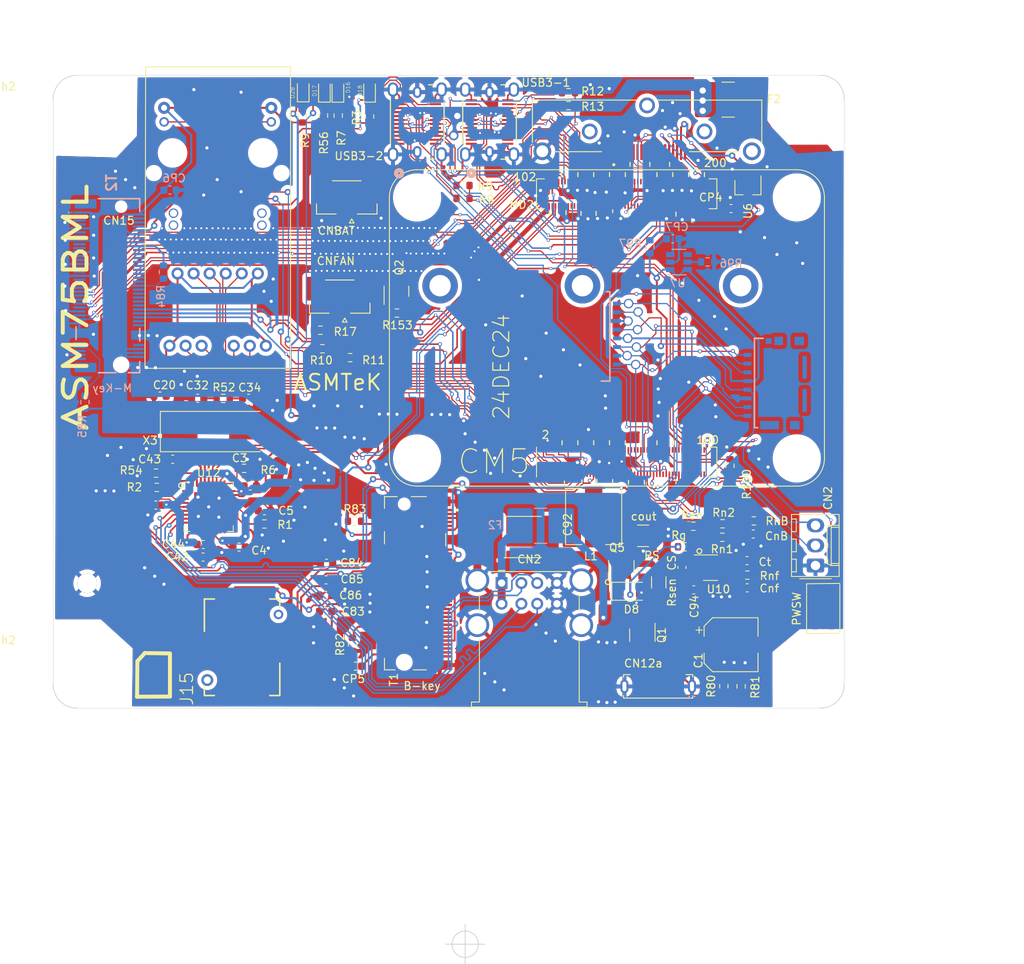
<source format=kicad_pcb>
(kicad_pcb (version 20240108) (generator "pcbnew") (generator_version "8.0")
  (layers (0 "F.Cu" signal) (31 "B.Cu" signal) (34 "B.Paste" user) (35 "F.Paste" user) (36 "B.SilkS" user "B.Silkscreen") (37 "F.SilkS" user "F.Silkscreen") (38 "B.Mask" user) (39 "F.Mask" user) (44 "Edge.Cuts" user))
  (net 0 "")
  (net 1 "GND")
  (net 2 "1.8V")
  (net 3 "VCC")
  (net 4 "VCC-2")
  (net 5 "SCL0")
  (net 6 "H5V")
  (net 7 "GPIO_VDD")
  (net 8 "Ethernet_Pair3_P")
  (net 9 "Ethernet_Pair1_P")
  (net 10 "Ethernet_Pair3_N")
  (net 11 "Ethernet_Pair1_N")
  (net 12 "Ethernet_Pair2_N")
  (net 13 "Ethernet_Pair0_N")
  (net 14 "Ethernet_Pair2_P")
  (net 15 "Ethernet_Pair0_P")
  (net 16 "Ethernet_nLED3")
  (net 17 "Ethernet_nLED2")
  (net 18 "Ethernet_SYNC_OUT")
  (net 19 "EEPROM_nWP")
  (net 20 "Pi_nLED_Activity")
  (net 21 "GPIO26")
  (net 22 "GPIO21")
  (net 23 "GPIO19")
  (net 24 "GPIO20")
  (net 25 "GPIO13")
  (net 26 "GPIO16")
  (net 27 "GPIO6")
  (net 28 "GPIO12")
  (net 29 "GPIO5")
  (net 30 "ID_SC")
  (net 31 "ID_SD")
  (net 32 "GPIO7")
  (net 33 "GPIO11")
  (net 34 "GPIO8")
  (net 35 "GPIO9")
  (net 36 "GPIO25")
  (net 37 "GPIO10")
  (net 38 "GPIO24")
  (net 39 "GPIO22")
  (net 40 "GPIO23")
  (net 41 "GPIO27")
  (net 42 "GPIO18")
  (net 43 "GPIO17")
  (net 44 "GPIO15")
  (net 45 "GPIO4")
  (net 46 "GPIO14")
  (net 47 "GPIO3")
  (net 48 "SD_CLK")
  (net 49 "GPIO2")
  (net 50 "SD_DAT3")
  (net 51 "SD_CMD")
  (net 52 "SD_DAT0")
  (net 53 "SD_DAT5")
  (net 54 "SD_DAT1")
  (net 55 "SD_DAT4")
  (net 56 "SD_DAT2")
  (net 57 "SD_DAT7")
  (net 58 "SD_DAT6")
  (net 59 "SD_VDD_Override")
  (net 60 "SD_PWR_ON")
  (net 61 "SDA0")
  (net 62 "WL_nDisable")
  (net 63 "BT_nDisable")
  (net 64 "nRPIBOOT")
  (net 65 "PI_LED_nPWR")
  (net 66 "Camera_GPIO")
  (net 67 "GLOBAL_EN")
  (net 68 "nEXTRST")
  (net 69 "USB_N")
  (net 70 "USB_P")
  (net 71 "CAM1_D0_N")
  (net 72 "CAM1_D0_P")
  (net 73 "CAM1_D1_N")
  (net 74 "CAM1_D1_P")
  (net 75 "CAM1_C_N")
  (net 76 "CAM1_C_P")
  (net 77 "CAM1_D2_N")
  (net 78 "CAM1_D2_P")
  (net 79 "CAM1_D3_N")
  (net 80 "CAM1_D3_P")
  (net 81 "HDMI1_HOTPLUG")
  (net 82 "HDMI1_SDA")
  (net 83 "HDMI1_TX2_P")
  (net 84 "HDMI1_SCL")
  (net 85 "HDMI1_TX2_N")
  (net 86 "HDMI1_CEC")
  (net 87 "HDMI0_CEC")
  (net 88 "HDMI1_TX1_P")
  (net 89 "HDMI0_HOTPLUG")
  (net 90 "HDMI1_TX1_N")
  (net 91 "HDMI1_TX0_P")
  (net 92 "HDMI1_TX0_N")
  (net 93 "HDMI1_CLK_P")
  (net 94 "HDMI1_CLK_N")
  (net 95 "HDMI0_TX2_P")
  (net 96 "HDMI0_TX2_N")
  (net 97 "DSI1_D0_N")
  (net 98 "HDMI0_TX1_P")
  (net 99 "DSI1_D0_P")
  (net 100 "HDMI0_TX1_N")
  (net 101 "DSI1_D1_N")
  (net 102 "HDMI0_TX0_P")
  (net 103 "DSI1_D1_P")
  (net 104 "HDMI0_TX0_N")
  (net 105 "DSI1_C_N")
  (net 106 "HDMI0_CLK_P")
  (net 107 "DSI1_C_P")
  (net 108 "HDMI0_CLK_N")
  (net 109 "DSI1_D2_N")
  (net 110 "DSI1_D3_N")
  (net 111 "DSI1_D2_P")
  (net 112 "DSL1_D3_P")
  (net 113 "HDMI0_SDA")
  (net 114 "HDMI0_SCL")
  (net 115 "PCIe_CLK_P")
  (net 116 "PCIe_nRST")
  (net 117 "PCIe_CLK_nREQ")
  (net 118 "PCIe_CLK_N")
  (net 119 "PCIe_RX_P")
  (net 120 "PCIe_RX_N")
  (net 121 "PCIe_TX_P")
  (net 122 "PCIe_TX_N")
  (net 123 "A5")
  (net 124 "B5")
  (net 125 "SIM_PWR")
  (net 126 "SIM_RST")
  (net 127 "SIM_SLK")
  (net 128 "SIM_DATE")
  (net 129 "SIM_SW")
  (net 130 "N00092")
  (net 131 "N00095")
  (net 132 "3.3V")
  (net 133 "N00099")
  (net 134 "WWAN_LED")
  (net 135 "5VIN")
  (net 136 "N00048")
  (net 137 "N00049")
  (net 138 "RBi")
  (net 139 "NONrm0")
  (net 140 "Nonrm")
  (net 141 "N00089")
  (net 142 "N00091")
  (net 143 "N00100")
  (net 144 "USB5V")
  (net 145 "LED2")
  (net 146 "LED3")
  (net 147 "m3das")
  (net 148 "N00101")
  (net 149 "PEDET")
  (net 150 "DEVSLP")
  (net 151 "SD_VDD")
  (net 152 "NJ001")
  (net 153 "NJ002")
  (net 154 "NJen")
  (net 155 "NJ005")
  (net 156 "NJ006")
  (net 157 "NJ007")
  (net 158 "NJ003")
  (net 159 "NJ004")
  (net 160 "NJ_g")
  (net 161 "NJ008")
  (net 162 "NJ009")
  (net 163 "USBDM2-")
  (net 164 "USBDM2+")
  (net 165 "USBDM3-")
  (net 166 "USBDM3+")
  (net 167 "USBDM4-")
  (net 168 "USBDM4+")
  (net 169 "PLLF")
  (net 170 "CRF")
  (net 171 "FAN")
  (net 172 "VBUS_EN")
  (net 173 "USB3-0-RX_N")
  (net 174 "USB3-0-RX_P")
  (net 175 "USB3-0-DP")
  (net 176 "USB3-0-TX_N")
  (net 177 "USB3-0-TX_P")
  (net 178 "USB3-1-RX_N")
  (net 179 "USB3-1-RX_P")
  (net 180 "USB3-1-DP")
  (net 181 "USB3-1-TX_N")
  (net 182 "USB3-1-TX_P")
  (net 183 "VBUS")
  (net 184 "CC2")
  (net 185 "CC1")
  (net 186 "CC1r1")
  (net 187 "cc1r2")
  (net 188 "cc2r2")
  (net 189 "cc2r1")
  (net 190 "PCIe_nWAKE")
  (net 191 "PCIe_PWR_EN")
  (net 192 "USB2DM1-")
  (net 193 "USB2DM1+")
  (net 194 "USB3-0-DN")
  (net 195 "USB3-1-DN")
  (net 196 "PWR_BUT")
  (net 197 "VBAT")
  (net 198 "FAN_PWM")
  (net 199 "FAN_TACHO")
  (net 200 "N0010")
  (footprint "" (layer "F.Cu") (at 108.8 114.1)
    (property "Reference" "")
    (property "Value" "")
  )
  (footprint "Resistor_SMD:R_0603_1608Metric" (layer "F.Cu") (at 101.32 84.67)
    (property "Reference" "R13")
    (property "Value" "1k")
  )
  (footprint "Diode_SMD:D_1206_3216Metric" (layer "F.Cu") (at 109.0684 146.0728)
    (property "Reference" "D8")
    (property "Value" "SS2040FL")
  )
  (footprint "LED_SMD:LED_0603_1608Metric" (layer "F.Cu") (at 70.4522 82.7472 90)
    (property "Reference" "D17")
    (property "Value" "red")
  )
  (footprint "Resistor_SMD:R_0603_1608Metric" (layer "F.Cu") (at 120.7554 139.250392)
    (property "Reference" "Rn1")
    (property "Value" "10k")
  )
  (footprint "Resistor_SMD:R_0603_1608Metric" (layer "F.Cu") (at 120.7854 137.540392)
    (property "Reference" "Rn2")
    (property "Value" "30.9k")
  )
  (footprint "Package_TO_SOT_SMD:SOT-23-8_Handsoldering" (layer "F.Cu") (at 118.8754 143.090392)
    (property "Reference" "U10")
    (property "Value" "NJW4160R-TE2")
  )
  (footprint "Resistor_SMD:R_0603_1608Metric" (layer "F.Cu") (at 123.1392 158.1018 90)
    (property "Reference" "R81")
    (property "Value" "5.1k" (hide yes))
  )
  (footprint "Resistor_SMD:R_0603_1608Metric" (layer "F.Cu") (at 69.95 113.07)
    (property "Reference" "R17")
    (property "Value" "0")
  )
  (footprint "" (layer "F.Cu") (at 83.0812 107.442 180)
    (property "Reference" "")
    (property "Value" "")
  )
  (footprint "Resistor_SMD:R_0603_1608Metric" (layer "F.Cu") (at 73.7108 116.5352 180)
    (property "Reference" "R11")
    (property "Value" "1k")
  )
  (footprint "Resistor_SMD:R_0603_1608Metric" (layer "F.Cu") (at 67.66 85.985 90)
    (property "Reference" "R9")
    (property "Value" "1k")
  )
  (footprint "Resistor_SMD:R_0603_1608Metric" (layer "F.Cu") (at 101.32 83.04)
    (property "Reference" "R12")
    (property "Value" "1k")
  )
  (footprint "Capacitor_SMD:C_0603_1608Metric" (layer "F.Cu") (at 117.1448 145.8976 180)
    (property "Reference" "C94")
    (property "Value" "GRM188R61C106MAALD")
  )
  (footprint "NBK_Kicadlib:12401951E412A_AMP" (layer "F.Cu") (at 79.8924 89.4941 90)
    (property "Reference" "USB3-2")
    (property "Value" "12401951E412A_AMP")
  )
  (footprint "" (layer "F.Cu") (at 110.04 112.99)
    (property "Reference" "")
    (property "Value" "")
  )
  (footprint "Capacitor_SMD:C_0603_1608Metric" (layer "F.Cu") (at 74.3712 155.5496 180)
    (property "Reference" "CP5")
    (property "Value" "104")
  )
  (footprint "Resistor_SMD:R_0603_1608Metric" (layer "F.Cu") (at 79.625 110.9)
    (property "Reference" "R153")
    (property "Value" "1k")
  )
  (footprint "NBK_Kicadlib:MOLEX_533980271" (layer "F.Cu") (at 72.395 108.82)
    (property "Reference" "CNFAN")
    (property "Value" "MOLEX_533980271")
  )
  (footprint "" (layer "F.Cu") (at 109.81 117.41)
    (property "Reference" "")
    (property "Value" "")
  )
  (footprint "Resistor_SMD:R_0603_1608Metric" (layer "F.Cu") (at 60.303 130.5352 180)
    (property "Reference" "R6")
    (property "Value" "51k")
  )
  (footprint "Resistor_SMD:R_0603_1608Metric" (layer "F.Cu") (at 72.2 85.93 -90)
    (property "Reference" "R7")
    (property "Value" "5.1k")
  )
  (footprint "Capacitor_SMD:CP_Elec_6.3x5.8" (layer "F.Cu") (at 121.8692 152.8318)
    (property "Reference" "C1")
    (property "Value" "RSA0J331MCN1GS")
  )
  (footprint "Resistor_SMD:R_0603_1608Metric" (layer "F.Cu") (at 70.34 85.925 -90)
    (property "Reference" "R56")
    (property "Value" "1k")
  )
  (footprint "Resistor_SMD:R_0603_1608Metric" (layer "F.Cu") (at 117.0854 137.850392)
    (property "Reference" "Ren")
    (property "Value" "10k")
  )
  (footprint "Package_TO_SOT_SMD:SOT-23" (layer "F.Cu") (at 79.56 108.1425 90)
    (property "Reference" "Q2")
    (property "Value" "BSS138-TP")
  )
  (footprint "" (layer "F.Cu") (at 109.9 115.2)
    (property "Reference" "")
    (property "Value" "")
  )
  (footprint "Resistor_SMD:R_0603_1608Metric" (layer "F.Cu") (at 115.9754 140.450392)
    (property "Reference" "Rg")
    (property "Value" "20")
  )
  (footprint "Package_SO:TSOP-6_1.65x3.05mm_P0.95mm" (layer "F.Cu") (at 110.6526 151.621 -90)
    (property "Reference" "Q1")
    (property "Value" "SSM6J808R")
  )
  (footprint "Capacitor_SMD:C_0603_1608Metric" (layer "F.Cu") (at 49.1394 135.1834 180)
    (property "Reference" "C2" (hide yes))
    (property "Value" "104")
  )
  (footprint "Resistor_SMD:R_0603_1608Metric" (layer "F.Cu") (at 76.17 86.05 90)
    (property "Reference" "R3")
    (property "Value" "1k")
  )
  (footprint "MountingHole:MountingHole_3.2mm_M3" (layer "F.Cu") (at 41.1706 85.8444)
    (property "Reference" "h2")
    (property "Value" "MountingHole_3.2mm_M3")
  )
  (footprint "Capacitor_SMD:C_0603_1608Metric" (layer "F.Cu") (at 61.078 132.7704 180)
    (property "Reference" "C3")
    (property "Value" "4.7u")
  )
  (footprint "Resistor_SMD:R_0603_1608Metric" (layer "F.Cu") (at 120.9548 158.0764 90)
    (property "Reference" "R80")
    (property "Value" "5.1k")
  )
  (footprint "MountingHole:MountingHole_3.2mm_M3" (layer "F.Cu") (at 41.1706 155.8444)
    (property "Reference" "h2")
    (property "Value" "MountingHole_3.2mm_M3")
  )
  (footprint "Resistor_SMD:R_0603_1608Metric" (layer "F.Cu") (at 123.9254 144.030392)
    (property "Reference" "Rnf")
    (property "Value" "8.2k")
  )
  (footprint "LED_SMD:LED_0603_1608Metric" (layer "F.Cu") (at 67.77 82.71 90)
    (property "Reference" "D28")
    (property "Value" "blue")
  )
  (footprint "NBK_Kicadlib:CUI_UJC-VP-3-SMT-TR" (layer "F.Cu") (at 112.653 158.1022)
    (property "Reference" "CN12a")
    (property "Value" "CUI_UJC-VP-3-SMT-TR")
  )
  (footprint "Resistor_SMD:R_0603_1608Metric" (layer "F.Cu") (at 49.1612 131.1402)
    (property "Reference" "R54")
    (property "Value" "12k")
  )
  (footprint "LED_SMD:LED_0603_1608Metric" (layer "F.Cu") (at 72.1622 82.7572 90)
    (property "Reference" "D16")
    (property "Value" "green")
  )
  (footprint "Capacitor_SMD:C_1210_3225Metric" (layer "F.Cu") (at 110.7458 139.065)
    (property "Reference" "cout")
    (property "Value" "C_1210_3225Metric")
  )
  (footprint "Resistor_SMD:R_0603_1608Metric" (layer "F.Cu") (at 49.2638 132.9436 180)
    (property "Reference" "R2")
    (property "Value" "10k")
  )
  (footprint "" (layer "F.Cu") (at 103.0812 107.942 180)
    (property "Reference" "")
    (property "Value" "")
  )
  (footprint "Capacitor_SMD:C_0603_1608Metric" (layer "F.Cu") (at 62.878 135.89)
    (property "Reference" "C5")
    (property "Value" "104")
  )
  (footprint "Kicadlib:BEL_SS-53000-003" (layer "F.Cu") (at 111.252 90.5465)
    (property "Reference" "J3")
    (property "Value" "SS-53000-003")
  )
  (footprint "NBK_Kicadlib:GCT_SIM8051-6-0-14-01-X-REVD" (layer "F.Cu") (at 60.0456 153.1548)
    (property "Reference" "J15")
    (property "Value" "GCT_SIM8051-6-0-14-01-X-REVD")
  )
  (footprint "Package_DFN_QFN:QFN-36-1EP_6x6mm_P0.5mm_EP3.7x3.7mm" (layer "F.Cu") (at 55.8276 135.402)
    (property "Reference" "U12")
    (property "Value" "USB2514Bi")
  )
  (footprint "Capacitor_SMD:C_2220_5650Metric_Pad1.97x5.40mm_HandSolder" (layer "F.Cu") (at 94.594 139.2174)
    (property "Reference" "C92")
    (property "Value" "ECASD40J476M025K00")
  )
  (footprint "Resistor_SMD:R_0603_1608Metric" (layer "F.Cu") (at 87.975 94.77)
    (property "Reference" "R9")
    (property "Value" "1k")
  )
  (footprint "LED_SMD:LED_0603_1608Metric" (layer "F.Cu") (at 76.1622 82.7472 90)
    (property "Reference" "D18")
    (property "Value" "yellow")
  )
  (footprint "Capacitor_SMD:C_0603_1608Metric" (layer "F.Cu") (at 70.609 146.6004 180)
    (property "Reference" "C86")
    (property "Value" "C:2")
  )
  (footprint "Resistor_SMD:R_2816_7142Metric_Pad3.20x4.45mm_HandSolder" (layer "F.Cu") (at 121.5 83.92 180)
    (property "Reference" "F2")
    (property "Value" "0ZCG0075FF2C")
  )
  (footprint "Crystal:Crystal_SMD_HC49-SD" (layer "F.Cu") (at 56.4134 125.8824)
    (property "Reference" "X3")
    (property "Value" "24M" (hide yes))
  )
  (footprint "Capacitor_SMD:C_0603_1608Metric" (layer "F.Cu") (at 51.2702 129.3876 180)
    (property "Reference" "C43")
    (property "Value" "104")
  )
  (footprint "" (layer "F.Cu") (at 108.75 110.9)
    (property "Reference" "")
    (property "Value" "")
  )
  (footprint "" (layer "F.Cu") (at 40.4558 145.0594 180)
    (property "Reference" "")
    (property "Value" "")
  )
  (footprint "CM4IO:Raspberry-Pi-4-Compute-Module" (layer "F.Cu") (at 130.17 129.28 90)
    (property "Reference" "Module1" (hide yes))
    (property "Value" "ComputeModule4")
  )
  (footprint "Resistor_SMD:R_0603_1608Metric" (layer "F.Cu") (at 110.614631 143.4028 -90)
    (property "Reference" "RS")
    (property "Value" "20")
  )
  (footprint "Capacitor_SMD:C_0603_1608Metric" (layer "F.Cu") (at 115.6654 143.070392 90)
    (property "Reference" "CS")
    (property "Value" "22n")
  )
  (footprint "Capacitor_SMD:C_0603_1608Metric" (layer "F.Cu") (at 124.6654 138.840392 180)
    (property "Reference" "CnB")
    (property "Value" "220p")
  )
  (footprint "" (layer "F.Cu") (at 123.0812 107.442 180)
    (property "Reference" "")
    (property "Value" "")
  )
  (footprint "NBK_Kicadlib:MOLEX_533980271" (layer "F.Cu") (at 73.28 96.28)
    (property "Reference" "CNBAT")
    (property "Value" "MOLEX_533980271")
  )
  (footprint "MountingHole:MountingHole_3.2mm_M3" (layer "F.Cu") (at 131.1706 155.8444)
    (property "Reference" "h2" (hide yes))
    (property "Value" "MountingHole_3.2mm_M3")
  )
  (footprint "Capacitor_SMD:C_0603_1608Metric" (layer "F.Cu") (at 59.6646 140.4874 180)
    (property "Reference" "C4")
    (property "Value" "104")
  )
  (footprint "Connector_Molex:Molex_KK-254_AE-6410-03A_1x03_P2.54mm_Vertical" (layer "F.Cu") (at 132.54 142.82 90)
    (property "Reference" "CN2")
    (property "Value" "Molex_KK-254_AE-6410-03A_1x03_P2.54mm_Vertical")
  )
  (footprint "MountingHole:MountingHole_3.2mm_M3" (layer "F.Cu") (at 131.1706 85.8444)
    (property "Reference" "h2" (hide yes))
    (property "Value" "MountingHole_3.2mm_M3")
  )
  (footprint "Resistor_SMD:R_0603_1608Metric" (layer "F.Cu") (at 57.658 121.694 180)
    (property "Reference" "R52")
    (property "Value" "1M")
  )
  (footprint "Resistor_SMD:R_0603_1608Metric" (layer "F.Cu") (at 87.975 96.4)
    (property "Reference" "R9")
    (property "Value" "1k")
  )
  (footprint "Capacitor_SMD:C_0603_1608Metric" (layer "F.Cu") (at 70.73 142.54 180)
    (property "Reference" "C84")
    (property "Value" "C:2")
  )
  (footprint "Resistor_SMD:R_0603_1608Metric" (layer "F.Cu") (at 124.7554 137.180392 180)
    (property "Reference" "RnB")
    (property "Value" "1k")
  )
  (footprint "Package_TO_SOT_SMD:SC-59" (layer "F.Cu") (at 124 95 -90)
    (property "Reference" "U6")
    (property "Value" "AP2331W")
  )
  (footprint "Capacitor_SMD:C_0603_1608Metric" (layer "F.Cu") (at 60.883 121.684)
    (property "Reference" "C34")
    (property "Value" "15ｐ")
  )
  (footprint "Capacitor_SMD:C_0603_1608Metric" (layer "F.Cu") (at 70.609 148.6324 180)
    (property "Reference" "C83")
    (property "Value" "C:2")
  )
  (footprint "NBK_Kicadlib:12401951E412A_AMP" (layer "F.Cu") (at 89.029999 89.495 90)
    (property "Reference" "USB3-1")
    (property "Value" "12401951E412A_AMP")
  )
  (footprint "Capacitor_SMD:C_0603_1608Metric" (layer "F.Cu") (at 55.1434 140.1572)
    (property "Reference" "C44")
    (property "Value" "104")
  )
  (footprint "NBK_Kicadlib:0838-1x1t-w7" (layer "F.Cu") (at 56.9622 115.0364)
    (property "Reference" "CN15")
    (property "Value" "0838-1x1t-w7")
  )
  (footprint "Resistor_SMD:R_0603_1608Metric" (layer "F.Cu") (at 74.26 137.22)
    (property "Reference" "R83")
    (property "Value" "10k")
  )
  (footprint "Capacitor_SMD:C_0603_1608Metric" (layer "F.Cu") (at 70.659 144.6324 180)
    (property "Reference" "C85")
    (property "Value" "C:2")
  )
  (footprint "NBK_Kicadlib:SKRPACE010" (layer "F.Cu") (at 133.5175 148.28 90)
    (property "Reference" "PWSW")
    (property "Value" "SW_Push")
  )
  (footprint "Capacitor_SMD:C_0603_1608Metric" (layer "F.Cu") (at 49.675 121.4 180)
    (property "Reference" "C20")
    (property "Value" "0.1u/25V")
  )
  (footprint "Package_SO:TSOP-6_1.65x3.05mm_P0.95mm" (layer "F.Cu") (at 107.9984 142.9928 90)
    (property "Reference" "Q5")
    (property "Value" "SSM6J808R" (hide yes))
  )
  (footprint "" (layer "F.Cu") (at 110.12 110.75)
    (property "Reference" "")
    (property "Value" "")
  )
  (footprint "Resistor_SMD:R_0603_1608Metric" (layer "F.Cu") (at 70.2056 115.4176 180)
    (property "Reference" "R10")
    (property "Value" "1k")
  )
  (footprint "Capacitor_SMD:C_0603_1608Metric" (layer "F.Cu") (at 55.118 141.7574)
    (property "Reference" "C42")
    (property "Value" "104")
  )
  (footprint "Capacitor_SMD:C_0603_1608Metric" (layer "F.Cu") (at 123.8854 142.200392)
    (property "Reference" "Ct")
    (property "Value" "1n")
  )
  (footprint "Resistor_SMD:R_0603_1608Metric" (layer "F.Cu") (at 121.73 130.2 -90)
    (property "Reference" "R100")
    (property "Value" "R:2")
  )
  (footprint "Capacitor_SMD:C_0603_1608Metric" (layer "F.Cu") (at 121.86 97.69 180)
    (property "Reference" "CP4")
    (property "Value" "104")
  )
  (footprint "Inductor_SMD:L_Wuerth_HCI-7030" (layer "F.Cu") (at 104.4956 136.6266 -90)
    (property "Reference" "L1")
    (property "Value" "SRP5020C-R47M")
  )
  (footprint "Resistor_SMD:R_0603_1608Metric" (layer "F.Cu") (at 62.865 137.5664)
    (property "Reference" "R1")
    (property "Value" "51k")
  )
  (footprint "Capacitor_SMD:C_0603_1608Metric" (layer "F.Cu") (at 123.9054 145.640392 180)
    (property "Reference" "Cnf")
    (property "Value" "2.2n")
  )
  (footprint "Resistor_SMD:R_1206_3216Metric" (layer "F.Cu") (at 112.7252 144.9578 90)
    (property "Reference" "Rsen")
    (property "Value" "27m")
  )
  (footprint "" (layer "F.Cu") (at 109.35 109.6)
    (property "Reference" "")
    (property "Value" "")
  )
  (footprint "Capacitor_SMD:C_0603_1608Metric" (layer "F.Cu") (at 54.433 121.674 180)
    (property "Reference" "C32")
    (property "Value" "15ｐ")
  )
  (footprint "Connector_USB:USB_A_Wuerth_61400826021_Horizontal_Stacked" (layer "F.Cu") (at 92.8582 145.0324)
    (property "Reference" "CN2")
    (property "Value" "USB_A_Wuerth_61400826021_Horizontal_Stacked")
  )
  (footprint "Resistor_SMD:R_0603_1608Metric" (layer "F.Cu") (at 74.004 152.7904 90)
    (property "Reference" "R82")
    (property "Value" "1k")
  )
  (footprint "" (layer "F.Cu") (at 108.84 111.91)
    (property "Reference" "")
    (property "Value" "")
  )
  (footprint "" (layer "F.Cu") (at 108.91 109.7)
    (property "Reference" "")
    (property "Value" "")
  )
  (footprint "" (layer "F.Cu") (at 108.73 116.28)
    (property "Reference" "")
    (property "Value" "")
  )
  (footprint "clipboard:b9973afb-34f9-4941-8c1f-dffebdb6dde0" (layer "F.Cu") (at 85.8208 141.8094 -90)
    (property "Reference" "T1")
    (property "Value" "2199230-3")
  )
  (footprint "Resistor_SMD:R_0603_1608Metric" (layer "B.Cu") (at 50.1142 105.7148 90)
    (property "Reference" "R84")
    (property "Value" "10k")
  )
  (footprint "Capacitor_SMD:C_0603_1608Metric" (layer "B.Cu") (at 50.927 95.3516)
    (property "Reference" "CP6")
    (property "Value" "104")
  )
  (footprint "NBK_Kicadlib:105162-0001" (layer "B.Cu") (at 105.896716 119.45)
    (property "Reference" "J4" (hide yes))
    (property "Value" "105162-0001")
  )
  (footprint "Resistor_SMD:R_0603_1608Metric" (layer "B.Cu") (at 118.903 104.435 180)
    (property "Reference" "R96")
    (property "Value" "2.2ｋ")
  )
  (footprint "NBK_Kicadlib:105162-0001" (layer "B.Cu") (at 131.275 119.746 90)
    (property "Reference" "J4" (hide yes))
    (property "Value" "105162-0001")
  )
  (footprint "Resistor_SMD:R_0603_1608Metric" (layer "B.Cu") (at 111.593 102.525 -90)
    (property "Reference" "R97")
    (property "Value" "2.2ｋ")
  )
  (footprint "Capacitor_SMD:C_0603_1608Metric" (layer "B.Cu") (at 114.498 101.515)
    (property "Reference" "CP7")
    (property "Value" "104")
  )
  (footprint "Resistor_SMD:R_2816_7142Metric_Pad3.20x4.45mm_HandSolder" (layer "B.Cu") (at 97.79 137.795)
    (property "Reference" "F2")
    (property "Value" "0ZCG0075FF2C")
  )
  (footprint "Resistor_SMD:R_0603_1608Metric" (layer "B.Cu") (at 40.1828 122.1618 90)
    (property "Reference" "R85")
    (property "Value" "10k")
  )
  (footprint "Package_TO_SOT_SMD:SOT-23-6" (layer "B.Cu") (at 115.273 104.455)
    (property "Reference" "U7")
    (property "Value" "BD2222G")
  )
  (footprint "NBK_Kicadlib:MDT420M01001" (layer "B.Cu") (at 43.0812 107.442 -90)
    (property "Reference" "T2")
    (property "Value" "1-2199230-5" (hide yes))
  )
  (gr_line (start 108.5 93.15) (end 108.5 93.65) (stroke (width 0.15)) (layer "F.SilkS"))
  (gr_line (start 109.1 91.85) (end 109.1 92.35) (stroke (width 0.15)) (layer "F.SilkS"))
  (gr_line (start 118.5 93.15) (end 118.5 93.65) (stroke (width 0.15)) (layer "F.SilkS"))
  (gr_line (start 110.5 127.05) (end 110.5 127.55) (stroke (width 0.15)) (layer "F.SilkS"))
  (gr_line (start 46.807 154.925) (end 47.747 153.885) (stroke (width 0.5)) (layer "F.SilkS"))
  (gr_line (start 101 97.95) (end 101 98.45) (stroke (width 0.15)) (layer "F.SilkS"))
  (gr_line (start 98.9 97.95) (end 98.9 98.45) (stroke (width 0.15)) (layer "F.SilkS"))
  (gr_line (start 106.5 127.05) (end 106.5 127.55) (stroke (width 0.15)) (layer "F.SilkS"))
  (gr_circle (center 52.3274 132.6942) (end 52.3274 132.3942) (stroke (width 0.15)) (fill none) (layer "F.SilkS"))
  (gr_line (start 104.9 131.95) (end 104.9 132.45) (stroke (width 0.15)) (layer "F.SilkS"))
  (gr_line (start 116.9 98.95) (end 116.9 99.45) (stroke (width 0.15)) (layer "F.SilkS"))
  (gr_line (start 112.5 127.05) (end 112.5 127.55) (stroke (width 0.15)) (layer "F.SilkS"))
  (gr_line (start 106.9 97.85) (end 106.9 98.2) (stroke (width 0.15)) (layer "F.SilkS"))
  (gr_line (start 112.5 93.15) (end 112.5 93.65) (stroke (width 0.15)) (layer "F.SilkS"))
  (gr_line (start 106.9 131.95) (end 106.9 132.45) (stroke (width 0.15)) (layer "F.SilkS"))
  (gr_line (start 50.927 153.935) (end 50.927 159.385) (stroke (width 0.5)) (layer "F.SilkS"))
  (gr_line (start 102.9 98.05) (end 102.9 98.55) (stroke (width 0.15)) (layer "F.SilkS"))
  (gr_line (start 100.5 127.05) (end 100.5 127.55) (stroke (width 0.15)) (layer "F.SilkS"))
  (gr_line (start 100.8 132.15) (end 100.8 132.65) (stroke (width 0.15)) (layer "F.SilkS"))
  (gr_line (start 108.9 132.05) (end 108.9 132.55) (stroke (width 0.15)) (layer "F.SilkS"))
  (gr_line (start 47.747 153.885) (end 50.927 153.935) (stroke (width 0.5)) (layer "F.SilkS"))
  (gr_line (start 110.5 93.25) (end 110.5 93.75) (stroke (width 0.15)) (layer "F.SilkS"))
  (gr_line (start 104.5 127.05) (end 104.5 127.55) (stroke (width 0.15)) (layer "F.SilkS"))
  (gr_line (start 108.9 97.95) (end 108.9 98.45) (stroke (width 0.15)) (layer "F.SilkS"))
  (gr_line (start 46.767 159.415) (end 46.807 154.925) (stroke (width 0.5)) (layer "F.SilkS"))
  (gr_line (start 111.6 91.85) (end 111.6 92.35) (stroke (width 0.15)) (layer "F.SilkS"))
  (gr_line (start 110.9 132.05) (end 110.9 132.55) (stroke (width 0.15)) (layer "F.SilkS"))
  (gr_line (start 103 132) (end 103.01 132.44) (stroke (width 0.15)) (layer "F.SilkS"))
  (gr_line (start 108.5 127.05) (end 108.5 127.55) (stroke (width 0.15)) (layer "F.SilkS"))
  (gr_line (start 118.4 127.15) (end 118.4 127.65) (stroke (width 0.15)) (layer "F.SilkS"))
  (gr_circle (center 117.856 140.9954) (end 117.556 140.9954) (stroke (width 0.15)) (fill none) (layer "F.SilkS"))
  (gr_line (start 114.5 127.05) (end 114.5 127.55) (stroke (width 0.15)) (layer "F.SilkS"))
  (gr_line (start 102.5 93.15) (end 102.5 93.65) (stroke (width 0.15)) (layer "F.SilkS"))
  (gr_line (start 114.6 127.05) (end 114.6 127.55) (stroke (width 0.15)) (layer "F.SilkS"))
  (gr_line (start 114.9 98.15) (end 114.9 98.65) (stroke (width 0.15)) (layer "F.SilkS"))
  (gr_line (start 100.4 93.15) (end 100.4 93.65) (stroke (width 0.15)) (layer "F.SilkS"))
  (gr_line (start 51.7876 141.942) (end 51.2876 141.942) (stroke (width 0.15)) (layer "F.SilkS"))
  (gr_line (start 114.1 91.85) (end 114.1 92.35) (stroke (width 0.15)) (layer "F.SilkS"))
  (gr_line (start 104.8 98.05) (end 104.8 98.55) (stroke (width 0.15)) (layer "F.SilkS"))
  (gr_line (start 102.5 127.05) (end 102.5 127.55) (stroke (width 0.15)) (layer "F.SilkS"))
  (gr_line (start 106.5 93.15) (end 106.5 93.65) (stroke (width 0.15)) (layer "F.SilkS"))
  (gr_line (start 116.5 93.15) (end 116.5 93.65) (stroke (width 0.15)) (layer "F.SilkS"))
  (gr_line (start 114.5 93.15) (end 114.5 93.65) (stroke (width 0.15)) (layer "F.SilkS"))
  (gr_line (start 104.5 93.15) (end 104.5 93.65) (stroke (width 0.15)) (layer "F.SilkS"))
  (gr_circle (center 106.2736 144.907) (end 105.9736 144.907) (stroke (width 0.15)) (fill none) (layer "F.SilkS"))
  (gr_line (start 50.927 159.385) (end 46.737 159.405) (stroke (width 0.5)) (layer "F.SilkS"))
  (gr_line (start 114.9 131.95) (end 114.9 132.45) (stroke (width 0.15)) (layer "F.SilkS"))
  (gr_arc (start 39.150968 160.844676) (mid 37.000946 159.929142) (end 36.170968 157.744676) (stroke (width 0.1)) (layer "Edge.Cuts"))
  (gr_arc (start 133.191 80.844) (mid 135.341015 81.759527) (end 136.171 83.944) (stroke (width 0.1)) (layer "Edge.Cuts"))
  (gr_arc (start 136.173318 157.864358) (mid 135.257772 160.014341) (end 133.073318 160.844358) (stroke (width 0.1)) (layer "Edge.Cuts"))
  (gr_line (start 39.150968 160.844676) (end 133.073318 160.844358) (stroke (width 0.05)) (layer "Edge.Cuts"))
  (gr_line (start 36.17096 83.944008) (end 36.170968 157.744676) (stroke (width 0.05)) (layer "Edge.Cuts"))
  (gr_arc (start 36.17096 83.944008) (mid 37.000943 81.75954) (end 39.15096 80.844008) (stroke (width 0.1)) (layer "Edge.Cuts"))
  (gr_line (start 133.191 80.844) (end 39.15096 80.844008) (stroke (width 0.05)) (layer "Edge.Cuts"))
  (gr_line (start 136.173318 157.864358) (end 136.171 83.944) (stroke (width 0.05)) (layer "Edge.Cuts"))
  (gr_text "M-Key" (at 46.23 120.98 0) (layer "B.SilkS") (effects (font (size 1 1)) (justify left bottom mirror)))
  (gr_text "24DEC24" (at 94 124.5 90) (layer "F.SilkS") (effects (font (size 2 2)) (justify left bottom)))
  (gr_text "" (at 158.688705 129.790732 0) (layer "F.SilkS") (effects (font (size 1.27 1.27))))
  (gr_text "ASMTeK" (at 72.13 119.67 0) (layer "F.SilkS") (effects (font (size 2 2) (thickness 0.25))))
  (gr_text "B-key" (at 80.3656 158.623 0) (layer "F.SilkS") (effects (font (size 1 1)) (justify left bottom)))
  (gr_text "CM5" (at 87.15 131.44 0) (layer "F.SilkS") (effects (font (size 3 3)) (justify left bottom)))
  (gr_text "2" (at 98.4 126.3 0) (layer "F.SilkS") (effects (font (size 1 1))))
  (gr_text "ASM75BML" (at 39.0144 110.1598 90) (layer "F.SilkS") (effects (font (size 3 4) (thickness 0.5))))
  (gr_text "" (at 158.688705 129.790732 0) (layer "F.SilkS") (effects (font (size 1.27 1.27))))
  (gr_text "" (at 115.4734 140.510392 0) (layer "F.SilkS") (effects (font (size 1.27 1.27))))
  (gr_text "" (at 115.4734 140.510392 0) (layer "F.SilkS") (effects (font (size 1.27 1.27))))
  (gr_text "200" (at 119.87 91.92 0) (layer "F.SilkS") (effects (font (size 1 1))))
  (gr_text "100" (at 118.9 126.95 0) (layer "F.SilkS") (effects (font (size 1 1))))
  (gr_text "MD2" (at 95.4 97.21 0) (layer "F.SilkS") (effects (font (size 1 1))))
  (gr_text "102" (at 95.8 93.7 0) (layer "F.SilkS") (effects (font (size 1 1))))
  (target plus (at 88.25 190.7) (size 5) (width 0.1) (layer "Edge.Cuts"))
  (segment (start 109.042 90.5465) (end 109.042 89.4924) (width 0.25) (layer "F.Cu") (net 1))
  (segment (start 113.27 97.36) (end 113.27 98.54) (width 0.15) (layer "F.Cu") (net 1))
  (segment (start 85.8208 143.8094) (end 83.6294 143.8094) (width 0.25) (layer "F.Cu") (net 1))
  (segment (start 98.872 131.862) (end 99.08 132.07) (width 0.15) (layer "F.Cu") (net 1))
  (segment (start 100.07 128.8) (end 100.095 128.825) (width 0.15) (layer "F.Cu") (net 1))
  (segment (start 108.214 95.52) (end 107.04 95.52) (width 0.15) (layer "F.Cu") (net 1))
  (segment (start 68.6562 105.5624) (end 82.6262 105.5624) (width 0.2) (layer "F.Cu") (net 1))
  (segment (start 106.072 95.132) (end 106.072 94.276) (width 0.15) (layer "F.Cu") (net 1))
  (segment (start 110.542 90.5465) (end 110.542 89.296) (width 0.15) (layer "F.Cu") (net 1))
  (segment (start 108.7714 150.461) (end 108.5088 150.7236) (width 0.25) (layer "F.Cu") (net 1))
  (segment (start 106.23 98.07) (end 106.23 98.88) (width 0.1) (layer "F.Cu") (net 1))
  (segment (start 83.6306 145.3094) (end 83.44 145.5) (width 0.25) (layer "F.Cu") (net 1))
  (segment (start 87.3494 136.3094) (end 87.35 136.31) (width 0.25) (layer "F.Cu") (net 1))
  (segment (start 84.492401 83.994101) (end 84.492401 83.414099) (width 0.2) (layer "F.Cu") (net 1))
  (segment (start 105.27 131.28) (end 105.27 129.7556) (width 0.2) (layer "F.Cu") (net 1))
  (segment (start 69.0372 101.6254) (end 69.1896 101.7778) (width 0.2) (layer "F.Cu") (net 1))
  (segment (start 101.59 95.25) (end 102.15 95.25) (width 0.15) (layer "F.Cu") (net 1))
  (segment (start 109.27 131.28) (end 109.27 130.68) (width 0.15) (layer "F.Cu") (net 1))
  (segment (start 47.125 131.1402) (end 48.3362 131.1402) (width 0.15) (layer "F.Cu") (net 1))
  (segment (start 101.27 131.810712) (end 101.27 131.28) (width 0.15) (layer "F.Cu") (net 1))
  (segment (start 66.421 103.4034) (end 79.0448 103.4034) (width 0.2) (layer "F.Cu") (net 1))
  (segment (start 104.92 96.76) (end 105.88 96.76) (width 0.1) (layer "F.Cu") (net 1))
  (segment (start 103.827 97.985) (end 103.672 97.83) (width 0.15) (layer "F.Cu") (net 1))
  (segment (start 108.472 94.276) (end 108.472 95.072) (width 0.15) (layer "F.Cu") (net 1))
  (segment (start 86.202537 93.56) (end 85.262399 92.619862) (width 0.25) (layer "F.Cu") (net 1))
  (segment (start 63.2248 140.4874) (end 60.4396 140.4874) (width 0.25) (layer "F.Cu") (net 1))
  (segment (start 116.86 95.45) (end 116.64 95.23) (width 0.15) (layer "F.Cu") (net 1))
  (segment (start 58.7651 134.902) (end 62.665 134.902) (width 0.15) (layer "F.Cu") (net 1))
  (segment (start 47.9552 103.251) (end 50.6476 103.251) (width 0.2) (layer "F.Cu") (net 1))
  (segment (start 85.8208 138.3094) (end 86.8958 138.3094) (width 0.25) (layer "F.Cu") (net 1))
  (segment (start 87.915 91.190002) (end 87.915 92.732466) (width 0.25) (layer "F.Cu") (net 1))
  (segment (start 93.63 83.414999) (end 94.399998 82.645001) (width 0.2) (layer "F.Cu") (net 1))
  (segment (start 112.87 127.2) (end 111.672 127.2) (width 0.15) (layer "F.Cu") (net 1))
  (segment (start 113.27 127.82) (end 113.27 129.34) (width 0.15) (layer "F.Cu") (net 1))
  (segment (start 115.67 97.36) (end 115.67 99.07) (width 0.15) (layer "F.Cu") (net 1))
  (segment (start 54.3276 138.3395) (end 54.3276 136.8034) (width 0.15) (layer "F.Cu") (net 1))
  (segment (start 101.27 131.28) (end 101.27 130.35) (width 0.2) (layer "F.Cu") (net 1))
  (segment (start 58.890099 134.526999) (end 62.907201 134.526999) (width 0.15) (layer "F.Cu") (net 1))
  (segment (start 109.7026 150.461) (end 108.7714 150.461) (width 0.25) (layer "F.Cu") (net 1))
  (segment (start 89.7882 140.7168) (end 91.2876 139.2174) (width 1) (layer "F.Cu") (net 1))
  (segment (start 101.27 130.35) (end 101.826 129.794) (width 0.2) (layer "F.Cu") (net 1))
  (segment (start 116.872 94.276) (end 116.872 94.7301) (width 0.15) (layer "F.Cu") (net 1))
  (segment (start 60.811 130.8522) (end 61.128 130.5352) (width 0.2) (layer "F.Cu") (net 1))
  (segment (start 116.0585 95.23) (end 115.679 94.8505) (width 0.15) (layer "F.Cu") (net 1))
  (segment (start 112.072 94.962) (end 112.072 94.7301) (width 0.15) (layer "F.Cu") (net 1))
  (segment (start 63.9826 100.1776) (end 64.0658 100.2608) (width 0.2) (layer "F.Cu") (net 1))
  (segment (start 64.389 101.6254) (end 69.0372 101.6254) (width 0.2) (layer "F.Cu") (net 1))
  (segment (start 117.68 95.24) (end 117.114 95.24) (width 0.15) (layer "F.Cu") (net 1))
  (segment (start 105.17 95.51) (end 105.51 95.51) (width 0.15) (layer "F.Cu") (net 1))
  (segment (start 83.2294 138.3094) (end 85.8208 138.3094) (width 0.25) (layer "F.Cu") (net 1))
  (segment (start 103.672 97.8101) (end 103.4971 97.985) (width 0.15) (layer "F.Cu") (net 1))
  (segment (start 104.62 95.21) (end 104.67 95.66) (width 0.15) (layer "F.Cu") (net 1))
  (segment (start 113.28 95.43) (end 113.272 94.952) (width 0.15) (layer "F.Cu") (net 1))
  (segment (start 60.7094 129.3922) (end 60.7094 130.1166) (width 0.2) (layer "F.Cu") (net 1))
  (segment (start 108.47 95.7) (end 108.214 95.52) (width 0.15) (layer "F.Cu") (net 1))
  (segment (start 114.472 94.978) (end 114.46 95.41) (width 0.15) (layer "F.Cu") (net 1))
  (segment (start 104.2876 129.6924) (end 103.27 130.71) (width 0.2) (layer "F.Cu") (net 1))
  (segment (start 115.672 94.276) (end 115.672 94.8435) (width 0.15) (layer "F.Cu") (net 1))
  (segment (start 79.0448 103.4034) (end 79.0702 103.4288) (width 0.2) (layer "F.Cu") (net 1))
  (segment (start 83.6294 143.8094) (end 83.44 143.62) (width 0.25) (layer "F.Cu") (net 1))
  (segment (start 61.853 131.2602) (end 61.128 130.5352) (width 0.2) (layer "F.Cu") (net 1))
  (segment (start 109.6 129.67) (end 108.04 129.67) (width 0.15) (layer "F.Cu") (net 1))
  (segment (start 62.665 134.902) (end 63.653 135.89) (width 0.15) (layer "F.Cu") (net 1))
  (segment (start 109.184 89.154) (end 109.042 89.2965) (width 0.15) (layer "F.Cu") (net 1))
  (segment (start 118.07 98.19) (end 117.11 99.15) (width 0.15) (layer "F.Cu") (net 1))
  (segment (start 52.7558 100.1776) (end 61.1378 100.1776) (width 0.2) (layer "F.Cu") (net 1))
  (segment (start 102.47 94.93) (end 102.78 95.24) (width 0.15) (layer "F.Cu") (net 1))
  (segment (start 100.07 94.88) (end 100.6 95.41) (width 0.15) (layer "F.Cu") (net 1))
  (segment (start 110.4684 146.9716) (end 110.4684 146.0728) (width 0.15) (layer "F.Cu") (net 1))
  (segment (start 72.4724 143.8324) (end 72.52 143.88) (width 0.25) (layer "F.Cu") (net 1))
  (segment (start 51.7144 101.6) (end 64.3636 101.6) (width 0.2) (layer "F.Cu") (net 1))
  (segment (start 103.4971 97.985) (end 102.443 97.985) (width 0.15) (layer "F.Cu") (net 1))
  (segment (start 101.26 95.41) (end 101.27 94.93) (width 0.15) (layer "F.Cu") (net 1))
  (segment (start 109.042 89.2965) (end 109.042 89.4924) (width 0.15) (layer "F.Cu") (net 1))
  (segment (start 55.9184 140.1572) (end 55.9184 141.732) (width 0.25) (layer "F.Cu") (net 1))
  (segment (start 112.207537 129.65) (end 112.96 129.65) (width 0.15) (layer "F.Cu") (net 1))
  (segment (start 115.672 94.8435) (end 115.679 94.8505) (width 0.15) (layer "F.Cu") (net 1))
  (segment (start 98.25 98.31) (end 94.25 102.31) (width 0.15) (layer "F.Cu") (net 1))
  (segment (start 85.8208 149.8094) (end 83.5806 149.8094) (width 0.25) (layer "F.Cu") (net 1))
  (segment (start 93.63 89.495) (end 93.63 90.075002) (width 0.2) (layer "F.Cu") (net 1))
  (segment (start 102.443 97.985) (end 101.4469 97.985) (width 0.15) (layer "F.Cu") (net 1))
  (segment (start 85.8208 153.3094) (end 83.4194 153.3094) (width 0.25) (layer "F.Cu") (net 1))
  (segment (start 69.1896 101.7778) (end 83.693 101.7778) (width 0.2) (layer "F.Cu") (net 1))
  (segment (start 101.020712 132.06) (end 101.27 131.810712) (width 0.15) (layer "F.Cu") (net 1))
  (segment (start 103.67 94.9385) (end 103.67 94.278) (width 0.15) (layer "F.Cu") (net 1))
  (segment (start 110.87 94.88) (end 110.87 94.28) (width 0.15) (layer "F.Cu") (net 1))
  (segment (start 103.3685 95.24) (end 103.67 94.9385) (width 0.15) (layer "F.Cu") (net 1))
  (segment (start 83.9194 153.8094) (end 83.31 153.2) (width 0.25) (layer "F.Cu") (net 1))
  (segment (start 112.85006 130.687758) (end 112.85006 129.75994) (width 0.2) (layer "F.Cu") (net 1))
  (segment (start 98.87 131.28) (end 98.872 131.282) (width 0.15) (layer "F.Cu") (net 1))
  (segment (start 109.042 89.4924) (end 109.042 88.642) (width 0.15) (layer "F.Cu") (net 1))
  (segment (start 57.0876 136.662) (end 57.0876 136.342) (width 0.2) (layer "F.Cu") (net 1))
  (segment (start 99.982902 132.06) (end 101.020712 132.06) (width 0.15) (layer "F.Cu") (net 1))
  (segment (start 98.65 98.31) (end 98.25 98.31) (width 0.15) (layer "F.Cu") (net 1))
  (segment (start 50.6476 103.251) (end 66.2686 103.251) (width 0.2) (layer "F.Cu") (net 1))
  (segment (start 103.27 130.71) (end 103.27 131.28) (width 0.2) (layer "F.Cu") (net 1))
  (segment (start 63.7696 136.1994) (end 63.4856 135.9154) (width 0.25) (layer "F.Cu") (net 1))
  (segment (start 43.2308 105.6132) (end 47.1678 101.6762) (width 0.2) (layer "F.Cu") (net 1))
  (segment (start 103.9415 95.21) (end 103.67 95.39) (width 0.15) (layer "F.Cu") (net 1))
  (segment (start 57.2294 134.402) (end 57.1292 134.3018) (width 0.15) (layer "F.Cu") (net 1))
  (segment (start 89.029999 83.995001) (end 89.029999 83.414998) (width 0.2) (layer "F.Cu") (net 1))
  (segment (start 106.2824 129.6924) (end 107.27 130.68) (width 0.15) (layer "F.Cu") (net 1))
  (segment (start 116.87 98.91) (end 117.11 99.15) (width 0.15) (layer "F.Cu") (net 1))
  (segment (start 84.0294 142.3094) (end 83.4 141.68) (width 0.25) (layer "F.Cu") (net 1))
  (segment (start 105.51 95.51) (end 105.51 96.68) (width 0.15) (layer "F.Cu") (net 1))
  (segment (start 109.67 96.854974) (end 110.014974 96.51) (width 0.15) (layer "F.Cu") (net 1))
  (segment (start 110.55 146.24) (end 110.4684 146.14275) (width 0.2) (layer "F.Cu") (net 1))
  (segment (start 123.4154 140.130392) (end 123.0054 140.130392) (width 0.25) (layer "F.Cu") (net 1))
  (segment (start 83.4194 153.3094) (end 83.31 153.2) (width 0.25) (layer "F.Cu") (net 1))
  (segment (start 102.47 94.93) (end 102.47 94.28) (width 0.15) (layer "F.Cu") (net 1))
  (segment (start 84.492401 90.074102) (end 85.262399 90.8441) (width 0.2) (layer "F.Cu") (net 1))
  (segment (start 115.042 87.866598) (end 114.742701 87.567299) (width 0.2) (layer "F.Cu") (net 1))
  (segment (start 112.31 95.2) (end 112.072 94.962) (width 0.15) (layer "F.Cu") (net 1))
  (segment (start 56.7676 136.342) (end 56.7576 136.332) (width 0.2) (layer "F.Cu") (net 1))
  (segment (start 111.8255 89.03) (end 110.7585 89.03) (width 0.15) (layer "F.Cu") (net 1))
  (segment (start 70.124948 148.6324) (end 71.057348 147.7) (width 0.25) (layer "F.Cu") (net 1))
  (segment (start 85.8208 146.8094) (end 83.6806 146.8094) (width 0.25) (layer "F.Cu") (net 1))
  (segment (start 61.128 130.5352) (end 61.1666 130.5352) (width 0.2) (layer "F.Cu") (net 1))
  (segment (start 60.4396 140.4874) (end 60.4376 140.4894) (width 0.25) (layer "F.Cu") (net 1))
  (segment (start 98.87 98.09) (end 98.65 98.31) (width 0.15) (layer "F.Cu") (net 1))
  (segment (start 101.27 97.36) (end 101.27 99.08) (width 0.15) (layer "F.Cu") (net 1))
  (segment (start 108.472 95.072) (end 108.472 94.756) (width 0.15) (layer "F.Cu") (net 1))
  (segment (start 48.1364 135.4114) (end 48.3644 135.1834) (width 0.2) (layer "F.Cu") (net 1))
  (segment (start 102.45 95.38) (end 102.47 94.93) (width 0.15) (layer "F.Cu") (net 1))
  (segment (start 107.542 88.668) (end 107.542 90.5465) (width 0.15) (layer "F.Cu") (net 1))
  (segment (start 111.672 128.196) (end 111.672 127.2) (width 0.15) (layer "F.Cu") (net 1))
  (segment (start 101.826 129.794) (end 102.4382 129.794) (width 0.2) (layer "F.Cu") (net 1))
  (segment (start 87.35 136.81) (end 87.35 136.31) (width 0.25) (layer "F.Cu") (net 1))
  (segment (start 108.26 129.67) (end 108.04 129.67) (width 0.15) (layer "F.Cu") (net 1))
  (segment (start 97.15 96.06) (end 96.7994 95.7326) (width 0.2) (layer "F.Cu") (net 1))
  (segment (start 123.0054 140.130392) (end 121.0254 142.110392) (width 0.25) (layer "F.Cu") (net 1))
  (segment (start 106.07 97.36) (end 106.07 97.91) (width 0.1) (layer "F.Cu") (net 1))
  (segment (start 83.49 147) (end 83.49 148.08) (width 0.25) (layer "F.Cu") (net 1))
  (segment (start 114.47 97.36) (end 114.47 98.2) (width 0.15) (layer "F.Cu") (net 1))
  (segment (start 102.15 95.25) (end 102.45 95.38) (width 0.15) (layer "F.Cu") (net 1))
  (segment (start 101.704 129.794) (end 102.4382 129.794) (width 0.15) (layer "F.Cu") (net 1))
  (segment (start 100.735 128.825) (end 101.704 129.794) (width 0.15) (layer "F.Cu") (net 1))
  (segment (start 111.67 130.187537) (end 112.207537 129.65) (width 0.15) (layer "F.Cu") (net 1))
  (segment (start 104.872 94.7301) (end 104.872 95.212) (width 0.15) (layer "F.Cu") (net 1))
  (segment (start 84.492401 89.4941) (end 84.492401 90.074102) (width 0.2) (layer "F.Cu") (net 1))
  (segment (start 111.2 95.21) (end 110.87 94.88) (width 0.15) (layer "F.Cu") (net 1))
  (segment (start 64.389 133.0452) (end 64.389 130.6576) (width 0.15) (layer "F.Cu") (net 1))
  (segment (start 108.5088 155.908) (end 109.903 157.3022) (width 0.25) (layer "F.Cu") (net 1))
  (segment (start 101.272 97.8101) (end 101.272 97.356) (width 0.15) (layer "F.Cu") (net 1))
  (segment (start 109.45 95.5) (end 108.71 95.5) (width 0.15) (layer "F.Cu") (net 1))
  (segment (start 115.679 94.8505) (end 115.67 95.39) (width 0.15) (layer "F.Cu") (net 1))
  (segment (start 98.87 128.2) (end 98.87 127.21) (width 0.2) (layer "F.Cu") (net 1))
  (segment (start 58.7651 134.402) (end 58.890099 134.526999) (width 0.15) (layer "F.Cu") (net 1))
  (segment (start 101.4469 97.985) (end 101.272 97.8101) (width 0.15) (layer "F.Cu") (net 1))
  (segment (start 110.47 128.8) (end 109.6 129.67) (width 0.15) (layer "F.Cu") (net 1))
  (segment (start 55.8276 135.402) (end 56.3276 134.902) (width 0.2) (layer "F.Cu") (net 1))
  (segment (start 115.67 95.39) (end 115.2695 95.26) (width 0.15) (layer "F.Cu") (net 1))
  (segment (start 104.795 97.985) (end 103.827 97.985) (width 0.15) (layer "F.Cu") (net 1))
  (segment (start 116.872 94.998) (end 116.86 95.45) (width 0.15) (layer "F.Cu") (net 1))
  (segment (start 101.25 129.34) (end 101.704 129.794) (width 0.15) (layer "F.Cu") (net 1))
  (segment (start 112.01 96.51) (end 113.1 96.51) (width 0.15) (layer "F.Cu") (net 1))
  (segment (start 100.07 131.972902) (end 99.972902 132.07) (width 0.15) (layer "F.Cu") (net 1))
  (segment (start 112.87 131.28) (end 112.87 130.707698) (width 0.2) (layer "F.Cu") (net 1))
  (segment (start 109.728 89.154) (end 109.728 88.392) (width 0.15) (layer "F.Cu") (net 1))
  (segment (start 116.872 94.7301) (end 116.872 94.276) (width 0.15) (layer "F.Cu") (net 1))
  (segment (start 101.27 129.32) (end 101.25 129.34) (width 0.15) (layer "F.Cu") (net 1))
  (segment (start 114.47 98.2) (end 113.7 98.97) (width 0.15) (layer "F.Cu") (net 1))
  (segment (start 87.35 136.31) (end 87.41 136.25) (width 0.25) (layer "F.Cu") (net 1))
  (segment (start 118.072 94.276) (end 118.072 94.848) (width 0.15) (layer "F.Cu") (net 1))
  (segment (start 108.71 95.5) (end 108.472 95.262) (width 0.15) (layer "F.Cu") (net 1))
  (segment (start 113.27 127.6) (end 112.87 127.2) (width 0.15) (layer "F.Cu") (net 1))
  (segment (start 85.8208 153.8094) (end 83.9194 153.8094) (width 0.25) (layer "F.Cu") (net 1))
  (segment (start 112.042 90.5465) (end 112.042 89.2465) (width 0.15) (layer "F.Cu") (net 1))
  (segment (start 61.1378 100.1776) (end 61.1632 100.203) (width 0.2) (layer "F.Cu") (net 1))
  (segment (start 109.67 97.36) (end 109.67 96.854974) (width 0.15) (layer "F.Cu") (net 1))
  (segment (start 99.972902 132.07) (end 99.982902 132.06) (width 0.15) (layer "F.Cu") (net 1))
  (segment (start 87.3252 137.88) (end 87.3252 136.8452) (width 0.25) (layer "F.Cu") (net 1))
  (segment (start 112.07 96.57) (end 112.01 96.51) (width 0.15) (layer "F.Cu") (net 1))
  (segment (start 89.7882 144.6824) (end 89.7882 140.7168) (width 1) (layer "F.Cu") (net 1))
  (segment (start 56.2976 135.872) (end 55.8276 135.402) (width 0.2) (layer "F.Cu") (net 1))
  (segment (start 113.27 127.82) (end 113.27 127.6) (width 0.15) (layer "F.Cu") (net 1))
  (segment (start 107.74 129.67) (end 108.04 129.67) (width 0.15) (layer "F.Cu") (net 1))
  (segment (start 61.1666 130.5352) (end 62.3096 129.3922) (width 0.2) (layer "F.Cu") (net 1))
  (segment (start 84.3972 100.2608) (end 84.5058 100.1522) (width 0.2) (layer "F.Cu") (net 1))
  (segment (start 109.728 89.154) (end 109.184 89.154) (width 0.15) (layer "F.Cu") (net 1))
  (segment (start 88.260001 90.845001) (end 87.915 91.190002) (width 0.25) (layer "F.Cu") (net 1))
  (segment (start 114.76 95.26) (end 114.472 94.972) (width 0.15) (layer "F.Cu") (net 1))
  (segment (start 58.7651 134.402) (end 57.2294 134.402) (width 0.15) (layer "F.Cu") (net 1))
  (segment (start 113.024 95.2) (end 112.31 95.2) (width 0.15) (layer "F.Cu") (net 1))
  (segment (start 64.3636 101.6) (end 64.389 101.6254) (width 0.2) (layer "F.Cu") (net 1))
  (segment (start 116.87 97.36) (end 116.87 98.91) (width 0.15) (layer "F.Cu") (net 1))
  (segment (start 102.87 129.39) (end 102.8422 129.39) (width 0.15) (layer "F.Cu") (net 1))
  (segment (start 107.272 95.288) (end 107.04 95.52) (width 0.15) (layer "F.Cu") (net 1))
  (segment (start 109.042 89.4924) (end 109.042 90.5465) (width 0.25) (layer "F.Cu") (net 1))
  (segment (start 110.86 96.51) (end 112.01 96.51) (width 0.15) (layer "F.Cu") (net 1))
  (segment (start 113.27 128.2) (end 113.27 127.82) (width 0.15) (layer "F.Cu") (net 1))
  (segment (start 100.07 98.22) (end 100.07 97.36) (width 0.15) (layer "F.Cu") (net 1))
  (segment (start 56.3276 134.902) (end 58.7651 134.902) (width 0.2) (layer "F.Cu") (net 1))
  (segment (start 104.872 94.7301) (end 104.872 94.958) (width 0.15) (layer "F.Cu") (net 1))
  (segment (start 64.0658 100.2608) (end 84.3972 100.2608) (width 0.2) (layer "F.Cu") (net 1))
  (segment (start 105.27 129.7556) (end 105.2068 129.6924) (width 0.2) (layer "F.Cu") (net 1))
  (segment (start 114.46 95.41) (end 114.21 95.24) (width 0.15) (layer "F.Cu") (net 1))
  (segment (start 104.87 128.2) (end 104.87 129.3556) (width 0.15) (layer "F.Cu") (net 1))
  (segment (start 113.27 96.68) (end 113.27 97.36) (width 0.15) (layer "F.Cu") (net 1))
  (segment (start 82.8 137.88) (end 83.2294 138.3094) (width 0.25) (layer "F.Cu") (net 1))
  (segment (start 112.072 94.7301) (end 112.072 94.276) (width 0.15) (layer "F.Cu") (net 1))
  (segment (start 106.07 96.95) (end 106.07 97.36) (width 0.1) (layer "F.Cu") (net 1))
  (segment (start 79.0702 103.4288) (end 79.1718 103.3272) (width 0.2) (layer "F.Cu") (net 1))
  (segment (start 85.8208 136.3094) (end 87.3494 136.3094) (width 0.25) (layer "F.Cu") (net 1))
  (segment (start 61.853 132.7704) (end 61.853 131.2602) (width 0.2) (layer "F.Cu") (net 1))
  (segment (start 70.102396 146.6004) (end 70.902796 145.8) (width 0.25) (layer "F.Cu") (net 1))
  (segment (start 100.07 128.2) (end 100.07 128.8) (width 0.15) (layer "F.Cu") (net 1))
  (segment (start 68.6562 105.5624) (end 67.9282 104.8344) (width 0.2) (layer "F.Cu") (net 1))
  (segment (start 102.78 95.24) (end 103.3685 95.24) (width 0.15) (layer "F.Cu") (net 1))
  (segment (start 101.27 94.93) (end 101.59 95.25) (width 0.15) (layer "F.Cu") (net 1))
  (segment (start 113.272 94.276) (end 113.272 94.73) (width 0.15) (layer "F.Cu") (net 1))
  (segment (start 79.8924 83.414098) (end 79.122402 82.6441) (width 0.2) (layer "F.Cu") (net 1))
  (segment (start 114.472 94.7301) (end 114.472 94.276) (width 0.15) (layer "F.Cu") (net 1))
  (segment (start 103.67 97.36) (end 103.67 98.88) (width 0.15) (layer "F.Cu") (net 1))
  (segment (start 85.262399 92.619862) (end 85.262399 90.8441) (width 0.25) (layer "F.Cu") (net 1))
  (segment (start 45.556658 107.8484) (end 42.215733 111.189325) (width 0.2) (layer "F.Cu") (net 1))
  (segment (start 104.87 98.84) (end 104.98 98.95) (width 0.15) (layer "F.Cu") (net 1))
  (segment (start 104.872 95.212) (end 105.17 95.51) (width 0.15) (layer "F.Cu") (net 1))
  (segment (start 102.47 97.36) (end 102.47 98.91) (width 0.15) (layer "F.Cu") (net 1))
  (segment (start 93.63 83.995001) (end 93.63 83.414999) (width 0.2) (layer "F.Cu") (net 1))
  (segment (start 104.87 96.81) (end 104.92 96.76) (width 0.1) (layer "F.Cu") (net 1))
  (segment (start 98.87 97.36) (end 98.87 98.09) (width 0.15) (layer "F.Cu") (net 1))
  (segment (start 112.072 94.276) (end 112.072 94.7301) (width 0.15) (layer "F.Cu") (net 1))
  (segment (start 115.67 99.07) (end 115.69 99.09) (width 0.15) (layer "F.Cu") (net 1))
  (segment (start 101.17 95.32) (end 101.26 95.41) (width 0.15) (layer "F.Cu") (net 1))
  (segment (start 114.21 95.24) (end 113.56 95.24) (width 0.15) (layer "F.Cu") (net 1))
  (segment (start 83.4136 104.775) (end 88.1126 104.775) (width 0.2) (layer "F.Cu") (net 1))
  (segment (start 87.265096 103.3272) (end 87.295148 103.297148) (width 0.2) (layer "F.Cu") (net 1))
  (segment (start 115.042 90.5465) (end 115.042 87.866598) (width 0.2) (layer "F.Cu") (net 1))
  (segment (start 105.694 95.51) (end 106.072 95.132) (width 0.15) (layer "F.Cu") (net 1))
  (segment (start 113.1 96.51) (end 113.27 96.68) (width 0.15) (layer "F.Cu") (net 1))
  (segment (start 110.542 89.296) (end 110.54 89.294) (width 0.15) (layer "F.Cu") (net 1))
  (segment (start 55.9184 141.732) (end 55.893 141.7574) (width 0.25) (layer "F.Cu") (net 1))
  (segment (start 45.1104 106.0958) (end 47.9552 103.251) (width 0.2) (layer "F.Cu") (net 1))
  (segment (start 114.472 94.972) (end 114.472 94.7301) (width 0.15) (layer "F.Cu") (net 1))
  (segment (start 104.87 97.91) (end 104.795 97.985) (width 0.15) (layer "F.Cu") (net 1))
  (segment (start 46.7902 131.475) (end 47.125 131.1402) (width 0.15) (layer "F.Cu") (net 1))
  (segment (start 107.272 94.276) (end 107.272 95.288) (width 0.15) (layer "F.Cu") (net 1))
  (segment (start 100.07 131.28) (end 100.07 131.972902) (width 0.15) (layer "F.Cu") (net 1))
  (segment (start 112.87 130.707698) (end 112.85006 130.687758) (width 0.2) (layer "F.Cu") (net 1))
  (segment (start 109.27 130.68) (end 108.26 129.67) (width 0.15) (layer "F.Cu") (net 1))
  (segment (start 109.67 94.28) (end 109.67 95.28) (width 0.15) (layer "F.Cu") (net 1))
  (segment (start 89.0016 103.886) (end 89.0016 103.5304) (width 0.2) (layer "F.Cu") (net 1))
  (segment (start 118.07 97.36) (end 118.07 98.19) (width 0.15) (layer "F.Cu") (net 1))
  (segment (start 113.272 94.73) (end 113.272 94.276) (width 0.15) (layer "F.Cu") (net 1))
  (segment (start 67.9282 104.8344) (end 48.7086 104.8344) (width 0.2) (layer "F.Cu") (net 1))
  (segment (start 101.27 128.2) (end 101.27 129.32) (width 0.15) (layer "F.Cu") (net 1))
  (segment (start 105.88 96.76) (end 106.07 96.95) (width 0.1) (layer "F.Cu") (net 1))
  (segment (start 104.67 95.66) (end 103.9415 95.21) (width 0.15) (layer "F.Cu") (net 1))
  (segment (start 89.029999 89.495) (end 89.029999 90.075003) (width 0.2) (layer "F.Cu") (net 1))
  (segment (start 111.67 131.28) (end 111.67 130.187537) (width 0.15) (layer "F.Cu") (net 1))
  (segment (start 101.27 94.93) (end 101.27 94.28) (width 0.15) (layer "F.Cu") (net 1))
  (segment (start 100.07 94.278) (end 100.07 94.88) (width 0.15) (layer "F.Cu") (net 1))
  (segment (start 86.8958 138.3094) (end 87.3252 137.88) (width 0.25) (layer "F.Cu") (net 1))
  (segment (start 113.272 94.952) (end 113.024 95.2) (width 0.15) (layer "F.Cu") (net 1))
  (segment (start 108.87 128.2) (end 108.87 128.64812) (width 0.15) (layer "F.Cu") (net 1))
  (segment (start 115.672 94.276) (end 115.672 94.7301) (width 0.15) (layer "F.Cu") (net 1))
  (segment (start 72.1622 83.5447) (end 73.5902 83.5447) (width 0.2) (layer "F.Cu") (net 1))
  (segment (start 114.472 94.7301) (end 114.472 94.978) (width 0.15) (layer "F.Cu") (net 1))
  (segment (start 101.1 99.25) (end 100.07 98.22) (width 0.15) (layer "F.Cu") (net 1))
  (segment (start 47.1678 101.6762) (end 51.6382 101.6762) (width 0.2) (layer "F.Cu") (net 1))
  (segment (start 108.305 87.905) (end 107.542 88.668) (width 0.15) (layer "F.Cu") (net 1))
  (segment (start 84.492401 83.414099) (end 85.262399 82.644101) (width 0.2) (layer "F.Cu") (net 1))
  (segment (start 108.472 94.7301) (end 108.472 94.276) (width 0.15) (layer "F.Cu") (net 1))
  (segment (start 71.057348 147.7) (end 73 147.7) (width 0.25) (layer "F.Cu") (net 1))
  (segment (start 116.64 95.23) (end 116.0585 95.23) (width 0.15) (layer "F.Cu") (net 1))
  (segment (start 56.2976 136.332) (end 56.2976 135.872) (width 0.2) (layer "F.Cu") (net 1))
  (segment (start 109.67 95.28) (end 109.45 95.5) (width 0.15) (layer "F.Cu") (net 1))
  (segment (start 104.87 97.36) (end 104.87 96.81) (width 0.1) (layer "F.Cu") (net 1))
  (segment (start 87.915 92.732466) (end 87.087466 93.56) (width 0.25) (layer "F.Cu") (net 1))
  (segment (start 54.3276 136.8034) (end 54.5192 136.6118) (width 0.15) (layer "F.Cu") (net 1))
  (segment (start 60.7094 130.1166) (end 61.128 130.5352) (width 0.2) (layer "F.Cu") (net 1))
  (segment (start 48.7086 104.8344) (end 45.6946 107.8484) (width 0.2) (layer "F.Cu") (net 1))
  (segment (start 110.4684 146.0728) (end 110.55 146.24) (width 0.2) (layer "F.Cu") (net 1))
  (segment (start 83.6806 146.8094) (end 83.49 147) (width 0.25) (layer "F.Cu") (net 1))
  (segment (start 116.123 157.3022) (end 116.923 158.1022) (width 0.25) (layer "F.Cu") (net 1))
  (segment (start 73.5902 83.5447) (end 73.6055 83.56) (width 0.2) (layer "F.Cu") (net 1))
  (segment (start 110.014974 96.51) (end 110.86 96.51) (width 0.15) (layer "F.Cu") (net 1))
  (segment (start 87.2894 136.8094) (end 87.32 136.84) (width 0.25) (layer "F.Cu") (net 1))
  (segment (start 109.042 88.642) (end 108.305 87.905) (width 0.15) (layer "F.Cu") (net 1))
  (segment (start 100.095 128.825) (end 100.735 128.825) (width 0.15) (layer "F.Cu") (net 1))
  (segment (start 108.472 95.262) (end 108.47 95.7) (width 0.15) (layer "F.Cu") (net 1))
  (segment (start 51.6382 101.6762) (end 51.7144 101.6) (width 0.2) (layer "F.Cu") (net 1))
  (segment (start 69.834 146.6004) (end 70.102396 146.6004) (width 0.25) (layer "F.Cu") (net 1))
  (segment (start 102.87 128.2) (end 102.87 129.39) (width 0.15) (layer "F.Cu") (net 1))
  (segment (start 42.215733 112.622667) (end 41.2496 113.5888) (width 0.2) (layer "F.Cu") (net 1))
  (segment (start 105.51 95.51) (end 105.694 95.51) (width 0.15) (layer "F.Cu") (net 1))
  (segment (start 89.029999 83.414998) (end 88.260001 82.645) (width 0.2) (layer "F.Cu") (net 1))
  (segment (start 108.87 128.64812) (end 110.47 130.24812) (width 0.15) (layer "F.Cu") (net 1))
  (segment (start 106.46 95.52) (end 106.1 95.61) (width 0.15) (layer "F.Cu") (net 1))
  (segment (start 100.6 95.41) (end 101.26 95.41) (width 0.15) (layer "F.Cu") (net 1))
  (segment (start 109.91 147.53) (end 110.4684 146.9716) (width 0.15) (layer "F.Cu") (net 1))
  (segment (start 105.565 96.735) (end 105.56 96.735) (width 0.15) (layer "F.Cu") (net 1))
  (segment (start 56.9344 141.1732) (end 55.9184 140.1572) (width 0.25) (layer "F.Cu") (net 1))
  (segment (start 63.3592 140.6218) (end 63.2248 140.4874) (width 0.25) (layer "F.Cu") (net 1))
  (segment (start 106.1 95.61) (end 106.072 95.132) (width 0.15) (layer "F.Cu") (net 1))
  (segment (start 112.07 97.36) (end 112.07 96.57) (width 0.15) (layer "F.Cu") (net 1))
  (segment (start 104.872 94.276) (end 104.872 94.7301) (width 0.15) (layer "F.Cu") (net 1))
  (segment (start 110.87 96.52) (end 110.86 96.51) (width 0.15) (layer "F.Cu") (net 1))
  (segment (start 94.075 90.520002) (end 94.399998 90.845) (width 0.2) (layer "F.Cu") (net 1))
  (segment (start 62.907201 134.526999) (end 64.389 133.0452) (width 0.15) (layer "F.Cu") (net 1))
  (segment (start 98.872 131.282) (end 98.872 131.862) (width 0.15) (layer "F.Cu") (net 1))
  (segment (start 107.27 130.68) (end 107.27 131.28) (width 0.15) (layer "F.Cu") (net 1))
  (segment (start 68.961 101.7778) (end 69.1896 101.7778) (width 0.2) (layer "F.Cu") (net 1))
  (segment (start 106.87 128.8) (end 107.74 129.67) (width 0.15) (layer "F.Cu") (net 1))
  (segment (start 94.25 102.31) (end 90 106.56) (width 0.15) (layer "F.Cu") (net 1))
  (segment (start 88.1126 104.775) (end 89.0016 103.886) (width 0.2) (layer "F.Cu") (net 1))
  (segment (start 93.63 90.075002) (end 94.399998 90.845) (width 0.2) (layer "F.Cu") (net 1))
  (segment (start 87.3252 136.8452) (end 87.32 136.84) (width 0.25) (layer "F.Cu") (net 1))
  (segment (start 105.2068 129.6924) (end 104.2876 129.6924) (width 0.2) (layer "F.Cu") (net 1))
  (segment (start 87.41 136.25) (end 87.41 133.58) (width 0.25) (layer "F.Cu") (net 1))
  (segment (start 85.8208 148.3094) (end 83.7194 148.3094) (width 0.25) (layer "F.Cu") (net 1))
  (segment (start 116.872 94.7301) (end 116.872 94.998) (width 0.15) (layer "F.Cu") (net 1))
  (segment (start 104.87 97.36) (end 104.87 98.84) (width 0.15) (layer "F.Cu") (net 1))
  (segment (start 70.684 143.8324) (end 72.4724 143.8324) (width 0.25) (layer "F.Cu") (net 1))
  (segment (start 42.215733 111.189325) (end 42.215733 112.622667) (width 0.2) (layer "F.Cu") (net 1))
  (segment (start 117.114 95.24) (end 116.872 94.998) (width 0.15) (layer "F.Cu") (net 1))
  (segment (start 89.029999 90.075003) (end 88.260001 90.845001) (width 0.2) (layer "F.Cu") (net 1))
  (segment (start 113.272 94.952) (end 113.272 94.73) (width 0.15) (layer "F.Cu") (net 1))
  (segment (start 82.6262 105.5624) (end 83.4136 104.775) (width 0.2) (layer "F.Cu") (net 1))
  (segment (start 115.403 157.3022) (end 116.123 157.3022) (width 0.25) (layer "F.Cu") (net 1))
  (segment (start 45.6946 107.8484) (end 45.556658 107.8484) (width 0.2) (layer "F.Cu") (net 1))
  (segment (start 110.47 130.24812) (end 110.47 131.28) (width 0.15) (layer "F.Cu") (net 1))
  (segment (start 56.7576 136.332) (end 56.2976 136.332) (width 0.2) (layer "F.Cu") (net 1))
  (segment (start 108.5088 150.7236) (end 108.5088 155.908) (width 0.25) (layer "F.Cu") (net 1))
  (segment (start 89.0016 103.5304) (end 97.15 96.06) (width 0.2) (layer "F.Cu") (net 1))
  (segment (start 107.04 95.52) (end 106.46 95.52) (width 0.15) (layer "F.Cu") (net 1))
  (segment (start 83.7194 148.3094) (end 83.49 148.08) (width 0.25) (layer "F.Cu") (net 1))
  (segment (start 113.56 95.24) (end 113.28 95.43) (width 0.15) (layer "F.Cu") (net 1))
  (segment (start 110.47 128.2) (end 110.47 128.8) (width 0.15) (layer "F.Cu") (net 1))
  (segment (start 87.32 136.84) (end 87.35 136.81) (width 0.25) (layer "F.Cu") (net 1))
  (segment (start 99.08 132.07) (end 99.972902 132.07) (width 0.15) (layer "F.Cu") (net 1))
  (segment (start 79.1718 103.3272) (end 87.265096 103.3272) (width 0.2) (layer "F.Cu") (net 1))
  (segment (start 85.8208 142.3094) (end 84.0294 142.3094) (width 0.25) (layer "F.Cu") (net 1))
  (segment (start 110.87 97.36) (end 110.87 96.52) (width 0.15) (layer "F.Cu") (net 1))
  (segment (start 112.042 89.2465) (end 111.8255 89.03) (width 0.15) (layer "F.Cu") (net 1))
  (segment (start 98.87 127.21) (end 98.67 127.01) (width 0.2) (layer "F.Cu") (net 1))
  (segment (start 112.85006 129.75994) (end 112.96 129.65) (width 0.2) (layer "F.Cu") (net 1))
  (segment (start 69.884 144.6324) (end 70.684 143.8324) (width 0.25) (layer "F.Cu") (net 1))
  (segment (start 112.072 94.962) (end 111.824 95.21) (width 0.15) (layer "F.Cu") (net 1))
  (segment (start 103.67 95.39) (end 103.67 94.9385) (width 0.15) (layer "F.Cu") (net 1))
  (segment (start 108.472 95.262) (end 108.472 95.072) (width 0.15) (layer "F.Cu") (net 1))
  (segment (start 115.2695 95.26) (end 114.76 95.26) (width 0.15) (layer "F.Cu") (net 1))
  (segment (start 69.834 148.6324) (end 70.124948 148.6324) (width 0.25) (layer "F.Cu") (net 1))
  (segment (start 106.07 97.91) (end 106.23 98.07) (width 0.1) (layer "F.Cu") (net 1))
  (segment (start 104.872 94.958) (end 104.62 95.21) (width 0.15) (layer "F.Cu") (net 1))
  (segment (start 105.51 96.68) (end 105.565 96.735) (width 0.15) (layer "F.Cu") (net 1))
  (segment (start 70.902796 145.8) (end 73.06 145.8) (width 0.25) (layer "F.Cu") (net 1))
  (segment (start 91.2876 139.2174) (end 91.9565 139.2174) (width 1) (layer "F.Cu") (net 1))
  (segment (start 111.24 95.42) (end 111.2 95.21) (width 0.15) (layer "F.Cu") (net 1))
  (segment (start 85.8208 145.3094) (end 83.6306 145.3094) (width 0.25) (layer "F.Cu") (net 1))
  (segment (start 113.27 129.34) (end 112.96 129.65) (width 0.15) (layer "F.Cu") (net 1))
  (segment (start 111.824 95.21) (end 111.24 95.42) (width 0.15) (layer "F.Cu") (net 1))
  (segment (start 110.4 89.154) (end 109.728 89.154) (width 0.15) (layer "F.Cu") (net 1))
  (segment (start 102.8422 129.39) (end 102.4382 129.794) (width 0.15) (layer "F.Cu") (net 1))
  (segment (start 87.087466 93.56) (end 86.202537 93.56) (width 0.25) (layer "F.Cu") (net 1))
  (segment (start 118.072 94.848) (end 117.68 95.24) (width 0.15) (layer "F.Cu") (net 1))
  (segment (start 90 106.56) (end 90 106.7) (width 0.15) (layer "F.Cu") (net 1))
  (segment (start 79.8924 83.994101) (end 79.8924 83.414098) (width 0.2) (layer "F.Cu") (net 1))
  (segment (start 111.672 127.2) (end 111.672 126.618) (width 0.15) (layer "F.Cu") (net 1))
  (segment (start 118.07 128.2) (end 118.07 125.67) (width 0.15) (layer "F.Cu") (net 1))
  (segment (start 54.8276 136.402) (end 55.8276 135.402) (width 0.2) (layer "F.Cu") (net 1))
  (segment (start 85.8208 136.8094) (end 87.2894 136.8094) (width 0.25) (layer "F.Cu") (net 1))
  (segment (start 113.27 98.54) (end 113.7 98.97) (width 0.15) (layer "F.Cu") (net 1))
  (segment (start 110.54 89.294) (end 110.4 89.154) (width 0.15) (layer "F.Cu") (net 1))
  (segment (start 57.0876 136.342) (end 56.7676 136.342) (width 0.2) (layer "F.Cu") (net 1))
  (segment (start 83.5806 149.8094) (end 83.38 150.01) (width 0.25) (layer "F.Cu") (net 1))
  (segment (start 105.2068 129.6924) (end 106.2824 129.6924) (width 0.15) (layer "F.Cu") (net 1))
  (segment (start 66.2686 103.251) (end 66.421 103.4034) (width 0.2) (layer "F.Cu") (net 1))
  (segment (start 57.4802 141.1732) (end 56.9344 141.1732) (width 0.25) (layer "F.Cu") (net 1))
  (segment (start 110.7585 89.03) (end 110.542 89.2465) (width 0.15) (layer "F.Cu") (net 1))
  (segment (start 48.1364 136.428) (end 48.1364 135.4114) (width 0.2) (layer "F.Cu") (net 1))
  (segment (start 106.87 128.2) (end 106.87 128.8) (width 0.15) (layer "F.Cu") (net 1))
  (segment (start 104.87 129.3556) (end 105.2068 129.6924) (width 0.15) (layer "F.Cu") (net 1))
  (segment (start 91.33 90.520002) (end 94.075 90.520002) (width 0.2) (layer "F.Cu") (net 1))
  (via (at 116.52 119.64) (size 0.8) (drill 0.4) (layers "F.Cu" "B.Cu") (net 1))
  (via (at 70.6398 125.4152) (size 0.8) (drill 0.4) (layers "F.Cu" "B.Cu") (net 1))
  (via (at 122.0216 92.71) (size 0.8) (drill 0.4) (layers "F.Cu" "B.Cu") (net 1))
  (via (at 55.8276 135.402) (size 0.8) (drill 0.4) (layers "F.Cu" "B.Cu") (net 1))
  (via (at 61.5696 101.6254) (size 0.4) (drill 0.25) (layers "F.Cu" "B.Cu") (net 1))
  (via (at 43.8404 133.4008) (size 0.8) (drill 0.4) (layers "F.Cu" "B.Cu") (net 1))
  (via (at 97.77 95.4) (size 0.8) (drill 0.4) (layers "F.Cu" "B.Cu") (net 1))
  (via (at 53.4924 100.1776) (size 0.4) (drill 0.25) (layers "F.Cu" "B.Cu") (net 1))
  (via (at 72.2376 105.5624) (size 0.4) (drill 0.25) (layers "F.Cu" "B.Cu") (net 1))
  (via (at 112.64 123.91) (size 0.8) (drill 0.4) (layers "F.Cu" "B.Cu") (net 1))
  (via (at 85.6234 103.378) (size 0.4) (drill 0.25) (layers "F.Cu" "B.Cu") (net 1))
  (via (at 69.1 150.56) (size 0.8) (drill 0.4) (layers "F.Cu" "B.Cu") (net 1))
  (via (at 73.279 100.1268) (size 0.4) (drill 0.25) (layers "F.Cu" "B.Cu") (net 1))
  (via (at 99.6442 152.3746) (size 0.8) (drill 0.4) (layers "F.Cu" "B.Cu") (net 1))
  (via (at 61.1632 103.2764) (size 0.4) (drill 0.25) (layers "F.Cu" "B.Cu") (net 1))
  (via (at 46.2788 129.4384) (size 0.8) (drill 0.4) (layers "F.Cu" "B.Cu") (net 1))
  (via (at 48.1364 136.428) (size 0.8) (drill 0.4) (layers "F.Cu" "B.Cu") (net 1))
  (via (at 115.69 99.09) (size 0.8) (drill 0.4) (layers "F.Cu" "B.Cu") (net 1))
  (via (at 82.2706 101.7778) (size 0.4) (drill 0.25) (layers "F.Cu" "B.Cu") (net 1))
  (via (at 78.0796 101.8032) (size 0.4) (drill 0.25) (layers "F.Cu" "B.Cu") (net 1))
  (via (at 77.3684 101.8032) (size 0.4) (drill 0.25) (layers "F.Cu" "B.Cu") (net 1))
  (via (at 47.9806 117.7798) (size 0.8) (drill 0.4) (layers "F.Cu" "B.Cu") (net 1))
  (via (at 41.6104 133.3808) (size 0.8) (drill 0.4) (layers "F.Cu" "B.Cu") (net 1))
  (via (at 54.2036 103.251) (size 0.4) (drill 0.25) (layers "F.Cu" "B.Cu") (net 1))
  (via (at 123.4154 140.130392) (size 0.8) (drill 0.4) (layers "F.Cu" "B.Cu") (net 1))
  (via (at 56.3118 100.1776) (size 0.4) (drill 0.25) (layers "F.Cu" "B.Cu") (net 1))
  (via (at 79.5528 100.1522) (size 0.4) (drill 0.25) (layers "F.Cu" "B.Cu") (net 1))
  (via (at 114.46 95.41) (size 0.8) (drill 0.4) (layers "F.Cu" "B.Cu") (net 1))
  (via (at 56.6928 101.6) (size 0.4) (drill 0.25) (layers "F.Cu" "B.Cu") (net 1))
  (via (at 52.0446 103.251) (size 0.4) (drill 0.25) (layers "F.Cu" "B.Cu") (net 1))
  (via (at 60.833 101.6254) (size 0.4) (drill 0.25) (layers "F.Cu" "B.Cu") (net 1))
  (via (at 72.9742 158.2928) (size 0.8) (drill 0.4) (layers "F.Cu" "B.Cu") (net 1))
  (via (at 112.62 116.83) (size 0.8) (drill 0.4) (layers "F.Cu" "B.Cu") (net 1))
  (via (at 108.47 95.7) (size 0.8) (drill 0.4) (layers "F.Cu" "B.Cu") (net 1))
  (via (at 116.86 95.45) (size 0.8) (drill 0.4) (layers "F.Cu" "B.Cu") (net 1))
  (via (at 73.6055 83.56) (size 0.5) (drill 0.3) (layers "F.Cu" "B.Cu") (net 1))
  (via (at 55.5752 103.251) (size 0.4) (drill 0.25) (layers "F.Cu" "B.Cu") (net 1))
  (via (at 51.0286 101.6) (size 0.4) (drill 0.25) (layers "F.Cu" "B.Cu") (net 1))
  (via (at 107.2134 152.527) (size 0.8) (drill 0.4) (layers "F.Cu" "B.Cu") (net 1))
  (via (at 58.7248 101.6254) (size 0.4) (drill 0.25) (layers "F.Cu" "B.Cu") (net 1))
  (via (at 82.042 105.5878) (size 0.4) (drill 0.25) (layers "F.Cu" "B.Cu") (net 1))
  (via (at 112.77 122.2) (size 0.8) (drill 0.4) (layers "F.Cu" "B.Cu") (net 1))
  (via (at 76.454 105.5624) (size 0.4) (drill 0.25) (layers "F.Cu" "B.Cu") (net 1))
  (via (at 52.4256 101.6) (size 0.4) (drill 0.25) (layers "F.Cu" "B.Cu") (net 1))
  (via (at 63.9826 103.2764) (size 0.4) (drill 0.25) (layers "F.Cu" "B.Cu") (net 1))
  (via (at 76.0984 100.1268) (size 0.4) (drill 0.25) (layers "F.Cu" "B.Cu") (net 1))
  (via (at 63.3592 140.6218) (size 0.8) (drill 0.4) (layers "F.Cu" "B.Cu") (net 1))
  (via (at 90.84 112.39) (size 0.8) (drill 0.4) (layers "F.Cu" "B.Cu") (net 1))
  (via (at 103.77 98.98) (size 0.8) (drill 0.4) (layers "F.Cu" "B.Cu") (net 1))
  (via (at 71.7498 125.4452) (size 0.8) (drill 0.4) (layers "F.Cu" "B.Cu") (net 1))
  (via (at 49.911 100.1776) (size 0.4) (drill 0.25) (layers "F.Cu" "B.Cu") (net 1))
  (via (at 105.1052 152.4762) (size 0.8) (drill 0.4) (layers "F.Cu" "B.Cu") (net 1))
  (via (at 110.55 146.24) (size 0.5) (drill 0.3) (layers "F.Cu" "B.Cu") (net 1))
  (via (at 83.5152 103.378) (size 0.4) (drill 0.25) (layers "F.Cu" "B.Cu") (net 1))
  (via (at 112.96 129.65) (size 0.8) (drill 0.4) (layers "F.Cu" "B.Cu") (net 1))
  (via (at 105.97 121.37) (size 0.8) (drill 0.4) (layers "F.Cu" "B.Cu") (net 1))
  (via (at 60.452 103.2764) (size 0.4) (drill 0.25) (layers "F.Cu" "B.Cu") (net 1))
  (via (at 114.742701 87.567299) (size 0.8) (drill 0.4) (layers "F.Cu" "B.Cu") (net 1))
  (via (at 104.67 95.66) (size 0.8) (drill 0.4) (layers "F.Cu" "B.Cu") (net 1))
  (via (at 63.9826 106.6038) (size 0.8) (drill 0.4) (layers "F.Cu" "B.Cu") (net 1))
  (via (at 59.9186 95.5548) (size 0.8) (drill 0.4) (layers "F.Cu" "B.Cu") (net 1))
  (via (at 47.9552 128.0414) (size 0.8) (drill 0.4) (layers "F.Cu" "B.Cu") (net 1))
  (via (at 74.3204 105.5624) (size 0.4) (drill 0.25) (layers "F.Cu" "B.Cu") (net 1))
  (via (at 49.0906 117.8098) (size 0.8) (drill 0.4) (layers "F.Cu" "B.Cu") (net 1))
  (via (at 106.23 98.88) (size 0.8) (drill 0.4) (layers "F.Cu" "B.Cu") (net 1))
  (via (at 89.441 103.091) (size 0.4) (drill 0.25) (layers "F.Cu" "B.Cu") (net 1))
  (via (at 78.519 123.668) (size 0.8) (drill 0.4) (layers "F.Cu" "B.Cu") (net 1))
  (via (at 101.26 95.41) (size 0.8) (drill 0.4) (layers "F.Cu" "B.Cu") (net 1))
  (via (at 113.28 95.43) (size 0.8) (drill 0.4) (layers "F.Cu" "B.Cu") (net 1))
  (via (at 72.898 140.9954) (size 0.8) (drill 0.4) (layers "F.Cu" "B.Cu") (net 1))
  (via (at 86.2838 123.7488) (size 0.8) (drill 0.4) (layers "F.Cu" "B.Cu") (net 1))
  (via (at 46.482 95.0468) (size 0.8) (drill 0.4) (layers "F.Cu" "B.Cu") (net 1))
  (via (at 44.7294 127.889) (size 0.8) (drill 0.4) (layers "F.Cu" "B.Cu") (net 1))
  (via (at 72.7964 103.4034) (size 0.4) (drill 0.25) (layers "F.Cu" "B.Cu") (net 1))
  (via (at 120.65 146.7866) (size 0.8) (drill 0.4) (layers "F.Cu" "B.Cu") (net 1))
  (via (at 63.9826 100.1776) (size 0.4) (drill 0.25) (layers "F.Cu" "B.Cu") (net 1))
  (via (at 73.06 145.8) (size 0.8) (drill 0.4) (layers "F.Cu" "B.Cu") (net 1))
  (via (at 41.3512 106.2228) (size 0.8) (drill 0.4) (layers "F.Cu" "B.Cu") (net 1))
  (via (at 89.926 102.606) (size 0.4) (drill 0.25) (layers "F.Cu" "B.Cu") (net 1))
  (via (at 56.3118 103.251) (size 0.4) (drill 0.25) (layers "F.Cu" "B.Cu") (net 1))
  (via (at 62.8142 108.1532) (size 0.8) (drill 0.4) (layers "F.Cu" "B.Cu") (net 1))
  (via (at 115.42 85.69) (size 0.8) (drill 0.4) (layers "F.Cu" "B.Cu") (net 1))
  (via (at 108.35 88) (size 0.8) (drill 0.4) (layers "F.Cu" "B.Cu") (net 1))
  (via (at 90.678 128.2446) (size 0.8) (drill 0.4) (layers "F.Cu" "B.Cu") (net 1))
  (via (at 83.693 101.7778) (size 0.4) (drill 0.25) (layers "F.Cu" "B.Cu") (net 1))
  (via (at 109.728 88.392) (size 0.8) (drill 0.4) (layers "F.Cu" "B.Cu") (net 1))
  (via (at 64.7192 103.2764) (size 0.4) (drill 0.25) (layers "F.Cu" "B.Cu") (net 1))
  (via (at 81.5848 101.7778) (size 0.4) (drill 0.25) (layers "F.Cu" "B.Cu") (net 1))
  (via (at 122.5054 140.920392) (size 0.8) (drill 0.4) (layers "F.Cu" "B.Cu") (net 1))
  (via (at 47.7266 143.1036) (size 0.8) (drill 0.4) (layers "F.Cu" "B.Cu") (net 1))
  (via (at 56.896 94.0308) (size 0.8) (drill 0.4) (layers "F.Cu" "B.Cu") (net 1))
  (via (at 68.961 101.7778) (size 0.4) (drill 0.25) (layers "F.Cu" "B.Cu") (net 1))
  (via (at 62.5892 138.9618) (size 0.8) (drill 0.4) (layers "F.Cu" "B.Cu") (net 1))
  (via (at 119.87 122.52) (size 0.8) (drill 0.4) (layers "F.Cu" "B.Cu") (net 1))
  (via (at 84.0538 123.7288) (size 0.8) (drill 0.4) (layers "F.Cu" "B.Cu") (net 1))
  (via (at 101.1 99.25) (size 0.8) (drill 0.4) (layers "F.Cu" "B.Cu") (net 1))
  (via (at 74.1426 159.3088) (size 0.8) (drill 0.4) (layers "F.Cu" "B.Cu") (net 1))
  (via (at 63.2968 103.2764) (size 0.4) (drill 0.25) (layers "F.Cu" "B.Cu") (net 1))
  (via (at 79.1972 105.5878) (size 0.4) (drill 0.25) (layers "F.Cu" "B.Cu") (net 1))
  (via (at 54.3814 118.8974) (size 0.8) (drill 0.4) (layers "F.Cu" "B.Cu") (net 1))
  (via (at 84.8868 103.378) (size 0.4) (drill 0.25) (layers "F.Cu" "B.Cu") (net 1))
  (via (at 60.7094 129.3922) (size 0.8) (drill 0.4) (layers "F.Cu" "B.Cu") (net 1))
  (via (at 84.201 103.378) (size 0.4) (drill 0.25) (layers "F.Cu" "B.Cu") (net 1))
  (via (at 125.6454 140.360392) (size 0.8) (drill 0.4) (layers "F.Cu" "B.Cu") (net 1))
  (via (at 45.3136 94.0308) (size 0.8) (drill 0.4) (layers "F.Cu" "B.Cu") (net 1))
  (via (at 103.67 95.39) (size 0.8) (drill 0.4) (layers "F.Cu" "B.Cu") (net 1))
  (via (at 120.0912 90.043) (size 0.8) (drill 0.4) (layers "F.Cu" "B.Cu") (net 1))
  (via (at 119.5832 146.685) (size 0.8) (drill 0.4) (layers "F.Cu" "B.Cu") (net 1))
  (via (at 106 122.92) (size 0.8) (drill 0.4) (layers "F.Cu" "B.Cu") (net 1))
  (via (at 69.6976 100.1268) (size 0.4) (drill 0.25) (layers "F.Cu" "B.Cu") (net 1))
  (via (at 79.9084 105.5878) (size 0.4) (drill 0.25) (layers "F.Cu" "B.Cu") (net 1))
  (via (at 57.4802 141.1732) (size 0.8) (drill 0.4) (layers "F.Cu" "B.Cu") (net 1))
  (via (at 95.9104 116.6622) (size 0.8) (drill 0.4) (layers "F.Cu" "B.Cu") (net 1))
  (via (at 74.5236 101.8032) (size 0.4) (drill 0.25) (layers "F.Cu" "B.Cu") (net 1))
  (via (at 80.1878 101.8032) (size 0.4) (drill 0.25) (layers "F.Cu" "B.Cu") (net 1))
  (via (at 81.6864 100.1522) (size 0.4) (drill 0.25) (layers "F.Cu" "B.Cu") (net 1))
  (via (at 75.7682 105.5624) (size 0.4) (drill 0.25) (layers "F.Cu" "B.Cu") (net 1))
  (via (at 76.9366 103.4288) (size 0.4) (drill 0.25) (layers "F.Cu" "B.Cu") (net 1))
  (via (at 54.8894 100.1776) (size 0.4) (drill 0.25) (layers "F.Cu" "B.Cu") (net 1))
  (via (at 80.2386 100.1522) (size 0.4) (drill 0.25) (layers "F.Cu" "B.Cu") (net 1))
  (via (at 37.6428 107.4928) (size 0.8) (drill 0.4) (layers "F.Cu" "B.Cu") (net 1))
  (via (at 113.2 85.3) (size 0.8) (drill 0.4) (layers "F.Cu" "B.Cu") (net 1))
  (via (at 98.67 127.01) (size 0.5) (drill 0.3) (layers "F.Cu" "B.Cu") (net 1))
  (via (at 115.697 107.1372) (size 0.8) (drill 0.4) (layers "F.Cu" "B.Cu") (net 1))
  (via (at 102.45 95.38) (size 0.8) (drill 0.4) (layers "F.Cu" "B.Cu") (net 1))
  (via (at 72.52 143.88) (size 0.8) (drill 0.4) (layers "F.Cu" "B.Cu") (net 1))
  (via (at 78.5114 105.5878) (size 0.4) (drill 0.25) (layers "F.Cu" "B.Cu") (net 1))
  (via (at 106.172 160.147) (size 0.8) (drill 0.4) (layers "F.Cu" "B.Cu") (net 1))
  (via (at 82.3976 100.1522) (size 0.4) (drill 0.25) (layers "F.Cu" "B.Cu") (net 1))
  (via (at 77.6224 98.9076) (size 0.8) (drill 0.4) (layers "F.Cu" "B.Cu") (net 1))
  (via (at 97.8154 118.8974) (size 0.8) (drill 0.4) (layers "F.Cu" "B.Cu") (net 1))
  (via (at 58.3184 103.2764) (size 0.4) (drill 0.25) (layers "F.Cu" "B.Cu") (net 1))
  (via (at 123.6472 155.1178) (size 0.8) (drill 0.4) (layers "F.Cu" "B.Cu") (net 1))
  (via (at 78.3844 103.4288) (size 0.4) (drill 0.25) (layers "F.Cu" "B.Cu") (net 1))
  (via (at 91.9988 157.5308) (size 0.8) (drill 0.4) (layers "F.Cu" "B.Cu") (net 1))
  (via (at 72.0852 103.4034) (size 0.4) (drill 0.25) (layers "F.Cu" "B.Cu") (net 1))
  (via (at 57.7088 100.1776) (size 0.4) (drill 0.25) (layers "F.Cu" "B.Cu") (net 1))
  (via (at 117.11 99.15) (size 0.8) (drill 0.4) (layers "F.Cu" "B.Cu") (net 1))
  (via (at 98.4758 151.3586) (size 0.8) (drill 0.4) (layers "F.Cu" "B.Cu") (net 1))
  (via (at 75.1586 122.7074) (size 0.8) (drill 0.4) (layers "F.Cu" "B.Cu") (net 1))
  (via (at 62.2808 101.6254) (size 0.4) (drill 0.25) (layers "F.Cu" "B.Cu") (net 1))
  (via (at 83.7692 100.1522) (size 0.4) (drill 0.25) (layers "F.Cu" "B.Cu") (net 1))
  (via (at 71.7804 101.7778) (size 0.4) (drill 0.25) (layers "F.Cu" "B.Cu") (net 1))
  (via (at 89.0016 103.886) (size 0.4) (drill 0.25) (layers "F.Cu" "B.Cu") (net 1))
  (via (at 83.0834 100.1522) (size 0.4) (drill 0.25) (layers "F.Cu" "B.Cu") (net 1))
  (via (at 63.7286 109.4232) (size 0.8) (drill 0.4) (layers "F.Cu" "B.Cu") (net 1))
  (via (at 106.455 129.865) (size 0.5) (drill 0.3) (layers "F.Cu" "B.Cu") (net 1))
  (via (at 67.6656 100.1522) (size 0.4) (drill 0.25) (layers "F.Cu" "B.Cu") (net 1))
  (via (at 87.41 133.58) (size 0.8) (drill 0.4) (layers "F.Cu" "B.Cu") (net 1))
  (via (at 61.8998 103.2764) (size 0.4) (drill 0.25) (layers "F.Cu" "B.Cu") (net 1))
  (via (at 59.055 103.2764) (size 0.4) (drill 0.25) (layers "F.Cu" "B.Cu") (net 1))
  (via (at 42.7304 133.3708) (size 0.8) (drill 0.4) (layers "F.Cu" "B.Cu") (net 1))
  (via (at 75.9206 101.8032) (size 0.4) (drill 0.25) (layers "F.Cu" "B.Cu") (net 1))
  (via (at 110.7694 140.9954) (size 0.8) (drill 0.4) (layers "F.Cu" "B.Cu") (net 1))
  (via (at 81.3562 105.5878) (size 0.4) (drill 0.25) (layers "F.Cu" "B.Cu") (net 1))
  (via (at 60.452 100.203) (size 0.4) (drill 0.25) (layers "F.Cu" "B.Cu") (net 1))
  (via (at 64.389 130.6576) (size 0.8) (drill 0.4) (layers "F.Cu" "B.Cu") (net 1))
  (via (at 77.399 123.678) (size 0.8) (drill 0.4) (layers "F.Cu" "B.Cu") (net 1))
  (via (at 106.1 95.61) (size 0.8) (drill 0.4) (layers "F.Cu" "B.Cu") (net 1))
  (via (at 124.1044 128.2954) (size 0.8) (drill 0.4) (layers "F.Cu" "B.Cu") (net 1))
  (via (at 102.77 117.46) (size 0.8) (drill 0.4) (layers "F.Cu" "B.Cu") (net 1))
  (via (at 111.24 95.42) (size 0.8) (drill 0.4) (layers "F.Cu" "B.Cu") (net 1))
  (via (at 98.49 113.44) (size 0.8) (drill 0.4) (layers "F.Cu" "B.Cu") (net 1))
  (via (at 73 147.7) (size 0.8) (drill 0.4) (layers "F.Cu" "B.Cu") (net 1))
  (via (at 55.1942 95.9866) (size 0.8) (drill 0.4) (layers "F.Cu" "B.Cu") (net 1))
  (via (at 90.7288 156.464) (size 0.8) (drill 0.4) (layers "F.Cu" "B.Cu") (net 1))
  (via (at 53.4924 103.251) (size 0.4) (drill 0.25) (layers "F.Cu" "B.Cu") (net 1))
  (via (at 119.78 111.33) (size 0.8) (drill 0.4) (layers "F.Cu" "B.Cu") (net 1))
  (via (at 77.8002 105.5878) (size 0.4) (drill 0.25) (layers "F.Cu" "B.Cu") (net 1))
  (via (at 65.278 139.7508) (size 0.8) (drill 0.4) (layers "F.Cu" "B.Cu") (net 1))
  (via (at 71.8312 100.1268) (size 0.4) (drill 0.25) (layers "F.Cu" "B.Cu") (net 1))
  (via (at 76.8096 100.1268) (size 0.4) (drill 0.25) (layers "F.Cu" "B.Cu") (net 1))
  (via (at 48.1914 113.7366) (size 0.8) (drill 0.4) (layers "F.Cu" "B.Cu") (net 1))
  (via (at 121.24 112.91) (size 0.8) (drill 0.4) (layers "F.Cu" "B.Cu") (net 1))
  (via (at 79.4512 101.8032) (size 0.4) (drill 0.25) (layers "F.Cu" "B.Cu") (net 1))
  (via (at 117.7 91.6) (size 0.8) (drill 0.4) (layers "F.Cu" "B.Cu") (net 1))
  (via (at 105.2068 129.6924) (size 0.8) (drill 0.4) (layers "F.Cu" "B.Cu") (net 1))
  (via (at 59.9186 82.9818) (size 0.8) (drill 0.4) (layers "F.Cu" "B.Cu") (net 1))
  (via (at 70.104 105.5624) (size 0.4) (drill 0.25) (layers "F.Cu" "B.Cu") (net 1))
  (via (at 115.67 95.39) (size 0.8) (drill 0.4) (layers "F.Cu" "B.Cu") (net 1))
  (via (at 57.1292 134.3018) (size 0.8) (drill 0.4) (layers "F.Cu" "B.Cu") (net 1))
  (via (at 79.0702 103.4288) (size 0.4) (drill 0.25) (layers "F.Cu" "B.Cu") (net 1))
  (via (at 60.1218 101.6254) (size 0.4) (drill 0.25) (layers "F.Cu" "B.Cu") (net 1))
  (via (at 81.3562 103.378) (size 0.4) (drill 0.25) (layers "F.Cu" "B.Cu") (net 1))
  (via (at 119.94 124.01) (size 0.8) (drill 0.4) (layers "F.Cu" "B.Cu") (net 1))
  (via (at 69.08 152.6) (size 0.8) (drill 0.4) (layers "F.Cu" "B.Cu") (net 1))
  (via (at 73.1774 101.7778) (size 0.4) (drill 0.25) (layers "F.Cu" "B.Cu") (net 1))
  (via (at 80.8736 101.7778) (size 0.4) (drill 0.25) (layers "F.Cu" "B.Cu") (net 1))
  (via (at 102.4382 129.794) (size 0.8) (drill 0.4) (layers "F.Cu" "B.Cu") (net 1))
  (via (at 88.0618 124.5108) (size 0.8) (drill 0.4) (layers "F.Cu" "B.Cu") (net 1))
  (via (at 71.0438 101.7778) (size 0.4) (drill 0.25) (layers "F.Cu" "B.Cu") (net 1))
  (via (at 76.22 146.4616) (size 0.8) (drill 0.4) (layers "F.Cu" "B.Cu") (net 1))
  (via (at 62.9666 101.6254) (size 0.4) (drill 0.25) (layers "F.Cu" "B.Cu") (net 1))
  (via (at 82.804 103.378) (size 0.4) (drill 0.25) (layers "F.Cu" "B.Cu") (net 1))
  (via (at 121.32 127.84) (size 0.8) (drill 0.4) (layers "F.Cu" "B.Cu") (net 1))
  (via (at 106.172 152.5778) (size 0.8) (drill 0.4) (layers "F.Cu" "B.Cu") (net 1))
  (via (at 72.4916 101.7778) (size 0.4) (drill 0.25) (layers "F.Cu" "B.Cu") (net 1))
  (via (at 41.275 98.7298) (size 0.8) (drill 0.4) (layers "F.Cu" "B.Cu") (net 1))
  (via (at 75.5396 103.4288) (size 0.4) (drill 0.25) (layers "F.Cu" "B.Cu") (net 1))
  (via (at 69.1388 122.6312) (size 0.8) (drill 0.4) (layers "F.Cu" "B.Cu") (net 1))
  (via (at 78.105 100.1522) (size 0.4) (drill 0.25) (layers "F.Cu" "B.Cu") (net 1))
  (via (at 122.2502 155.0924) (size 0.8) (drill 0.4) (layers "F.Cu" "B.Cu") (net 1))
  (via (at 76.2 148.6916) (size 0.8) (drill 0.4) (layers "F.Cu" "B.Cu") (net 1))
  (via (at 57.023 100.1776) (size 0.4) (drill 0.25) (layers "F.Cu" "B.Cu") (net 1))
  (via (at 61.1632 100.203) (size 0.4) (drill 0.25) (layers "F.Cu" "B.Cu") (net 1))
  (via (at 80.645 105.5878) (size 0.4) (drill 0.25) (layers "F.Cu" "B.Cu") (net 1))
  (via (at 57.3786 101.6) (size 0.4) (drill 0.25) (layers "F.Cu" "B.Cu") (net 1))
  (via (at 59.7662 103.2764) (size 0.4) (drill 0.25) (layers "F.Cu" "B.Cu") (net 1))
  (via (at 107.2134 160.0962) (size 0.8) (drill 0.4) (layers "F.Cu" "B.Cu") (net 1))
  (via (at 52.7558 118.2624) (size 0.8) (drill 0.4) (layers "F.Cu" "B.Cu") (net 1))
  (via (at 71.1454 100.1268) (size 0.4) (drill 0.25) (layers "F.Cu" "B.Cu") (net 1))
  (via (at 73.0504 126.5936) (size 0.8) (drill 0.4) (layers "F.Cu" "B.Cu") (net 1))
  (via (at 75.057 105.5624) (size 0.4) (drill 0.25) (layers "F.Cu" "B.Cu") (net 1))
  (via (at 85.1738 123.7188) (size 0.8) (drill 0.4) (layers "F.Cu" "B.Cu") (net 1))
  (via (at 104.98 98.95) (size 0.8) (drill 0.4) (layers "F.Cu" "B.Cu") (net 1))
  (via (at 125.3744 129.3622) (size 0.8) (drill 0.4) (layers "F.Cu" "B.Cu") (net 1))
  (via (at 130.92 104.62) (size 0.8) (drill 0.4) (layers "F.Cu" "B.Cu") (net 1))
  (via (at 69.5198 125.4252) (size 0.8) (drill 0.4) (layers "F.Cu" "B.Cu") (net 1))
  (via (at 126.5428 130.3782) (size 0.8) (drill 0.4) (layers "F.Cu" "B.Cu") (net 1))
  (via (at 113.545665 87.3995) (size 0.8) (drill 0.4) (layers "F.Cu" "B.Cu") (net 1))
  (via (at 55.9816 101.6) (size 0.4) (drill 0.25) (layers "F.Cu" "B.Cu") (net 1))
  (via (at 121.0056 155.0416) (size 0.8) (drill 0.4) (layers "F.Cu" "B.Cu") (net 1))
  (via (at 79.629 123.698) (size 0.8) (drill 0.4) (layers "F.Cu" "B.Cu") (net 1))
  (via (at 82.9564 101.7778) (size 0.4) (drill 0.25) (layers "F.Cu" "B.Cu") (net 1))
  (via (at 54.4692 134.1718) (size 0.8) (drill 0.4) (layers "F.Cu" "B.Cu") (net 1))
  (via (at 46.8606 117.7898) (size 0.8) (drill 0.4) (layers "F.Cu" "B.Cu") (net 1))
  (via (at 55.6006 90.0176) (size 0.8) (drill 0.4) (layers "F.Cu" "B.Cu") (net 1))
  (via (at 70.7898 105.5624) (size 0.4) (drill 0.25) (layers "F.Cu" "B.Cu") (net 1))
  (via (at 83.44 143.62) (size 0.8) (drill 0.4) (layers "F.Cu" "B.Cu") (net 1))
  (via (at 109.91 147.53) (size 0.5) (drill 0.3) (layers "F.Cu" "B.Cu") (net 1))
  (via (at 37.6428 99.441) (size 0.8) (drill 0.4) (layers "F.Cu" "B.Cu") (net 1))
  (via (at 97.15 96.06) (size 0.8) (drill 0.4) (layers "F.Cu" "B.Cu") (net 1))
  (via (at 69.2658 103.4034) (size 0.4) (drill 0.25) (layers "F.Cu" "B.Cu") (net 1))
  (via (at 105.2 89.4) (size 0.8) (drill 0.4) (layers "F.Cu" "B.Cu") (net 1))
  (via (at 52.7558 103.251) (size 0.4) (drill 0.25) (layers "F.Cu" "B.Cu") (net 1))
  (via (at 68.8848 100.1522) (size 0.4) (drill 0.25) (layers "F.Cu" "B.Cu") (net 1))
  (via (at 107.92 98.95) (size 0.8) (drill 0.4) (layers "F.Cu" "B.Cu") (net 1))
  (via (at 70.4342 100.1268) (size 0.4) (drill 0.25) (layers "F.Cu" "B.Cu") (net 1))
  (via (at 130.17 102.02) (size 0.8) (drill 0.4) (layers "F.Cu" "B.Cu") (net 1))
  (via (at 74.2188 126.6444) (size 0.8) (drill 0.4) (layers "F.Cu" "B.Cu") (net 1))
  (via (at 75.2348 101.8032) (size 0.4) (drill 0.25) (layers "F.Cu" "B.Cu") (net 1))
  (via (at 54.5192 136.6118) (size 0.8) (drill 0.4) (layers "F.Cu" "B.Cu") (net 1))
  (via (at 93.1672 158.5468) (size 0.8) (drill 0.4) (layers "F.Cu" "B.Cu") (net 1))
  (via (at 103.8352 125.6284) (size 0.8) (drill 0.4) (layers "F.Cu" "B.Cu") (net 1))
  (via (at 69.6722 101.7778) (size 0.4) (drill 0.25) (layers "F.Cu" "B.Cu") (net 1))
  (via (at 69.977 103.4034) (size 0.4) (drill 0.25) (layers "F.Cu" "B.Cu") (net 1))
  (via (at 73.787 101.8032) (size 0.4) (drill 0.25) (layers "F.Cu" "B.Cu") (net 1))
  (via (at 57.023 103.251) (size 0.4) (drill 0.25) (layers "F.Cu" "B.Cu") (net 1))
  (via (at 84.5058 100.1522) (size 0.4) (drill 0.25) (layers "F.Cu" "B.Cu") (net 1))
  (via (at 112.92 119.18) (size 0.8) (drill 0.4) (layers "F.Cu" "B.Cu") (net 1))
  (via (at 59.436 101.6254) (size 0.4) (drill 0.25) (layers "F.Cu" "B.Cu") (net 1))
  (via (at 53.9496 82.6516) (size 0.8) (drill 0.4) (layers "F.Cu" "B.Cu") (net 1))
  (via (at 54.5592 101.6) (size 0.4) (drill 0.25) (layers "F.Cu" "B.Cu") (net 1))
  (via (at 123.04 100.64) (size 0.8) (drill 0.4) (layers "F.Cu" "B.Cu") (net 1))
  (via (at 91.9734 129.2352) (size 0.8) (drill 0.4) (layers "F.Cu" "B.Cu") (net 1))
  (via (at 37.7444 110.5916) (size 0.8) (drill 0.4) (layers "F.Cu" "B.Cu") (net 1))
  (via (at 78.7654 101.8032) (size 0.4) (drill 0.25) (layers "F.Cu" "B.Cu") (net 1))
  (via (at 70.358 101.7778) (size 0.4) (drill 0.25) (layers "F.Cu" "B.Cu") (net 1))
  (via (at 52.7558 100.1776) (size 0.4) (drill 0.25) (layers "F.Cu" "B.Cu") (net 1))
  (via (at 121.7676 96.2914) (size 0.8) (drill 0.4) (layers "F.Cu" "B.Cu") (net 1))
  (via (at 80.9498 100.1522) (size 0.4) (drill 0.25) (layers "F.Cu" "B.Cu") (net 1))
  (via (at 106.3 88.5) (size 0.8) (drill 0.4) (layers "F.Cu" "B.Cu") (net 1))
  (via (at 64.389 101.6254) (size 0.4) (drill 0.25) (layers "F.Cu" "B.Cu") (net 1))
  (via (at 71.7042 157.226) (size 0.8) (drill 0.4) (layers "F.Cu" "B.Cu") (net 1))
  (via (at 104.08 82.03) (size 0.8) (drill 0.4) (layers "F.Cu" "B.Cu") (net 1))
  (via (at 112.66 120.5) (size 0.8) (drill 0.4) (layers "F.Cu" "B.Cu") (net 1))
  (via (at 49.3014 113.7666) (size 0.8) (drill 0.4) (layers "F.Cu" "B.Cu") (net 1))
  (via (at 49.5808 101.6) (size 0.4) (drill 0.25) (layers "F.Cu" "B.Cu") (net 1))
  (via (at 76.2254 103.4288) (size 0.4) (drill 0.25) (layers "F.Cu" "B.Cu") (net 1))
  (via (at 78.8416 100.1522) (size 0.4) (drill 0.25) (layers "F.Cu" "B.Cu") (net 1))
  (via (at 63.9064 123.2154) (size 0.8) (drill 0.4) (layers "F.Cu" "B.Cu") (net 1))
  (via (at 115.6208 125.1458) (size 0.8) (drill 0.4) (layers "F.Cu" "B.Cu") (net 1))
  (via (at 74.0918 103.4288) (size 0.4) (drill 0.25) (layers "F.Cu" "B.Cu") (net 1))
  (via (at 55.245 101.6) (size 0.4) (drill 0.25) (layers "F.Cu" "B.Cu") (net 1))
  (via (at 83.31 153.2) (size 0.8) (drill 0.4) (layers "F.Cu" "B.Cu") (net 1))
  (via (at 73.6346 105.5624) (size 0.4) (drill 0.25) (layers "F.Cu" "B.Cu") (net 1))
  (via (at 73.4822 103.4034) (size 0.4) (drill 0.25) (layers "F.Cu" "B.Cu") (net 1))
  (via (at 53.8734 101.6) (size 0.4) (drill 0.25) (layers "F.Cu" "B.Cu") (net 1))
  (via (at 77.0636 105.5878) (size 0.4) (drill 0.25) (layers "F.Cu" "B.Cu") (net 1))
  (via (at 106.46 82.53) (size 0.8) (drill 0.4) (layers "F.Cu" "B.Cu") (net 1))
  (via (at 62.611 103.2764) (size 0.4) (drill 0.25) (layers "F.Cu" "B.Cu") (net 1))
  (via (at 54.2036 100.1776) (size 0.4) (drill 0.25) (layers "F.Cu" "B.Cu") (net 1))
  (via (at 78.2574 130.0226) (size 0.8) (drill 0.4) (layers "F.Cu" "B.Cu") (net 1))
  (via (at 74.8284 103.4288) (size 0.4) (drill 0.25) (layers "F.Cu" "B.Cu") (net 1))
  (via (at 41.2496 113.5888) (size 0.8) (drill 0.4) (layers "F.Cu" "B.Cu") (net 1))
  (via (at 91.4654 131.1656) (size 0.8) (drill 0.4) (layers "F.Cu" "B.Cu") (net 1))
  (via (at 51.7144 101.6) (size 0.4) (drill 0.25) (layers "F.Cu" "B.Cu") (net 1))
  (via (at 57.1092 136.7118) (size 0.8) (drill 0.4) (layers "F.Cu" "B.Cu") (net 1))
  (via (at 88.2396 126.1618) (size 0.8) (drill 0.4) (layers "F.Cu" "B.Cu") (net 1))
  (via (at 37.8968 116.1796) (size 0.8) (drill 0.4) (layers "F.Cu" "B.Cu") (net 1))
  (via (at 66.421 103.4034) (size 0.4) (drill 0.25) (layers "F.Cu" "B.Cu") (net 1))
  (via (at 43.0276 128.905) (size 0.8) (drill 0.4) (layers "F.Cu" "B.Cu") (net 1))
  (via (at 68.001 135.4382) (size 0.8) (drill 0.4) (layers "F.Cu" "B.Cu") (net 1))
  (via (at 113.7 98.97) (size 0.8) (drill 0.4) (layers "F.Cu" "B.Cu") (net 1))
  (via (at 64.4906 121.9454) (size 0.8) (drill 0.4) (layers "F.Cu" "B.Cu") (net 1))
  (via (at 59.055 100.203) (size 0.4) (drill 0.25) (layers "F.Cu" "B.Cu") (net 1))
  (via (at 83.44 145.5) (size 0.8) (drill 0.4) (layers "F.Cu" "B.Cu") (net 1))
  (via (at 82.8 137.88) (size 0.8) (drill 0.4) (layers "F.Cu" "B.Cu") (net 1))
  (via (at 77.4954 100.1268) (size 0.4) (drill 0.25) (layers "F.Cu" "B.Cu") (net 1))
  (via (at 77.6732 103.4288) (size 0.4) (drill 0.25) (layers "F.Cu" "B.Cu") (net 1))
  (via (at 126.1 101.36) (size 0.8) (drill 0.4) (layers "F.Cu" "B.Cu") (net 1))
  (via (at 71.501 105.5624) (size 0.4) (drill 0.25) (layers "F.Cu" "B.Cu") (net 1))
  (via (at 90 106.7) (size 0.5) (drill 0.3) (layers "F.Cu" "B.Cu") (net 1))
  (via (at 70.104 99.2124) (size 0.8) (drill 0.4) (layers "F.Cu" "B.Cu") (net 1))
  (via (at 63.6524 101.6254) (size 0.4) (drill 0.25) (layers "F.Cu" "B.Cu") (net 1))
  (via (at 53.1622 101.6) (size 0.4) (drill 0.25) (layers "F.Cu" "B.Cu") (net 1))
  (via (at 55.5752 100.1776) (size 0.4) (drill 0.25) (layers "F.Cu" "B.Cu") (net 1))
  (via (at 105.1052 160.0454) (size 0.8) (drill 0.4) (layers "F.Cu" "B.Cu") (net 1))
  (via (at 72.9488 105.5624) (size 0.4) (drill 0.25) (layers "F.Cu" "B.Cu") (net 1))
  (via (at 70.6628 103.4034) (size 0.4) (drill 0.25) (layers "F.Cu" "B.Cu") (net 1))
  (via (at 47.0714 113.7466) (size 0.8) (drill 0.4) (layers "F.Cu" "B.Cu") (net 1))
  (via (at 121.6914 146.7358) (size 0.8) (drill 0.4) (layers "F.Cu" "B.Cu") (net 1))
  (via (at 50.6476 103.251) (size 0.4) (drill 0.25) (layers "F.Cu" "B.Cu") (net 1))
  (via (at 76.6318 101.8032) (size 0.4) (drill 0.25) (layers "F.Cu" "B.Cu") (net 1))
  (via (at 113.9444 138.2268) (size 0.8) (drill 0.4) (layers "F.Cu" "B.Cu") (net 1))
  (via (at 117.8 109.29) (size 0.8) (drill 0.4) (layers "F.Cu" "B.Cu") (net 1))
  (via (at 75.4888 126.7968) (size 0.8) (drill 0.4) (layers "F.Cu" "B.Cu") (net 1))
  (via (at 83.49 148.08) (size 0.8) (drill 0.4) (layers "F.Cu" "B.Cu") (net 1))
  (via (at 57.7088 103.251) (size 0.4) (drill 0.25) (layers "F.Cu" "B.Cu") (net 1))
  (via (at 80.8228 103.3272) (size 0.4) (drill 0.25) (layers "F.Cu" "B.Cu") (net 1))
  (via (at 76.23 147.5816) (size 0.8) (drill 0.4) (layers "F.Cu" "B.Cu") (net 1))
  (via (at 44.0436 92.964) (size 0.8) (drill 0.4) (layers "F.Cu" "B.Cu") (net 1))
  (via (at 59.7662 100.203) (size 0.4) (drill 0.25) (layers "F.Cu" "B.Cu") (net 1))
  (via (at 57.9882 101.6254) (size 0.4) (drill 0.25) (layers "F.Cu" "B.Cu") (net 1))
  (via (at 108.04 129.67) (size 0.5) (drill 0.3) (layers "F.Cu" "B.Cu") (net 1))
  (via (at 50.165 145.1864) (size 0.8) (drill 0.4) (layers "F.Cu" "B.Cu") (net 1))
  (via (at 100.67 115.54) (size 0.8) (drill 0.4) (layers "F.Cu" "B.Cu") (net 1))
  (via (at 37.6936 104.7496) (size 0.8) (drill 0.4) (layers "F.Cu" "B.Cu") (net 1))
  (via (at 113.919 139.0904) (size 0.8) (drill 0.4) (layers "F.Cu" "B.Cu") (net 1))
  (via (at 75.3618 100.1268) (size 0.4) (drill 0.25) (layers "F.Cu" "B.Cu") (net 1))
  (via (at 50.3174 101.6) (size 0.4) (drill 0.25) (layers "F.Cu" "B.Cu") (net 1))
  (via (at 114.47 84.29) (size 0.8) (drill 0.4) (layers "F.Cu" "B.Cu") (net 1))
  (via (at 110.05 106.17) (size 0.8) (drill 0.4) (layers "F.Cu" "B.Cu") (net 1))
  (via (at 83.4 141.68) (size 0.8) (drill 0.4) (layers "F.Cu" "B.Cu") (net 1))
  (via (at 72.5424 100.1268) (size 0.4) (drill 0.25) (layers "F.Cu" "B.Cu") (net 1))
  (via (at 83.38 150.01) (size 0.8) (drill 0.4) (layers "F.Cu" "B.Cu") (net 1))
  (via (at 127.67 103.5) (size 0.8) (drill 0.4) (layers "F.Cu" "B.Cu") (net 1))
  (via (at 52.3494 119.9388) (size 0.8) (drill 0.4) (layers "F.Cu" "B.Cu") (net 1))
  (via (at 82.7278 105.5878) (size 0.4) (drill 0.25) (layers "F.Cu" "B.Cu") (net 1))
  (via (at 95.1992 131.4958) (size 0.8) (drill 0.4) (layers "F.Cu" "B.Cu") (net 1))
  (via (at 68.6562 105.5624) (size 0.4) (drill 0.25) (layers "F.Cu" "B.Cu") (net 1))
  (via (at 89.5096 127.2286) (size 0.8) (drill 0.4) (layers "F.Cu" "B.Cu") (net 1))
  (via (at 66.5988 137.0838) (size 0.8) (drill 0.4) (layers "F.Cu" "B.Cu") (net 1))
  (via (at 82.0674 103.378) (size 0.4) (drill 0.25) (layers "F.Cu" "B.Cu") (net 1))
  (via (at 41.275 101.0666) (size 0.8) (drill 0.4) (layers "F.Cu" "B.Cu") (net 1))
  (via (at 74.676 100.1268) (size 0.4) (drill 0.25) (layers "F.Cu" "B.Cu") (net 1))
  (via (at 71.3486 103.4034) (size 0.4) (drill 0.25) (layers "F.Cu" "B.Cu") (net 1))
  (via (at 37.6936 101.7016) (size 0.8) (drill 0.4) (layers "F.Cu" "B.Cu") (net 1))
  (via (at 97.2058 150.2918) (size 0.8) (drill 0.4) (layers "F.Cu" "B.Cu") (net 1))
  (via (at 102.52 98.96) (size 0.8) (drill 0.4) (layers "F.Cu" "B.Cu") (net 1))
  (via (at 72.136 122.6312) (size 0.8) (drill 0.4) (layers "F.Cu" "B.Cu") (net 1))
  (via (at 73.9902 100.1268) (size 0.4) (drill 0.25) (layers "F.Cu" "B.Cu") (net 1))
  (via (at 51.3588 103.251) (size 0.4) (drill 0.25) (layers "F.Cu" "B.Cu") (net 1))
  (via (at 41.275 103.9368) (size 0.8) (drill 0.4) (layers "F.Cu" "B.Cu") (net 1))
  (via (at 46.7902 131.475) (size 0.8) (drill 0.4) (layers "F.Cu" "B.Cu") (net 1))
  (via (at 54.8894 103.251) (size 0.4) (drill 0.25) (layers "F.Cu" "B.Cu") (net 1))
  (via (at 62.3096 129.3922) (size 0.8) (drill 0.4) (layers "F.Cu" "B.Cu") (net 1))
  (via (at 69.3928 105.5624) (size 0.4) (drill 0.25) (layers "F.Cu" "B.Cu") (net 1))
  (via (at 48.9966 144.1704) (size 0.8) (drill 0.4) (layers "F.Cu" "B.Cu") (net 1))
  (via (at 95.46 108.74) (size 0.8) (drill 0.4) (layers "F.Cu" "B.Cu") (net 1))
  (via (at 126.4158 92.4052) (size 0.8) (drill 0.4) (layers "F.Cu" "B.Cu") (net 1))
  (via (at 70.54 139.58) (size 0.8) (drill 0.4) (layers "F.Cu" "B.Cu") (net 1))
  (via (at 58.3184 100.203) (size 0.4) (drill 0.25) (layers "F.Cu" "B.Cu") (net 1))
  (via (at 71.9074 137.5918) (size 0.8) (drill 0.4) (layers "F.Cu" "B.Cu") (net 1))
  (segment (start 41.1734 101.1682) (end 41.1734 101.4984) (width 0.25) (layer "B.Cu") (net 1))
  (segment (start 37.8968 116.1796) (end 37.8206 116.2558) (width 0.25) (layer "B.Cu") (net 1))
  (segment (start 37.6428 107.4928) (end 37.6428 107.8992) (width 0.25) (layer "B.Cu") (net 1))
  (segment (start 41.021 98.7298) (end 41.0588 98.692) (width 0.25) (layer "B.Cu") (net 1))
  (segment (start 39.4812 116.692) (end 38.2314 116.692) (width 0.25) (layer "B.Cu") (net 1))
  (segment (start 106.57 111.9) (end 106.57 109.28) (width 0.25) (layer "B.Cu") (net 1))
  (segment (start 114.953 104.455) (end 114.173 104.455) (width 0.25) (layer "B.Cu") (net 1))
  (segment (start 39.4812 107.7118) (end 39.476 107.717) (width 0.25) (layer "B.Cu") (net 1))
  (segment (start 115.273 104.135) (end 114.953 104.455) (width 0.25) (layer "B.Cu") (net 1))
  (segment (start 37.825 107.717) (end 37.6428 107.4928) (width 0.25) (layer "B.Cu") (net 1))
  (segment (start 40.859 101.692) (end 39.4812 101.692) (width 0.25) (layer "B.Cu") (net 1))
  (segment (start 41.1988 106.2228) (end 41.193 106.217) (width 0.25) (layer "B.Cu") (net 1))
  (segment (start 117.41 118.75) (end 119.13 118.75) (width 0.15) (layer "B.Cu") (net 1))
  (segment (start 41.1734 100.4316) (end 41.1734 100.965) (width 0.25) (layer "B.Cu") (net 1))
  (segment (start 116.52 119.64) (end 117.41 118.75) (width 0.15) (layer "B.Cu") (net 1))
  (segment (start 109.68 106.17) (end 110.05 106.17) (width 0.25) (layer "B.Cu") (net 1))
  (segment (start 37.973 110.5916) (end 37.7444 110.5916) (width 0.25) (layer "B.Cu") (net 1))
  (segment (start 37.77 112.192) (end 37.77 115.6464) (width 0.25) (layer "B.Cu") (net 1))
  (segment (start 39.4812 110.692) (end 37.8726 110.692) (width 0.25) (layer "B.Cu") (net 1))
  (segment (start 106.57 109.28) (end 109.68 106.17) (width 0.25) (layer "B.Cu") (net 1))
  (segment (start 37.77 112.192) (end 39.4812 112.192) (width 0.25) (layer "B.Cu") (net 1))
  (segment (start 37.6936 101.7016) (end 37.8206 101.9048) (width 0.25) (layer "B.Cu") (net 1))
  (segment (start 119.3 118.92) (end 119.306863 118.92) (width 0.15) (layer "B.Cu") (net 1))
  (segment (start 115.273 101.515) (end 115.273 104.135) (width 0.25) (layer "B.Cu") (net 1))
  (segment (start 41.3512 106.3752) (end 41.3512 106.2228) (width 0.25) (layer "B.Cu") (net 1))
  (segment (start 37.8206 106.2482) (end 37.719 106.1466) (width 0.25) (layer "B.Cu") (net 1))
  (segment (start 37.9366 100.192) (end 39.4812 100.192) (width 0.25) (layer "B.Cu") (net 1))
  (segment (start 37.8206 116.1034) (end 37.8968 116.1796) (width 0.25) (layer "B.Cu") (net 1))
  (segment (start 37.7698 99.0092) (end 37.7698 99.314) (width 0.25) (layer "B.Cu") (net 1))
  (segment (start 41.1734 100.965) (end 41.275 101.0666) (width 0.25) (layer "B.Cu") (net 1))
  (segment (start 37.8206 115.697) (end 37.8206 116.1034) (width 0.25) (layer "B.Cu") (net 1))
  (segment (start 39.4812 107.692) (end 39.4812 107.7118) (width 0.25) (layer "B.Cu") (net 1))
  (segment (start 41.0972 103.759) (end 41.0972 103.2764) (width 0.25) (layer "B.Cu") (net 1))
  (segment (start 39.476 107.717) (end 37.825 107.717) (width 0.25) (layer "B.Cu") (net 1))
  (segment (start 37.7444 110.5916) (end 37.7444 110.8202) (width 0.25) (layer "B.Cu") (net 1))
  (segment (start 108.83 111.9) (end 108.84 111.91) (width 0.25) (layer "B.Cu") (net 1))
  (segment (start 37.6428 99.441) (end 37.7698 99.568) (width 0.25) (layer "B.Cu") (net 1))
  (segment (start 37.719 104.775) (end 37.6936 104.7496) (width 0.25) (layer "B.Cu") (net 1))
  (segment (start 39.4812 107.692) (end 40.8726 107.692) (width 0.25) (layer "B.Cu") (net 1))
  (segment (start 39.4812 115.692) (end 38.3844 115.692) (width 0.25) (layer "B.Cu") (net 1))
  (segment (start 119.13 118.75) (end 119.3 118.92) (width 0.15) (layer "B.Cu") (net 1))
  (segment (start 37.7698 100.0252) (end 37.9366 100.192) (width 0.25) (layer "B.Cu") (net 1))
  (segment (start 41.0972 103.2764) (end 41.0128 103.192) (width 0.25) (layer "B.Cu") (net 1))
  (segment (start 37.719 104.6988) (end 41.0972 104.6988) (width 0.25) (layer "B.Cu") (net 1))
  (segment (start 37.8206 101.9048) (end 37.8206 102.997) (width 0.25) (layer "B.Cu") (net 1))
  (segment (start 107.436716 111.9) (end 108.83 111.9) (width 0.25) (layer "B.Cu") (net 1))
  (segment (start 41.275 98.7298) (end 41.021 98.7298) (width 0.25) (layer "B.Cu") (net 1))
  (segment (start 38.087 98.692) (end 37.7698 99.0092) (width 0.25) (layer "B.Cu") (net 1))
  (segment (start 38.0334 101.692) (end 37.6936 101.7016) (width 0.25) (layer "B.Cu") (net 1))
  (segment (start 41.275 98.4758) (end 41.275 98.7298) (width 0.25) (layer "B.Cu") (net 1))
  (segment (start 41.275 103.9368) (end 41.0972 103.759) (width 0.25) (layer "B.Cu") (net 1))
  (segment (start 37.7698 99.568) (end 37.7698 100.0252) (width 0.25) (layer "B.Cu") (net 1))
  (segment (start 37.6428 109.22) (end 37.6708 109.192) (width 0.25) (layer "B.Cu") (net 1))
  (segment (start 41.2242 98.5266) (end 41.275 98.4758) (width 0.25) (layer "B.Cu") (net 1))
  (segment (start 40.8726 107.692) (end 41.3004 107.2642) (width 0.25) (layer "B.Cu") (net 1))
  (segment (start 37.77 115.6464) (end 37.8206 115.697) (width 0.25) (layer "B.Cu") (net 1))
  (segment (start 40.9338 100.192) (end 41.1734 100.4316) (width 0.25) (layer "B.Cu") (net 1))
  (segment (start 39.4812 100.192) (end 40.9338 100.192) (width 0.25) (layer "B.Cu") (net 1))
  (segment (start 38.0156 103.192) (end 39.4812 103.192) (width 0.25) (layer "B.Cu") (net 1))
  (segment (start 37.8206 102.997) (end 38.0156 103.192) (width 0.25) (layer "B.Cu") (net 1))
  (segment (start 37.6682 112.0902) (end 37.77 112.192) (width 0.25) (layer "B.Cu") (net 1))
  (segment (start 119.306863 118.92) (end 120.89 120.503137) (width 0.15) (layer "B.Cu") (net 1))
  (segment (start 37.719 104.7242) (end 37.719 104.6988) (width 0.25) (layer "B.Cu") (net 1))
  (segment (start 40.8896 98.192) (end 41.2242 98.5266) (width 0.25) (layer "B.Cu") (net 1))
  (segment (start 37.6708 109.192) (end 39.4812 109.192) (width 0.25) (layer "B.Cu") (net 1))
  (segment (start 37.6428 107.8992) (end 37.6428 109.22) (width 0.25) (layer "B.Cu") (net 1))
  (segment (start 120.89 120.795026) (end 121.790974 121.696) (width 0.15) (layer "B.Cu") (net 1))
  (segment (start 41.0972 104.6988) (end 41.0972 104.1146) (width 0.25) (layer "B.Cu") (net 1))
  (segment (start 41.193 106.217) (end 37.8518 106.217) (width 0.25) (layer "B.Cu") (net 1))
  (segment (start 40.9194 101.7524) (end 40.859 101.692) (width 0.25) (layer "B.Cu") (net 1))
  (segment (start 41.0128 103.192) (end 39.4812 103.192) (width 0.25) (layer "B.Cu") (net 1))
  (segment (start 121.790974 121.696) (end 123.935 121.696) (width 0.15) (layer "B.Cu") (net 1))
  (segment (start 38.3844 115.692) (end 37.8968 116.1796) (width 0.25) (layer "B.Cu") (net 1))
  (segment (start 41.3004 106.3244) (end 41.3512 106.3752) (width 0.25) (layer "B.Cu") (net 1))
  (segment (start 120.89 120.503137) (end 120.89 120.795026) (width 0.15) (layer "B.Cu") (net 1))
  (segment (start 107.436716 111.9) (end 106.57 111.9) (width 0.25) (layer "B.Cu") (net 1))
  (segment (start 41.1734 101.4984) (end 40.9194 101.7524) (width 0.25) (layer "B.Cu") (net 1))
  (segment (start 37.6682 110.8964) (end 37.6682 112.0902) (width 0.25) (layer "B.Cu") (net 1))
  (segment (start 37.719 106.1466) (end 37.719 104.775) (width 0.25) (layer "B.Cu") (net 1))
  (segment (start 38.2314 116.692) (end 37.8206 116.2812) (width 0.25) (layer "B.Cu") (net 1))
  (segment (start 41.3004 107.2642) (end 41.3004 106.3244) (width 0.25) (layer "B.Cu") (net 1))
  (segment (start 41.3512 106.2228) (end 41.1988 106.2228) (width 0.25) (layer "B.Cu") (net 1))
  (segment (start 37.8726 110.692) (end 37.973 110.5916) (width 0.25) (layer "B.Cu") (net 1))
  (segment (start 37.7698 99.314) (end 37.6428 99.441) (width 0.25) (layer "B.Cu") (net 1))
  (segment (start 39.4812 98.692) (end 38.087 98.692) (width 0.25) (layer "B.Cu") (net 1))
  (segment (start 37.7444 110.8202) (end 37.6682 110.8964) (width 0.25) (layer "B.Cu") (net 1))
  (segment (start 41.0588 98.692) (end 39.4812 98.692) (width 0.25) (layer "B.Cu") (net 1))
  (segment (start 39.4812 101.692) (end 38.0334 101.692) (width 0.25) (layer "B.Cu") (net 1))
  (segment (start 41.275 101.0666) (end 41.1734 101.1682) (width 0.25) (layer "B.Cu") (net 1))
  (segment (start 37.8518 106.217) (end 37.8206 106.2482) (width 0.25) (layer "B.Cu") (net 1))
  (segment (start 37.6936 104.7496) (end 37.719 104.7242) (width 0.25) (layer "B.Cu") (net 1))
  (segment (start 39.4812 98.192) (end 40.8896 98.192) (width 0.25) (layer "B.Cu") (net 1))
  (segment (start 41.0972 104.1146) (end 41.275 103.9368) (width 0.25) (layer "B.Cu") (net 1))
  (segment (start 37.8206 116.2558) (end 37.8206 116.2812) (width 0.25) (layer "B.Cu") (net 1))
  (segment (start 116.07 128.2) (end 116.07 128.82) (width 0.15) (layer "F.Cu") (net 2))
  (segment (start 116.4 128.9) (end 116.47 128.83) (width 0.15) (layer "F.Cu") (net 2))
  (segment (start 116.07 128.82) (end 116.15 128.9) (width 0.15) (layer "F.Cu") (net 2))
  (segment (start 116.47 128.83) (end 116.47 128.2) (width 0.15) (layer "F.Cu") (net 2))
  (segment (start 116.15 128.9) (end 116.4 128.9) (width 0.15) (layer "F.Cu") (net 2))
  (segment (start 115.67 128.2) (end 115.67 129.26) (width 0.15) (layer "F.Cu") (net 3))
  (segment (start 115.81 129.4) (end 121.705 129.4) (width 0.15) (layer "F.Cu") (net 3))
  (segment (start 112.48 110.390315) (end 112.48 106.474598) (width 0.25) (layer "F.Cu") (net 3))
  (segment (start 115.42 127.41) (end 115.57 127.41) (width 0.15) (layer "F.Cu") (net 3))
  (segment (start 113.57 119.555305) (end 113.725 119.400305) (width 0.25) (layer "F.Cu") (net 3))
  (segment (start 115.67 127.51) (end 115.67 128.2) (width 0.15) (layer "F.Cu") (net 3))
  (segment (start 121.705 129.4) (end 121.73 129.375) (width 0.15) (layer "F.Cu") (net 3))
  (segment (start 115.57 127.41) (end 115.67 127.51) (width 0.15) (layer "F.Cu") (net 3))
  (segment (start 115.67 129.26) (end 115.81 129.4) (width 0.15) (layer "F.Cu") (net 3))
  (segment (start 115.27 127.56) (end 115.42 127.41) (width 0.15) (layer "F.Cu") (net 3))
  (segment (start 113.725 119.400305) (end 113.725 111.635315) (width 0.25) (layer "F.Cu") (net 3))
  (segment (start 115.27 128.2) (end 115.27 127.56) (width 0.15) (layer "F.Cu") (net 3))
  (segment (start 113.725 111.635315) (end 112.48 110.390315) (width 0.25) (layer "F.Cu") (net 3))
  (segment (start 121.73 129.375) (end 121.73 130.675) (width 0.15) (layer "F.Cu") (net 3))
  (segment (start 115.42 127.41) (end 113.57 125.56) (width 0.25) (layer "F.Cu") (net 3))
  (segment (start 112.48 106.474598) (end 112.477701 106.472299) (width 0.25) (layer "F.Cu") (net 3))
  (segment (start 113.57 125.56) (end 113.57 119.555305) (width 0.25) (layer "F.Cu") (net 3))
  (via (at 112.477701 106.472299) (size 0.8) (drill 0.4) (layers "F.Cu" "B.Cu") (net 3))
  (segment (start 111.593 103.35) (end 111.593 105.587598) (width 0.25) (layer "B.Cu") (net 3))
  (segment (start 113.723 101.515) (end 113.428 101.515) (width 0.25) (layer "B.Cu") (net 3))
  (segment (start 111.593 105.587598) (end 112.477701 106.472299) (width 0.25) (layer "B.Cu") (net 3))
  (segment (start 113.428 101.515) (end 111.593 103.35) (width 0.25) (layer "B.Cu") (net 3))
  (segment (start 112.477701 106.472299) (end 112.477701 106.216299) (width 0.25) (layer "B.Cu") (net 3))
  (segment (start 112.477701 106.216299) (end 113.289 105.405) (width 0.25) (layer "B.Cu") (net 3))
  (segment (start 115.2906 106.172) (end 114.94 106.172) (width 0.25) (layer "B.Cu") (net 3))
  (segment (start 115.824 105.6386) (end 115.2906 106.172) (width 0.25) (layer "B.Cu") (net 3))
  (segment (start 115.824 105.41) (end 115.824 105.6386) (width 0.25) (layer "B.Cu") (net 3))
  (segment (start 113.289 105.405) (end 114.173 105.405) (width 0.25) (layer "B.Cu") (net 3))
  (segment (start 114.94 106.172) (end 114.173 105.405) (width 0.25) (layer "B.Cu") (net 3))
  (segment (start 116.1146 133.9342) (end 114.87 132.6896) (width 0.25) (layer "F.Cu") (net 4))
  (segment (start 124 96.5) (end 125.355 97.855) (width 0.25) (layer "F.Cu") (net 4))
  (segment (start 114.47 132.4278) (end 114.6048 132.5626) (width 0.2) (layer "F.Cu") (net 4))
  (segment (start 107.59 102.32) (end 108.41 102.32) (width 0.2) (layer "F.Cu") (net 4))
  (segment (start 124.1 85.95) (end 126.45 88.3) (width 1) (layer "F.Cu") (net 4))
  (segment (start 110.6526 152.781) (end 110.6526 150.461) (width 0.2) (layer "F.Cu") (net 4))
  (segment (start 127.16 93.6) (end 127.16 89.33) (width 0.25) (layer "F.Cu") (net 4))
  (segment (start 124 96.2) (end 124 96.5) (width 0.25) (layer "F.Cu") (net 4))
  (segment (start 83.68 112.33) (end 84.04 112.33) (width 0.2) (layer "F.Cu") (net 4))
  (segment (start 114.87 131.74) (end 114.87 132.6896) (width 0.15) (layer "F.Cu") (net 4))
  (segment (start 117.5254 143.420392) (end 116.0904 143.420392) (width 0.25) (layer "F.Cu") (net 4))
  (segment (start 73.02 110.57) (end 74.78 112.33) (width 0.2) (layer "F.Cu") (net 4))
  (segment (start 115.6462 132.5626) (end 115.8494 132.5626) (width 0.2) (layer "F.Cu") (net 4))
  (segment (start 115.8494 132.5626) (end 116.07 132.342) (width 0.2) (layer "F.Cu") (net 4))
  (segment (start 88.1816 105.796318) (end 93.968959 100.008959) (width 0.2) (layer "F.Cu") (net 4))
  (segment (start 115.67 131.28) (end 115.67 132.5388) (width 0.2) (layer "F.Cu") (net 4))
  (segment (start 117.5254 140.845392) (end 117.5254 139.310392) (width 0.25) (layer "F.Cu") (net 4))
  (segment (start 111.6026 150.461) (end 111.6026 152.781) (width 0.2) (layer "F.Cu") (net 4))
  (segment (start 115.27 131.28) (end 115.27 132.5578) (width 0.2) (layer "F.Cu") (net 4))
  (segment (start 114.07 131.28) (end 114.07 132.3834) (width 0.2) (layer "F.Cu") (net 4))
  (segment (start 115.27 132.5578) (end 115.2652 132.5626) (width 0.2) (layer "F.Cu") (net 4))
  (segment (start 115.2652 132.5626) (end 115.6462 132.5626) (width 0.2) (layer "F.Cu") (net 4))
  (segment (start 124.56 96.2) (end 127.16 93.6) (width 0.25) (layer "F.Cu") (net 4))
  (segment (start 124.1 83.92) (end 124.1 85.95) (width 1) (layer "F.Cu") (net 4))
  (segment (start 114.2492 132.5626) (end 114.6048 132.5626) (width 0.2) (layer "F.Cu") (net 4))
  (segment (start 88.1816 108.1884) (end 88.1816 105.796318) (width 0.2) (layer "F.Cu") (net 4))
  (segment (start 134.4422 133.7818) (end 128.8796 133.7818) (width 0.25) (layer "F.Cu") (net 4))
  (segment (start 114.87 132.5484) (end 114.8842 132.5626) (width 0.2) (layer "F.Cu") (net 4))
  (segment (start 114.87 132.6896) (end 114.87 132.77) (width 0.15) (layer "F.Cu") (net 4))
  (segment (start 128.8796 133.7818) (end 128.143 134.5184) (width 0.25) (layer "F.Cu") (net 4))
  (segment (start 111.6026 152.781) (end 110.6526 152.781) (width 0.2) (layer "F.Cu") (net 4))
  (segment (start 128.143 134.5184) (end 127.5588 133.9342) (width 0.25) (layer "F.Cu") (net 4))
  (segment (start 114.87 131.28) (end 114.87 131.74) (width 0.2) (layer "F.Cu") (net 4))
  (segment (start 114.6048 132.5626) (end 114.8842 132.5626) (width 0.2) (layer "F.Cu") (net 4))
  (segment (start 118.3504 141.670392) (end 117.5254 140.845392) (width 0.25) (layer "F.Cu") (net 4))
  (segment (start 118.1304 143.420392) (end 118.3504 143.200392) (width 0.25) (layer "F.Cu") (net 4))
  (segment (start 114.47 131.28) (end 114.47 132.4278) (width 0.2) (layer "F.Cu") (net 4))
  (segment (start 107.54 102.27) (end 107.59 102.32) (width 0.2) (layer "F.Cu") (net 4))
  (segment (start 114.87 131.74) (end 114.87 132.5484) (width 0.2) (layer "F.Cu") (net 4))
  (segment (start 115.67 132.5388) (end 115.6462 132.5626) (width 0.2) (layer "F.Cu") (net 4))
  (segment (start 124.1 86.27) (end 124.1 83.92) (width 0.25) (layer "F.Cu") (net 4))
  (segment (start 118.3504 143.200392) (end 118.3504 141.670392) (width 0.25) (layer "F.Cu") (net 4))
  (segment (start 114.87 132.77) (end 115.16 133.06) (width 0.15) (layer "F.Cu") (net 4))
  (segment (start 74.78 112.33) (end 83.68 112.33) (width 0.2) (layer "F.Cu") (net 4))
  (segment (start 116.0904 143.420392) (end 115.6654 143.845392) (width 0.25) (layer "F.Cu") (net 4))
  (segment (start 108.41 102.32) (end 108.964124 102.874124) (width 0.2) (layer "F.Cu") (net 4))
  (segment (start 135.6106 132.6134) (end 134.4422 133.7818) (width 0.25) (layer "F.Cu") (net 4))
  (segment (start 99.01 102.69) (end 99.43 102.27) (width 0.2) (layer "F.Cu") (net 4))
  (segment (start 114.8842 132.5626) (end 115.2652 132.5626) (width 0.2) (layer "F.Cu") (net 4))
  (segment (start 116.07 132.342) (end 116.07 131.28) (width 0.2) (layer "F.Cu") (net 4))
  (segment (start 117.5254 139.310392) (end 116.2604 138.045392) (width 0.25) (layer "F.Cu") (net 4))
  (segment (start 110.6526 150.461) (end 111.6026 150.461) (width 0.2) (layer "F.Cu") (net 4))
  (segment (start 99.43 102.27) (end 107.54 102.27) (width 0.2) (layer "F.Cu") (net 4))
  (segment (start 135.6106 108.1106) (end 135.6106 132.6134) (width 0.25) (layer "F.Cu") (net 4))
  (segment (start 127.5588 133.9342) (end 116.1146 133.9342) (width 0.25) (layer "F.Cu") (net 4))
  (segment (start 116.2604 138.045392) (end 116.2604 137.850392) (width 0.25) (layer "F.Cu") (net 4))
  (segment (start 127.16 89.33) (end 124.1 86.27) (width 0.25) (layer "F.Cu") (net 4))
  (segment (start 117.5254 143.420392) (end 118.1304 143.420392) (width 0.25) (layer "F.Cu") (net 4))
  (segment (start 114.07 132.3834) (end 114.2492 132.5626) (width 0.2) (layer "F.Cu") (net 4))
  (segment (start 84.04 112.33) (end 88.1816 108.1884) (width 0.2) (layer "F.Cu") (net 4))
  (segment (start 124 96.2) (end 124.56 96.2) (width 0.25) (layer "F.Cu") (net 4))
  (via (at 105.72 149.41) (size 0.8) (drill 0.5) (layers "F.Cu" "B.Cu") (net 4))
  (via (at 125.355 97.855) (size 0.4) (drill 0.25) (layers "F.Cu" "B.Cu") (net 4))
  (via (at 93.968959 100.008959) (size 0.4) (drill 0.25) (layers "F.Cu" "B.Cu") (net 4))
  (via (at 108.964124 102.874124) (size 0.4) (drill 0.25) (layers "F.Cu" "B.Cu") (net 4))
  (via (at 99.01 102.69) (size 0.4) (drill 0.25) (layers "F.Cu" "B.Cu") (net 4))
  (segment (start 105.72 143.125) (end 105.72 149.41) (width 1) (layer "B.Cu") (net 4))
  (segment (start 111.898248 99.94) (end 123.27 99.94) (width 0.2) (layer "B.Cu") (net 4))
  (segment (start 123.27 99.94) (end 125.355 97.855) (width 0.2) (layer "B.Cu") (net 4))
  (segment (start 99.01 102.69) (end 96.75 102.69) (width 0.2) (layer "B.Cu") (net 4))
  (segment (start 100.39 137.795) (end 105.72 143.125) (width 1) (layer "B.Cu") (net 4))
  (segment (start 108.964124 102.874124) (end 111.898248 99.94) (width 0.2) (layer "B.Cu") (net 4))
  (segment (start 96.75 102.69) (end 94.068959 100.008959) (width 0.2) (layer "B.Cu") (net 4))
  (segment (start 94.068959 100.008959) (end 93.968959 100.008959) (width 0.2) (layer "B.Cu") (net 4))
  (segment (start 115.542 87.418) (end 115.542 90.5465) (width 0.25) (layer "F.Cu") (net 6))
  (segment (start 121.0426 95.8074) (end 121.0426 97.6476) (width 0.25) (layer "F.Cu") (net 6))
  (segment (start 121.0426 97.6476) (end 121.085 97.69) (width 0.25) (layer "F.Cu") (net 6))
  (segment (start 122 91) (end 123.05 92.05) (width 0.25) (layer "F.Cu") (net 6))
  (segment (start 123.05 93.8) (end 121.0426 95.8074) (width 0.25) (layer "F.Cu") (net 6))
  (segment (start 115.95 87.01) (end 115.542 87.418) (width 0.25) (layer "F.Cu") (net 6))
  (segment (start 123.05 92.05) (end 123.05 93.8) (width 0.25) (layer "F.Cu") (net 6))
  (via (at 122 91) (size 0.8) (drill 0.4) (layers "F.Cu" "B.Cu") (net 6))
  (via (at 115.95 87.01) (size 0.8) (drill 0.4) (layers "F.Cu" "B.Cu") (net 6))
  (segment (start 115.95 87.01) (end 116.336 87.01) (width 0.25) (layer "B.Cu") (net 6))
  (segment (start 116.336 87.976) (end 119.36 91) (width 0.25) (layer "B.Cu") (net 6))
  (segment (start 116.336 87.01) (end 116.336 87.976) (width 0.25) (layer "B.Cu") (net 6))
  (segment (start 119.36 91) (end 122 91) (width 0.25) (layer "B.Cu") (net 6))
  (segment (start 115.026 129.75) (end 114.072 128.796) (width 0.15) (layer "F.Cu") (net 7))
  (segment (start 114.072 128.796) (end 114.072 128.196) (width 0.15) (layer "F.Cu") (net 7))
  (segment (start 119.82 129.75) (end 115.026 129.75) (width 0.15) (layer "F.Cu") (net 7))
  (segment (start 121.73 131.025) (end 121.095 131.025) (width 0.15) (layer "F.Cu") (net 7))
  (segment (start 121.095 131.025) (end 119.82 129.75) (width 0.15) (layer "F.Cu") (net 7))
  (segment (start 99.27 131.28) (end 99.27 131.03) (width 0.15) (layer "F.Cu") (net 8))
  (segment (start 99.27 131.03) (end 99.295 131.005) (width 0.15) (layer "F.Cu") (net 8))
  (segment (start 98.309272 129.87496) (end 98.060093 129.874959) (width 0.15) (layer "F.Cu") (net 8))
  (segment (start 57.879771 120.508979) (end 52.9022 115.531408) (width 0.15) (layer "F.Cu") (net 8))
  (segment (start 98.060093 129.874959) (end 88.694113 120.508979) (width 0.15) (layer "F.Cu") (net 8))
  (segment (start 52.9022 115.531408) (end 52.9022 115.0364) (width 0.15) (layer "F.Cu") (net 8))
  (segment (start 99.295 131.005) (end 99.295 130.860688) (width 0.15) (layer "F.Cu") (net 8))
  (segment (start 99.295 130.860688) (end 98.309272 129.87496) (width 0.15) (layer "F.Cu") (net 8))
  (segment (start 88.694113 120.508979) (end 57.879771 120.508979) (width 0.15) (layer "F.Cu") (net 8))
  (segment (start 99.295 127.649999) (end 99.295 125.653688) (width 0.15) (layer "F.Cu") (net 9))
  (segment (start 57.6052 106.2684) (end 57.9772 105.8964) (width 0.15) (layer "F.Cu") (net 9))
  (segment (start 57.6052 116.291574) (end 57.6052 106.2684) (width 0.15) (layer "F.Cu") (net 9))
  (segment (start 96.016651 122.840552) (end 96.037126 122.820078) (width 0.15) (layer "F.Cu") (net 9))
  (segment (start 99.27 128.2) (end 99.27 127.674999) (width 0.15) (layer "F.Cu") (net 9))
  (segment (start 92.600892 118.95958) (end 60.753684 118.959579) (width 0.15) (layer "F.Cu") (net 9))
  (segment (start 96.461391 123.244343) (end 96.46139 123.244343) (width 0.15) (layer "F.Cu") (net 9))
  (segment (start 59.469505 117.6754) (end 58.989026 117.6754) (width 0.15) (layer "F.Cu") (net 9))
  (segment (start 99.27 127.674999) (end 99.295 127.649999) (width 0.15) (layer "F.Cu") (net 9))
  (segment (start 96.037127 122.395815) (end 92.600892 118.95958) (width 0.15) (layer "F.Cu") (net 9))
  (segment (start 99.295 125.653688) (end 96.885656 123.244344) (width 0.15) (layer "F.Cu") (net 9))
  (segment (start 96.037126 122.395814) (end 96.037127 122.395815) (width 0.15) (layer "F.Cu") (net 9))
  (segment (start 96.016651 122.840553) (end 96.016651 122.840552) (width 0.15) (layer "F.Cu") (net 9))
  (segment (start 96.46139 123.244343) (end 96.440916 123.264818) (width 0.15) (layer "F.Cu") (net 9))
  (segment (start 60.753684 118.959579) (end 59.469505 117.6754) (width 0.15) (layer "F.Cu") (net 9))
  (segment (start 58.989026 117.6754) (end 57.6052 116.291574) (width 0.15) (layer "F.Cu") (net 9))
  (arc (start 96.016652 123.264818) (mid 95.928782 123.052685) (end 96.016651 122.840553) (width 0.15) (layer "F.Cu") (net 9))
  (arc (start 96.037126 122.820078) (mid 96.124994 122.607946) (end 96.037126 122.395814) (width 0.15) (layer "F.Cu") (net 9))
  (arc (start 96.885656 123.244344) (mid 96.673523 123.156474) (end 96.461391 123.244343) (width 0.15) (layer "F.Cu") (net 9))
  (arc (start 96.440916 123.264818) (mid 96.228784 123.352686) (end 96.016652 123.264818) (width 0.15) (layer "F.Cu") (net 9))
  (segment (start 94.916625 126.236545) (end 88.83908 120.159) (width 0.15) (layer "F.Cu") (net 10))
  (segment (start 95.305776 126.236544) (end 95.305775 126.236545) (width 0.15) (layer "F.Cu") (net 10))
  (segment (start 99.645 131.005) (end 99.645 130.715712) (width 0.15) (layer "F.Cu") (net 10))
  (segment (start 95.305775 126.236545) (end 95.305774 126.236545) (width 0.15) (layer "F.Cu") (net 10))
  (segment (start 98.20506 129.52498) (end 95.73004 127.04996) (width 0.15) (layer "F.Cu") (net 10))
  (segment (start 88.83908 120.159) (end 58.024738 120.159) (width 0.15) (layer "F.Cu") (net 10))
  (segment (start 99.645 130.715712) (end 98.454268 129.52498) (width 0.15) (layer "F.Cu") (net 10))
  (segment (start 98.454268 129.52498) (end 98.20506 129.52498) (width 0.15) (layer "F.Cu") (net 10))
  (segment (start 95.73004 126.27166) (end 95.694925 126.236545) (width 0.15) (layer "F.Cu") (net 10))
  (segment (start 95.730041 126.27166) (end 95.73004 126.27166) (width 0.15) (layer "F.Cu") (net 10))
  (segment (start 95.730039 126.660811) (end 95.73004 126.66081) (width 0.15) (layer "F.Cu") (net 10))
  (segment (start 95.73004 126.66081) (end 95.73004 126.660809) (width 0.15) (layer "F.Cu") (net 10))
  (segment (start 56.5206 116.6248) (end 54.9322 115.0364) (width 0.15) (layer "F.Cu") (net 10))
  (segment (start 56.5206 118.654862) (end 56.5206 116.6248) (width 0.15) (layer "F.Cu") (net 10))
  (segment (start 99.67 131.28) (end 99.67 131.03) (width 0.15) (layer "F.Cu") (net 10))
  (segment (start 58.024738 120.159) (end 56.5206 118.654862) (width 0.15) (layer "F.Cu") (net 10))
  (segment (start 99.67 131.03) (end 99.645 131.005) (width 0.15) (layer "F.Cu") (net 10))
  (segment (start 94.916625 126.236546) (end 94.916625 126.236545) (width 0.15) (layer "F.Cu") (net 10))
  (arc (start 95.694925 126.236545) (mid 95.500351 126.155949) (end 95.305776 126.236544) (width 0.15) (layer "F.Cu") (net 10))
  (arc (start 95.305774 126.236545) (mid 95.1112 126.317141) (end 94.916625 126.236546) (width 0.15) (layer "F.Cu") (net 10))
  (arc (start 95.73004 127.04996) (mid 95.649444 126.855386) (end 95.730039 126.660811) (width 0.15) (layer "F.Cu") (net 10))
  (arc (start 95.73004 126.660809) (mid 95.810636 126.466235) (end 95.730041 126.27166) (width 0.15) (layer "F.Cu") (net 10))
  (segment (start 99.645 127.649999) (end 99.645 125.508712) (width 0.15) (layer "F.Cu") (net 11))
  (segment (start 57.9552 107.9484) (end 60.0072 105.8964) (width 0.15) (layer "F.Cu") (net 11))
  (segment (start 59.614451 117.3254) (end 59.134 117.3254) (width 0.15) (layer "F.Cu") (net 11))
  (segment (start 60.898651 118.6096) (end 59.614451 117.3254) (width 0.15) (layer "F.Cu") (net 11))
  (segment (start 92.745888 118.6096) (end 60.898651 118.6096) (width 0.15) (layer "F.Cu") (net 11))
  (segment (start 57.9552 116.1466) (end 57.9552 107.9484) (width 0.15) (layer "F.Cu") (net 11))
  (segment (start 99.645 125.508712) (end 92.745888 118.6096) (width 0.15) (layer "F.Cu") (net 11))
  (segment (start 59.134 117.3254) (end 57.9552 116.1466) (width 0.15) (layer "F.Cu") (net 11))
  (segment (start 99.67 127.674999) (end 99.645 127.649999) (width 0.15) (layer "F.Cu") (net 11))
  (segment (start 99.67 128.2) (end 99.67 127.674999) (width 0.15) (layer "F.Cu") (net 11))
  (segment (start 100.495 130.349974) (end 100.495 131.005) (width 0.15) (layer "F.Cu") (net 12))
  (segment (start 100.47 131.28) (end 100.47 131.03) (width 0.1) (layer "F.Cu") (net 12))
  (segment (start 53.9172 105.8964) (end 56.8706 108.8498) (width 0.15) (layer "F.Cu") (net 12))
  (segment (start 56.8706 118.509888) (end 58.169712 119.809) (width 0.15) (layer "F.Cu") (net 12))
  (segment (start 98.14502 128.110508) (end 98.14502 128.969966) (width 0.15) (layer "F.Cu") (net 12))
  (segment (start 99.902825 129.868312) (end 100.013338 129.868312) (width 0.15) (layer "F.Cu") (net 12))
  (segment (start 56.8706 108.8498) (end 56.8706 118.509888) (width 0.15) (layer "F.Cu") (net 12))
  (segment (start 98.14502 128.969966) (end 98.350034 129.17498) (width 0.15) (layer "F.Cu") (net 12))
  (segment (start 100.013338 129.868312) (end 100.495 130.349974) (width 0.15) (layer "F.Cu") (net 12))
  (segment (start 100.495 131.005) (end 100.47 131.03) (width 0.15) (layer "F.Cu") (net 12))
  (segment (start 99.209492 129.17498) (end 99.902825 129.868312) (width 0.15) (layer "F.Cu") (net 12))
  (segment (start 98.350034 129.17498) (end 99.209492 129.17498) (width 0.15) (layer "F.Cu") (net 12))
  (segment (start 89.843512 119.809) (end 98.14502 128.110508) (width 0.15) (layer "F.Cu") (net 12))
  (segment (start 58.169712 119.809) (end 89.843512 119.809) (width 0.15) (layer "F.Cu") (net 12))
  (segment (start 100.47 128.2) (end 100.47 127.674999) (width 0.15) (layer "F.Cu") (net 13))
  (segment (start 58.9922 116.208175) (end 58.9922 115.0364) (width 0.15) (layer "F.Cu") (net 13))
  (segment (start 61.043625 118.2596) (end 58.9922 116.208175) (width 0.15) (layer "F.Cu") (net 13))
  (segment (start 100.495 124.618488) (end 94.136112 118.2596) (width 0.15) (layer "F.Cu") (net 13))
  (segment (start 100.47 127.674999) (end 100.495 127.649999) (width 0.15) (layer "F.Cu") (net 13))
  (segment (start 94.136112 118.2596) (end 61.043625 118.2596) (width 0.15) (layer "F.Cu") (net 13))
  (segment (start 100.495 127.649999) (end 100.495 124.618488) (width 0.15) (layer "F.Cu") (net 13))
  (segment (start 57.2516 118.395912) (end 57.2516 107.2008) (width 0.15) (layer "F.Cu") (net 14))
  (segment (start 95.565987 124.611218) (end 95.565478 124.611726) (width 0.15) (layer "F.Cu") (net 14))
  (segment (start 98.495 128.825) (end 98.495 127.965512) (width 0.15) (layer "F.Cu") (net 14))
  (segment (start 58.314688 119.459) (end 57.2516 118.395912) (width 0.15) (layer "F.Cu") (net 14))
  (segment (start 95.989743 125.035991) (end 95.989744 125.035991) (width 0.15) (layer "F.Cu") (net 14))
  (segment (start 95.141215 124.611727) (end 89.988488 119.459) (width 0.15) (layer "F.Cu") (net 14))
  (segment (start 100.158312 129.518312) (end 100.0478 129.518312) (width 0.15) (layer "F.Cu") (net 14))
  (segment (start 95.565987 124.611217) (end 95.565987 124.611218) (width 0.15) (layer "F.Cu") (net 14))
  (segment (start 89.988488 119.459) (end 58.314688 119.459) (width 0.15) (layer "F.Cu") (net 14))
  (segment (start 95.141214 124.611726) (end 95.141215 124.611727) (width 0.15) (layer "F.Cu") (net 14))
  (segment (start 100.845 131.005) (end 100.845 130.205) (width 0.15) (layer "F.Cu") (net 14))
  (segment (start 100.845 130.205) (end 100.158312 129.518312) (width 0.15) (layer "F.Cu") (net 14))
  (segment (start 98.495 127.965512) (end 95.989744 125.460256) (width 0.15) (layer "F.Cu") (net 14))
  (segment (start 99.354488 128.825) (end 98.495 128.825) (width 0.15) (layer "F.Cu") (net 14))
  (segment (start 100.87 131.28) (end 100.87 131.03) (width 0.1) (layer "F.Cu") (net 14))
  (segment (start 95.989744 125.035991) (end 95.990252 125.035482) (width 0.15) (layer "F.Cu") (net 14))
  (segment (start 57.2516 107.2008) (end 55.9472 105.8964) (width 0.15) (layer "F.Cu") (net 14))
  (segment (start 100.0478 129.518312) (end 99.354488 128.825) (width 0.15) (layer "F.Cu") (net 14))
  (segment (start 100.87 131.03) (end 100.845 131.005) (width 0.15) (layer "F.Cu") (net 14))
  (arc (start 95.990252 124.611218) (mid 95.77812 124.523349) (end 95.565987 124.611217) (width 0.15) (layer "F.Cu") (net 14))
  (arc (start 95.565478 124.611726) (mid 95.353346 124.699594) (end 95.141214 124.611726) (width 0.15) (layer "F.Cu") (net 14))
  (arc (start 95.990252 125.035482) (mid 96.07812 124.82335) (end 95.990252 124.611218) (width 0.15) (layer "F.Cu") (net 14))
  (arc (start 95.989744 125.460256) (mid 95.901875 125.248124) (end 95.989743 125.035991) (width 0.15) (layer "F.Cu") (net 14))
  (segment (start 100.87 127.674999) (end 100.845 127.649999) (width 0.15) (layer "F.Cu") (net 15))
  (segment (start 100.845 127.649999) (end 100.845 124.473512) (width 0.15) (layer "F.Cu") (net 15))
  (segment (start 96.477213 120.105727) (end 96.477214 120.105728) (width 0.15) (layer "F.Cu") (net 15))
  (segment (start 100.845 124.473512) (end 97.325743 120.954257) (width 0.15) (layer "F.Cu") (net 15))
  (segment (start 61.0222 116.9022) (end 61.0222 115.0364) (width 0.15) (layer "F.Cu") (net 15))
  (segment (start 62.0296 117.9096) (end 61.0222 116.9022) (width 0.15) (layer "F.Cu") (net 15))
  (segment (start 94.281086 117.9096) (end 62.0296 117.9096) (width 0.15) (layer "F.Cu") (net 15))
  (segment (start 97.325743 120.529992) (end 97.503751 120.351983) (width 0.15) (layer "F.Cu") (net 15))
  (segment (start 96.477214 120.105728) (end 94.281086 117.9096) (width 0.15) (layer "F.Cu") (net 15))
  (segment (start 97.079486 119.927718) (end 97.079486 119.927719) (width 0.15) (layer "F.Cu") (net 15))
  (segment (start 97.325742 120.529992) (end 97.325743 120.529992) (width 0.15) (layer "F.Cu") (net 15))
  (segment (start 97.079486 119.927719) (end 96.901477 120.105727) (width 0.15) (layer "F.Cu") (net 15))
  (segment (start 100.87 128.2) (end 100.87 127.674999) (width 0.15) (layer "F.Cu") (net 15))
  (arc (start 97.503751 120.351983) (mid 97.591619 120.139851) (end 97.503751 119.927719) (width 0.15) (layer "F.Cu") (net 15))
  (arc (start 96.901477 120.105727) (mid 96.689345 120.193595) (end 96.477213 120.105727) (width 0.15) (layer "F.Cu") (net 15))
  (arc (start 97.503751 119.927719) (mid 97.291619 119.83985) (end 97.079486 119.927718) (width 0.15) (layer "F.Cu") (net 15))
  (arc (start 97.325743 120.954257) (mid 97.237874 120.742125) (end 97.325742 120.529992) (width 0.15) (layer "F.Cu") (net 15))
  (segment (start 98.79 132.42) (end 88.66 122.29) (width 0.15) (layer "F.Cu") (net 16))
  (segment (start 85.344 115.57) (end 75.501 115.57) (width 0.2) (layer "F.Cu") (net 16))
  (segment (start 101.67 131.28) (end 101.672 131.282) (width 0.15) (layer "F.Cu") (net 16))
  (segment (start 101.672 131.903686) (end 101.155686 132.42) (width 0.15) (layer "F.Cu") (net 16))
  (segment (start 101.155686 132.42) (end 98.79 132.42) (width 0.15) (layer "F.Cu") (net 16))
  (segment (start 85.725 115.951) (end 85.344 115.57) (width 0.2) (layer "F.Cu") (net 16))
  (segment (start 101.672 131.282) (end 101.672 131.903686) (width 0.15) (layer "F.Cu") (net 16))
  (segment (start 75.501 115.57) (end 74.5358 116.5352) (width 0.2) (layer "F.Cu") (net 16))
  (segment (start 87.83 122.29) (end 87.32 121.78) (width 0.15) (layer "F.Cu") (net 16))
  (segment (start 88.66 122.29) (end 87.83 122.29) (width 0.15) (layer "F.Cu") (net 16))
  (via (at 85.725 115.951) (size 0.5) (drill 0.3) (layers "F.Cu" "B.Cu") (net 16))
  (via (at 87.32 121.78) (size 0.5) (drill 0.3) (layers "F.Cu" "B.Cu") (net 16))
  (segment (start 87.32 120.9854) (end 87.32 121.78) (width 0.2) (layer "B.Cu") (net 16))
  (segment (start 85.725 115.951) (end 85.725 119.3904) (width 0.2) (layer "B.Cu") (net 16))
  (segment (start 85.725 119.3904) (end 87.32 120.9854) (width 0.2) (layer "B.Cu") (net 16))
  (segment (start 102.07 132.00066) (end 102.07 131.28) (width 0.15) (layer "F.Cu") (net 17))
  (segment (start 87.437537 122.64) (end 88.515026 122.64) (width 0.15) (layer "F.Cu") (net 17))
  (segment (start 88.515026 122.64) (end 98.665026 132.79) (width 0.15) (layer "F.Cu") (net 17))
  (segment (start 86.5632 121.158) (end 86.5632 121.765663) (width 0.15) (layer "F.Cu") (net 17))
  (segment (start 85.0646 114.8334) (end 71.6148 114.8334) (width 0.2) (layer "F.Cu") (net 17))
  (segment (start 71.6148 114.8334) (end 71.0306 115.4176) (width 0.2) (layer "F.Cu") (net 17))
  (segment (start 86.5632 121.765663) (end 87.437537 122.64) (width 0.15) (layer "F.Cu") (net 17))
  (segment (start 101.28066 132.79) (end 102.07 132.00066) (width 0.15) (layer "F.Cu") (net 17))
  (segment (start 98.665026 132.79) (end 101.28066 132.79) (width 0.15) (layer "F.Cu") (net 17))
  (via (at 86.5632 121.158) (size 0.5) (drill 0.3) (layers "F.Cu" "B.Cu") (net 17))
  (via (at 85.0646 114.8334) (size 0.5) (drill 0.3) (layers "F.Cu" "B.Cu") (net 17))
  (segment (start 85.0646 114.8334) (end 85.0646 119.465782) (width 0.2) (layer "B.Cu") (net 17))
  (segment (start 86.5632 120.964382) (end 86.5632 121.158) (width 0.2) (layer "B.Cu") (net 17))
  (segment (start 85.0646 119.465782) (end 86.5632 120.964382) (width 0.2) (layer "B.Cu") (net 17))
  (segment (start 88.370052 122.99) (end 98.520052 133.14) (width 0.15) (layer "F.Cu") (net 20))
  (segment (start 69.5253 83.5347) (end 70.4522 83.5347) (width 0.2) (layer "F.Cu") (net 20))
  (segment (start 70.4522 83.13903) (end 70.4522 83.5347) (width 0.15) (layer "F.Cu") (net 20))
  (segment (start 98.520052 133.14) (end 101.884975 133.14) (width 0.15) (layer "F.Cu") (net 20))
  (segment (start 87.292563 122.99) (end 88.370052 122.99) (width 0.15) (layer "F.Cu") (net 20))
  (segment (start 86.2132 121.910637) (end 87.292563 122.99) (width 0.15) (layer "F.Cu") (net 20))
  (segment (start 68.326 120.9802) (end 85.642937 120.9802) (width 0.15) (layer "F.Cu") (net 20))
  (segment (start 101.884975 133.14) (end 102.87 132.154975) (width 0.15) (layer "F.Cu") (net 20))
  (segment (start 86.2132 121.550463) (end 86.2132 121.910637) (width 0.15) (layer "F.Cu") (net 20))
  (segment (start 69.02 85.61) (end 69.02 84.04) (width 0.2) (layer "F.Cu") (net 20))
  (segment (start 69.02 84.04) (end 69.5253 83.5347) (width 0.2) (layer "F.Cu") (net 20))
  (segment (start 85.642937 120.9802) (end 86.2132 121.550463) (width 0.15) (layer "F.Cu") (net 20))
  (segment (start 102.87 132.154975) (end 102.87 131.28) (width 0.15) (layer "F.Cu") (net 20))
  (segment (start 68.0212 121.285) (end 68.326 120.9802) (width 0.15) (layer "F.Cu") (net 20))
  (via (at 69.02 85.61) (size 0.8) (drill 0.4) (layers "F.Cu" "B.Cu") (net 20))
  (via (at 68.0212 121.285) (size 0.5) (drill 0.3) (layers "F.Cu" "B.Cu") (net 20))
  (segment (start 67.155 115.5472) (end 67.155 120.4188) (width 0.15) (layer "B.Cu") (net 20))
  (segment (start 69.02 85.61) (end 68.1736 86.4564) (width 0.15) (layer "B.Cu") (net 20))
  (segment (start 68.1736 114.5286) (end 67.155 115.5472) (width 0.15) (layer "B.Cu") (net 20))
  (segment (start 68.1736 86.4564) (end 68.1736 114.5286) (width 0.15) (layer "B.Cu") (net 20))
  (segment (start 67.155 120.4188) (end 68.0212 121.285) (width 0.15) (layer "B.Cu") (net 20))
  (segment (start 78.8 110.9) (end 79.575 111.675) (width 0.2) (layer "F.Cu") (net 26))
  (segment (start 104.269998 132.080002) (end 104.007571 132.080002) (width 0.15) (layer "F.Cu") (net 26))
  (segment (start 103.177571 132.412429) (end 102.075 133.515) (width 0.2) (layer "F.Cu") (net 26))
  (segment (start 104.007571 132.080002) (end 104.007571 132.412429) (width 0.2) (layer "F.Cu") (net 26))
  (segment (start 104.47 131.28) (end 104.47 131.88) (width 0.15) (layer "F.Cu") (net 26))
  (segment (start 102.075 133.515) (end 98.225 133.515) (width 0.2) (layer "F.Cu") (net 26))
  (segment (start 78.61 110.71) (end 78.8 110.9) (width 0.2) (layer "F.Cu") (net 26))
  (segment (start 78.61 109.08) (end 78.61 110.71) (width 0.2) (layer "F.Cu") (net 26))
  (segment (start 104.007571 132.412429) (end 103.177571 132.412429) (width 0.2) (layer "F.Cu") (net 26))
  (segment (start 98.225 133.515) (end 88.43 123.72) (width 0.2) (layer "F.Cu") (net 26))
  (segment (start 88.43 123.72) (end 88.2 123.72) (width 0.2) (layer "F.Cu") (net 26))
  (segment (start 104.47 131.88) (end 104.269998 132.080002) (width 0.15) (layer "F.Cu") (net 26))
  (segment (start 83.987892 111.675) (end 84.511446 111.151446) (width 0.2) (layer "F.Cu") (net 26))
  (segment (start 79.575 111.675) (end 83.987892 111.675) (width 0.2) (layer "F.Cu") (net 26))
  (via (at 104.007571 132.080002) (size 0.5) (drill 0.3) (layers "F.Cu" "B.Cu") (net 26))
  (via (at 88.2 123.72) (size 0.4) (drill 0.25) (layers "F.Cu" "B.Cu") (net 26))
  (via (at 84.511446 111.151446) (size 0.4) (drill 0.25) (layers "F.Cu" "B.Cu") (net 26))
  (segment (start 86.69 119.03) (end 86.69 113.33) (width 0.2) (layer "B.Cu") (net 26))
  (segment (start 88.2 123.72) (end 88.2 120.54) (width 0.2) (layer "B.Cu") (net 26))
  (segment (start 86.69 113.33) (end 84.511446 111.151446) (width 0.2) (layer "B.Cu") (net 26))
  (segment (start 88.2 120.54) (end 86.69 119.03) (width 0.2) (layer "B.Cu") (net 26))
  (segment (start 108.87 131.93) (end 108.87 131.28) (width 0.15) (layer "F.Cu") (net 44))
  (segment (start 120.461063 132.351) (end 120.2503 132.351) (width 0.15) (layer "F.Cu") (net 44))
  (segment (start 120.2503 132.351) (end 120.0658 132.5355) (width 0.15) (layer "F.Cu") (net 44))
  (segment (start 123.045 132.1502) (end 120.661863 132.1502) (width 0.15) (layer "F.Cu") (net 44))
  (segment (start 114.250405 134.955) (end 114.245405 134.96) (width 0.15) (layer "F.Cu") (net 44))
  (segment (start 114.245405 134.96) (end 111.9 134.96) (width 0.15) (layer "F.Cu") (net 44))
  (segment (start 116.4844 136.475892) (end 116.4844 136.4742) (width 0.15) (layer "F.Cu") (net 44))
  (segment (start 123.22 132.3252) (end 123.045 132.1502) (width 0.15) (layer "F.Cu") (net 44))
  (segment (start 120.661863 132.1502) (end 120.461063 132.351) (width 0.15) (layer "F.Cu") (net 44))
  (segment (start 114.9652 134.955) (end 114.250405 134.955) (width 0.15) (layer "F.Cu") (net 44))
  (segment (start 111.9 134.96) (end 108.87 131.93) (width 0.15) (layer "F.Cu") (net 44))
  (segment (start 116.4844 136.4742) (end 114.9652 134.955) (width 0.15) (layer "F.Cu") (net 44))
  (via (at 120.0658 132.5355) (size 0.5) (drill 0.3) (layers "F.Cu" "B.Cu") (net 44))
  (via (at 116.4844 136.475892) (size 0.5) (drill 0.3) (layers "F.Cu" "B.Cu") (net 44))
  (via (at 123.22 132.3252) (size 0.5) (drill 0.3) (layers "F.Cu" "B.Cu") (net 44))
  (segment (start 117.8476 133.802574) (end 119.443174 132.207) (width 0.15) (layer "B.Cu") (net 44))
  (segment (start 116.4844 136.475892) (end 116.499708 136.4912) (width 0.15) (layer "B.Cu") (net 44))
  (segment (start 119.443174 132.207) (end 119.761 132.207) (width 0.15) (layer "B.Cu") (net 44))
  (segment (start 117.8476 136.183663) (end 117.8476 133.802574) (width 0.15) (layer "B.Cu") (net 44))
  (segment (start 119.761 132.2307) (end 120.0658 132.5355) (width 0.15) (layer "B.Cu") (net 44))
  (segment (start 116.499708 136.4912) (end 117.540063 136.4912) (width 0.15) (layer "B.Cu") (net 44))
  (segment (start 123.22 132.072463) (end 131.427537 140.28) (width 0.15) (layer "B.Cu") (net 44))
  (segment (start 119.761 132.207) (end 119.761 132.2307) (width 0.15) (layer "B.Cu") (net 44))
  (segment (start 117.540063 136.4912) (end 117.8476 136.183663) (width 0.15) (layer "B.Cu") (net 44))
  (segment (start 131.427537 140.28) (end 132.54 140.28) (width 0.15) (layer "B.Cu") (net 44))
  (segment (start 123.22 132.3252) (end 123.22 132.072463) (width 0.15) (layer "B.Cu") (net 44))
  (segment (start 109.67 131.974974) (end 109.67 131.28) (width 0.15) (layer "F.Cu") (net 46))
  (segment (start 116.733 135.9662) (end 115.3668 134.6) (width 0.15) (layer "F.Cu") (net 46))
  (segment (start 123.82 131.93) (end 123.6652 131.7752) (width 0.2) (layer "F.Cu") (net 46))
  (segment (start 120.2944 131.7752) (end 120.2436 131.826) (width 0.2) (layer "F.Cu") (net 46))
  (segment (start 123.6652 131.7752) (end 120.2944 131.7752) (width 0.2) (layer "F.Cu") (net 46))
  (segment (start 117.3226 135.9662) (end 116.733 135.9662) (width 0.15) (layer "F.Cu") (net 46))
  (segment (start 112.295026 134.6) (end 109.67 131.974974) (width 0.15) (layer "F.Cu") (net 46))
  (segment (start 115.3668 134.6) (end 112.295026 134.6) (width 0.15) (layer "F.Cu") (net 46))
  (via (at 120.2436 131.826) (size 0.5) (drill 0.3) (layers "F.Cu" "B.Cu") (net 46))
  (via (at 123.82 131.93) (size 0.5) (drill 0.3) (layers "F.Cu" "B.Cu") (net 46))
  (via (at 117.3226 135.9662) (size 0.5) (drill 0.3) (layers "F.Cu" "B.Cu") (net 46))
  (segment (start 119.3292 131.826) (end 120.2436 131.826) (width 0.15) (layer "B.Cu") (net 46))
  (segment (start 117.3226 135.9662) (end 117.3226 133.8326) (width 0.15) (layer "B.Cu") (net 46))
  (segment (start 132.152537 137.352537) (end 132.54 137.74) (width 0.2) (layer "B.Cu") (net 46))
  (segment (start 123.82 131.93) (end 129.242537 137.352537) (width 0.2) (layer "B.Cu") (net 46))
  (segment (start 129.242537 137.352537) (end 132.152537 137.352537) (width 0.2) (layer "B.Cu") (net 46))
  (segment (start 117.3226 133.8326) (end 119.3292 131.826) (width 0.15) (layer "B.Cu") (net 46))
  (segment (start 111.524 111.506) (end 113.03 111.506) (width 0.15) (layer "F.Cu") (net 48))
  (segment (start 110.04 112.99) (end 111.524 111.506) (width 0.15) (layer "F.Cu") (net 48))
  (segment (start 113.03 111.506) (end 113.03 115.04) (width 0.15) (layer "F.Cu") (net 48))
  (segment (start 112.166255 133.976255) (end 110.07 131.88) (width 0.15) (layer "F.Cu") (net 48))
  (segment (start 110.07 131.88) (end 110.07 131.28) (width 0.15) (layer "F.Cu") (net 48))
  (segment (start 112.413745 133.976255) (end 112.166255 133.976255) (width 0.15) (layer "F.Cu") (net 48))
  (segment (start 113.03 115.04) (end 113 115.07) (width 0.15) (layer "F.Cu") (net 48))
  (via (at 113 115.07) (size 0.8) (drill 0.4) (layers "F.Cu" "B.Cu") (net 48))
  (via (at 112.413745 133.976255) (size 0.5) (drill 0.3) (layers "F.Cu" "B.Cu") (net 48))
  (segment (start 124.71 125.944974) (end 124.71 121.171) (width 0.15) (layer "B.Cu") (net 48))
  (segment (start 121.16 117.997537) (end 121.16 119.95) (width 0.15) (layer "B.Cu") (net 48))
  (segment (start 124.135 120.596) (end 123.935 120.596) (width 0.15) (layer "B.Cu") (net 48))
  (segment (start 117.986963 114.8245) (end 121.16 117.997537) (width 0.15) (layer "B.Cu") (net 48))
  (segment (start 113 115.07) (end 113.2455 114.8245) (width 0.15) (layer "B.Cu") (net 48))
  (segment (start 115.205 135.449974) (end 124.71 125.944974) (width 0.15) (layer "B.Cu") (net 48))
  (segment (start 113.855 135.41751) (end 113.855 135.909595) (width 0.15) (layer "B.Cu") (net 48))
  (segment (start 112.413745 133.976255) (end 113.855 135.41751) (width 0.15) (layer "B.Cu") (net 48))
  (segment (start 114.809595 136.305) (end 115.205 135.909595) (width 0.15) (layer "B.Cu") (net 48))
  (segment (start 110.03 113) (end 110.04 112.99) (width 0.15) (layer "B.Cu") (net 48))
  (segment (start 107.436716 113) (end 110.03 113) (width 0.15) (layer "B.Cu") (net 48))
  (segment (start 113.2455 114.8245) (end 117.986963 114.8245) (width 0.15) (layer "B.Cu") (net 48))
  (segment (start 121.16 119.95) (end 121.806 120.596) (width 0.15) (layer "B.Cu") (net 48))
  (segment (start 121.806 120.596) (end 123.935 120.596) (width 0.15) (layer "B.Cu") (net 48))
  (segment (start 113.855 135.909595) (end 114.250405 136.305) (width 0.15) (layer "B.Cu") (net 48))
  (segment (start 114.250405 136.305) (end 114.809595 136.305) (width 0.15) (layer "B.Cu") (net 48))
  (segment (start 124.71 121.171) (end 124.135 120.596) (width 0.15) (layer "B.Cu") (net 48))
  (segment (start 115.205 135.909595) (end 115.205 135.449974) (width 0.15) (layer "B.Cu") (net 48))
  (segment (start 107.58 108.48) (end 106.3 109.76) (width 0.15) (layer "F.Cu") (net 50))
  (segment (start 109.9 108.48) (end 107.58 108.48) (width 0.15) (layer "F.Cu") (net 50))
  (segment (start 110.872 129.792) (end 110.872 131.276) (width 0.15) (layer "F.Cu") (net 50))
  (segment (start 110.68 129.6) (end 110.872 129.792) (width 0.15) (layer "F.Cu") (net 50))
  (segment (start 106.3 113.85) (end 108.73 116.28) (width 0.15) (layer "F.Cu") (net 50))
  (segment (start 106.3 109.76) (end 106.3 113.85) (width 0.15) (layer "F.Cu") (net 50))
  (via (at 110.68 129.6) (size 0.5) (drill 0.3) (layers "F.Cu" "B.Cu") (net 50))
  (via (at 109.9 108.48) (size 0.5) (drill 0.3) (layers "F.Cu" "B.Cu") (net 50))
  (segment (start 111.03 117.427437) (end 111.03 116.8) (width 0.15) (layer "B.Cu") (net 50))
  (segment (start 114.13 108.48) (end 122.946 117.296) (width 0.15) (layer "B.Cu") (net 50))
  (segment (start 110.53 116.3) (end 107.436716 116.3) (width 0.15) (layer "B.Cu") (net 50))
  (segment (start 122.946 117.296) (end 123.935 117.296) (width 0.15) (layer "B.Cu") (net 50))
  (segment (start 110.68 117.777437) (end 111.03 117.427437) (width 0.15) (layer "B.Cu") (net 50))
  (segment (start 109.9 108.48) (end 114.13 108.48) (width 0.15) (layer "B.Cu") (net 50))
  (segment (start 110.68 129.6) (end 110.68 117.777437) (width 0.15) (layer "B.Cu") (net 50))
  (segment (start 111.03 116.8) (end 110.53 116.3) (width 0.15) (layer "B.Cu") (net 50))
  (segment (start 110.87 128.2) (end 110.87 126.25) (width 0.15) (layer "F.Cu") (net 51))
  (segment (start 110.65 115.2) (end 109.9 115.2) (width 0.15) (layer "F.Cu") (net 51))
  (segment (start 110.87 126.25) (end 111.23 125.89) (width 0.15) (layer "F.Cu") (net 51))
  (segment (start 112.360189 113.489811) (end 110.65 115.2) (width 0.15) (layer "F.Cu") (net 51))
  (segment (start 112.360189 112.555) (end 112.360189 113.489811) (width 0.15) (layer "F.Cu") (net 51))
  (via (at 111.23 125.89) (size 0.5) (drill 0.3) (layers "F.Cu" "B.Cu") (net 51))
  (via (at 112.360189 112.555) (size 0.5) (drill 0.3) (layers "F.Cu" "B.Cu") (net 51))
  (segment (start 123.076 118.396) (end 123.935 118.396) (width 0.15) (layer "B.Cu") (net 51))
  (segment (start 107.436716 115.2) (end 109.9 115.2) (width 0.15) (layer "B.Cu") (net 51))
  (segment (start 112.360189 112.555) (end 112.365189 112.55) (width 0.15) (layer "B.Cu") (net 51))
  (segment (start 110.65 115.95) (end 110.674974 115.95) (width 0.15) (layer "B.Cu") (net 51))
  (segment (start 110.674974 115.95) (end 111.38 116.655026) (width 0.15) (layer "B.Cu") (net 51))
  (segment (start 109.9 115.2) (end 110.65 115.95) (width 0.15) (layer "B.Cu") (net 51))
  (segment (start 112.365189 112.55) (end 117.23 112.55) (width 0.15) (layer "B.Cu") (net 51))
  (segment (start 117.23 112.55) (end 123.076 118.396) (width 0.15) (layer "B.Cu") (net 51))
  (segment (start 111.38 125.74) (end 111.23 125.89) (width 0.15) (layer "B.Cu") (net 51))
  (segment (start 111.38 116.655026) (end 111.38 125.74) (width 0.15) (layer "B.Cu") (net 51))
  (segment (start 116.91 117.2656) (end 116.91 113.2645) (width 0.15) (layer "F.Cu") (net 52))
  (segment (start 116.91 113.2645) (end 116.92 113.2545) (width 0.15) (layer "F.Cu") (net 52))
  (segment (start 111.794974 133.11) (end 111.27 132.585026) (width 0.15) (layer "F.Cu") (net 52))
  (segment (start 111.27 132.585026) (end 111.27 131.28) (width 0.15) (layer "F.Cu") (net 52))
  (segment (start 119.2276 119.5832) (end 116.91 117.2656) (width 0.15) (layer "F.Cu") (net 52))
  (segment (start 112.271965 133.11) (end 111.794974 133.11) (width 0.15) (layer "F.Cu") (net 52))
  (segment (start 112.6 132.926255) (end 112.45571 132.926255) (width 0.15) (layer "F.Cu") (net 52))
  (segment (start 112.45571 132.926255) (end 112.271965 133.11) (width 0.15) (layer "F.Cu") (net 52))
  (via (at 119.2276 119.5832) (size 0.5) (drill 0.3) (layers "F.Cu" "B.Cu") (net 52))
  (via (at 116.92 113.2545) (size 0.5) (drill 0.3) (layers "F.Cu" "B.Cu") (net 52))
  (via (at 112.6 132.926255) (size 0.5) (drill 0.3) (layers "F.Cu" "B.Cu") (net 52))
  (segment (start 116.7455 113.08) (end 111.987537 113.08) (width 0.15) (layer "B.Cu") (net 52))
  (segment (start 118.453226 119.5832) (end 119.2276 119.5832) (width 0.15) (layer "B.Cu") (net 52))
  (segment (start 114.67 125.64457) (end 114.5958 125.57037) (width 0.15) (layer "B.Cu") (net 52))
  (segment (start 113.061234 132.926255) (end 114.67 131.317489) (width 0.15) (layer "B.Cu") (net 52))
  (segment (start 116.92 113.2545) (end 116.7455 113.08) (width 0.15) (layer "B.Cu") (net 52))
  (segment (start 122.43 122.83) (end 123.901 122.83) (width 0.15) (layer "B.Cu") (net 52))
  (segment (start 111.987537 113.08) (end 110.12 111.212463) (width 0.15) (layer "B.Cu") (net 52))
  (segment (start 110.12 111.212463) (end 110.12 110.75) (width 0.15) (layer "B.Cu") (net 52))
  (segment (start 119.2276 119.6276) (end 122.43 122.83) (width 0.15) (layer "B.Cu") (net 52))
  (segment (start 119.2276 119.5832) (end 119.2276 119.6276) (width 0.15) (layer "B.Cu") (net 52))
  (segment (start 114.67 131.317489) (end 114.67 125.64457) (width 0.15) (layer "B.Cu") (net 52))
  (segment (start 110.07 110.8) (end 110.12 110.75) (width 0.15) (layer "B.Cu") (net 52))
  (segment (start 112.6 132.926255) (end 113.061234 132.926255) (width 0.15) (layer "B.Cu") (net 52))
  (segment (start 107.436716 110.8) (end 110.07 110.8) (width 0.15) (layer "B.Cu") (net 52))
  (segment (start 123.901 122.83) (end 123.935 122.796) (width 0.15) (layer "B.Cu") (net 52))
  (segment (start 114.5958 123.440626) (end 118.453226 119.5832) (width 0.15) (layer "B.Cu") (net 52))
  (segment (start 114.5958 125.57037) (end 114.5958 123.440626) (width 0.15) (layer "B.Cu") (net 52))
  (segment (start 111.863719 132.086281) (end 112.07 131.88) (width 0.15) (layer "F.Cu") (net 54))
  (segment (start 116.11 117.8372) (end 118.6942 120.4214) (width 0.15) (layer "F.Cu") (net 54))
  (segment (start 112.07 131.88) (end 112.07 131.28) (width 0.15) (layer "F.Cu") (net 54))
  (segment (start 111.863719 132.436281) (end 111.863719 132.086281) (width 0.15) (layer "F.Cu") (net 54))
  (segment (start 116.11 111.61) (end 116.11 117.8372) (width 0.15) (layer "F.Cu") (net 54))
  (via (at 116.11 111.61) (size 0.5) (drill 0.3) (layers "F.Cu" "B.Cu") (net 54))
  (via (at 111.863719 132.436281) (size 0.5) (drill 0.3) (layers "F.Cu" "B.Cu") (net 54))
  (via (at 118.6942 120.4214) (size 0.5) (drill 0.3) (layers "F.Cu" "B.Cu") (net 54))
  (segment (start 122.456 123.896) (end 123.935 123.896) (width 0.15) (layer "B.Cu") (net 54))
  (segment (start 107.436716 109.7) (end 108.91 109.7) (width 0.15) (layer "B.Cu") (net 54))
  (segment (start 114.9458 124.1698) (end 118.6942 120.4214) (width 0.15) (layer "B.Cu") (net 54))
  (segment (start 112.321254 133.451255) (end 113.031208 133.451255) (width 0.15) (layer "B.Cu") (net 54))
  (segment (start 111.863719 132.993719) (end 112.321254 133.451255) (width 0.15) (layer "B.Cu") (net 54))
  (segment (start 119.3558 120.7958) (end 122.456 123.896) (width 0.15) (layer "B.Cu") (net 54))
  (segment (start 113.031208 133.451255) (end 115.02 131.462463) (width 0.15) (layer "B.Cu") (net 54))
  (segment (start 115.02 131.462463) (end 115.02 125.499595) (width 0.15) (layer "B.Cu") (net 54))
  (segment (start 115.02 125.499595) (end 114.9458 125.425395) (width 0.15) (layer "B.Cu") (net 54))
  (segment (start 115.65 111.61) (end 113.74 109.7) (width 0.15) (layer "B.Cu") (net 54))
  (segment (start 111.863719 132.436281) (end 111.863719 132.993719) (width 0.15) (layer "B.Cu") (net 54))
  (segment (start 116.11 111.61) (end 115.65 111.61) (width 0.15) (layer "B.Cu") (net 54))
  (segment (start 114.9458 125.425395) (end 114.9458 124.1698) (width 0.15) (layer "B.Cu") (net 54))
  (segment (start 119.0686 120.7958) (end 119.3558 120.7958) (width 0.15) (layer "B.Cu") (net 54))
  (segment (start 113.74 109.7) (end 108.91 109.7) (width 0.15) (layer "B.Cu") (net 54))
  (segment (start 118.6942 120.4214) (end 119.0686 120.7958) (width 0.15) (layer "B.Cu") (net 54))
  (segment (start 110.658528 117.41) (end 109.81 117.41) (width 0.15) (layer "F.Cu") (net 56))
  (segment (start 122.06 115.74) (end 122.096232 115.703768) (width 0.15) (layer "F.Cu") (net 56))
  (segment (start 111.92 118.12) (end 111.368528 118.12) (width 0.15) (layer "F.Cu") (net 56))
  (segment (start 111.368528 118.12) (end 110.658528 117.41) (width 0.15) (layer "F.Cu") (net 56))
  (segment (start 112.47 130.571206) (end 112.249294 130.3505) (width 0.15) (layer "F.Cu") (net 56))
  (segment (start 117.93 115.74) (end 122.06 115.74) (width 0.15) (layer "F.Cu") (net 56))
  (segment (start 112.47 131.28) (end 112.47 130.571206) (width 0.15) (layer "F.Cu") (net 56))
  (via (at 112.249294 130.3505) (size 0.5) (drill 0.3) (layers "F.Cu" "B.Cu") (net 56))
  (via (at 111.92 118.12) (size 0.5) (drill 0.3) (layers "F.Cu" "B.Cu") (net 56))
  (via (at 117.93 115.74) (size 0.5) (drill 0.3) (layers "F.Cu" "B.Cu") (net 56))
  (via (at 122.096232 115.703768) (size 0.5) (drill 0.3) (layers "F.Cu" "B.Cu") (net 56))
  (segment (start 109.81 129.9) (end 109.81 117.41) (width 0.15) (layer "B.Cu") (net 56))
  (segment (start 112.284595 118.12) (end 114.664595 115.74) (width 0.15) (layer "B.Cu") (net 56))
  (segment (start 111.92 118.12) (end 112.284595 118.12) (width 0.15) (layer "B.Cu") (net 56))
  (segment (start 122.588464 116.196) (end 123.935 116.196) (width 0.15) (layer "B.Cu") (net 56))
  (segment (start 114.664595 115.74) (end 117.93 115.74) (width 0.15) (layer "B.Cu") (net 56))
  (segment (start 107.446716 117.41) (end 107.436716 117.4) (width 0.15) (layer "B.Cu") (net 56))
  (segment (start 109.81 117.41) (end 107.446716 117.41) (width 0.15) (layer "B.Cu") (net 56))
  (segment (start 110.3005 130.3505) (end 109.85 129.9) (width 0.15) (layer "B.Cu") (net 56))
  (segment (start 109.85 129.9) (end 109.81 129.9) (width 0.15) (layer "B.Cu") (net 56))
  (segment (start 112.249294 130.3505) (end 110.3005 130.3505) (width 0.15) (layer "B.Cu") (net 56))
  (segment (start 122.096232 115.703768) (end 122.588464 116.196) (width 0.15) (layer "B.Cu") (net 56))
  (segment (start 113.672 130.73188) (end 113.672 131.276) (width 0.15) (layer "F.Cu") (net 60))
  (segment (start 113.40006 130.45994) (end 113.672 130.73188) (width 0.15) (layer "F.Cu") (net 60))
  (via (at 113.40006 130.45994) (size 0.5) (drill 0.3) (layers "F.Cu" "B.Cu") (net 60))
  (segment (start 105.42 116.683284) (end 105.42 109.845) (width 0.15) (layer "B.Cu") (net 60))
  (segment (start 111.593 101.7) (end 112.578 100.715) (width 0.25) (layer "B.Cu") (net 60))
  (segment (start 109.15 118.83) (end 108.245 117.925) (width 0.15) (layer "B.Cu") (net 60))
  (segment (start 105.42 109.845) (end 107.3404 107.9246) (width 0.15) (layer "B.Cu") (net 60))
  (segment (start 114.498 100.8004) (end 114.498 103.18) (width 0.25) (layer "B.Cu") (net 60))
  (segment (start 112.578 100.715) (end 114.4126 100.715) (width 0.25) (layer "B.Cu") (net 60))
  (segment (start 109.15 129.91) (end 109.15 118.83) (width 0.15) (layer "B.Cu") (net 60))
  (segment (start 110.115 130.875) (end 109.15 129.91) (width 0.15) (layer "B.Cu") (net 60))
  (segment (start 113.035489 130.824511) (end 112.517952 130.824511) (width 0.15) (layer "B.Cu") (net 60))
  (segment (start 106.661716 117.925) (end 105.42 116.683284) (width 0.15) (layer "B.Cu") (net 60))
  (segment (start 112.467463 130.875) (end 110.115 130.875) (width 0.15) (layer "B.Cu") (net 60))
  (segment (start 113.40006 130.45994) (end 113.035489 130.824511) (width 0.15) (layer "B.Cu") (net 60))
  (segment (start 107.3404 105.9526) (end 111.593 101.7) (width 0.15) (layer "B.Cu") (net 60))
  (segment (start 107.3404 107.9246) (end 107.3404 105.9526) (width 0.15) (layer "B.Cu") (net 60))
  (segment (start 112.517952 130.824511) (end 112.467463 130.875) (width 0.15) (layer "B.Cu") (net 60))
  (segment (start 108.245 117.925) (end 106.661716 117.925) (width 0.15) (layer "B.Cu") (net 60))
  (segment (start 114.4126 100.715) (end 114.498 100.8004) (width 0.25) (layer "B.Cu") (net 60))
  (segment (start 114.498 103.18) (end 114.173 103.505) (width 0.25) (layer "B.Cu") (net 60))
  (segment (start 60.208084 134.0568) (end 59.690316 134.0568) (width 0.25) (layer "F.Cu") (net 68))
  (segment (start 87.4014 141.4526) (end 86.9208 141.9332) (width 0.25) (layer "F.Cu") (net 68))
  (segment (start 59.535516 133.902) (end 58.7651 133.902) (width 0.25) (layer "F.Cu") (net 68))
  (segment (start 118.890011 127.777989) (end 118.472 128.196) (width 0.15) (layer "F.Cu") (net 68))
  (segment (start 108.5 133) (end 108 133) (width 0.25) (layer "F.Cu") (net 68))
  (segment (start 78.5368 131.1402) (end 75.565 131.1402) (width 0.25) (layer "F.Cu") (net 68))
  (segment (start 64.0212 128.46) (end 63.0346 129.4466) (width 0.25) (layer "F.Cu") (net 68))
  (segment (start 60.694484 133.5704) (end 60.208084 134.0568) (width 0.25) (layer "F.Cu") (net 68))
  (segment (start 118.890011 127) (end 118.890011 127.777989) (width 0.15) (layer "F.Cu") (net 68))
  (segment (start 74.2696 129.8448) (end 73.9902 129.8448) (width 0.25) (layer "F.Cu") (net 68))
  (segment (start 59.15663 133.902) (end 58.7651 133.902) (width 0.15) (layer "F.Cu") (net 68))
  (segment (start 110.0958 135.63) (end 110.0958 134.5958) (width 0.25) (layer "F.Cu") (net 68))
  (segment (start 73.1104 128.965) (end 72.268324 128.965) (width 0.25) (layer "F.Cu") (net 68))
  (segment (start 59.690316 134.0568) (end 59.535516 133.902) (width 0.25) (layer "F.Cu") (net 68))
  (segment (start 87.885499 132.455) (end 79.8516 132.455) (width 0.25) (layer "F.Cu") (net 68))
  (segment (start 114.53 135.63) (end 110.0958 135.63) (width 0.25) (layer "F.Cu") (net 68))
  (segment (start 73.9902 129.8448) (end 73.1104 128.965) (width 0.25) (layer "F.Cu") (net 68))
  (segment (start 71.763324 128.46) (end 64.0212 128.46) (width 0.25) (layer "F.Cu") (net 68))
  (segment (start 63.0346 132.847852) (end 62.312052 133.5704) (width 0.25) (layer "F.Cu") (net 68))
  (segment (start 86.9208 152.2844) (end 86.8958 152.3094) (width 0.25) (layer "F.Cu") (net 68))
  (segment (start 72.268324 128.965) (end 71.763324 128.46) (width 0.25) (layer "F.Cu") (net 68))
  (segment (start 63.0346 129.4466) (end 63.0346 132.847852) (width 0.25) (layer "F.Cu") (net 68))
  (segment (start 79.8516 132.455) (end 78.5368 131.1402) (width 0.25) (layer "F.Cu") (net 68))
  (segment (start 86.8958 152.3094) (end 85.8208 152.3094) (width 0.25) (layer "F.Cu") (net 68))
  (segment (start 75.565 131.1402) (end 74.2696 129.8448) (width 0.25) (layer "F.Cu") (net 68))
  (segment (start 62.312052 133.5704) (end 60.694484 133.5704) (width 0.25) (layer "F.Cu") (net 68))
  (segment (start 110.0958 134.5958) (end 108.5 133) (width 0.25) (layer "F.Cu") (net 68))
  (segment (start 86.9208 141.9332) (end 86.9208 152.2844) (width 0.25) (layer "F.Cu") (net 68))
  (via (at 114.53 135.63) (size 0.8) (drill 0.4) (layers "F.Cu" "B.Cu") (net 68))
  (via (at 118.890011 127) (size 0.8) (drill 0.4) (layers "F.Cu" "B.Cu") (net 68))
  (via (at 87.885499 132.455) (size 0.8) (drill 0.4) (layers "F.Cu" "B.Cu") (net 68))
  (via (at 87.4014 141.4526) (size 0.8) (drill 0.4) (layers "F.Cu" "B.Cu") (net 68))
  (via (at 108 133) (size 0.5) (drill 0.3) (layers "F.Cu" "B.Cu") (net 68))
  (segment (start 86.685 133.279695) (end 87.109695 132.855) (width 0.25) (layer "B.Cu") (net 68))
  (segment (start 118.723656 131.436344) (end 118.723656 127.166355) (width 0.15) (layer "B.Cu") (net 68))
  (segment (start 86.685 140.7362) (end 86.685 133.279695) (width 0.25) (layer "B.Cu") (net 68))
  (segment (start 87.109695 132.855) (end 87.485499 132.855) (width 0.25) (layer "B.Cu") (net 68))
  (segment (start 114.53 135.63) (end 118.723656 131.436344) (width 0.15) (layer "B.Cu") (net 68))
  (segment (start 118.723656 127.166355) (end 118.890011 127) (width 0.15) (layer "B.Cu") (net 68))
  (segment (start 87.4014 141.4526) (end 86.685 140.7362) (width 0.25) (layer "B.Cu") (net 68))
  (segment (start 88.430499 133) (end 87.885499 132.455) (width 0.25) (layer "B.Cu") (net 68))
  (segment (start 87.485499 132.855) (end 87.885499 132.455) (width 0.25) (layer "B.Cu") (net 68))
  (segment (start 108 133) (end 88.430499 133) (width 0.25) (layer "B.Cu") (net 68))
  (segment (start 73.7268 128.54) (end 72.444364 128.54) (width 0.2) (layer "F.Cu") (net 69))
  (segment (start 85.495575 112.912489) (end 93.162488 105.245576) (width 0.15) (layer "F.Cu") (net 69))
  (segment (start 93.162488 104.510025) (end 99.295 98.377512) (width 0.15) (layer "F.Cu") (net 69))
  (segment (start 93.162488 105.245576) (end 93.162488 104.510025) (width 0.15) (layer "F.Cu") (net 69))
  (segment (start 74.4474 129.2352) (end 74.422 129.2352) (width 0.2) (layer "F.Cu") (net 69))
  (segment (start 99.27 97.885001) (end 99.27 97.36) (width 0.15) (layer "F.Cu") (net 69))
  (segment (start 99.295 98.377512) (end 99.295 97.910001) (width 0.15) (layer "F.Cu") (net 69))
  (segment (start 99.295 97.910001) (end 99.27 97.885001) (width 0.15) (layer "F.Cu") (net 69))
  (segment (start 72.444364 128.54) (end 71.939364 128.035) (width 0.2) (layer "F.Cu") (net 69))
  (segment (start 59.298 128.035) (end 56.8276 130.5054) (width 0.2) (layer "F.Cu") (net 69))
  (segment (start 74.422 129.2352) (end 73.7268 128.54) (width 0.2) (layer "F.Cu") (net 69))
  (segment (start 56.8276 130.5054) (end 56.8276 132.4645) (width 0.2) (layer "F.Cu") (net 69))
  (segment (start 71.939364 128.035) (end 59.298 128.035) (width 0.2) (layer "F.Cu") (net 69))
  (via (at 85.495575 112.912489) (size 0.5) (drill 0.3) (layers "F.Cu" "B.Cu") (net 69))
  (via (at 74.4474 129.2352) (size 0.5) (drill 0.3) (layers "F.Cu" "B.Cu") (net 69))
  (segment (start 82.135 117.973812) (end 82.135 115.871026) (width 0.15) (layer "B.Cu") (net 69))
  (segment (start 82.14 123.695026) (end 82.14 121.796504) (width 0.15) (layer "B.Cu") (net 69))
  (segment (start 82.14 120.716504) (end 82.14 120.596504) (width 0.15) (layer "B.Cu") (net 69))
  (segment (start 82.14 119.93995) (end 82.135 119.93495) (width 0.15) (layer "B.Cu") (net 69))
  (segment (start 85.093537 112.912489) (end 85.495575 112.912489) (width 0.15) (layer "B.Cu") (net 69))
  (segment (start 82.14 120.596504) (end 82.14 119.93995) (width 0.15) (layer "B.Cu") (net 69))
  (segment (start 82.135 119.93495) (end 82.135 117.973812) (width 0.15) (layer "B.Cu") (net 69))
  (segment (start 81.9 121.556504) (end 81.391744 121.556504) (width 0.15) (layer "B.Cu") (net 69))
  (segment (start 81.151744 121.316504) (end 81.151744 121.196504) (width 0.15) (layer "B.Cu") (net 69))
  (segment (start 82.135 115.871026) (end 85.093537 112.912489) (width 0.15) (layer "B.Cu") (net 69))
  (segment (start 74.4474 129.2352) (end 75.1376 128.545) (width 0.15) (layer "B.Cu") (net 69))
  (segment (start 75.1376 128.545) (end 77.290026 128.545) (width 0.15) (layer "B.Cu") (net 69))
  (segment (start 77.290026 128.545) (end 82.14 123.695026) (width 0.15) (layer "B.Cu") (net 69))
  (segment (start 81.391744 120.956504) (end 81.9 120.956504) (width 0.15) (layer "B.Cu") (net 69))
  (arc (start 82.14 121.796504) (mid 82.069706 121.626798) (end 81.9 121.556504) (width 0.15) (layer "B.Cu") (net 69))
  (arc (start 81.151744 121.196504) (mid 81.222038 121.026798) (end 81.391744 120.956504) (width 0.15) (layer "B.Cu") (net 69))
  (arc (start 81.9 120.956504) (mid 82.069706 120.88621) (end 82.14 120.716504) (width 0.15) (layer "B.Cu") (net 69))
  (arc (start 81.391744 121.556504) (mid 81.222038 121.48621) (end 81.151744 121.316504) (width 0.15) (layer "B.Cu") (net 69))
  (segment (start 72.61005 128.14) (end 72.10505 127.635) (width 0.2) (layer "F.Cu") (net 70))
  (segment (start 85.6742 113.5888) (end 93.512488 105.750512) (width 0.15) (layer "F.Cu") (net 70))
  (segment (start 93.512488 105.750512) (end 93.512488 104.655) (width 0.15) (layer "F.Cu") (net 70))
  (segment (start 75.2856 129.2352) (end 74.1804 128.13) (width 0.2) (layer "F.Cu") (net 70))
  (segment (start 99.67 97.885001) (end 99.67 97.36) (width 0.15) (layer "F.Cu") (net 70))
  (segment (start 56.3276 130.3704) (end 56.3276 132.4645) (width 0.2) (layer "F.Cu") (net 70))
  (segment (start 74.1804 128.13) (end 74.1704 128.14) (width 0.2) (layer "F.Cu") (net 70))
  (segment (start 74.1704 128.14) (end 72.61005 128.14) (width 0.2) (layer "F.Cu") (net 70))
  (segment (start 99.645 97.910001) (end 99.67 97.885001) (width 0.15) (layer "F.Cu") (net 70))
  (segment (start 93.512488 104.655) (end 99.645 98.522488) (width 0.15) (layer "F.Cu") (net 70))
  (segment (start 59.063 127.635) (end 56.3276 130.3704) (width 0.2) (layer "F.Cu") (net 70))
  (segment (start 72.10505 127.635) (end 59.063 127.635) (width 0.2) (layer "F.Cu") (net 70))
  (segment (start 99.645 98.522488) (end 99.645 97.910001) (width 0.15) (layer "F.Cu") (net 70))
  (via (at 85.6742 113.5888) (size 0.5) (drill 0.3) (layers "F.Cu" "B.Cu") (net 70))
  (via (at 75.2856 129.2352) (size 0.5) (drill 0.3) (layers "F.Cu" "B.Cu") (net 70))
  (segment (start 82.49 123.84) (end 82.49 119.794975) (width 0.15) (layer "B.Cu") (net 70))
  (segment (start 75.6258 128.895) (end 77.435 128.895) (width 0.15) (layer "B.Cu") (net 70))
  (segment (start 82.485 116.016) (end 84.9122 113.5888) (width 0.15) (layer "B.Cu") (net 70))
  (segment (start 84.9122 113.5888) (end 85.6742 113.5888) (width 0.15) (layer "B.Cu") (net 70))
  (segment (start 82.49 119.794975) (end 82.485 119.789975) (width 0.15) (layer "B.Cu") (net 70))
  (segment (start 77.435 128.895) (end 82.49 123.84) (width 0.15) (layer "B.Cu") (net 70))
  (segment (start 82.485 119.789975) (end 82.485 116.016) (width 0.15) (layer "B.Cu") (net 70))
  (segment (start 75.2856 129.2352) (end 75.6258 128.895) (width 0.15) (layer "B.Cu") (net 70))
  (segment (start 108.872 97.838) (end 108.872 97.356) (width 0.15) (layer "F.Cu") (net 87))
  (segment (start 108.57 98.14) (end 108.872 97.838) (width 0.15) (layer "F.Cu") (net 87))
  (segment (start 112.0355 88.39) (end 113.042 89.3965) (width 0.15) (layer "F.Cu") (net 87))
  (segment (start 111.08 88.39) (end 112.0355 88.39) (width 0.15) (layer "F.Cu") (net 87))
  (segment (start 113.042 89.3965) (end 113.042 90.5465) (width 0.15) (layer "F.Cu") (net 87))
  (via (at 111.08 88.39) (size 0.5) (drill 0.3) (layers "F.Cu" "B.Cu") (net 87))
  (via (at 108.57 98.14) (size 0.4) (drill 0.25) (layers "F.Cu" "B.Cu") (net 87))
  (segment (start 108.57 98.14) (end 110.1 96.61) (width 0.15) (layer "B.Cu") (net 87))
  (segment (start 110.1 89.37) (end 111.08 88.39) (width 0.15) (layer "B.Cu") (net 87))
  (segment (start 110.1 96.61) (end 110.1 89.37) (width 0.15) (layer "B.Cu") (net 87))
  (segment (start 109.87 96.16) (end 109.27 96.76) (width 0.15) (layer "F.Cu") (net 89))
  (segment (start 117.57 92.37) (end 119.12 93.92) (width 0.15) (layer "F.Cu") (net 89))
  (segment (start 109.27 96.76) (end 109.27 97.36) (width 0.15) (layer "F.Cu") (net 89))
  (segment (start 116.042 90.5465) (end 116.042 91.0819) (width 0.15) (layer "F.Cu") (net 89))
  (segment (start 119.12 95.75) (end 118.71 96.16) (width 0.15) (layer "F.Cu") (net 89))
  (segment (start 118.71 96.16) (end 109.87 96.16) (width 0.15) (layer "F.Cu") (net 89))
  (segment (start 116.042 91.0819) (end 117.3301 92.37) (width 0.15) (layer "F.Cu") (net 89))
  (segment (start 117.3301 92.37) (end 117.57 92.37) (width 0.15) (layer "F.Cu") (net 89))
  (segment (start 119.12 93.92) (end 119.12 95.75) (width 0.15) (layer "F.Cu") (net 89))
  (segment (start 111.382236 93.3465) (end 111.105736 93.07) (width 0.1) (layer "F.Cu") (net 95))
  (segment (start 112.472 93.836264) (end 111.982236 93.3465) (width 0.1) (layer "F.Cu") (net 95))
  (segment (start 111.105736 93.07) (end 108.31 93.07) (width 0.1) (layer "F.Cu") (net 95))
  (segment (start 112.472 94.276) (end 112.472 93.836264) (width 0.1) (layer "F.Cu") (net 95))
  (segment (start 107.042 91.802) (end 107.042 90.5465) (width 0.1) (layer "F.Cu") (net 95))
  (segment (start 111.982236 93.3465) (end 111.382236 93.3465) (width 0.1) (layer "F.Cu") (net 95))
  (segment (start 108.31 93.07) (end 107.042 91.802) (width 0.1) (layer "F.Cu") (net 95))
  (segment (start 112.872 94.276) (end 112.872 93.751) (width 0.1) (layer "F.Cu") (net 96))
  (segment (start 112.1065 93.0465) (end 111.5065 93.0465) (width 0.1) (layer "F.Cu") (net 96))
  (segment (start 111.5065 93.0465) (end 111.23 92.77) (width 0.1) (layer "F.Cu") (net 96))
  (segment (start 108.042 91.842) (end 108.042 90.5465) (width 0.1) (layer "F.Cu") (net 96))
  (segment (start 112.711 93.651) (end 112.1065 93.0465) (width 0.1) (layer "F.Cu") (net 96))
  (segment (start 112.772 93.651) (end 112.711 93.651) (width 0.1) (layer "F.Cu") (net 96))
  (segment (start 112.872 93.751) (end 112.772 93.651) (width 0.1) (layer "F.Cu") (net 96))
  (segment (start 111.23 92.77) (end 108.97 92.77) (width 0.1) (layer "F.Cu") (net 96))
  (segment (start 108.97 92.77) (end 108.042 91.842) (width 0.1) (layer "F.Cu") (net 96))
  (segment (start 113.672 94.276) (end 113.672 93.751) (width 0.1) (layer "F.Cu") (net 98))
  (segment (start 112.542164 93.2) (end 112.189144 92.84698) (width 0.1) (layer "F.Cu") (net 98))
  (segment (start 111.793818 92.84698) (end 111.486837 92.54) (width 0.1) (layer "F.Cu") (net 98))
  (segment (start 112.189144 92.84698) (end 111.793818 92.84698) (width 0.1) (layer "F.Cu") (net 98))
  (segment (start 113.121 93.2) (end 112.542164 93.2) (width 0.1) (layer "F.Cu") (net 98))
  (segment (start 111.486837 92.54) (end 109.12 92.54) (width 0.1) (layer "F.Cu") (net 98))
  (segment (start 113.672 93.751) (end 113.121 93.2) (width 0.1) (layer "F.Cu") (net 98))
  (segment (start 108.542 91.962) (end 108.542 90.5465) (width 0.1) (layer "F.Cu") (net 98))
  (segment (start 109.12 92.54) (end 108.542 91.962) (width 0.1) (layer "F.Cu") (net 98))
  (segment (start 114.072 93.751) (end 113.6167 93.2957) (width 0.1) (layer "F.Cu") (net 100))
  (segment (start 112.271789 92.647461) (end 111.87646 92.64746) (width 0.1) (layer "F.Cu") (net 100))
  (segment (start 113.498863 93.2957) (end 113.153163 92.95) (width 0.1) (layer "F.Cu") (net 100))
  (segment (start 109.542 91.8655) (end 109.542 90.5465) (width 0.1) (layer "F.Cu") (net 100))
  (segment (start 111.87646 92.64746) (end 111.549 92.32) (width 0.1) (layer "F.Cu") (net 100))
  (segment (start 113.153163 92.95) (end 112.574328 92.95) (width 0.1) (layer "F.Cu") (net 100))
  (segment (start 114.072 94.276) (end 114.072 93.751) (width 0.1) (layer "F.Cu") (net 100))
  (segment (start 113.6167 93.2957) (end 113.498863 93.2957) (width 0.1) (layer "F.Cu") (net 100))
  (segment (start 111.549 92.32) (end 109.9965 92.32) (width 0.1) (layer "F.Cu") (net 100))
  (segment (start 112.574328 92.95) (end 112.271789 92.647461) (width 0.1) (layer "F.Cu") (net 100))
  (segment (start 109.9965 92.32) (end 109.542 91.8655) (width 0.1) (layer "F.Cu") (net 100))
  (segment (start 110.624 92.048) (end 110.042 91.4656) (width 0.1) (layer "F.Cu") (net 102))
  (segment (start 114.872 94.276) (end 114.872 93.95688) (width 0.1) (layer "F.Cu") (net 102))
  (segment (start 111.559164 92.048) (end 110.624 92.048) (width 0.1) (layer "F.Cu") (net 102))
  (segment (start 114.691609 93.776489) (end 114.476489 93.776489) (width 0.1) (layer "F.Cu") (net 102))
  (segment (start 114.476489 93.776489) (end 113.14794 92.44794) (width 0.1) (layer "F.Cu") (net 102))
  (segment (start 110.042 91.4656) (end 110.042 90.5465) (width 0.1) (layer "F.Cu") (net 102))
  (segment (start 111.959104 92.44794) (end 111.559164 92.048) (width 0.1) (layer "F.Cu") (net 102))
  (segment (start 114.872 93.95688) (end 114.691609 93.776489) (width 0.1) (layer "F.Cu") (net 102))
  (segment (start 113.14794 92.44794) (end 111.959104 92.44794) (width 0.1) (layer "F.Cu") (net 102))
  (segment (start 115.272 93.751) (end 115.172 93.651) (width 0.1) (layer "F.Cu") (net 104))
  (segment (start 111.641837 91.848) (end 111.252 91.848) (width 0.1) (layer "F.Cu") (net 104))
  (segment (start 111.252 91.848) (end 111.042 91.638) (width 0.1) (layer "F.Cu") (net 104))
  (segment (start 111.042 91.638) (end 111.042 90.5465) (width 0.1) (layer "F.Cu") (net 104))
  (segment (start 115.272 94.276) (end 115.272 93.751) (width 0.1) (layer "F.Cu") (net 104))
  (segment (start 113.61752 92.24752) (end 112.041357 92.24752) (width 0.1) (layer "F.Cu") (net 104))
  (segment (start 115.021 93.651) (end 113.61752 92.24752) (width 0.1) (layer "F.Cu") (net 104))
  (segment (start 115.172 93.651) (end 115.021 93.651) (width 0.1) (layer "F.Cu") (net 104))
  (segment (start 112.041357 92.24752) (end 111.641837 91.848) (width 0.1) (layer "F.Cu") (net 104))
  (segment (start 111.542 91.4656) (end 111.542 90.5465) (width 0.1) (layer "F.Cu") (net 106))
  (segment (start 114.268 92.048) (end 112.124 92.048) (width 0.1) (layer "F.Cu") (net 106))
  (segment (start 115.971 93.751) (end 114.268 92.048) (width 0.1) (layer "F.Cu") (net 106))
  (segment (start 116.072 94.276) (end 116.072 93.751) (width 0.1) (layer "F.Cu") (net 106))
  (segment (start 112.124 92.048) (end 111.542 91.4656) (width 0.1) (layer "F.Cu") (net 106))
  (segment (start 116.072 93.751) (end 115.971 93.751) (width 0.1) (layer "F.Cu") (net 106))
  (segment (start 112.744 91.848) (end 112.542 91.6465) (width 0.1) (layer "F.Cu") (net 108))
  (segment (start 116.472 94.276) (end 116.472 93.751) (width 0.1) (layer "F.Cu") (net 108))
  (segment (start 116.472 93.751) (end 116.372 93.651) (width 0.1) (layer "F.Cu") (net 108))
  (segment (start 116.372 93.651) (end 116.372 92.6086) (width 0.1) (layer "F.Cu") (net 108))
  (segment (start 115.611 91.848) (end 112.744 91.848) (width 0.1) (layer "F.Cu") (net 108))
  (segment (start 112.542 91.6465) (end 112.542 90.5465) (width 0.1) (layer "F.Cu") (net 108))
  (segment (start 116.372 92.6086) (end 115.611 91.848) (width 0.1) (layer "F.Cu") (net 108))
  (segment (start 119.55 92.118) (end 119.55 96.1) (width 0.15) (layer "F.Cu") (net 113))
  (segment (start 116.84 89.408) (end 119.55 92.118) (width 0.15) (layer "F.Cu") (net 113))
  (segment (start 119.55 96.1) (end 118.472 97.178) (width 0.15) (layer "F.Cu") (net 113))
  (segment (start 114.0968 88.4174) (end 114.542 88.8626) (width 0.15) (layer "F.Cu") (net 113))
  (segment (start 118.472 97.178) (end 118.472 97.356) (width 0.15) (layer "F.Cu") (net 113))
  (segment (start 114.542 88.8626) (end 114.542 90.5465) (width 0.15) (layer "F.Cu") (net 113))
  (via (at 114.0968 88.4174) (size 0.5) (drill 0.3) (layers "F.Cu" "B.Cu") (net 113))
  (via (at 116.84 89.408) (size 0.5) (drill 0.3) (layers "F.Cu" "B.Cu") (net 113))
  (segment (start 115.8494 88.4174) (end 116.84 89.408) (width 0.15) (layer "B.Cu") (net 113))
  (segment (start 114.0968 88.4174) (end 115.8494 88.4174) (width 0.15) (layer "B.Cu") (net 113))
  (segment (start 113.1155 88.42) (end 114.042 89.3465) (width 0.15) (layer "F.Cu") (net 114))
  (segment (start 117.778 93.218) (end 117.348 93.218) (width 0.15) (layer "F.Cu") (net 114))
  (segment (start 118.472 94.276) (end 118.472 93.9119) (width 0.15) (layer "F.Cu") (net 114))
  (segment (start 114.042 89.3465) (end 114.042 90.5465) (width 0.15) (layer "F.Cu") (net 114))
  (segment (start 118.472 93.9119) (end 117.778 93.218) (width 0.15) (layer "F.Cu") (net 114))
  (segment (start 113.11 88.42) (end 113.1155 88.42) (width 0.15) (layer "F.Cu") (net 114))
  (via (at 117.348 93.218) (size 0.5) (drill 0.25) (layers "F.Cu" "B.Cu") (net 114))
  (via (at 113.11 88.42) (size 0.5) (drill 0.3) (layers "F.Cu" "B.Cu") (net 114))
  (segment (start 113.11 88.42) (end 113.11 88.6141) (width 0.15) (layer "B.Cu") (net 114))
  (segment (start 117.348 92.8521) (end 117.348 93.218) (width 0.15) (layer "B.Cu") (net 114))
  (segment (start 113.11 88.6141) (end 117.348 92.8521) (width 0.15) (layer "B.Cu") (net 114))
  (segment (start 77.27836 104.267) (end 77.18 104.267) (width 0.15) (layer "F.Cu") (net 115))
  (segment (start 48.607728 104.267) (end 42.85777 110.016958) (width 0.15) (layer "F.Cu") (net 115))
  (segment (start 77.87836 104.76864) (end 77.78 104.76864) (width 0.15) (layer "F.Cu") (net 115))
  (segment (start 100.47 94.03) (end 100.495 94.005) (width 0.15) (layer "F.Cu") (net 115))
  (segment (start 87.3506 104.267) (end 78.38 104.267) (width 0.15) (layer "F.Cu") (net 115))
  (segment (start 42.85777 110.016958) (end 42.757529 110.016959) (width 0.15) (layer "F.Cu") (net 115))
  (segment (start 100.47 94.28) (end 100.47 94.03) (width 0.15) (layer "F.Cu") (net 115))
  (segment (start 100.206712 93.4946) (end 98.123 93.4946) (width 0.15) (layer "F.Cu") (net 115))
  (segment (start 100.495 93.782888) (end 100.206712 93.4946) (width 0.15) (layer "F.Cu") (net 115))
  (segment (start 100.495 94.005) (end 100.495 93.782888) (width 0.15) (layer "F.Cu") (net 115))
  (segment (start 42.757529 110.016959) (end 41.715733 111.058755) (width 0.15) (layer "F.Cu") (net 115))
  (segment (start 41.715733 111.058755) (end 41.715733 111.235533) (width 0.15) (layer "F.Cu") (net 115))
  (segment (start 77.18 104.267) (end 48.607728 104.267) (width 0.15) (layer "F.Cu") (net 115))
  (segment (start 98.123 93.4946) (end 87.3506 104.267) (width 0.15) (layer "F.Cu") (net 115))
  (via (at 41.715733 111.235533) (size 0.4) (drill 0.25) (layers "F.Cu" "B.Cu") (net 115))
  (arc (start 78.38 104.267) (mid 78.202643 104.340463) (end 78.12918 104.51782) (width 0.15) (layer "F.Cu") (net 115))
  (arc (start 78.12918 104.51782) (mid 78.055717 104.695177) (end 77.87836 104.76864) (width 0.15) (layer "F.Cu") (net 115))
  (arc (start 77.52918 104.51782) (mid 77.455717 104.340463) (end 77.27836 104.267) (width 0.15) (layer "F.Cu") (net 115))
  (arc (start 77.78 104.76864) (mid 77.602643 104.695177) (end 77.52918 104.51782) (width 0.15) (layer "F.Cu") (net 115))
  (segment (start 40.643701 111.692) (end 40.718701 111.617) (width 0.15) (layer "B.Cu") (net 115))
  (segment (start 40.718701 111.617) (end 41.157488 111.617) (width 0.15) (layer "B.Cu") (net 115))
  (segment (start 41.538955 111.235533) (end 41.715733 111.235533) (width 0.15) (layer "B.Cu") (net 115))
  (segment (start 41.157488 111.617) (end 41.538955 111.235533) (width 0.15) (layer "B.Cu") (net 115))
  (segment (start 39.4812 111.692) (end 40.643701 111.692) (width 0.15) (layer "B.Cu") (net 115))
  (segment (start 88.9316 108.528) (end 88.9316 106.2484) (width 0.2) (layer "F.Cu") (net 116))
  (segment (start 71.382514 114.5) (end 71.449115 114.4334) (width 0.2) (layer "F.Cu") (net 116))
  (segment (start 67.73 114.5) (end 71.382514 114.5) (width 0.2) (layer "F.Cu") (net 116))
  (segment (start 98.47 96.71) (end 100.47 96.71) (width 0.2) (layer "F.Cu") (net 116))
  (segment (start 100.47 96.71) (end 100.47 97.36) (width 0.2) (layer "F.Cu") (net 116))
  (segment (start 63.627 113.0046) (end 64.4516 112.18) (width 0.2) (layer "F.Cu") (net 116))
  (segment (start 88.9316 106.2484) (end 98.47 96.71) (width 0.2) (layer "F.Cu") (net 116))
  (segment (start 83.0262 114.4334) (end 88.9316 108.528) (width 0.2) (layer "F.Cu") (net 116))
  (segment (start 65.41 112.18) (end 67.73 114.5) (width 0.2) (layer "F.Cu") (net 116))
  (segment (start 64.4516 112.18) (end 65.41 112.18) (width 0.2) (layer "F.Cu") (net 116))
  (segment (start 71.449115 114.4334) (end 83.0262 114.4334) (width 0.2) (layer "F.Cu") (net 116))
  (via (at 63.627 113.0046) (size 0.8) (drill 0.4) (layers "F.Cu" "B.Cu") (net 116))
  (segment (start 62.597705 110.442) (end 47.0312 110.442) (width 0.25) (layer "B.Cu") (net 116))
  (segment (start 63.627 111.471295) (end 62.597705 110.442) (width 0.25) (layer "B.Cu") (net 116))
  (segment (start 63.627 113.0046) (end 63.627 111.471295) (width 0.25) (layer "B.Cu") (net 116))
  (segment (start 65.725 111.805) (end 68.045 114.125) (width 0.15) (layer "F.Cu") (net 117))
  (segment (start 82.87087 114.0584) (end 88.5566 108.37267) (width 0.15) (layer "F.Cu") (net 117))
  (segment (start 63.872006 111.805) (end 65.725 111.805) (width 0.15) (layer "F.Cu") (net 117))
  (segment (start 63.162403 112.514603) (end 63.872006 111.805) (width 0.15) (layer "F.Cu") (net 117))
  (segment (start 71.227185 114.125) (end 71.293785 114.0584) (width 0.15) (layer "F.Cu") (net 117))
  (segment (start 71.293785 114.0584) (end 82.87087 114.0584) (width 0.15) (layer "F.Cu") (net 117))
  (segment (start 98.87 95.77967) (end 98.87 94.28) (width 0.15) (layer "F.Cu") (net 117))
  (segment (start 62.3824 111.7346) (end 63.162403 112.514603) (width 0.15) (layer "F.Cu") (net 117))
  (segment (start 88.5566 108.37267) (end 88.5566 106.09307) (width 0.15) (layer "F.Cu") (net 117))
  (segment (start 88.5566 106.09307) (end 98.87 95.77967) (width 0.15) (layer "F.Cu") (net 117))
  (segment (start 68.045 114.125) (end 71.227185 114.125) (width 0.15) (layer "F.Cu") (net 117))
  (via (at 62.3824 111.7346) (size 0.8) (drill 0.4) (layers "F.Cu" "B.Cu") (net 117))
  (segment (start 61.5898 110.942) (end 47.0312 110.942) (width 0.25) (layer "B.Cu") (net 117))
  (segment (start 62.3824 111.7346) (end 61.5898 110.942) (width 0.25) (layer "B.Cu") (net 117))
  (segment (start 97.978026 93.1446) (end 100.351688 93.1446) (width 0.15) (layer "F.Cu") (net 118))
  (segment (start 87.205626 103.917) (end 97.978026 93.1446) (width 0.15) (layer "F.Cu") (net 118))
  (segment (start 42.712775 109.666979) (end 48.462753 103.917) (width 0.15) (layer "F.Cu") (net 118))
  (segment (start 100.351688 93.1446) (end 100.845 93.637912) (width 0.15) (layer "F.Cu") (net 118))
  (segment (start 100.845 94.005) (end 100.87 94.03) (width 0.15) (layer "F.Cu") (net 118))
  (segment (start 41.291467 110.811267) (end 41.468245 110.811267) (width 0.15) (layer "F.Cu") (net 118))
  (segment (start 42.612533 109.666979) (end 42.712775 109.666979) (width 0.15) (layer "F.Cu") (net 118))
  (segment (start 100.87 94.03) (end 100.87 94.28) (width 0.15) (layer "F.Cu") (net 118))
  (segment (start 48.462753 103.917) (end 87.205626 103.917) (width 0.15) (layer "F.Cu") (net 118))
  (segment (start 41.468245 110.811267) (end 42.612533 109.666979) (width 0.15) (layer "F.Cu") (net 118))
  (segment (start 100.845 93.637912) (end 100.845 94.005) (width 0.15) (layer "F.Cu") (net 118))
  (via (at 41.291467 110.811267) (size 0.4) (drill 0.25) (layers "F.Cu" "B.Cu") (net 118))
  (segment (start 40.643701 111.192) (end 40.718701 111.267) (width 0.15) (layer "B.Cu") (net 118))
  (segment (start 40.718701 111.267) (end 41.012512 111.267) (width 0.15) (layer "B.Cu") (net 118))
  (segment (start 41.291467 110.988045) (end 41.291467 110.811267) (width 0.15) (layer "B.Cu") (net 118))
  (segment (start 39.4812 111.192) (end 40.643701 111.192) (width 0.15) (layer "B.Cu") (net 118))
  (segment (start 41.012512 111.267) (end 41.291467 110.988045) (width 0.15) (layer "B.Cu") (net 118))
  (segment (start 74.574405 101.0356) (end 74.591672 101.0356) (width 0.15) (layer "F.Cu") (net 119))
  (segment (start 101.67 93.754999) (end 101.695 93.729999) (width 0.15) (layer "F.Cu") (net 119))
  (segment (start 41.446352 108.617) (end 42.3762 107.687152) (width 0.15) (layer "F.Cu") (net 119))
  (segment (start 87.680569 101.0356) (end 85.46973 101.0356) (width 0.15) (layer "F.Cu") (net 119))
  (segment (start 101.67 94.28) (end 101.67 93.754999) (width 0.15) (layer "F.Cu") (net 119))
  (segment (start 84.26973 101.0356) (end 82.124874 101.0356) (width 0.15) (layer "F.Cu") (net 119))
  (segment (start 98.776887 92.5548) (end 97.297174 92.5548) (width 0.15) (layer "F.Cu") (net 119))
  (segment (start 41.3746 108.617) (end 41.446352 108.617) (width 0.15) (layer "F.Cu") (net 119))
  (segment (start 101.72 93.98) (end 101.67 94.03) (width 0.1) (layer "F.Cu") (net 119))
  (segment (start 101.695 93.729999) (end 101.695 92.900088) (width 0.15) (layer "F.Cu") (net 119))
  (segment (start 41.2496 108.742) (end 41.3746 108.617) (width 0.15) (layer "F.Cu") (net 119))
  (segment (start 101.67 94.03) (end 101.67 94.28) (width 0.1) (layer "F.Cu") (net 119))
  (segment (start 47.109574 101.0356) (end 74.574405 101.0356) (width 0.15) (layer "F.Cu") (net 119))
  (segment (start 87.790769 100.9254) (end 87.680569 101.0356) (width 0.15) (layer "F.Cu") (net 119))
  (segment (start 84.543252 101.0356) (end 84.26973 101.0356) (width 0.15) (layer "F.Cu") (net 119))
  (segment (start 88.926574 100.9254) (end 87.790769 100.9254) (width 0.15) (layer "F.Cu") (net 119))
  (segment (start 101.695 92.900088) (end 100.991325 92.196413) (width 0.15) (layer "F.Cu") (net 119))
  (segment (start 97.297174 92.5548) (end 88.926574 100.9254) (width 0.15) (layer "F.Cu") (net 119))
  (segment (start 99.135275 92.196413) (end 98.776887 92.5548) (width 0.15) (layer "F.Cu") (net 119))
  (segment (start 100.991325 92.196413) (end 99.135275 92.196413) (width 0.15) (layer "F.Cu") (net 119))
  (segment (start 42.3762 105.768974) (end 47.109574 101.0356) (width 0.15) (layer "F.Cu") (net 119))
  (segment (start 85.143252 101.362078) (end 84.86973 101.362078) (width 0.15) (layer "F.Cu") (net 119))
  (segment (start 42.3762 107.687152) (end 42.3762 105.768974) (width 0.15) (layer "F.Cu") (net 119))
  (segment (start 74.591672 101.0356) (end 82.124874 101.0356) (width 0.15) (layer "F.Cu") (net 119))
  (via (at 41.2496 108.742) (size 0.4) (drill 0.25) (layers "F.Cu" "B.Cu") (net 119))
  (arc (start 84.86973 101.362078) (mid 84.754303 101.314266) (end 84.706491 101.198839) (width 0.15) (layer "F.Cu") (net 119))
  (arc (start 85.46973 101.0356) (mid 85.354303 101.083412) (end 85.306491 101.198839) (width 0.15) (layer "F.Cu") (net 119))
  (arc (start 84.706491 101.198839) (mid 84.658679 101.083412) (end 84.543252 101.0356) (width 0.15) (layer "F.Cu") (net 119))
  (arc (start 85.306491 101.198839) (mid 85.258679 101.314266) (end 85.143252 101.362078) (width 0.15) (layer "F.Cu") (net 119))
  (segment (start 41.1246 108.617) (end 41.2496 108.742) (width 0.15) (layer "B.Cu") (net 119))
  (segment (start 39.4812 108.692) (end 40.643701 108.692) (width 0.15) (layer "B.Cu") (net 119))
  (segment (start 40.718701 108.617) (end 41.1246 108.617) (width 0.15) (layer "B.Cu") (net 119))
  (segment (start 40.643701 108.692) (end 40.718701 108.617) (width 0.15) (layer "B.Cu") (net 119))
  (segment (start 102.07 94.03) (end 102.07 94.28) (width 0.1) (layer "F.Cu") (net 120))
  (segment (start 102.045 93.729999) (end 102.07 93.754999) (width 0.15) (layer "F.Cu") (net 120))
  (segment (start 42.0262 105.624) (end 46.9646 100.6856) (width 0.15) (layer "F.Cu") (net 120))
  (segment (start 102.02 93.98) (end 102.07 94.03) (width 0.1) (layer "F.Cu") (net 120))
  (segment (start 88.78158 100.57542) (end 97.1522 92.2048) (width 0.15) (layer "F.Cu") (net 120))
  (segment (start 98.631912 92.2048) (end 98.990299 91.846413) (width 0.15) (layer "F.Cu") (net 120))
  (segment (start 98.990299 91.846413) (end 101.136301 91.846413) (width 0.15) (layer "F.Cu") (net 120))
  (segment (start 102.045 92.755112) (end 102.045 93.729999) (width 0.15) (layer "F.Cu") (net 120))
  (segment (start 42.0262 107.3654) (end 42.0262 105.624) (width 0.15) (layer "F.Cu") (net 120))
  (segment (start 41.2496 108.142) (end 42.0262 107.3654) (width 0.15) (layer "F.Cu") (net 120))
  (segment (start 101.136301 91.846413) (end 102.045 92.755112) (width 0.15) (layer "F.Cu") (net 120))
  (segment (start 46.9646 100.6856) (end 87.535594 100.6856) (width 0.15) (layer "F.Cu") (net 120))
  (segment (start 87.535594 100.6856) (end 87.645774 100.57542) (width 0.15) (layer "F.Cu") (net 120))
  (segment (start 78.84568 100.6856) (end 78.829344 100.6856) (width 0.15) (layer "F.Cu") (net 120))
  (segment (start 102.07 93.754999) (end 102.07 94.28) (width 0.15) (layer "F.Cu") (net 120))
  (segment (start 97.1522 92.2048) (end 98.631912 92.2048) (width 0.15) (layer "F.Cu") (net 120))
  (segment (start 87.645774 100.57542) (end 88.78158 100.57542) (width 0.15) (layer "F.Cu") (net 120))
  (via (at 41.2496 108.142) (size 0.4) (drill 0.25) (layers "F.Cu" "B.Cu") (net 120))
  (segment (start 40.643701 108.192) (end 40.718701 108.267) (width 0.15) (layer "B.Cu") (net 120))
  (segment (start 39.4812 108.192) (end 40.643701 108.192) (width 0.15) (layer "B.Cu") (net 120))
  (segment (start 41.1246 108.267) (end 41.2496 108.142) (width 0.15) (layer "B.Cu") (net 120))
  (segment (start 40.718701 108.267) (end 41.1246 108.267) (width 0.15) (layer "B.Cu") (net 120))
  (segment (start 44.3738 106.825888) (end 44.3738 106.524312) (width 0.15) (layer "F.Cu") (net 121))
  (segment (start 87.502966 99.592633) (end 87.426033 99.592633) (width 0.15) (layer "F.Cu") (net 121))
  (segment (start 47.459574 102.743) (end 84.098888 102.743) (width 0.15) (layer "F.Cu") (net 121))
  (segment (start 100.05 90.29) (end 98.6572 88.8972) (width 0.15) (layer "F.Cu") (net 121))
  (segment (start 42.828455 108.37123) (end 43.021682 108.178005) (width 0.15) (layer "F.Cu") (net 121))
  (segment (start 96.602 92.248) (end 89.257367 99.592633) (width 0.15) (layer "F.Cu") (net 121))
  (segment (start 88.152966 99.592633) (end 87.502966 99.592633) (width 0.15) (layer "F.Cu") (net 121))
  (segment (start 84.642755 102.199133) (end 84.819533 102.199133) (width 0.15) (layer "F.Cu") (net 121))
  (segment (start 89.257367 99.592633) (end 88.152966 99.592633) (width 0.15) (layer "F.Cu") (net 121))
  (segment (start 43.021682 108.178005) (end 43.021683 108.178005) (width 0.15) (layer "F.Cu") (net 121))
  (segment (start 41.461733 109.914733) (end 41.461733 109.737955) (width 0.15) (layer "F.Cu") (net 121))
  (segment (start 43.870211 107.329476) (end 44.3738 106.825888) (width 0.15) (layer "F.Cu") (net 121))
  (segment (start 43.677114 107.522571) (end 43.870211 107.329476) (width 0.15) (layer "F.Cu") (net 121))
  (segment (start 98.6572 88.8972) (end 97.571401 88.8972) (width 0.15) (layer "F.Cu") (net 121))
  (segment (start 43.484019 108.178005) (end 43.677114 107.984909) (width 0.15) (layer "F.Cu") (net 121))
  (segment (start 84.098888 102.743) (end 84.642755 102.199133) (width 0.15) (layer "F.Cu") (net 121))
  (segment (start 102.87 94.28) (end 102.87 93.085137) (width 0.15) (layer "F.Cu") (net 121))
  (segment (start 100.074863 90.29) (end 100.05 90.29) (width 0.15) (layer "F.Cu") (net 121))
  (segment (start 102.87 93.085137) (end 100.074863 90.29) (width 0.15) (layer "F.Cu") (net 121))
  (segment (start 97.571401 88.8972) (end 96.602 89.866601) (width 0.15) (layer "F.Cu") (net 121))
  (segment (start 96.602 89.866601) (end 96.602 92.248) (width 0.15) (layer "F.Cu") (net 121))
  (segment (start 44.3738 106.524312) (end 44.3738 105.828774) (width 0.15) (layer "F.Cu") (net 121))
  (segment (start 42.63523 109.026534) (end 42.828455 108.833308) (width 0.15) (layer "F.Cu") (net 121))
  (segment (start 41.461733 109.737955) (end 42.173154 109.026534) (width 0.15) (layer "F.Cu") (net 121))
  (segment (start 44.3738 105.828774) (end 47.459574 102.743) (width 0.15) (layer "F.Cu") (net 121))
  (via (at 84.819533 102.199133) (size 0.4) (drill 0.25) (layers "F.Cu" "B.Cu") (net 121))
  (via (at 87.426033 99.592633) (size 0.4) (drill 0.25) (layers "F.Cu" "B.Cu") (net 121))
  (via (at 41.461733 109.914733) (size 0.4) (drill 0.25) (layers "F.Cu" "B.Cu") (net 121))
  (arc (start 43.252851 108.178005) (mid 43.368435 108.225881) (end 43.484019 108.178005) (width 0.15) (layer "F.Cu") (net 121))
  (arc (start 42.828455 108.602269) (mid 42.780605 108.48675) (end 42.828455 108.37123) (width 0.15) (layer "F.Cu") (net 121))
  (arc (start 42.173154 109.026534) (mid 42.288673 108.978684) (end 42.404192 109.026534) (width 0.15) (layer "F.Cu") (net 121))
  (arc (start 43.677114 107.75374) (mid 43.629237 107.638156) (end 43.677114 107.522571) (width 0.15) (layer "F.Cu") (net 121))
  (arc (start 42.404192 109.026534) (mid 42.519711 109.074384) (end 42.63523 109.026534) (width 0.15) (layer "F.Cu") (net 121))
  (arc (start 43.021683 108.178005) (mid 43.137267 108.130129) (end 43.252851 108.178005) (width 0.15) (layer "F.Cu") (net 121))
  (arc (start 43.677114 107.984909) (mid 43.724991 107.869324) (end 43.677114 107.75374) (width 0.15) (layer "F.Cu") (net 121))
  (arc (start 42.828455 108.833308) (mid 42.876305 108.717788) (end 42.828455 108.602269) (width 0.15) (layer "F.Cu") (net 121))
  (segment (start 41.082688 110.117) (end 41.284955 109.914733) (width 0.15) (layer "B.Cu") (net 121))
  (segment (start 41.284955 109.914733) (end 41.461733 109.914733) (width 0.15) (layer "B.Cu") (net 121))
  (segment (start 39.4812 110.192) (end 40.643701 110.192) (width 0.15) (layer "B.Cu") (net 121))
  (segment (start 84.819533 102.199133) (end 84.819533 102.022355) (width 0.15) (layer "B.Cu") (net 121))
  (segment (start 40.718701 110.117) (end 41.082688 110.117) (width 0.15) (layer "B.Cu") (net 121))
  (segment (start 87.249255 99.592633) (end 87.426033 99.592633) (width 0.15) (layer "B.Cu") (net 121))
  (segment (start 84.819533 102.022355) (end 87.249255 99.592633) (width 0.15) (layer "B.Cu") (net 121))
  (segment (start 40.643701 110.192) (end 40.718701 110.117) (width 0.15) (layer "B.Cu") (net 121))
  (segment (start 44.0238 106.680914) (end 41.214245 109.490467) (width 0.15) (layer "F.Cu") (net 122))
  (segment (start 84.395267 101.951645) (end 84.035712 102.3112) (width 0.15) (layer "F.Cu") (net 122))
  (segment (start 97.426427 88.5472) (end 96.252 89.721627) (width 0.15) (layer "F.Cu") (net 122))
  (segment (start 103.245 92.965163) (end 98.827037 88.5472) (width 0.15) (layer "F.Cu") (net 122))
  (segment (start 87.001767 99.168367) (end 87.178547 99.168367) (width 0.15) (layer "F.Cu") (net 122))
  (segment (start 87.622785 99.117633) (end 87.673519 99.168367) (width 0.15) (layer "F.Cu") (net 122))
  (segment (start 90.162915 98.192111) (end 90.597111 97.757915) (width 0.15) (layer "F.Cu") (net 122))
  (segment (start 90.894965 97.460061) (end 90.597111 97.757915) (width 0.15) (layer "F.Cu") (net 122))
  (segment (start 84.395267 101.774867) (end 84.395267 101.951645) (width 0.15) (layer "F.Cu") (net 122))
  (segment (start 103.27 94.28) (end 103.27 93.754999) (width 0.15) (layer "F.Cu") (net 122))
  (segment (start 47.3964 102.3112) (end 44.0238 105.6838) (width 0.15) (layer "F.Cu") (net 122))
  (segment (start 44.0238 105.6838) (end 44.0238 106.680914) (width 0.15) (layer "F.Cu") (net 122))
  (segment (start 84.035712 102.3112) (end 47.3964 102.3112) (width 0.15) (layer "F.Cu") (net 122))
  (segment (start 41.214245 109.490467) (end 41.037467 109.490467) (width 0.15) (layer "F.Cu") (net 122))
  (segment (start 96.252 92.103026) (end 90.894965 97.460061) (width 0.15) (layer "F.Cu") (net 122))
  (segment (start 103.245 93.729999) (end 103.245 92.965163) (width 0.15) (layer "F.Cu") (net 122))
  (segment (start 87.178547 99.168367) (end 87.229281 99.117633) (width 0.15) (layer "F.Cu") (net 122))
  (segment (start 96.252 89.721627) (end 96.252 92.103026) (width 0.15) (layer "F.Cu") (net 122))
  (segment (start 89.186659 99.168367) (end 90.081577 98.273449) (width 0.15) (layer "F.Cu") (net 122))
  (segment (start 98.827037 88.5472) (end 97.426427 88.5472) (width 0.15) (layer "F.Cu") (net 122))
  (segment (start 87.673519 99.168367) (end 89.186659 99.168367) (width 0.15) (layer "F.Cu") (net 122))
  (segment (start 90.081577 98.273449) (end 90.162915 98.192111) (width 0.15) (layer "F.Cu") (net 122))
  (segment (start 103.27 93.754999) (end 103.245 93.729999) (width 0.15) (layer "F.Cu") (net 122))
  (segment (start 87.229281 99.117633) (end 87.622785 99.117633) (width 0.15) (layer "F.Cu") (net 122))
  (via (at 84.395267 101.774867) (size 0.4) (drill 0.25) (layers "F.Cu" "B.Cu") (net 122))
  (via (at 41.037467 109.490467) (size 0.4) (drill 0.25) (layers "F.Cu" "B.Cu") (net 122))
  (via (at 87.001767 99.168367) (size 0.4) (drill 0.25) (layers "F.Cu" "B.Cu") (net 122))
  (segment (start 39.4812 109.692) (end 40.643701 109.692) (width 0.15) (layer "B.Cu") (net 122))
  (segment (start 40.937712 109.767) (end 41.037467 109.667245) (width 0.15) (layer "B.Cu") (net 122))
  (segment (start 41.037467 109.667245) (end 41.037467 109.490467) (width 0.15) (layer "B.Cu") (net 122))
  (segment (start 40.718701 109.767) (end 40.937712 109.767) (width 0.15) (layer "B.Cu") (net 122))
  (segment (start 84.395267 101.774867) (end 84.572045 101.774867) (width 0.15) (layer "B.Cu") (net 122))
  (segment (start 84.572045 101.774867) (end 86.718115 99.628797) (width 0.15) (layer "B.Cu") (net 122))
  (segment (start 86.718115 99.628797) (end 87.001767 99.345145) (width 0.15) (layer "B.Cu") (net 122))
  (segment (start 87.001767 99.345145) (end 87.001767 99.168367) (width 0.15) (layer "B.Cu") (net 122))
  (segment (start 40.643701 109.692) (end 40.718701 109.767) (width 0.15) (layer "B.Cu") (net 122))
  (segment (start 122.4844 159.5816) (end 112.8716 159.5816) (width 0.15) (layer "F.Cu") (net 123))
  (segment (start 112.153 158.863) (end 112.153 157.3022) (width 0.15) (layer "F.Cu") (net 123))
  (segment (start 123.1392 158.9268) (end 122.4844 159.5816) (width 0.15) (layer "F.Cu") (net 123))
  (segment (start 112.8716 159.5816) (end 112.153 158.863) (width 0.15) (layer "F.Cu") (net 123))
  (segment (start 120.629 159.2272) (end 113.928 159.2272) (width 0.15) (layer "F.Cu") (net 124))
  (segment (start 113.928 159.2272) (end 113.153 158.4522) (width 0.15) (layer "F.Cu") (net 124))
  (segment (start 113.153 158.4522) (end 113.153 157.3022) (width 0.15) (layer "F.Cu") (net 124))
  (segment (start 120.9548 158.9014) (end 120.629 159.2272) (width 0.15) (layer "F.Cu") (net 124))
  (segment (start 76.349 144.5504) (end 75.274 144.5504) (width 0.25) (layer "F.Cu") (net 125))
  (segment (start 62.5856 159.0548) (end 67.2152 159.0548) (width 0.25) (layer "F.Cu") (net 125))
  (segment (start 75.019 148.6304) (end 71.386 148.6304) (width 0.25) (layer "F.Cu") (net 125))
  (segment (start 67.2152 159.0548) (end 71.384 154.886) (width 0.25) (layer "F.Cu") (net 125))
  (segment (start 71.384 154.886) (end 71.384 148.6324) (width 0.25) (layer "F.Cu") (net 125))
  (segment (start 76.349 144.5504) (end 76.358 144.5594) (width 0.25) (layer "F.Cu") (net 125))
  (segment (start 75.274 144.5504) (end 75.019 144.8054) (width 0.25) (layer "F.Cu") (net 125))
  (segment (start 76.358 144.5594) (end 78.2708 144.5594) (width 0.25) (layer "F.Cu") (net 125))
  (segment (start 75.019 144.8054) (end 75.019 148.6304) (width 0.25) (layer "F.Cu") (net 125))
  (segment (start 71.386 148.6304) (end 71.384 148.6324) (width 0.25) (layer "F.Cu") (net 125))
  (segment (start 60.9702 157.7298) (end 65.7394 157.7298) (width 0.25) (layer "F.Cu") (net 126))
  (segment (start 60.0456 158.6544) (end 60.9702 157.7298) (width 0.25) (layer "F.Cu") (net 126))
  (segment (start 70.705 143.34) (end 71.505 142.54) (width 0.25) (layer "F.Cu") (net 126))
  (segment (start 60.0456 159.0548) (end 60.0456 158.6544) (width 0.25) (layer "F.Cu") (net 126))
  (segment (start 67.06 156.4092) (end 67.06 146.197348) (width 0.25) (layer "F.Cu") (net 126))
  (segment (start 69.917348 143.34) (end 70.705 143.34) (width 0.25) (layer "F.Cu") (net 126))
  (segment (start 72.0244 143.0594) (end 78.2708 143.0594) (width 0.25) (layer "F.Cu") (net 126))
  (segment (start 71.505 142.54) (end 72.0244 143.0594) (width 0.25) (layer "F.Cu") (net 126))
  (segment (start 65.7394 157.7298) (end 67.06 156.4092) (width 0.25) (layer "F.Cu") (net 126))
  (segment (start 67.06 146.197348) (end 69.917348 143.34) (width 0.25) (layer "F.Cu") (net 126))
  (segment (start 73.004817 144.6324) (end 71.434 144.6324) (width 0.25) (layer "F.Cu") (net 127))
  (segment (start 71.434 144.6324) (end 70.634 145.4324) (width 0.25) (layer "F.Cu") (net 127))
  (segment (start 67.51 146.84) (end 67.51 157.1276) (width 0.25) (layer "F.Cu") (net 127))
  (segment (start 66.4578 158.1798) (end 61.9002 158.1798) (width 0.25) (layer "F.Cu") (net 127))
  (segment (start 74.086817 143.5504) (end 73.004817 144.6324) (width 0.25) (layer "F.Cu") (net 127))
  (segment (start 61.27 158.81) (end 61.27 159.4) (width 0.25) (layer "F.Cu") (net 127))
  (segment (start 76.349 143.5504) (end 74.086817 143.5504) (width 0.25) (layer "F.Cu") (net 127))
  (segment (start 70.634 145.4324) (end 68.9176 145.4324) (width 0.25) (layer "F.Cu") (net 127))
  (segment (start 61.9002 158.1798) (end 61.27 158.81) (width 0.25) (layer "F.Cu") (net 127))
  (segment (start 67.51 157.1276) (end 66.4578 158.1798) (width 0.25) (layer "F.Cu") (net 127))
  (segment (start 60.7402 159.9298) (end 58.3806 159.9298) (width 0.25) (layer "F.Cu") (net 127))
  (segment (start 76.349 143.5504) (end 76.358 143.5594) (width 0.25) (layer "F.Cu") (net 127))
  (segment (start 61.27 159.4) (end 60.7402 159.9298) (width 0.25) (layer "F.Cu") (net 127))
  (segment (start 76.358 143.5594) (end 78.2708 143.5594) (width 0.25) (layer "F.Cu") (net 127))
  (segment (start 58.3806 159.9298) (end 57.5056 159.0548) (width 0.25) (layer "F.Cu") (net 127))
  (segment (start 68.9176 145.4324) (end 67.51 146.84) (width 0.25) (layer "F.Cu") (net 127))
  (segment (start 65.15 146.64) (end 64.07 145.56) (width 0.25) (layer "F.Cu") (net 128))
  (segment (start 64.07 145.56) (end 59.2004 145.56) (width 0.25) (layer "F.Cu") (net 128))
  (segment (start 68.5 148.42) (end 69.0626 147.8574) (width 0.2) (layer "F.Cu") (net 128))
  (segment (start 69.0626 147.8574) (end 70.127 147.8574) (width 0.2) (layer "F.Cu") (net 128))
  (segment (start 71.384 146.6004) (end 73.749 146.6004) (width 0.25) (layer "F.Cu") (net 128))
  (segment (start 74.369 144.394583) (end 74.713183 144.0504) (width 0.25) (layer "F.Cu") (net 128))
  (segment (start 59.2004 145.56) (end 57.5056 147.2548) (width 0.25) (layer "F.Cu") (net 128))
  (segment (start 74.369 145.9804) (end 74.369 144.394583) (width 0.25) (layer "F.Cu") (net 128))
  (segment (start 74.713183 144.0504) (end 76.4296 144.0504) (width 0.25) (layer "F.Cu") (net 128))
  (segment (start 73.749 146.6004) (end 74.369 145.9804) (width 0.25) (layer "F.Cu") (net 128))
  (segment (start 76.4994 144.0594) (end 78.2708 144.0594) (width 0.25) (layer "F.Cu") (net 128))
  (segment (start 70.127 147.8574) (end 71.384 146.6004) (width 0.2) (layer "F.Cu") (net 128))
  (via (at 65.15 146.64) (size 0.8) (drill 0.4) (layers "F.Cu" "B.Cu") (net 128))
  (via (at 68.5 148.42) (size 0.8) (drill 0.4) (layers "F.Cu" "B.Cu") (net 128))
  (segment (start 66.77 146.95) (end 65.46 146.95) (width 0.25) (layer "B.Cu") (net 128))
  (segment (start 68.5 148.42) (end 68.24 148.42) (width 0.25) (layer "B.Cu") (net 128))
  (segment (start 68.24 148.42) (end 66.77 146.95) (width 0.25) (layer "B.Cu") (net 128))
  (segment (start 65.46 146.95) (end 65.15 146.64) (width 0.25) (layer "B.Cu") (net 128))
  (segment (start 74.169 151.1054) (end 74.169 151.8004) (width 0.25) (layer "F.Cu") (net 129))
  (segment (start 74.169 151.8004) (end 74.004 151.9654) (width 0.25) (layer "F.Cu") (net 129))
  (segment (start 74.715 150.5594) (end 74.169 151.1054) (width 0.25) (layer "F.Cu") (net 129))
  (segment (start 78.2708 150.5594) (end 74.715 150.5594) (width 0.25) (layer "F.Cu") (net 129))
  (segment (start 118.058 104.455) (end 118.078 104.435) (width 0.25) (layer "B.Cu") (net 131))
  (segment (start 116.373 104.455) (end 118.058 104.455) (width 0.25) (layer "B.Cu") (net 131))
  (segment (start 59.4254 135.402) (end 58.7651 135.402) (width 0.15) (layer "F.Cu") (net 132))
  (segment (start 49.149 132.1308) (end 53.0782 132.1308) (width 0.25) (layer "F.Cu") (net 132))
  (segment (start 59.9492 133.1242) (end 60.303 132.7704) (width 0.15) (layer "F.Cu") (net 132))
  (segment (start 73.7863 135.5337) (end 77.3437 135.5337) (width 0.25) (layer "F.Cu") (net 132))
  (segment (start 119.9604 137.540392) (end 119.4704 137.050392) (width 0.25) (layer "F.Cu") (net 132))
  (segment (start 53.2906 140.1572) (end 54.3684 140.1572) (width 0.25) (layer "F.Cu") (net 132))
  (segment (start 48.4388 132.841) (end 49.149 132.1308) (width 0.25) (layer "F.Cu") (net 132))
  (segment (start 79.7506 136.5594) (end 79.78 136.53) (width 0.25) (layer "F.Cu") (net 132))
  (segment (start 96.7232 139.192) (end 96.7486 139.2174) (width 1) (layer "F.Cu") (net 132))
  (segment (start 77.17 136.1894) (end 77.17 136.52) (width 0.25) (layer "F.Cu") (net 132))
  (segment (start 50.1872 84.9564) (end 63.7372 84.9564) (width 0.25) (layer "F.Cu") (net 132))
  (segment (start 77.3437 135.5337) (end 77.8694 136.0594) (width 1) (layer "F.Cu") (net 132))
  (segment (start 60.4376 139.162) (end 60.4576 139.142) (width 0.25) (layer "F.Cu") (net 132))
  (segment (start 77.3 136.0594) (end 77.17 136.1894) (width 0.25) (layer "F.Cu") (net 132))
  (segment (start 67.66 86.81) (end 65.5908 86.81) (width 0.2) (layer "F.Cu") (net 132))
  (segment (start 112.920584 137.0584) (end 109.728 137.0584) (width 0.25) (layer "F.Cu") (net 132))
  (segment (start 112.928592 137.050392) (end 112.920584 137.0584) (width 0.25) (layer "F.Cu") (net 132))
  (segment (start 79.7458 138.684) (end 80.584 139.5222) (width 1) (layer "F.Cu") (net 132))
  (segment (start 104.394 136.6266) (end 104.4956 136.525) (width 1) (layer "F.Cu") (net 132))
  (segment (start 53.8276 132.4645) (end 53.6949 132.3318) (width 0.2) (layer "F.Cu") (net 132))
  (segment (start 53.1368 139.8002) (end 53.1368 139.0303) (width 0.25) (layer "F.Cu") (net 132))
  (segment (start 56.3276 138.766386) (end 56.3276 138.3395) (width 0.2) (layer "F.Cu") (net 132))
  (segment (start 61.0818 135.89) (end 62.103 135.89) (width 0.15) (layer "F.Cu") (net 132))
  (segment (start 63.69 137.5664) (end 63.69 137.477) (width 0.25) (layer "F.Cu") (net 132))
  (segment (start 79.5106 153.5594) (end 78.2708 153.5594) (width 0.25) (layer "F.Cu") (net 132))
  (segment (start 79.7458 136.133233) (end 79.7458 138.684) (width 1) (layer "F.Cu") (net 132))
  (segment (start 76.17 86.875) (end 72.32 86.875) (width 0.2) (layer "F.Cu") (net 132))
  (segment (start 89.3064 138.6586) (end 89.3064 136.1694) (width 1) (layer "F.Cu") (net 132))
  (segment (start 79.68 136.02) (end 79.2198 135.5598) (width 0.25) (layer "F.Cu") (net 132))
  (segment (start 77.13 135.32) (end 77.13 135.8894) (width 0.25) (layer "F.Cu") (net 132))
  (segment (start 65.5908 86.81) (end 63.7372 84.9564) (width 0.2) (layer "F.Cu") (net 132))
  (segment (start 59.9492 133.4318) (end 58.7949 133.4318) (width 0.15) (layer "F.Cu") (net 132))
  (segment (start 109.2708 134.9502) (end 109.2708 139.065) (width 1) (layer "F.Cu") (net 132))
  (segment (start 77.2094 136.5594) (end 78.2708 136.5594) (width 0.25) (layer "F.Cu") (net 132))
  (segment (start 79.78 136.12) (end 79.68 136.02) (width 0.25) (layer "F.Cu") (net 132))
  (segment (start 76.6364 154.0594) (end 75.1462 155.5496) (width 0.25) (layer "F.Cu") (net 132))
  (segment (start 73.435 135.885) (end 73.7863 135.5337) (width 0.25) (layer "F.Cu") (net 132))
  (segment (start 79.2198 135.5598) (end 77.3698 135.5598) (width 0.5) (layer "F.Cu") (net 132))
  (segment (start 70.34 86.75) (end 70.26 86.75) (width 0.2) (layer "F.Cu") (net 132))
  (segment (start 50.7449 135.402) (end 52.8901 135.402) (width 0.2) (layer "F.Cu") (net 132))
  (segment (start 125.5804 137.180392) (end 124.7804 136.380392) (width 0.25) (layer "F.Cu") (net 132))
  (segment (start 77.3698 135.5598) (end 77.3437 135.5337) (width 0.25) (layer "F.Cu") (net 132))
  (segment (start 57.3276 132.012) (end 58.144 131.1956) (width 0.15) (layer "F.Cu") (net 132))
  (segment (start 101.4222 137.1854) (end 101.981 136.6266) (width 1) (layer "F.Cu") (net 132))
  (segment (start 98.2736 134.365) (end 97.282 135.3566) (width 1) (layer "F.Cu") (net 132))
  (segment (start 119.4704 137.050392) (end 112.928592 137.050392) (width 0.25) (layer "F.Cu") (net 132))
  (segment (start 78.2708 136.0594) (end 77.3 136.0594) (width 0.25) (layer "F.Cu") (net 132))
  (segment (start 78.2708 154.0594) (end 79.7222 154.0594) (width 0.25) (layer "F.Cu") (net 132))
  (segment (start 104.4956 134.0766) (end 104.658 134.239) (width 1) (layer "F.Cu") (net 132))
  (segment (start 57.5598 139.6792) (end 57.240414 139.6792) (width 0.2) (layer "F.Cu") (net 132))
  (segment (start 73.435 137.22) (end 73.435 135.885) (width 0.25) (layer "F.Cu") (net 132))
  (segment (start 63.69 137.477) (end 62.103 135.89) (width 0.25) (layer "F.Cu") (net 132))
  (segment (start 108.5596 134.239) (end 109.2708 134.9502) (width 1) (layer "F.Cu") (net 132))
  (segment (start 58.8896 140.4874) (end 58.368 140.4874) (width 0.25) (layer "F.Cu") (net 132))
  (segment (start 50.468183 135.125283) (end 50.7449 135.402) (width 0.2) (layer "F.Cu") (net 132))
  (segment (start 77.3437 135.5337) (end 77.13 135.32) (width 0.25) (layer "F.Cu") (net 132))
  (segment (start 59.9492 133.4318) (end 59.9492 133.1242) (width 0.15) (layer "F.Cu") (net 132))
  (segment (start 53.6949 132.3318) (end 53.2792 132.3318) (width 0.2) (layer "F.Cu") (net 132))
  (segment (start 58.7949 133.4318) (end 58.7651 133.402) (width 0.15) (layer "F.Cu") (net 132))
  (segment (start 80.584 139.5222) (end 88.4428 139.5222) (width 1) (layer "F.Cu") (net 132))
  (segment (start 89.3064 136.1694) (end 90.1192 135.3566) (width 1) (layer "F.Cu") (net 132))
  (segment (start 97.282 138.6332) (end 96.7232 139.192) (width 1) (layer "F.Cu") (net 132))
  (segment (start 72.32 86.875) (end 72.2 86.755) (width 0.2) (layer "F.Cu") (net 132))
  (segment (start 104.2072 134.365) (end 98.2736 134.365) (width 1) (layer "F.Cu") (net 132))
  (segment (start 53.0352 139.9018) (end 53.2906 140.1572) (width 0.25) (layer "F.Cu") (net 132))
  (segment (start 121.1204 136.380392) (end 119.9604 137.540392) (width 0.25) (layer "F.Cu") (net 132))
  (segment (start 80.0354 153.7462) (end 79.8486 153.5594) (width 0.25) (layer "F.Cu") (net 132))
  (segment (start 80.4682 153.0594) (end 79.9682 153.5594) (width 0.25) (layer "F.Cu") (net 132))
  (segment (start 90.1192 135.3566) (end 97.282 135.3566) (width 1) (layer "F.Cu") (net 132))
  (segment (start 109.728 137.0584) (end 109.2708 137.5156) (width 0.25) (layer "F.Cu") (net 132))
  (segment (start 60.4976 136.4742) (end 61.0818 135.89) (width 0.15) (layer "F.Cu") (net 132))
  (segment (start 99.094 139.2174) (end 101.4222 139.2174) (width 1) (layer "F.Cu") (net 132))
  (segment (start 79.78 136.53) (end 79.78 136.12) (width 0.25) (layer "F.Cu") (net 132))
  (segment (start 53.1368 139.0303) (end 53.8276 138.3395) (width 0.25) (layer "F.Cu") (net 132))
  (segment (start 79.68 136.02) (end 79.6406 136.0594) (width 0.25) (layer "F.Cu") (net 132))
  (segment (start 78.2708 154.0594) (end 76.6364 154.0594) (width 0.25) (layer "F.Cu") (net 132))
  (segment (start 104.658 134.239) (end 108.5596 134.239) (width 1) (layer "F.Cu") (net 132))
  (segment (start 101.4222 139.2174) (end 101.4222 137.1854) (width 1) (layer "F.Cu") (net 132))
  (segment (start 77.13 135.8894) (end 77.3 136.0594) (width 0.25) (layer "F.Cu") (net 132))
  (segment (start 88.4428 139.5222) (end 89.3064 138.6586) (width 1) (layer "F.Cu") (net 132))
  (segment (start 58.368 140.4874) (end 57.5598 139.6792) (width 0.25) (layer "F.Cu") (net 132))
  (segment (start 70.345 86.755) (end 70.34 86.75) (width 0.2) (layer "F.Cu") (net 132))
  (segment (start 109.2708 137.5156) (end 109.2708 139.065) (width 0.25) (layer "F.Cu") (net 132))
  (segment (start 57.240414 139.6792) (end 56.3276 138.766386) (width 0.2) (layer "F.Cu") (net 132))
  (segment (start 97.282 135.3566) (end 97.282 138.6332) (width 1) (layer "F.Cu") (net 132))
  (segment (start 79.6406 136.0594) (end 78.2708 136.0594) (width 0.25) (layer "F.Cu") (net 132))
  (segment (start 79.8486 153.5594) (end 79.5106 153.5594) (width 0.25) (layer "F.Cu") (net 132))
  (segment (start 60.4976 136.4742) (end 59.4254 135.402) (width 0.15) (layer "F.Cu") (net 132))
  (segment (start 104.4956 134.0766) (end 104.2072 134.365) (width 1) (layer "F.Cu") (net 132))
  (segment (start 79.7222 154.0594) (end 80.0354 153.7462) (width 0.25) (layer "F.Cu") (net 132))
  (segment (start 124.7804 136.380392) (end 121.1204 136.380392) (width 0.25) (layer "F.Cu") (net 132))
  (segment (start 53.0352 139.9018) (end 53.1368 139.8002) (width 0.25) (layer "F.Cu") (net 132))
  (segment (start 70.26 86.75) (end 70.2 86.81) (width 0.2) (layer "F.Cu") (net 132))
  (segment (start 65.3288 86.548) (end 63.7372 84.9564) (width 0.25) (layer "F.Cu") (net 132))
  (segment (start 77.8694 136.0594) (end 79.671967 136.0594) (width 1) (layer "F.Cu") (net 132))
  (segment (start 57.3276 132.4645) (end 57.3276 132.012) (width 0.15) (layer "F.Cu") (net 132))
  (segment (start 79.9682 153.5594) (end 79.5106 153.5594) (width 0.25) (layer "F.Cu") (net 132))
  (segment (start 79.671967 136.0594) (end 79.7458 136.133233) (width 1) (layer "F.Cu") (net 132))
  (segment (start 104.4956 136.525) (end 104.4956 134.0766) (width 1) (layer "F.Cu") (net 132))
  (segment (start 48.4388 132.9436) (end 48.4388 132.841) (width 0.25) (layer "F.Cu") (net 132))
  (segment (start 50.468183 135.125283) (end 50.115616 135.125283) (width 0.2) (layer "F.Cu") (net 132))
  (segment (start 77.13 135.3) (end 77.13 135.32) (width 0.25) (layer "F.Cu") (net 132))
  (segment (start 72.2 86.755) (end 70.345 86.755) (width 0.2) (layer "F.Cu") (net 132))
  (segment (start 78.2708 136.5594) (end 79.7506 136.5594) (width 0.25) (layer "F.Cu") (net 132))
  (segment (start 70.2 86.81) (end 67.66 86.81) (width 0.2) (layer "F.Cu") (net 132))
  (segment (start 53.0782 132.1308) (end 53.2592 132.3118) (width 0.25) (layer "F.Cu") (net 132))
  (segment (start 77.17 136.52) (end 77.2094 136.5594) (width 0.25) (layer "F.Cu") (net 132))
  (segment (start 78.2708 153.0594) (end 80.4682 153.0594) (width 0.25) (layer "F.Cu") (net 132))
  (segment (start 101.981 136.6266) (end 104.394 136.6266) (width 1) (layer "F.Cu") (net 132))
  (segment (start 96.7486 139.2174) (end 99.094 139.2174) (width 1) (layer "F.Cu") (net 132))
  (via (at 67.437 131.9784) (size 0.8) (drill 0.4) (layers "F.Cu" "B.Cu") (net 132))
  (via (at 53.2592 132.3118) (size 0.6) (drill 0.3) (layers "F.Cu" "B.Cu") (net 132))
  (via (at 60.4976 136.4742) (size 0.8) (drill 0.4) (layers "F.Cu" "B.Cu") (net 132))
  (via (at 69.1388 132.0546) (size 0.8) (drill 0.4) (layers "F.Cu" "B.Cu") (net 132))
  (via (at 70.4342 131.1148) (size 0.8) (drill 0.4) (layers "F.Cu" "B.Cu") (net 132))
  (via (at 70.9676 132.0292) (size 0.8) (drill 0.4) (layers "F.Cu" "B.Cu") (net 132))
  (via (at 60.4576 139.142) (size 0.8) (drill 0.4) (layers "F.Cu" "B.Cu") (net 132))
  (via (at 69.2658 130.5306) (size 0.8) (drill 0.4) (layers "F.Cu" "B.Cu") (net 132))
  (via (at 67.2084 130.0988) (size 0.8) (drill 0.4) (layers "F.Cu" "B.Cu") (net 132))
  (via (at 53.0352 139.9018) (size 0.6) (drill 0.3) (layers "F.Cu" "B.Cu") (net 132))
  (via (at 57.5598 139.6792) (size 0.6) (drill 0.3) (layers "F.Cu" "B.Cu") (net 132))
  (via (at 68.3006 129.794) (size 0.8) (drill 0.4) (layers "F.Cu" "B.Cu") (net 132))
  (via (at 58.144 131.1956) (size 0.8) (drill 0.4) (layers "F.Cu" "B.Cu") (net 132))
  (via (at 50.468183 135.125283) (size 0.6) (drill 0.3) (layers "F.Cu" "B.Cu") (net 132))
  (via (at 59.9492 133.4318) (size 0.6) (drill 0.3) (layers "F.Cu" "B.Cu") (net 132))
  (segment (start 45.085 115.824) (end 45.085 115.443) (width 0.25) (layer "B.Cu") (net 132))
  (segment (start 45.1612 98.7806) (end 45.3226 98.942) (width 0.25) (layer "B.Cu") (net 132))
  (segment (start 45.243 101.442) (end 45.0596 101.6254) (width 0.25) (layer "B.Cu") (net 132))
  (segment (start 45.086 115.442) (end 47.0312 115.442) (width 0.25) (layer "B.Cu") (net 132))
  (segment (start 47.0312 116.442) (end 45.5506 116.442) (width 0.25) (layer "B.Cu") (net 132))
  (segment (start 45.195 98.442) (end 45.0088 98.6282) (width 0.25) (layer "B.Cu") (net 132))
  (segment (start 50.468183 135.125283) (end 51.132683 135.125283) (width 1) (layer "B.Cu") (net 132))
  (segment (start 59.9492 133.4318) (end 59.7974 133.4318) (width 0.15) (layer "B.Cu") (net 132))
  (segment (start 51.132683 135.125283) (end 51.4839 135.4765) (width 1) (layer "B.Cu") (net 132))
  (segment (start 68.1736 130.81) (end 66.6318 132.3518) (width 1) (layer "B.Cu") (net 132))
  (segment (start 40.1828 122.9868) (end 43.4594 122.9868) (width 0.25) (layer "B.Cu") (net 132))
  (segment (start 47.0312 101.942) (end 45.3762 101.942) (width 0.25) (layer "B.Cu") (net 132))
  (segment (start 68.2244 129.794) (end 68.961 130.5306) (width 1) (layer "B.Cu") (net 132))
  (segment (start 45.2374 102.489) (end 45.2844 102.442) (width 0.25) (layer "B.Cu") (net 132))
  (segment (start 59.954 133.427) (end 61.0551 133.427) (width 1) (layer "B.Cu") (net 132))
  (segment (start 43.4594 122.9868) (end 43.5102 122.936) (width 0.25) (layer "B.Cu") (net 132))
  (segment (start 51.4839 135.4765) (end 52.1992 136.1918) (width 1) (layer "B.Cu") (net 132))
  (segment (start 60.4976 136.4742) (end 62.3218 134.65) (width 1) (layer "B.Cu") (net 132))
  (segment (start 45.085 115.443) (end 45.086 115.442) (width 0.25) (layer "B.Cu") (net 132))
  (segment (start 45.0088 115.9002) (end 45.085 115.824) (width 0.25) (layer "B.Cu") (net 132))
  (segment (start 53.6194 88.3886) (end 50.1872 84.9564) (width 0.25) (layer "B.Cu") (net 132))
  (segment (start 45.2844 102.442) (end 47.0312 102.442) (width 0.25) (layer "B.Cu") (net 132))
  (segment (start 62.769 133.102) (end 61.3801 133.102) (width 1) (layer "B.Cu") (net 132))
  (segment (start 51.4839 135.2903) (end 53.3692 133.405) (width 1) (layer "B.Cu") (net 132))
  (segment (start 51.4839 135.4765) (end 51.4839 135.2903) (width 1) (layer "B.Cu") (net 132))
  (segment (start 60.4976 136.4742) (end 60.4976 139.102) (width 1) (layer "B.Cu") (net 132))
  (segment (start 49.022 102.3874) (end 48.9674 102.442) (width 0.25) (layer "B.Cu") (net 132))
  (segment (start 53.3692 133.405) (end 53.3692 132.135) (width 1) (layer "B.Cu") (net 132))
  (segment (start 59.9204 139.6792) (end 57.5598 139.6792) (width 1) (layer "B.Cu") (net 132))
  (segment (start 47.0312 98.442) (end 45.195 98.442) (width 0.25) (layer "B.Cu") (net 132))
  (segment (start 65.1464 134.65) (end 69.2658 130.5306) (width 1) (layer "B.Cu") (net 132))
  (segment (start 48.9674 102.442) (end 47.0312 102.442) (width 0.25) (layer "B.Cu") (net 132))
  (segment (start 61.0551 133.427) (end 60.4008 133.427) (width 1) (layer "B.Cu") (net 132))
  (segment (start 47.0312 101.442) (end 45.243 101.442) (width 0.25) (layer "B.Cu") (net 132))
  (segment (start 50.1142 103.4796) (end 49.022 102.3874) (width 0.25) (layer "B.Cu") (net 132))
  (segment (start 53.6194 91.8538) (end 53.6194 88.3886) (width 0.25) (layer "B.Cu") (net 132))
  (segment (start 54.3086 131.1956) (end 58.144 131.1956) (width 1) (layer "B.Cu") (net 132))
  (segment (start 45.5506 116.442) (end 45.0088 115.9002) (width 0.25) (layer "B.Cu") (net 132))
  (segment (start 60.4976 139.102) (end 59.9204 139.6792) (width 1) (layer "B.Cu") (net 132))
  (segment (start 60.4008 133.427) (end 58.144 131.1702) (width 1) (layer "B.Cu") (net 132))
  (segment (start 68.961 130.5306) (end 69.2658 130.5306) (width 1) (layer "B.Cu") (net 132))
  (segment (start 52.1992 136.1918) (end 52.1992 139.9018) (width 1) (layer "B.Cu") (net 132))
  (segment (start 45.1612 98.7806) (end 45.1612 100.147) (width 0.25) (layer "B.Cu") (net 132))
  (segment (start 45.3762 101.942) (end 45.0596 101.6254) (width 0.25) (layer "B.Cu") (net 132))
  (segment (start 45.203 115.942) (end 45.085 115.824) (width 0.25) (layer "B.Cu") (net 132))
  (segment (start 63.5192 132.3518) (end 62.769 133.102) (width 1) (layer "B.Cu") (net 132))
  (segment (start 53.3692 132.135) (end 54.3086 131.1956) (width 1) (layer "B.Cu") (net 132))
  (segment (start 45.1612 100.147) (end 45.9562 100.942) (width 0.25) (layer "B.Cu") (net 132))
  (segment (start 47.0312 98.442) (end 53.6194 91.8538) (width 0.25) (layer "B.Cu") (net 132))
  (segment (start 62.3218 134.65) (end 65.1464 134.65) (width 1) (layer "B.Cu") (net 132))
  (segment (start 52.1992 139.9018) (end 53.9392 139.9018) (width 1) (layer "B.Cu") (net 132))
  (segment (start 50.1142 104.8898) (end 50.1142 103.4796) (width 0.25) (layer "B.Cu") (net 132))
  (segment (start 59.7974 133.4318) (end 59.7926 133.427) (width 0.15) (layer "B.Cu") (net 132))
  (segment (start 45.0596 102.3112) (end 45.2374 102.489) (width 0.25) (layer "B.Cu") (net 132))
  (segment (start 45.9562 100.942) (end 47.0312 100.942) (width 0.25) (layer "B.Cu") (net 132))
  (segment (start 45.0088 98.6282) (end 45.1612 98.7806) (width 0.25) (layer "B.Cu") (net 132))
  (segment (start 59.9492 133.4318) (end 59.954 133.427) (width 1) (layer "B.Cu") (net 132))
  (segment (start 45.3226 98.942) (end 47.0312 98.942) (width 0.25) (layer "B.Cu") (net 132))
  (segment (start 47.0312 115.942) (end 45.203 115.942) (width 0.25) (layer "B.Cu") (net 132))
  (segment (start 45.0596 101.6254) (end 45.0596 102.3112) (width 0.25) (layer "B.Cu") (net 132))
  (segment (start 66.6318 132.3518) (end 63.5192 132.3518) (width 1) (layer "B.Cu") (net 132))
  (segment (start 61.3801 133.102) (end 61.0551 133.427) (width 1) (layer "B.Cu") (net 132))
  (segment (start 63.0522 114.5126) (end 63.0522 115.0364) (width 0.25) (layer "F.Cu") (net 133))
  (segment (start 51.8872 114.0214) (end 50.8722 115.0364) (width 0.25) (layer "F.Cu") (net 133))
  (segment (start 61.2648 106.6688) (end 61.2648 112.7252) (width 0.25) (layer "F.Cu") (net 133))
  (segment (start 62.0372 105.8964) (end 61.2648 106.6688) (width 0.25) (layer "F.Cu") (net 133))
  (segment (start 61.2648 112.7252) (end 63.0522 114.5126) (width 0.25) (layer "F.Cu") (net 133))
  (segment (start 50.8722 115.0364) (end 50.45 115.4586) (width 0.25) (layer "F.Cu") (net 133))
  (segment (start 51.8872 105.8964) (end 51.8872 114.0214) (width 0.25) (layer "F.Cu") (net 133))
  (segment (start 50.45 115.4586) (end 50.45 121.4) (width 0.25) (layer "F.Cu") (net 133))
  (segment (start 60.2122 107.7214) (end 62.0372 105.8964) (width 0.25) (layer "B.Cu") (net 133))
  (segment (start 53.7122 107.7214) (end 60.2122 107.7214) (width 0.25) (layer "B.Cu") (net 133))
  (segment (start 51.8872 105.8964) (end 53.7122 107.7214) (width 0.25) (layer "B.Cu") (net 133))
  (segment (start 66.3638 123.9038) (end 66.27 123.81) (width 0.25) (layer "F.Cu") (net 134))
  (segment (start 66.885 84.3825) (end 67.77 83.4975) (width 0.2) (layer "F.Cu") (net 134))
  (segment (start 73.96 138.93) (end 76.03 138.93) (width 0.25) (layer "F.Cu") (net 134))
  (segment (start 66.885 85.295) (end 66.885 84.3825) (width 0.2) (layer "F.Cu") (net 134))
  (segment (start 75.9968 130.4157) (end 75.9968 129.5632) (width 0.25) (layer "F.Cu") (net 134))
  (segment (start 75.8738 123.9038) (end 66.3638 123.9038) (width 0.25) (layer "F.Cu") (net 134))
  (segment (start 76.9006 138.0594) (end 78.2708 138.0594) (width 0.25) (layer "F.Cu") (net 134))
  (segment (start 77.24 125.27) (end 75.8738 123.9038) (width 0.25) (layer "F.Cu") (net 134))
  (segment (start 75.9968 129.5632) (end 77.24 128.32) (width 0.25) (layer "F.Cu") (net 134))
  (segment (start 66.49 85.69) (end 66.885 85.295) (width 0.2) (layer "F.Cu") (net 134))
  (segment (start 76.03 138.93) (end 76.9006 138.0594) (width 0.25) (layer "F.Cu") (net 134))
  (segment (start 77.24 128.32) (end 77.24 125.27) (width 0.25) (layer "F.Cu") (net 134))
  (via (at 66.49 85.69) (size 0.8) (drill 0.4) (layers "F.Cu" "B.Cu") (net 134))
  (via (at 73.96 138.93) (size 0.6) (drill 0.3) (layers "F.Cu" "B.Cu") (net 134))
  (via (at 66.27 123.81) (size 0.8) (drill 0.4) (layers "F.Cu" "B.Cu") (net 134))
  (via (at 75.9968 130.4157) (size 0.8) (drill 0.4) (layers "F.Cu" "B.Cu") (net 134))
  (segment (start 74.0243 130.4157) (end 75.9968 130.4157) (width 0.25) (layer "B.Cu") (net 134))
  (segment (start 66.49 85.69) (end 67.0814 86.2814) (width 0.25) (layer "B.Cu") (net 134))
  (segment (start 73.22 138.19) (end 73.22 131.22) (width 0.25) (layer "B.Cu") (net 134))
  (segment (start 66.18 115.0236) (end 66.18 123.72) (width 0.25) (layer "B.Cu") (net 134))
  (segment (start 67.0814 114.1222) (end 66.18 115.0236) (width 0.25) (layer "B.Cu") (net 134))
  (segment (start 66.18 123.72) (end 66.27 123.81) (width 0.25) (layer "B.Cu") (net 134))
  (segment (start 67.0814 86.2814) (end 67.0814 114.1222) (width 0.25) (layer "B.Cu") (net 134))
  (segment (start 73.22 131.22) (end 74.0243 130.4157) (width 0.25) (layer "B.Cu") (net 134))
  (segment (start 73.96 138.93) (end 73.22 138.19) (width 0.25) (layer "B.Cu") (net 134))
  (segment (start 55.3276 129.0466) (end 52.1634 125.8824) (width 0.25) (layer "F.Cu") (net 136))
  (segment (start 52.7344 125.794) (end 52.138 126.3904) (width 0.25) (layer "F.Cu") (net 136))
  (segment (start 56.833 121.694) (end 56.833 124.9548) (width 0.25) (layer "F.Cu") (net 136))
  (segment (start 56.833 124.9548) (end 55.9938 125.794) (width 0.25) (layer "F.Cu") (net 136))
  (segment (start 55.3276 132.4645) (end 55.3276 129.0466) (width 0.25) (layer "F.Cu") (net 136))
  (segment (start 56.813 121.674) (end 56.833 121.694) (width 0.25) (layer "F.Cu") (net 136))
  (segment (start 55.9938 125.794) (end 52.7344 125.794) (width 0.25) (layer "F.Cu") (net 136))
  (segment (start 55.208 121.674) (end 56.813 121.674) (width 0.25) (layer "F.Cu") (net 136))
  (segment (start 58.483 121.694) (end 60.098 121.694) (width 0.25) (layer "F.Cu") (net 137))
  (segment (start 60.6634 125.8824) (end 61.2184 126.4374) (width 0.25) (layer "F.Cu") (net 137))
  (segment (start 55.8276 132.4645) (end 55.8276 129.4682) (width 0.25) (layer "F.Cu") (net 137))
  (segment (start 59.4134 125.8824) (end 60.6634 125.8824) (width 0.25) (layer "F.Cu") (net 137))
  (segment (start 60.13 125.8824) (end 60.6634 125.8824) (width 0.25) (layer "F.Cu") (net 137))
  (segment (start 60.098 121.694) (end 60.108 121.684) (width 0.25) (layer "F.Cu") (net 137))
  (segment (start 58.483 121.694) (end 58.483 124.2354) (width 0.25) (layer "F.Cu") (net 137))
  (segment (start 55.8276 129.4682) (end 59.4134 125.8824) (width 0.25) (layer "F.Cu") (net 137))
  (segment (start 58.483 124.2354) (end 60.13 125.8824) (width 0.25) (layer "F.Cu") (net 137))
  (segment (start 53.975 131.1402) (end 49.9862 131.1402) (width 0.2) (layer "F.Cu") (net 138))
  (segment (start 54.3276 132.4645) (end 54.3276 131.4928) (width 0.2) (layer "F.Cu") (net 138))
  (segment (start 54.3276 131.4928) (end 53.975 131.1402) (width 0.2) (layer "F.Cu") (net 138))
  (segment (start 58.6023 132.4645) (end 59.3992 131.6676) (width 0.15) (layer "F.Cu") (net 139))
  (segment (start 57.8276 132.4645) (end 58.6023 132.4645) (width 0.15) (layer "F.Cu") (net 139))
  (segment (start 59.3992 131.6676) (end 59.3992 130.3118) (width 0.15) (layer "F.Cu") (net 139))
  (segment (start 59.4776 136.8206) (end 60.2234 137.5664) (width 0.2) (layer "F.Cu") (net 140))
  (segment (start 59.4776 136.187614) (end 59.4776 136.8206) (width 0.2) (layer "F.Cu") (net 140))
  (segment (start 59.191986 135.902) (end 59.4776 136.187614) (width 0.2) (layer "F.Cu") (net 140))
  (segment (start 60.2234 137.5664) (end 62.04 137.5664) (width 0.2) (layer "F.Cu") (net 140))
  (segment (start 58.7651 135.902) (end 59.191986 135.902) (width 0.2) (layer "F.Cu") (net 140))
  (segment (start 70.4522 81.9597) (end 71.2522 82.7597) (width 0.25) (layer "F.Cu") (net 141))
  (segment (start 71.2522 82.7597) (end 71.2522 84.1878) (width 0.2) (layer "F.Cu") (net 141))
  (segment (start 71.2522 84.1878) (end 70.34 85.1) (width 0.2) (layer "F.Cu") (net 141))
  (segment (start 74.18 83.08) (end 74.24 83.02) (width 0.25) (layer "F.Cu") (net 142))
  (segment (start 72.838318 85.105) (end 72.2 85.105) (width 0.2) (layer "F.Cu") (net 142))
  (segment (start 74.18 83.763318) (end 72.838318 85.105) (width 0.2) (layer "F.Cu") (net 142))
  (segment (start 74.24 83.02) (end 73.1897 81.9697) (width 0.25) (layer "F.Cu") (net 142))
  (segment (start 74.18 83.08) (end 74.18 83.763318) (width 0.2) (layer "F.Cu") (net 142))
  (segment (start 73.1897 81.9697) (end 72.1622 81.9697) (width 0.25) (layer "F.Cu") (net 142))
  (segment (start 68.545 82.6975) (end 68.545 84.275) (width 0.2) (layer "F.Cu") (net 143))
  (segment (start 68.545 84.275) (end 67.66 85.16) (width 0.2) (layer "F.Cu") (net 143))
  (segment (start 67.77 81.9225) (end 68.545 82.6975) (width 0.2) (layer "F.Cu") (net 143))
  (segment (start 92.8582 147.6524) (end 92.8582 145.0324) (width 1) (layer "F.Cu") (net 144))
  (segment (start 92.8582 141.1268) (end 92.8582 140.1268) (width 1) (layer "B.Cu") (net 144))
  (segment (start 92.8582 145.0324) (end 92.8582 141.1268) (width 1) (layer "B.Cu") (net 144))
  (segment (start 92.8582 140.1268) (end 95.19 137.795) (width 1) (layer "B.Cu") (net 144))
  (segment (start 63.0656 95.6056) (end 58.68 91.22) (width 0.15) (layer "F.Cu") (net 145))
  (segment (start 65.907605 115.285) (end 65.5122 114.889595) (width 0.15) (layer "F.Cu") (net 145))
  (segment (start 58.68 88.7) (end 60.6436 86.7364) (width 0.15) (layer "F.Cu") (net 145))
  (segment (start 65.8114 95.6056) (end 63.0656 95.6056) (width 0.15) (layer "F.Cu") (net 145))
  (segment (start 65.5122 114.889595) (end 65.5122 114.5484) (width 0.15) (layer "F.Cu") (net 145))
  (segment (start 60.6436 86.7364) (end 63.7372 86.7364) (width 0.15) (layer "F.Cu") (net 145))
  (segment (start 58.68 91.22) (end 58.68 88.7) (width 0.15) (layer "F.Cu") (net 145))
  (segment (start 65.5122 114.5484) (end 65.8368 114.2238) (width 0.15) (layer "F.Cu") (net 145))
  (segment (start 69.248 115.285) (end 65.907605 115.285) (width 0.15) (layer "F.Cu") (net 145))
  (segment (start 69.3806 115.4176) (end 69.248 115.285) (width 0.15) (layer "F.Cu") (net 145))
  (via (at 65.8368 114.2238) (size 0.8) (drill 0.4) (layers "F.Cu" "B.Cu") (net 145))
  (via (at 65.8114 95.6056) (size 0.8) (drill 0.4) (layers "F.Cu" "B.Cu") (net 145))
  (segment (start 65.9017 114.1589) (end 65.8368 114.2238) (width 0.15) (layer "B.Cu") (net 145))
  (segment (start 65.8114 95.6056) (end 65.9017 95.6959) (width 0.15) (layer "B.Cu") (net 145))
  (segment (start 65.9017 95.6959) (end 65.9017 114.1589) (width 0.15) (layer "B.Cu") (net 145))
  (segment (start 64.262 96.4438) (end 63.408826 96.4438) (width 0.15) (layer "F.Cu") (net 146))
  (segment (start 68.5038 116.5352) (end 72.8858 116.5352) (width 0.15) (layer "F.Cu") (net 146))
  (segment (start 58.33 90.27) (end 54.7964 86.7364) (width 0.15) (layer "F.Cu") (net 146))
  (segment (start 64.9478 114.820169) (end 65.762631 115.635) (width 0.15) (layer "F.Cu") (net 146))
  (segment (start 67.6036 115.635) (end 68.5038 116.5352) (width 0.15) (layer "F.Cu") (net 146))
  (segment (start 63.408826 96.4438) (end 58.33 91.364974) (width 0.15) (layer "F.Cu") (net 146))
  (segment (start 64.9478 113.2586) (end 64.9478 114.820169) (width 0.15) (layer "F.Cu") (net 146))
  (segment (start 65.762631 115.635) (end 67.6036 115.635) (width 0.15) (layer "F.Cu") (net 146))
  (segment (start 58.33 91.364974) (end 58.33 90.27) (width 0.15) (layer "F.Cu") (net 146))
  (segment (start 54.7964 86.7364) (end 50.1872 86.7364) (width 0.15) (layer "F.Cu") (net 146))
  (via (at 64.9478 113.2586) (size 0.8) (drill 0.4) (layers "F.Cu" "B.Cu") (net 146))
  (via (at 64.262 96.4438) (size 0.8) (drill 0.4) (layers "F.Cu" "B.Cu") (net 146))
  (segment (start 65.2272 97.409) (end 65.2272 112.9792) (width 0.15) (layer "B.Cu") (net 146))
  (segment (start 65.2272 112.9792) (end 64.9478 113.2586) (width 0.15) (layer "B.Cu") (net 146))
  (segment (start 64.262 96.4438) (end 65.2272 97.409) (width 0.15) (layer "B.Cu") (net 146))
  (segment (start 48.9458 99.394652) (end 48.9458 99.8474) (width 0.25) (layer "F.Cu") (net 147))
  (segment (start 63.2068 97.1688) (end 63.1698 97.2058) (width 0.25) (layer "F.Cu") (net 147))
  (segment (start 67.7 87.59) (end 74.99 87.59) (width 0.2) (layer "F.Cu") (net 147))
  (segment (start 75.7369 83.96) (end 76.1622 83.5347) (width 0.2) (layer "F.Cu") (net 147))
  (segment (start 67.1 96.2788) (end 67.1 88.19) (width 0.2) (layer "F.Cu") (net 147))
  (segment (start 63.1698 97.2058) (end 62.9158 96.9518) (width 0.25) (layer "F.Cu") (net 147))
  (segment (start 66.21 97.1688) (end 63.2068 97.1688) (width 0.25) (layer "F.Cu") (net 147))
  (segment (start 66.3344 97.0444) (end 66.21 97.1688) (width 0.25) (layer "F.Cu") (net 147))
  (segment (start 67.1 88.19) (end 67.7 87.59) (width 0.2) (layer "F.Cu") (net 147))
  (segment (start 66.21 97.1688) (end 67.1 96.2788) (width 0.2) (layer "F.Cu") (net 147))
  (segment (start 74.82 83.96) (end 75.7369 83.96) (width 0.2) (layer "F.Cu") (net 147))
  (segment (start 51.388652 96.9518) (end 48.9458 99.394652) (width 0.25) (layer "F.Cu") (net 147))
  (segment (start 62.9158 96.9518) (end 51.388652 96.9518) (width 0.25) (layer "F.Cu") (net 147))
  (via (at 74.99 87.59) (size 0.4) (drill 0.25) (layers "F.Cu" "B.Cu") (net 147))
  (via (at 48.9458 99.8474) (size 0.8) (drill 0.4) (layers "F.Cu" "B.Cu") (net 147))
  (via (at 74.82 83.96) (size 0.4) (drill 0.25) (layers "F.Cu" "B.Cu") (net 147))
  (segment (start 74.99 87.59) (end 74.99 84.72) (width 0.2) (layer "B.Cu") (net 147))
  (segment (start 74.74 84.47) (end 74.74 84.29) (width 0.2) (layer "B.Cu") (net 147))
  (segment (start 48.3512 100.442) (end 47.0312 100.442) (width 0.25) (layer "B.Cu") (net 147))
  (segment (start 74.99 84.72) (end 74.74 84.47) (width 0.2) (layer "B.Cu") (net 147))
  (segment (start 74.74 84.29) (end 74.74 84.04) (width 0.2) (layer "B.Cu") (net 147))
  (segment (start 48.9458 99.8474) (end 48.3512 100.442) (width 0.25) (layer "B.Cu") (net 147))
  (segment (start 74.74 84.04) (end 74.82 83.96) (width 0.2) (layer "B.Cu") (net 147))
  (segment (start 76.92 82.7175) (end 76.92 84.475) (width 0.15) (layer "F.Cu") (net 148))
  (segment (start 76.1622 81.9597) (end 76.92 82.7175) (width 0.15) (layer "F.Cu") (net 148))
  (segment (start 76.92 84.475) (end 76.17 85.225) (width 0.15) (layer "F.Cu") (net 148))
  (segment (start 40.1828 120.7272) (end 40.1828 121.3368) (width 0.1) (layer "B.Cu") (net 149))
  (segment (start 42.0116 116.7974) (end 42.0116 118.8984) (width 0.1) (layer "B.Cu") (net 149))
  (segment (start 42.0116 118.8984) (end 40.1828 120.7272) (width 0.1) (layer "B.Cu") (net 149))
  (segment (start 40.4062 115.192) (end 42.0116 116.7974) (width 0.1) (layer "B.Cu") (net 149))
  (segment (start 39.4812 115.192) (end 40.4062 115.192) (width 0.1) (layer "B.Cu") (net 149))
  (segment (start 49.212 107.442) (end 50.1142 106.5398) (width 0.1) (layer "B.Cu") (net 150))
  (segment (start 47.0312 107.442) (end 49.212 107.442) (width 0.1) (layer "B.Cu") (net 150))
  (segment (start 121.84 118.111851) (end 121.84 119.38) (width 0.25) (layer "B.Cu") (net 151))
  (segment (start 116.373 105.405) (end 125.35 114.382) (width 0.25) (layer "B.Cu") (net 151))
  (segment (start 117.828149 114.1) (end 121.84 118.111851) (width 0.25) (layer "B.Cu") (net 151))
  (segment (start 121.956 119.496) (end 123.935 119.496) (width 0.25) (layer "B.Cu") (net 151))
  (segment (start 125.35 114.382) (end 125.35 119.08) (width 0.25) (layer "B.Cu") (net 151))
  (segment (start 108.8 114.1) (end 117.828149 114.1) (width 0.25) (layer "B.Cu") (net 151))
  (segment (start 124.934 119.496) (end 123.935 119.496) (width 0.25) (layer "B.Cu") (net 151))
  (segment (start 125.35 119.08) (end 124.934 119.496) (width 0.25) (layer "B.Cu") (net 151))
  (segment (start 107.436716 114.1) (end 108.8 114.1) (width 0.25) (layer "B.Cu") (net 151))
  (segment (start 121.84 119.38) (end 121.956 119.496) (width 0.25) (layer "B.Cu") (net 151))
  (segment (start 116.8004 140.450392) (end 116.8004 141.385392) (width 0.25) (layer "F.Cu") (net 152))
  (segment (start 116.8004 141.385392) (end 117.5254 142.110392) (width 0.25) (layer "F.Cu") (net 152))
  (segment (start 113.9252 144.045973) (end 113.583873 144.3873) (width 0.25) (layer "F.Cu") (net 153))
  (segment (start 117.5254 142.760392) (end 116.1304 142.760392) (width 0.25) (layer "F.Cu") (net 153))
  (segment (start 115.654608 142.295392) (end 113.9252 144.0248) (width 0.25) (layer "F.Cu") (net 153))
  (segment (start 116.1304 142.760392) (end 115.6654 142.295392) (width 0.25) (layer "F.Cu") (net 153))
  (segment (start 113.583873 144.3873) (end 110.614631 144.3873) (width 0.25) (layer "F.Cu") (net 153))
  (segment (start 113.9252 144.0248) (end 113.9252 144.045973) (width 0.25) (layer "F.Cu") (net 153))
  (segment (start 118.8854 141.568996) (end 118.0054 140.688996) (width 0.25) (layer "F.Cu") (net 154))
  (segment (start 118.2754 144.070392) (end 118.8854 143.460392) (width 0.25) (layer "F.Cu") (net 154))
  (segment (start 118.0054 140.688996) (end 118.0054 137.820392) (width 0.25) (layer "F.Cu") (net 154))
  (segment (start 117.5254 144.070392) (end 118.2754 144.070392) (width 0.25) (layer "F.Cu") (net 154))
  (segment (start 118.8854 143.460392) (end 118.8854 141.568996) (width 0.25) (layer "F.Cu") (net 154))
  (segment (start 120.2004 139.520392) (end 119.9304 139.250392) (width 0.25) (layer "F.Cu") (net 155))
  (segment (start 120.2004 143.860392) (end 120.2004 139.520392) (width 0.25) (layer "F.Cu") (net 155))
  (segment (start 123.1304 145.640392) (end 123.0754 145.640392) (width 0.25) (layer "F.Cu") (net 155))
  (segment (start 120.4104 144.070392) (end 120.2004 143.860392) (width 0.25) (layer "F.Cu") (net 155))
  (segment (start 121.6104 137.540392) (end 121.6104 137.570392) (width 0.25) (layer "F.Cu") (net 155))
  (segment (start 122.9104 138.840392) (end 123.8904 138.840392) (width 0.25) (layer "F.Cu") (net 155))
  (segment (start 121.6104 137.570392) (end 119.9304 139.250392) (width 0.25) (layer "F.Cu") (net 155))
  (segment (start 121.5054 144.070392) (end 121.0254 144.070392) (width 0.25) (layer "F.Cu") (net 155))
  (segment (start 121.6104 137.540392) (end 122.9104 138.840392) (width 0.25) (layer "F.Cu") (net 155))
  (segment (start 121.0254 144.070392) (end 120.4104 144.070392) (width 0.25) (layer "F.Cu") (net 155))
  (segment (start 123.0754 145.640392) (end 121.5054 144.070392) (width 0.25) (layer "F.Cu") (net 155))
  (segment (start 123.1004 143.540392) (end 122.9804 143.420392) (width 0.25) (layer "F.Cu") (net 156))
  (segment (start 123.1004 144.030392) (end 123.1004 143.540392) (width 0.25) (layer "F.Cu") (net 156))
  (segment (start 122.9804 143.420392) (end 121.0254 143.420392) (width 0.25) (layer "F.Cu") (net 156))
  (segment (start 123.1104 142.200392) (end 122.8254 142.200392) (width 0.25) (layer "F.Cu") (net 157))
  (segment (start 122.2454 142.760392) (end 121.0254 142.760392) (width 0.25) (layer "F.Cu") (net 157))
  (segment (start 122.2554 142.770392) (end 122.2454 142.760392) (width 0.25) (layer "F.Cu") (net 157))
  (segment (start 122.8254 142.200392) (end 122.2554 142.770392) (width 0.25) (layer "F.Cu") (net 157))
  (segment (start 125.4404 138.690392) (end 123.9304 137.180392) (width 0.25) (layer "F.Cu") (net 158))
  (segment (start 125.4404 138.840392) (end 125.4404 138.690392) (width 0.25) (layer "F.Cu") (net 158))
  (segment (start 124.7504 144.030392) (end 124.7504 145.570392) (width 0.25) (layer "F.Cu") (net 159))
  (segment (start 124.7504 145.570392) (end 124.6804 145.640392) (width 0.25) (layer "F.Cu") (net 159))
  (segment (start 109.1184 146.5028) (end 109.1184 144.3228) (width 0.25) (layer "F.Cu") (net 160))
  (segment (start 108.999631 144.2728) (end 108.984631 144.2578) (width 0.25) (layer "F.Cu") (net 160))
  (segment (start 109.1184 144.3228) (end 108.9484 144.1528) (width 0.25) (layer "F.Cu") (net 160))
  (segment (start 109.084631 144.2728) (end 108.999631 144.2728) (width 0.25) (layer "F.Cu") (net 160))
  (via (at 109.1184 146.5028) (size 0.8) (drill 0.4) (layers "F.Cu" "B.Cu") (net 160))
  (via (at 115.1754 140.450392) (size 0.8) (drill 0.4) (layers "F.Cu" "B.Cu") (net 160))
  (segment (start 109.1184 144.858226) (end 113.526234 140.450392) (width 0.25) (layer "B.Cu") (net 160))
  (segment (start 115.2054 140.450392) (end 115.1754 140.450392) (width 0.25) (layer "B.Cu") (net 160))
  (segment (start 115.1754 140.420392) (end 115.2254 140.470392) (width 0.25) (layer "B.Cu") (net 160))
  (segment (start 109.1184 146.5028) (end 109.1184 144.858226) (width 0.25) (layer "B.Cu") (net 160))
  (segment (start 115.1754 140.450392) (end 115.1754 140.420392) (width 0.25) (layer "B.Cu") (net 160))
  (segment (start 113.526234 140.450392) (end 115.1754 140.450392) (width 0.25) (layer "B.Cu") (net 160))
  (segment (start 107.9984 143.2028) (end 107.0484 144.1528) (width 0.15) (layer "F.Cu") (net 161))
  (segment (start 107.0484 141.8328) (end 107.9984 141.8328) (width 0.15) (layer "F.Cu") (net 161))
  (segment (start 106.0042 139.1766) (end 107.442 140.6144) (width 1) (layer "F.Cu") (net 161))
  (segment (start 107.0484 144.1528) (end 107.9984 144.1528) (width 0.15) (layer "F.Cu") (net 161))
  (segment (start 107.442 145.8464) (end 107.6684 146.0728) (width 1) (layer "F.Cu") (net 161))
  (segment (start 107.442 140.6144) (end 107.442 145.8464) (width 1) (layer "F.Cu") (net 161))
  (segment (start 107.9984 141.8328) (end 107.9984 143.2028) (width 0.15) (layer "F.Cu") (net 161))
  (segment (start 104.4956 139.1766) (end 106.0042 139.1766) (width 1) (layer "F.Cu") (net 161))
  (segment (start 104.4956 139.1766) (end 104.4956 139.28) (width 0.15) (layer "F.Cu") (net 161))
  (segment (start 107.1518 141.8328) (end 107.9984 141.8328) (width 0.15) (layer "F.Cu") (net 161))
  (segment (start 107.9984 144.1528) (end 107.9984 145.7428) (width 0.15) (layer "F.Cu") (net 161))
  (segment (start 110.614631 142.5778) (end 109.6934 142.5778) (width 0.8) (layer "F.Cu") (net 162))
  (segment (start 109.6934 142.5778) (end 111.8077 142.5778) (width 0.8) (layer "F.Cu") (net 162))
  (segment (start 109.6934 142.5778) (end 108.9484 141.8328) (width 0.8) (layer "F.Cu") (net 162))
  (segment (start 111.8077 142.5778) (end 112.7252 143.4953) (width 0.8) (layer "F.Cu") (net 162))
  (segment (start 84.850826 137.8094) (end 85.8208 137.8094) (width 0.15) (layer "F.Cu") (net 163))
  (segment (start 46.9426 137.420844) (end 46.9426 134.8786) (width 0.2) (layer "F.Cu") (net 163))
  (segment (start 52.999956 143.4782) (end 46.9426 137.420844) (width 0.2) (layer "F.Cu") (net 163))
  (segment (start 83.0458 134.780774) (end 83.0458 136.004374) (width 0.15) (layer "F.Cu") (net 163))
  (segment (start 47.7394 134.0818) (end 46.9426 134.8786) (width 0.15) (layer "F.Cu") (net 163))
  (segment (start 82.075026 133.81) (end 83.0458 134.780774) (width 0.15) (layer "F.Cu") (net 163))
  (segment (start 52.8901 134.402) (end 51.5472 134.402) (width 0.15) (layer "F.Cu") (net 163))
  (segment (start 51.5472 134.402) (end 51.227 134.0818) (width 0.15) (layer "F.Cu") (net 163))
  (segment (start 78.64 133.81) (end 82.075026 133.81) (width 0.15) (layer "F.Cu") (net 163))
  (segment (start 51.227 134.0818) (end 47.7394 134.0818) (width 0.15) (layer "F.Cu") (net 163))
  (segment (start 77.81 132.98) (end 78.64 133.81) (width 0.15) (layer "F.Cu") (net 163))
  (segment (start 56.9439 143.4782) (end 52.999956 143.4782) (width 0.2) (layer "F.Cu") (net 163))
  (segment (start 83.0458 136.004374) (end 84.850826 137.8094) (width 0.15) (layer "F.Cu") (net 163))
  (segment (start 57.531 142.8911) (end 56.9439 143.4782) (width 0.2) (layer "F.Cu") (net 163))
  (via (at 77.81 132.98) (size 0.8) (drill 0.4) (layers "F.Cu" "B.Cu") (net 163))
  (via (at 57.531 142.8911) (size 0.5) (drill 0.3) (layers "F.Cu" "B.Cu") (net 163))
  (segment (start 72.23005 143.18) (end 74.8282 143.18) (width 0.2) (layer "B.Cu") (net 163))
  (segment (start 75.7682 142.24) (end 75.7682 133.378197) (width 0.2) (layer "B.Cu") (net 163))
  (segment (start 72.00145 143.4086) (end 72.23005 143.18) (width 0.2) (layer "B.Cu") (net 163))
  (segment (start 57.531 142.8911) (end 58.0485 143.4086) (width 0.2) (layer "B.Cu") (net 163))
  (segment (start 76.166397 132.98) (end 77.81 132.98) (width 0.2) (layer "B.Cu") (net 163))
  (segment (start 75.7682 133.378197) (end 76.166397 132.98) (width 0.2) (layer "B.Cu") (net 163))
  (segment (start 74.8282 143.18) (end 75.7682 142.24) (width 0.2) (layer "B.Cu") (net 163))
  (segment (start 58.0485 143.4086) (end 72.00145 143.4086) (width 0.2) (layer "B.Cu") (net 163))
  (segment (start 82.22 133.46) (end 83.3958 134.6358) (width 0.15) (layer "F.Cu") (net 164))
  (segment (start 47.4506 136.73215) (end 47.4364 136.71795) (width 0.2) (layer "F.Cu") (net 164))
  (segment (start 53.165644 143.0782) (end 47.4506 137.363156) (width 0.2) (layer "F.Cu") (net 164))
  (segment (start 47.926058 134.4334) (end 47.4506 134.908858) (width 0.15) (layer "F.Cu") (net 164))
  (segment (start 47.4364 136.13805) (end 47.4506 136.12385) (width 0.2) (layer "F.Cu") (net 164))
  (segment (start 76.61 131.9) (end 77.684595 131.9) (width 0.15) (layer "F.Cu") (net 164))
  (segment (start 84.8458 137.3094) (end 85.8208 137.3094) (width 0.15) (layer "F.Cu") (net 164))
  (segment (start 79.244595 133.46) (end 82.22 133.46) (width 0.15) (layer "F.Cu") (net 164))
  (segment (start 47.4506 137.363156) (end 47.4506 136.73215) (width 0.2) (layer "F.Cu") (net 164))
  (segment (start 51.3106 134.902) (end 50.842 134.4334) (width 0.15) (layer "F.Cu") (net 164))
  (segment (start 83.3958 134.6358) (end 83.3958 135.8594) (width 0.15) (layer "F.Cu") (net 164))
  (segment (start 47.4364 136.71795) (end 47.4364 136.13805) (width 0.2) (layer "F.Cu") (net 164))
  (segment (start 56.4134 142.9258) (end 56.261 143.0782) (width 0.2) (layer "F.Cu") (net 164))
  (segment (start 56.261 143.0782) (end 53.165644 143.0782) (width 0.2) (layer "F.Cu") (net 164))
  (segment (start 50.842 134.4334) (end 47.926058 134.4334) (width 0.15) (layer "F.Cu") (net 164))
  (segment (start 83.3958 135.8594) (end 84.8458 137.3094) (width 0.15) (layer "F.Cu") (net 164))
  (segment (start 47.4506 136.12385) (end 47.4506 134.908858) (width 0.2) (layer "F.Cu") (net 164))
  (segment (start 77.684595 131.9) (end 79.244595 133.46) (width 0.15) (layer "F.Cu") (net 164))
  (segment (start 52.8901 134.902) (end 51.3106 134.902) (width 0.15) (layer "F.Cu") (net 164))
  (via (at 76.61 131.9) (size 0.8) (drill 0.4) (layers "F.Cu" "B.Cu") (net 164))
  (via (at 56.4134 142.9258) (size 0.5) (drill 0.3) (layers "F.Cu" "B.Cu") (net 164))
  (segment (start 63.706792 143.0086) (end 66.660295 143.0086) (width 0.2) (layer "B.Cu") (net 164))
  (segment (start 75.3682 133.1418) (end 76.61 131.9) (width 0.2) (layer "B.Cu") (net 164))
  (segment (start 57.758818 142.3411) (end 58.426318 143.0086) (width 0.2) (layer "B.Cu") (net 164))
  (segment (start 62.746792 142.7686) (end 62.746792 142.733587) (width 0.2) (layer "B.Cu") (net 164))
  (segment (start 56.4134 142.9258) (end 56.9981 142.3411) (width 0.2) (layer "B.Cu") (net 164))
  (segment (start 62.986792 142.493587) (end 63.106792 142.493587) (width 0.2) (layer "B.Cu") (net 164))
  (segment (start 75.3682 142.074314) (end 75.3682 133.1418) (width 0.2) (layer "B.Cu") (net 164))
  (segment (start 58.426318 143.0086) (end 62.506792 143.0086) (width 0.2) (layer "B.Cu") (net 164))
  (segment (start 56.9981 142.3411) (end 57.758818 142.3411) (width 0.2) (layer "B.Cu") (net 164))
  (segment (start 63.586792 143.0086) (end 63.706792 143.0086) (width 0.2) (layer "B.Cu") (net 164))
  (segment (start 66.660295 143.0086) (end 71.835764 143.0086) (width 0.2) (layer "B.Cu") (net 164))
  (segment (start 63.346792 142.733587) (end 63.346792 142.7686) (width 0.2) (layer "B.Cu") (net 164))
  (segment (start 71.835764 143.0086) (end 72.064365 142.78) (width 0.2) (layer "B.Cu") (net 164))
  (segment (start 74.662514 142.78) (end 75.3682 142.074314) (width 0.2) (layer "B.Cu") (net 164))
  (segment (start 72.064365 142.78) (end 74.662514 142.78) (width 0.2) (layer "B.Cu") (net 164))
  (arc (start 63.346792 142.7686) (mid 63.417086 142.938306) (end 63.586792 143.0086) (width 0.2) (layer "B.Cu") (net 164))
  (arc (start 62.746792 142.733587) (mid 62.817086 142.563881) (end 62.986792 142.493587) (width 0.2) (layer "B.Cu") (net 164))
  (arc (start 63.106792 142.493587) (mid 63.276498 142.563881) (end 63.346792 142.733587) (width 0.2) (layer "B.Cu") (net 164))
  (arc (start 62.506792 143.0086) (mid 62.676498 142.938306) (end 62.746792 142.7686) (width 0.2) (layer "B.Cu") (net 164))
  (segment (start 50.0541 136.8471) (end 50.9992 135.902) (width 0.2) (layer "F.Cu") (net 165))
  (segment (start 50.9992 135.902) (end 52.8901 135.902) (width 0.2) (layer "F.Cu") (net 165))
  (segment (start 49.6477 136.8471) (end 50.0541 136.8471) (width 0.2) (layer "F.Cu") (net 165))
  (via (at 49.6477 136.8471) (size 0.6) (drill 0.3) (layers "F.Cu" "B.Cu") (net 165))
  (segment (start 87.978168 155.127335) (end 87.639649 154.788816) (width 0.2) (layer "B.Cu") (net 165))
  (segment (start 76.791471 158.55) (end 84.46853 158.55) (width 0.2) (layer "B.Cu") (net 165))
  (segment (start 89.590375 153.854542) (end 89.675227 153.769688) (width 0.2) (layer "B.Cu") (net 165))
  (segment (start 88.826697 154.618218) (end 88.826697 154.618217) (width 0.2) (layer "B.Cu") (net 165))
  (segment (start 75.64 157.39853) (end 76.791471 158.55) (width 0.2) (layer "B.Cu") (net 165))
  (segment (start 84.76853 158.25) (end 85.194914 158.25) (width 0.2) (layer "B.Cu") (net 165))
  (segment (start 90.431674 153.01324) (end 95.3582 148.086714) (width 0.2) (layer "B.Cu") (net 165))
  (segment (start 66.901442 144.6086) (end 75.64 153.347158) (width 0.2) (layer "B.Cu") (net 165))
  (segment (start 49.6477 136.8471) (end 49.7874 136.9868) (width 0.2) (layer "B.Cu") (net 165))
  (segment (start 87.639648 154.449406) (end 87.724503 154.364552) (width 0.2) (layer "B.Cu") (net 165))
  (segment (start 88.741845 154.703072) (end 88.826697 154.618218) (width 0.2) (layer "B.Cu") (net 165))
  (segment (start 88.063913 154.364553) (end 88.402433 154.703073) (width 0.2) (layer "B.Cu") (net 165))
  (segment (start 85.194914 158.25) (end 87.978167 155.466747) (width 0.2) (layer "B.Cu") (net 165))
  (segment (start 88.826698 154.278805) (end 88.488162 153.940269) (width 0.2) (layer "B.Cu") (net 165))
  (segment (start 88.488161 153.600859) (end 88.573016 153.516005) (width 0.2) (layer "B.Cu") (net 165))
  (segment (start 49.7874 139.918129) (end 54.477871 144.6086) (width 0.2) (layer "B.Cu") (net 165))
  (segment (start 84.46853 158.55) (end 84.76853 158.25) (width 0.2) (layer "B.Cu") (net 165))
  (segment (start 54.477871 144.6086) (end 66.901442 144.6086) (width 0.2) (layer "B.Cu") (net 165))
  (segment (start 49.7874 136.9868) (end 49.7874 139.918129) (width 0.2) (layer "B.Cu") (net 165))
  (segment (start 75.64 153.347158) (end 75.64 157.39853) (width 0.2) (layer "B.Cu") (net 165))
  (segment (start 89.675227 153.769688) (end 90.431674 153.01324) (width 0.2) (layer "B.Cu") (net 165))
  (segment (start 95.3582 148.086714) (end 95.3582 147.6524) (width 0.2) (layer "B.Cu") (net 165))
  (segment (start 88.912426 153.516006) (end 89.250963 153.854543) (width 0.2) (layer "B.Cu") (net 165))
  (arc (start 87.639649 154.788816) (mid 87.569355 154.61911) (end 87.639648 154.449406) (width 0.2) (layer "B.Cu") (net 165))
  (arc (start 88.402433 154.703073) (mid 88.572138 154.773368) (end 88.741845 154.703072) (width 0.2) (layer "B.Cu") (net 165))
  (arc (start 88.488162 153.940269) (mid 88.417868 153.770563) (end 88.488161 153.600859) (width 0.2) (layer "B.Cu") (net 165))
  (arc (start 88.826697 154.618217) (mid 88.896992 154.448511) (end 88.826698 154.278805) (width 0.2) (layer "B.Cu") (net 165))
  (arc (start 87.724503 154.364552) (mid 87.894208 154.294258) (end 88.063913 154.364553) (width 0.2) (layer "B.Cu") (net 165))
  (arc (start 89.250963 153.854543) (mid 89.420668 153.924838) (end 89.590375 153.854542) (width 0.2) (layer "B.Cu") (net 165))
  (arc (start 88.573016 153.516005) (mid 88.742721 153.445711) (end 88.912426 153.516006) (width 0.2) (layer "B.Cu") (net 165))
  (arc (start 87.978167 155.466747) (mid 88.048462 155.297041) (end 87.978168 155.127335) (width 0.2) (layer "B.Cu") (net 165))
  (segment (start 49.127 138.0282) (end 49.1524 138.0536) (width 0.2) (layer "F.Cu") (net 166))
  (segment (start 51.327071 136.402) (end 52.8901 136.402) (width 0.2) (layer "F.Cu") (net 166))
  (segment (start 49.1524 138.0536) (end 49.675471 138.0536) (width 0.2) (layer "F.Cu") (net 166))
  (segment (start 49.675471 138.0536) (end 51.327071 136.402) (width 0.2) (layer "F.Cu") (net 166))
  (via (at 49.127 138.0282) (size 0.6) (drill 0.3) (layers "F.Cu" "B.Cu") (net 166))
  (segment (start 76.625794 158.949981) (end 84.634207 158.949981) (width 0.2) (layer "B.Cu") (net 166))
  (segment (start 95.5802 150.5966) (end 97.3582 148.8186) (width 0.2) (layer "B.Cu") (net 166))
  (segment (start 75.240019 157.564207) (end 76.625794 158.949981) (width 0.2) (layer "B.Cu") (net 166))
  (segment (start 97.3582 148.8186) (end 97.3582 147.6524) (width 0.2) (layer "B.Cu") (net 166))
  (segment (start 84.934188 158.65) (end 85.3606 158.65) (width 0.2) (layer "B.Cu") (net 166))
  (segment (start 49.127 138.0282) (end 49.2032 138.1044) (width 0.2) (layer "B.Cu") (net 166))
  (segment (start 54.312185 145.0086) (end 66.735756 145.0086) (width 0.2) (layer "B.Cu") (net 166))
  (segment (start 75.240019 153.512863) (end 75.240019 157.564207) (width 0.2) (layer "B.Cu") (net 166))
  (segment (start 66.735756 145.0086) (end 75.240019 153.512863) (width 0.2) (layer "B.Cu") (net 166))
  (segment (start 49.2032 138.1044) (end 49.2032 139.899615) (width 0.2) (layer "B.Cu") (net 166))
  (segment (start 93.414 150.5966) (end 95.5802 150.5966) (width 0.2) (layer "B.Cu") (net 166))
  (segment (start 84.634207 158.949981) (end 84.934188 158.65) (width 0.2) (layer "B.Cu") (net 166))
  (segment (start 85.3606 158.65) (end 93.414 150.5966) (width 0.2) (layer "B.Cu") (net 166))
  (segment (start 49.2032 139.899615) (end 54.312185 145.0086) (width 0.2) (layer "B.Cu") (net 166))
  (segment (start 50.8288 137.7488) (end 50.8288 137.7234) (width 0.2) (layer "F.Cu") (net 167))
  (segment (start 51.6502 136.902) (end 52.8901 136.902) (width 0.2) (layer "F.Cu") (net 167))
  (segment (start 50.8288 137.7234) (end 51.6502 136.902) (width 0.2) (layer "F.Cu") (net 167))
  (via (at 50.8288 137.7488) (size 0.6) (drill 0.3) (layers "F.Cu" "B.Cu") (net 167))
  (segment (start 86.54 149.629929) (end 86.54 149.509929) (width 0.2) (layer "B.Cu") (net 167))
  (segment (start 50.317357 138.085886) (end 50.317357 139.882401) (width 0.2) (layer "B.Cu") (net 167))
  (segment (start 88.05 147.25) (end 88.624578 147.25) (width 0.2) (layer "B.Cu") (net 167))
  (segment (start 87.27225 150.229929) (end 87.27225 150.109929) (width 0.2) (layer "B.Cu") (net 167))
  (segment (start 87.03225 149.869929) (end 86.78 149.869929) (width 0.2) (layer "B.Cu") (net 167))
  (segment (start 95.3582 146.0942) (end 95.3582 145.0324) (width 0.2) (layer "B.Cu") (net 167))
  (segment (start 50.317357 139.882401) (end 54.643556 144.2086) (width 0.2) (layer "B.Cu") (net 167))
  (segment (start 67.245756 144.2086) (end 76.04 153.002844) (width 0.2) (layer "B.Cu") (net 167))
  (segment (start 91.1798 147.25) (end 91.8274 146.6024) (width 0.2) (layer "B.Cu") (net 167))
  (segment (start 54.643556 144.2086) (end 67.245756 144.2086) (width 0.2) (layer "B.Cu") (net 167))
  (segment (start 86.54 155.912844) (end 86.54 150.709929) (width 0.2) (layer "B.Cu") (net 167))
  (segment (start 86.54 149.509929) (end 86.54 148.76) (width 0.2) (layer "B.Cu") (net 167))
  (segment (start 86.78 150.469929) (end 87.03225 150.469929) (width 0.2) (layer "B.Cu") (net 167))
  (segment (start 50.8288 137.7488) (end 50.654443 137.7488) (width 0.2) (layer "B.Cu") (net 167))
  (segment (start 50.654443 137.7488) (end 50.317357 138.085886) (width 0.2) (layer "B.Cu") (net 167))
  (segment (start 91.8274 146.6024) (end 94.85 146.6024) (width 0.2) (layer "B.Cu") (net 167))
  (segment (start 76.04 153.002844) (end 76.04 157.232844) (width 0.2) (layer "B.Cu") (net 167))
  (segment (start 76.04 157.232844) (end 76.957156 158.15) (width 0.2) (layer "B.Cu") (net 167))
  (segment (start 84.302844 158.15) (end 86.54 155.912844) (width 0.2) (layer "B.Cu") (net 167))
  (segment (start 94.85 146.6024) (end 95.3582 146.0942) (width 0.2) (layer "B.Cu") (net 167))
  (segment (start 88.624578 147.25) (end 91.1798 147.25) (width 0.2) (layer "B.Cu") (net 167))
  (segment (start 86.54 148.76) (end 88.05 147.25) (width 0.2) (layer "B.Cu") (net 167))
  (segment (start 76.957156 158.15) (end 84.302844 158.15) (width 0.2) (layer "B.Cu") (net 167))
  (arc (start 86.78 149.869929) (mid 86.610294 149.799635) (end 86.54 149.629929) (width 0.2) (layer "B.Cu") (net 167))
  (arc (start 87.27225 150.109929) (mid 87.201956 149.940223) (end 87.03225 149.869929) (width 0.2) (layer "B.Cu") (net 167))
  (arc (start 86.54 150.709929) (mid 86.610294 150.540223) (end 86.78 150.469929) (width 0.2) (layer "B.Cu") (net 167))
  (arc (start 87.03225 150.469929) (mid 87.201956 150.399635) (end 87.27225 150.229929) (width 0.2) (layer "B.Cu") (net 167))
  (segment (start 50.9812 138.46) (end 52.0392 137.402) (width 0.2) (layer "F.Cu") (net 168))
  (segment (start 52.0392 137.402) (end 52.8901 137.402) (width 0.2) (layer "F.Cu") (net 168))
  (segment (start 50.9812 138.9172) (end 50.9812 138.46) (width 0.2) (layer "F.Cu") (net 168))
  (via (at 50.9812 138.9172) (size 0.6) (drill 0.3) (layers "F.Cu" "B.Cu") (net 168))
  (segment (start 91.782212 146.081902) (end 93.897298 146.081902) (width 0.2) (layer "B.Cu") (net 168))
  (segment (start 54.809244 143.8086) (end 67.411442 143.8086) (width 0.2) (layer "B.Cu") (net 168))
  (segment (start 77.122844 157.75) (end 84.137156 157.75) (width 0.2) (layer "B.Cu") (net 168))
  (segment (start 50.717357 139.181043) (end 50.717357 139.716713) (width 0.2) (layer "B.Cu") (net 168))
  (segment (start 76.44 157.067156) (end 77.122844 157.75) (width 0.2) (layer "B.Cu") (net 168))
  (segment (start 84.137156 157.75) (end 86.14 155.747156) (width 0.2) (layer "B.Cu") (net 168))
  (segment (start 86.14 155.747156) (end 86.14 148.594314) (width 0.2) (layer "B.Cu") (net 168))
  (segment (start 91.014114 146.85) (end 91.782212 146.081902) (width 0.2) (layer "B.Cu") (net 168))
  (segment (start 87.884315 146.85) (end 91.014114 146.85) (width 0.2) (layer "B.Cu") (net 168))
  (segment (start 96.3082 143.9824) (end 97.3582 145.0324) (width 0.2) (layer "B.Cu") (net 168))
  (segment (start 93.897298 146.081902) (end 94.1578 145.8214) (width 0.2) (layer "B.Cu") (net 168))
  (segment (start 50.717357 139.716713) (end 54.809244 143.8086) (width 0.2) (layer "B.Cu") (net 168))
  (segment (start 67.411442 143.8086) (end 76.44 152.837158) (width 0.2) (layer "B.Cu") (net 168))
  (segment (start 50.9812 138.9172) (end 50.717357 139.181043) (width 0.2) (layer "B.Cu") (net 168))
  (segment (start 86.14 148.594314) (end 87.884315 146.85) (width 0.2) (layer "B.Cu") (net 168))
  (segment (start 94.1578 144.747875) (end 94.923275 143.9824) (width 0.2) (layer "B.Cu") (net 168))
  (segment (start 94.1578 145.8214) (end 94.1578 144.747875) (width 0.2) (layer "B.Cu") (net 168))
  (segment (start 76.44 152.837158) (end 76.44 157.067156) (width 0.2) (layer "B.Cu") (net 168))
  (segment (start 94.923275 143.9824) (end 96.3082 143.9824) (width 0.2) (layer "B.Cu") (net 168))
  (segment (start 54.8276 132.4645) (end 54.8276 130.3672) (width 0.25) (layer "F.Cu") (net 169))
  (segment (start 54.8276 130.3672) (end 53.848 129.3876) (width 0.25) (layer "F.Cu") (net 169))
  (segment (start 53.848 129.3876) (end 52.0452 129.3876) (width 0.25) (layer "F.Cu") (net 169))
  (segment (start 55.8276 138.3395) (end 55.8276 138.8126) (width 0.25) (layer "F.Cu") (net 170))
  (segment (start 55.8276 138.8126) (end 55.1434 139.4968) (width 0.25) (layer "F.Cu") (net 170))
  (segment (start 55.1434 140.957) (end 54.343 141.7574) (width 0.25) (layer "F.Cu") (net 170))
  (segment (start 55.1434 139.4968) (end 55.1434 140.957) (width 0.25) (layer "F.Cu") (net 170))
  (segment (start 70.04 110.57) (end 71.77 110.57) (width 0.25) (layer "F.Cu") (net 171))
  (segment (start 69.125 113.07) (end 69.125 111.485) (width 0.25) (layer "F.Cu") (net 171))
  (segment (start 71.77 110.57) (end 71.77 109.76) (width 0.2) (layer "F.Cu") (net 171))
  (segment (start 69.125 111.485) (end 70.04 110.57) (width 0.25) (layer "F.Cu") (net 171))
  (segment (start 76.92 109.62) (end 77.99 108.55) (width 0.2) (layer "F.Cu") (net 171))
  (segment (start 77.99 108.55) (end 77.99 108.321948) (width 0.2) (layer "F.Cu") (net 171))
  (segment (start 79.106948 107.205) (end 79.56 107.205) (width 0.2) (layer "F.Cu") (net 171))
  (segment (start 71.91 109.62) (end 76.92 109.62) (width 0.2) (layer "F.Cu") (net 171))
  (segment (start 77.99 108.321948) (end 79.106948 107.205) (width 0.2) (layer "F.Cu") (net 171))
  (segment (start 69.125 113.07) (end 69.01 113.07) (width 0.1) (layer "F.Cu") (net 171))
  (segment (start 71.77 109.76) (end 71.91 109.62) (width 0.2) (layer "F.Cu") (net 171))
  (segment (start 97.054974 87.95) (end 98.847156 87.95) (width 0.15) (layer "F.Cu") (net 173))
  (segment (start 92.834149 94.82) (end 92.91 94.82) (width 0.15) (layer "F.Cu") (net 173))
  (segment (start 89.74 90.3) (end 89.74 93.88) (width 0.15) (layer "F.Cu") (net 173))
  (segment (start 90.606911 85.616911) (end 90.606911 89.433089) (width 0.15) (layer "F.Cu") (net 173))
  (segment (start 92.474149 95.065308) (end 92.474149 95.06) (width 0.15) (layer "F.Cu") (net 173))
  (segment (start 93.02 94.71) (end 93.13 94.71) (width 0.15) (layer "F.Cu") (net 173))
  (segment (start 89.74 93.88) (end 90.68 94.82) (width 0.15) (layer "F.Cu") (net 173))
  (segment (start 92.114149 95.305308) (end 92.234149 95.305308) (width 0.15) (layer "F.Cu") (net 173))
  (segment (start 92.714149 94.82) (end 92.834149 94.82) (width 0.15) (layer "F.Cu") (net 173))
  (segment (start 95.902 91.938) (end 95.902 89.102974) (width 0.15) (layer "F.Cu") (net 173))
  (segment (start 89.029999 84.995001) (end 89.985001 84.995001) (width 0.15) (layer "F.Cu") (net 173))
  (segment (start 90.68 94.82) (end 91.634149 94.82) (width 0.15) (layer "F.Cu") (net 173))
  (segment (start 92.91 94.82) (end 93.02 94.71) (width 0.15) (layer "F.Cu") (net 173))
  (segment (start 91.874149 95.06) (end 91.874149 95.065308) (width 0.15) (layer "F.Cu") (net 173))
  (segment (start 90.606911 89.433089) (end 89.74 90.3) (width 0.15) (layer "F.Cu") (net 173))
  (segment (start 95.902 89.102974) (end 97.054974 87.95) (width 0.15) (layer "F.Cu") (net 173))
  (segment (start 104.07 93.172844) (end 104.07 94.28) (width 0.15) (layer "F.Cu") (net 173))
  (segment (start 89.985001 84.995001) (end 90.606911 85.616911) (width 0.15) (layer "F.Cu") (net 173))
  (segment (start 93.577205 94.262795) (end 95.902 91.938) (width 0.15) (layer "F.Cu") (net 173))
  (segment (start 98.847156 87.95) (end 104.07 93.172844) (width 0.15) (layer "F.Cu") (net 173))
  (segment (start 93.13 94.71) (end 93.577205 94.262795) (width 0.15) (layer "F.Cu") (net 173))
  (arc (start 92.234149 95.305308) (mid 92.403855 95.235014) (end 92.474149 95.065308) (width 0.15) (layer "F.Cu") (net 173))
  (arc (start 92.474149 95.06) (mid 92.544443 94.890294) (end 92.714149 94.82) (width 0.15) (layer "F.Cu") (net 173))
  (arc (start 91.874149 95.065308) (mid 91.944443 95.235014) (end 92.114149 95.305308) (width 0.15) (layer "F.Cu") (net 173))
  (arc (start 91.634149 94.82) (mid 91.803855 94.890294) (end 91.874149 95.06) (width 0.15) (layer "F.Cu") (net 173))
  (segment (start 96.91 87.6) (end 99.062844 87.6) (width 0.15) (layer "F.Cu") (net 174))
  (segment (start 90.09 90.444974) (end 90.09 93.735026) (width 0.15) (layer "F.Cu") (net 174))
  (segment (start 90.09 93.735026) (end 90.714974 94.36) (width 0.15) (layer "F.Cu") (net 174))
  (segment (start 90.956911 89.578064) (end 90.09 90.444974) (width 0.15) (layer "F.Cu") (net 174))
  (segment (start 95.552 91.683025) (end 95.552 88.958) (width 0.15) (layer "F.Cu") (net 174))
  (segment (start 99.062844 87.6) (end 104.47 93.007156) (width 0.15) (layer "F.Cu") (net 174))
  (segment (start 104.47 93.007156) (end 104.47 94.28) (width 0.15) (layer "F.Cu") (net 174))
  (segment (start 92.875025 94.36) (end 95.552 91.683025) (width 0.15) (layer "F.Cu") (net 174))
  (segment (start 95.552 88.958) (end 96.91 87.6) (width 0.15) (layer "F.Cu") (net 174))
  (segment (start 89.029999 84.495) (end 89.979974 84.495) (width 0.15) (layer "F.Cu") (net 174))
  (segment (start 90.956911 85.471937) (end 90.956911 89.578064) (width 0.15) (layer "F.Cu") (net 174))
  (segment (start 90.714974 94.36) (end 92.875025 94.36) (width 0.15) (layer "F.Cu") (net 174))
  (segment (start 89.979974 84.495) (end 90.956911 85.471937) (width 0.15) (layer "F.Cu") (net 174))
  (segment (start 102.408438 90.097859) (end 102.65931 90.348732) (width 0.15) (layer "F.Cu") (net 175))
  (segment (start 96.797587 86.495001) (end 96.917587 86.495001) (width 0.15) (layer "F.Cu") (net 175))
  (segment (start 105.27 92.959422) (end 105.27 92.974589) (width 0.15) (layer "F.Cu") (net 175))
  (segment (start 100.962254 88.99837) (end 101.21317 89.249286) (width 0.15) (layer "F.Cu") (net 175))
  (segment (start 105.27 92.974589) (end 105.27 94.28) (width 0.15) (layer "F.Cu") (net 175))
  (segment (start 92.805001 86.495001) (end 93.63 86.495001) (width 0.15) (layer "F.Cu") (net 175))
  (segment (start 97.397587 85.847762) (end 97.517587 85.847762) (width 0.15) (layer "F.Cu") (net 175))
  (segment (start 98.805579 86.495001) (end 99.265198 86.95462) (width 0.15) (layer "F.Cu") (net 175))
  (segment (start 103.256966 90.946387) (end 103.507838 91.19726) (width 0.15) (layer "F.Cu") (net 175))
  (segment (start 104.356366 92.045788) (end 105.27 92.959422) (width 0.15) (layer "F.Cu") (net 175))
  (segment (start 93.63 86.495001) (end 95.717587 86.495001) (width 0.15) (layer "F.Cu") (net 175))
  (segment (start 102.65931 90.695516) (end 102.910181 90.946387) (width 0.15) (layer "F.Cu") (net 175))
  (segment (start 99.862814 87.552235) (end 100.113726 87.803148) (width 0.15) (layer "F.Cu") (net 175))
  (segment (start 99.265198 87.301324) (end 99.516109 87.552235) (width 0.15) (layer "F.Cu") (net 175))
  (segment (start 100.711382 88.400803) (end 100.962254 88.651676) (width 0.15) (layer "F.Cu") (net 175))
  (segment (start 89.064999 86.96) (end 89.029999 86.995) (width 0.15) (layer "F.Cu") (net 175))
  (segment (start 96.557587 85.737761) (end 96.557587 86.255001) (width 0.15) (layer "F.Cu") (net 175))
  (segment (start 101.810782 89.846988) (end 102.061653 90.097859) (width 0.15) (layer "F.Cu") (net 175))
  (segment (start 103.507838 91.543974) (end 103.758744 91.79488) (width 0.15) (layer "F.Cu") (net 175))
  (segment (start 92.804519 86.495483) (end 92.805001 86.495001) (width 0.15) (layer "F.Cu") (net 175))
  (segment (start 97.997587 86.495001) (end 98.117587 86.495001) (width 0.15) (layer "F.Cu") (net 175))
  (segment (start 90.01 86.96) (end 89.064999 86.96) (width 0.15) (layer "F.Cu") (net 175))
  (segment (start 100.113726 88.149932) (end 100.364597 88.400803) (width 0.15) (layer "F.Cu") (net 175))
  (segment (start 98.117587 86.495001) (end 98.805579 86.495001) (width 0.15) (layer "F.Cu") (net 175))
  (segment (start 96.197587 85.497761) (end 96.317587 85.497761) (width 0.15) (layer "F.Cu") (net 175))
  (segment (start 101.559865 89.249286) (end 101.810782 89.500204) (width 0.15) (layer "F.Cu") (net 175))
  (segment (start 97.157587 86.255001) (end 97.157587 86.087762) (width 0.15) (layer "F.Cu") (net 175))
  (segment (start 95.957587 86.255001) (end 95.957587 85.737761) (width 0.15) (layer "F.Cu") (net 175))
  (segment (start 104.105459 91.79488) (end 104.356366 92.045788) (width 0.15) (layer "F.Cu") (net 175))
  (segment (start 92.788283 86.495483) (end 92.804519 86.495483) (width 0.15) (layer "F.Cu") (net 175))
  (segment (start 97.757587 86.087762) (end 97.757587 86.255001) (width 0.15) (layer "F.Cu") (net 175))
  (via (at 92.788283 86.495483) (size 0.4) (drill 0.25) (layers "F.Cu" "B.Cu") (net 175))
  (via (at 90.01 86.96) (size 0.4) (drill 0.25) (layers "F.Cu" "B.Cu") (net 175))
  (arc (start 100.113726 87.97654) (mid 100.077815 88.063236) (end 100.113726 88.149932) (width 0.15) (layer "F.Cu") (net 175))
  (arc (start 103.932102 91.79488) (mid 104.01878 91.758977) (end 104.105459 91.79488) (width 0.15) (layer "F.Cu") (net 175))
  (arc (start 102.65931 90.522124) (mid 102.623399 90.60882) (end 102.65931 90.695516) (width 0.15) (layer "F.Cu") (net 175))
  (arc (start 101.386518 89.249286) (mid 101.473191 89.213385) (end 101.559865 89.249286) (width 0.15) (layer "F.Cu") (net 175))
  (arc (start 95.717587 86.495001) (mid 95.887293 86.424707) (end 95.957587 86.255001) (width 0.15) (layer "F.Cu") (net 175))
  (arc (start 100.364597 88.400803) (mid 100.451294 88.436713) (end 100.53799 88.400803) (width 0.15) (layer "F.Cu") (net 175))
  (arc (start 95.957587 85.737761) (mid 96.027881 85.568055) (end 96.197587 85.497761) (width 0.15) (layer "F.Cu") (net 175))
  (arc (start 102.65931 90.348732) (mid 102.695221 90.435428) (end 102.65931 90.522124) (width 0.15) (layer "F.Cu") (net 175))
  (arc (start 103.083574 90.946387) (mid 103.17027 90.910476) (end 103.256966 90.946387) (width 0.15) (layer "F.Cu") (net 175))
  (arc (start 103.507838 91.370617) (mid 103.471935 91.457295) (end 103.507838 91.543974) (width 0.15) (layer "F.Cu") (net 175))
  (arc (start 100.962254 88.825023) (mid 100.926353 88.911696) (end 100.962254 88.99837) (width 0.15) (layer "F.Cu") (net 175))
  (arc (start 96.557587 86.255001) (mid 96.627881 86.424707) (end 96.797587 86.495001) (width 0.15) (layer "F.Cu") (net 175))
  (arc (start 99.516109 87.552235) (mid 99.602786 87.588137) (end 99.689462 87.552235) (width 0.15) (layer "F.Cu") (net 175))
  (arc (start 101.810782 89.673596) (mid 101.774871 89.760292) (end 101.810782 89.846988) (width 0.15) (layer "F.Cu") (net 175))
  (arc (start 99.265198 86.95462) (mid 99.3011 87.041296) (end 99.265198 87.127972) (width 0.15) (layer "F.Cu") (net 175))
  (arc (start 99.265198 87.127972) (mid 99.229296 87.214648) (end 99.265198 87.301324) (width 0.15) (layer "F.Cu") (net 175))
  (arc (start 100.962254 88.651676) (mid 100.998155 88.73835) (end 100.962254 88.825023) (width 0.15) (layer "F.Cu") (net 175))
  (arc (start 100.113726 87.803148) (mid 100.149637 87.889844) (end 100.113726 87.97654) (width 0.15) (layer "F.Cu") (net 175))
  (arc (start 99.689462 87.552235) (mid 99.776138 87.516333) (end 99.862814 87.552235) (width 0.15) (layer "F.Cu") (net 175))
  (arc (start 101.810782 89.500204) (mid 101.846693 89.5869) (end 101.810782 89.673596) (width 0.15) (layer "F.Cu") (net 175))
  (arc (start 97.157587 86.087762) (mid 97.227881 85.918056) (end 97.397587 85.847762) (width 0.15) (layer "F.Cu") (net 175))
  (arc (start 102.910181 90.946387) (mid 102.996878 90.982297) (end 103.083574 90.946387) (width 0.15) (layer "F.Cu") (net 175))
  (arc (start 97.517587 85.847762) (mid 97.687293 85.918056) (end 97.757587 86.087762) (width 0.15) (layer "F.Cu") (net 175))
  (arc (start 96.917587 86.495001) (mid 97.087293 86.424707) (end 97.157587 86.255001) (width 0.15) (layer "F.Cu") (net 175))
  (arc (start 102.061653 90.097859) (mid 102.14835 90.133769) (end 102.235046 90.097859) (width 0.15) (layer "F.Cu") (net 175))
  (arc (start 103.758744 91.79488) (mid 103.845423 91.830784) (end 103.932102 91.79488) (width 0.15) (layer "F.Cu") (net 175))
  (arc (start 103.507838 91.19726) (mid 103.543741 91.283939) (end 103.507838 91.370617) (width 0.15) (layer "F.Cu") (net 175))
  (arc (start 102.235046 90.097859) (mid 102.321742 90.061948) (end 102.408438 90.097859) (width 0.15) (layer "F.Cu") (net 175))
  (arc (start 101.21317 89.249286) (mid 101.299844 89.285188) (end 101.386518 89.249286) (width 0.15) (layer "F.Cu") (net 175))
  (arc (start 96.317587 85.497761) (mid 96.487293 85.568055) (end 96.557587 85.737761) (width 0.15) (layer "F.Cu") (net 175))
  (arc (start 97.757587 86.255001) (mid 97.827881 86.424707) (end 97.997587 86.495001) (width 0.15) (layer "F.Cu") (net 175))
  (arc (start 100.53799 88.400803) (mid 100.624686 88.364892) (end 100.711382 88.400803) (width 0.15) (layer "F.Cu") (net 175))
  (segment (start 90.09 87.04) (end 90.01 86.96) (width 0.15) (layer "B.Cu") (net 175))
  (segment (start 91.638248 87.04) (end 90.09 87.04) (width 0.15) (layer "B.Cu") (net 175))
  (segment (start 92.788283 86.851717) (end 92.39 87.25) (width 0.15) (layer "B.Cu") (net 175))
  (segment (start 92.39 87.25) (end 91.848248 87.25) (width 0.15) (layer "B.Cu") (net 175))
  (segment (start 92.788283 86.495483) (end 92.788283 86.851717) (width 0.15) (layer "B.Cu") (net 175))
  (segment (start 91.848248 87.25) (end 91.638248 87.04) (width 0.15) (layer "B.Cu") (net 175))
  (segment (start 106.47 93.169474) (end 106.47 94.28) (width 0.15) (layer "F.Cu") (net 176))
  (segment (start 99.920894 85.74316) (end 99.920894 85.750894) (width 0.15) (layer "F.Cu") (net 176))
  (segment (start 102.3795 89.078974) (end 106.47 93.169474) (width 0.15) (layer "F.Cu") (net 176))
  (segment (start 94.677751 84.995001) (end 94.727752 84.945) (width 0.15) (layer "F.Cu") (net 176))
  (segment (start 94.727752 84.945) (end 97.279104 84.945) (width 0.15) (layer "F.Cu") (net 176))
  (segment (start 97.759104 85.507389) (end 97.879104 85.507389) (width 0.15) (layer "F.Cu") (net 176))
  (segment (start 98.479104 84.945) (end 99.122734 84.945) (width 0.15) (layer "F.Cu") (net 176))
  (segment (start 102.3795 88.2095) (end 102.3795 89.078974) (width 0.15) (layer "F.Cu") (net 176))
  (segment (start 99.920894 85.750894) (end 102.3795 88.2095) (width 0.15) (layer "F.Cu") (net 176))
  (segment (start 97.519104 85.185) (end 97.519104 85.267389) (width 0.15) (layer "F.Cu") (net 176))
  (segment (start 98.359104 84.945) (end 98.479104 84.945) (width 0.15) (layer "F.Cu") (net 176))
  (segment (start 99.122734 84.945) (end 99.920894 85.74316) (width 0.15) (layer "F.Cu") (net 176))
  (segment (start 98.119104 85.267389) (end 98.119104 85.185) (width 0.15) (layer "F.Cu") (net 176))
  (segment (start 93.63 84.995001) (end 94.677751 84.995001) (width 0.15) (layer "F.Cu") (net 176))
  (arc (start 97.879104 85.507389) (mid 98.04881 85.437095) (end 98.119104 85.267389) (width 0.15) (layer "F.Cu") (net 176))
  (arc (start 98.119104 85.185) (mid 98.189398 85.015294) (end 98.359104 84.945) (width 0.15) (layer "F.Cu") (net 176))
  (arc (start 97.519104 85.267389) (mid 97.589398 85.437095) (end 97.759104 85.507389) (width 0.15) (layer "F.Cu") (net 176))
  (arc (start 97.279104 84.945) (mid 97.44881 85.015294) (end 97.519104 85.185) (width 0.15) (layer "F.Cu") (net 176))
  (segment (start 106.87 93.0745) (end 106.87 94.28) (width 0.15) (layer "F.Cu") (net 177))
  (segment (start 96.625001 84.545001) (end 96.65 84.520002) (width 0.15) (layer "F.Cu") (net 177))
  (segment (start 102.7295 88.056792) (end 102.7295 88.934) (width 0.15) (layer "F.Cu") (net 177))
  (segment (start 96.65 84.520002) (end 96.65 84.47) (width 0.15) (layer "F.Cu") (net 177))
  (segment (start 94.677751 84.495) (end 94.727752 84.545001) (width 0.15) (layer "F.Cu") (net 177))
  (segment (start 94.727752 84.545001) (end 96.625001 84.545001) (width 0.15) (layer "F.Cu") (net 177))
  (segment (start 96.65 84.47) (end 99.142708 84.47) (width 0.15) (layer "F.Cu") (net 177))
  (segment (start 99.142708 84.47) (end 102.7295 88.056792) (width 0.15) (layer "F.Cu") (net 177))
  (segment (start 102.7295 88.934) (end 106.87 93.0745) (width 0.15) (layer "F.Cu") (net 177))
  (segment (start 93.63 84.495) (end 94.677751 84.495) (width 0.15) (layer "F.Cu") (net 177))
  (segment (start 105.334422 99.925) (end 104.824546 99.925) (width 0.15) (layer "F.Cu") (net 178))
  (segment (start 82.934099 88.494099) (end 84.492401 88.494099) (width 0.15) (layer "F.Cu") (net 178))
  (segment (start 109.839595 97.985) (end 110.045 97.985) (width 0.15) (layer "F.Cu") (net 178))
  (segment (start 80.4639 84.4941) (end 80.80476 84.4941) (width 0.15) (layer "F.Cu") (net 178))
  (segment (start 104.379973 99.925) (end 99.972157 99.925) (width 0.15) (layer "F.Cu") (net 178))
  (segment (start 99.806967 100.09019) (end 99.63019 100.09019) (width 0.15) (layer "F.Cu") (net 178))
  (segment (start 79.8924 84.4941) (end 80.4639 84.4941) (width 0.2) (layer "F.Cu") (net 178))
  (segment (start 107.899595 99.925) (end 109.839595 97.985) (width 0.15) (layer "F.Cu") (net 178))
  (segment (start 80.4639 84.4941) (end 80.488901 84.519101) (width 0.2) (layer "F.Cu") (net 178))
  (segment (start 104.824546 99.925) (end 104.379973 99.925) (width 0.15) (layer "F.Cu") (net 178))
  (segment (start 82.42 87.98) (end 82.934099 88.494099) (width 0.15) (layer "F.Cu") (net 178))
  (segment (start 105.984422 99.925) (end 107.899595 99.925) (width 0.15) (layer "F.Cu") (net 178))
  (segment (start 80.80476 84.4941) (end 82.085 85.77434) (width 0.15) (layer "F.Cu") (net 178))
  (segment (start 82.085 85.806752) (end 82.42 86.141752) (width 0.15) (layer "F.Cu") (net 178))
  (segment (start 99.972157 99.925) (end 99.957175 99.939982) (width 0.15) (layer "F.Cu") (net 178))
  (segment (start 82.085 85.77434) (end 82.085 85.806752) (width 0.15) (layer "F.Cu") (net 178))
  (segment (start 85.466229 88.494099) (end 84.492401 88.494099) (width 0.15) (layer "F.Cu") (net 178))
  (segment (start 86.970002 92.935001) (end 86.970002 89.997872) (width 0.15) (layer "F.Cu") (net 178))
  (segment (start 110.045 97.985) (end 110.045 97.36) (width 0.15) (layer "F.Cu") (net 178))
  (segment (start 86.970002 89.997872) (end 85.466229 88.494099) (width 0.15) (layer "F.Cu") (net 178))
  (segment (start 110.045 97.36) (end 110.07 97.36) (width 0.15) (layer "F.Cu") (net 178))
  (segment (start 99.957175 99.939982) (end 99.806967 100.09019) (width 0.15) (layer "F.Cu") (net 178))
  (segment (start 82.42 86.141752) (end 82.42 87.98) (width 0.15) (layer "F.Cu") (net 178))
  (segment (start 105.984422 99.925) (end 105.334422 99.925) (width 0.15) (layer "F.Cu") (net 178))
  (via (at 86.970002 92.935001) (size 0.4) (drill 0.25) (layers "F.Cu" "B.Cu") (net 178))
  (via (at 99.63019 100.09019) (size 0.4) (drill 0.25) (layers "F.Cu" "B.Cu") (net 178))
  (segment (start 94.54052 94.469515) (end 94.444721 94.565311) (width 0.15) (layer "B.Cu") (net 178))
  (segment (start 94.455668 94.045251) (end 94.54052 94.130103) (width 0.15) (layer "B.Cu") (net 178))
  (segment (start 95.843728 96.303728) (end 99.63019 100.09019) (width 0.15) (layer "B.Cu") (net 178))
  (segment (start 92.5 92.96) (end 93.681048 94.141048) (width 0.15) (layer "B.Cu") (net 178))
  (segment (start 94.02046 94.141049) (end 94.116256 94.04525) (width 0.15) (layer "B.Cu") (net 178))
  (segment (start 86.970002 92.935001) (end 86.995001 92.96) (width 0.15) (layer "B.Cu") (net 178))
  (segment (start 94.444722 94.904723) (end 94.529576 94.989576) (width 0.15) (layer "B.Cu") (net 178))
  (segment (start 94.529576 94.989576) (end 95.843728 96.303728) (width 0.15) (layer "B.Cu") (net 178))
  (segment (start 86.995001 92.96) (end 92.5 92.96) (width 0.15) (layer "B.Cu") (net 178))
  (arc (start 94.444721 94.565311) (mid 94.374428 94.735017) (end 94.444722 94.904723) (width 0.15) (layer "B.Cu") (net 178))
  (arc (start 94.54052 94.130103) (mid 94.610814 94.299808) (end 94.54052 94.469515) (width 0.15) (layer "B.Cu") (net 178))
  (arc (start 94.116256 94.04525) (mid 94.285962 93.974957) (end 94.455668 94.045251) (width 0.15) (layer "B.Cu") (net 178))
  (arc (start 93.681048 94.141048) (mid 93.850754 94.211342) (end 94.02046 94.141049) (width 0.15) (layer "B.Cu") (net 178))
  (segment (start 100.31464 100.32498) (end 100.08981 100.54981) (width 0.15) (layer "F.Cu") (net 179))
  (segment (start 85.113902 88.9441) (end 85.421256 88.9441) (width 0.15) (layer "F.Cu") (net 179))
  (segment (start 80.4639 84.994101) (end 80.488901 84.9691) (width 0.2) (layer "F.Cu") (net 179))
  (segment (start 85.421256 88.9441) (end 86.345 89.867844) (width 0.15) (layer "F.Cu") (net 179))
  (segment (start 82.07 88.124974) (end 82.939127 88.994101) (width 0.15) (layer "F.Cu") (net 179))
  (segment (start 82.939127 88.994101) (end 84.492401 88.994101) (width 0.15) (layer "F.Cu") (net 179))
  (segment (start 80.4639 84.994101) (end 80.809787 84.994101) (width 0.15) (layer "F.Cu") (net 179))
  (segment (start 81.735 85.951726) (end 82.07 86.286726) (width 0.15) (layer "F.Cu") (net 179))
  (segment (start 86.345 89.867844) (end 86.345 92.96) (width 0.15) (layer "F.Cu") (net 179))
  (segment (start 82.07 86.286726) (end 82.07 88.124974) (width 0.15) (layer "F.Cu") (net 179))
  (segment (start 110.46998 97.36002) (end 110.46998 98.125677) (width 0.15) (layer "F.Cu") (net 179))
  (segment (start 110.005273 98.38498) (end 108.065273 100.32498) (width 0.15) (layer "F.Cu") (net 179))
  (segment (start 79.8924 84.994101) (end 80.4639 84.994101) (width 0.2) (layer "F.Cu") (net 179))
  (segment (start 110.46998 98.125677) (end 110.210677 98.38498) (width 0.15) (layer "F.Cu") (net 179))
  (segment (start 85.063901 88.994101) (end 85.113902 88.9441) (width 0.15) (layer "F.Cu") (net 179))
  (segment (start 108.065273 100.32498) (end 100.31464 100.32498) (width 0.15) (layer "F.Cu") (net 179))
  (segment (start 104.379973 100.32498) (end 104.405874 100.32498) (width 0.15) (layer "F.Cu") (net 179))
  (segment (start 84.492401 88.994101) (end 85.063901 88.994101) (width 0.15) (layer "F.Cu") (net 179))
  (segment (start 80.809787 84.994101) (end 81.735 85.919314) (width 0.15) (layer "F.Cu") (net 179))
  (segment (start 110.210677 98.38498) (end 110.005273 98.38498) (width 0.15) (layer "F.Cu") (net 179))
  (segment (start 110.47 97.36) (end 110.46998 97.36002) (width 0.15) (layer "F.Cu") (net 179))
  (segment (start 81.735 85.919314) (end 81.735 85.951726) (width 0.15) (layer "F.Cu") (net 179))
  (via (at 100.08981 100.54981) (size 0.4) (drill 0.25) (layers "F.Cu" "B.Cu") (net 179))
  (via (at 86.345 92.96) (size 0.4) (drill 0.25) (layers "F.Cu" "B.Cu") (net 179))
  (segment (start 99.433438 100.56519) (end 92.303248 93.435) (width 0.15) (layer "B.Cu") (net 179))
  (segment (start 92.303248 93.435) (end 86.798248 93.435) (width 0.15) (layer "B.Cu") (net 179))
  (segment (start 99.842322 100.54981) (end 99.826942 100.56519) (width 0.15) (layer "B.Cu") (net 179))
  (segment (start 86.345 92.981752) (end 86.345 92.96) (width 0.15) (layer "B.Cu") (net 179))
  (segment (start 86.798248 93.435) (end 86.345 92.981752) (width 0.15) (layer "B.Cu") (net 179))
  (segment (start 100.08981 100.54981) (end 99.842322 100.54981) (width 0.15) (layer "B.Cu") (net 179))
  (segment (start 99.826942 100.56519) (end 99.433438 100.56519) (width 0.15) (layer "B.Cu") (net 179))
  (segment (start 84.492401 86.494101) (end 84.442401 86.544101) (width 0.15) (layer "F.Cu") (net 180))
  (segment (start 85.988416 87.4691) (end 86.39 87.067516) (width 0.15) (layer "F.Cu") (net 180))
  (segment (start 98.895 101.17) (end 105.136412 101.17) (width 0.15) (layer "F.Cu") (net 180))
  (segment (start 86.39 86.888248) (end 85.916942 86.41519) (width 0.15) (layer "F.Cu") (net 180))
  (segment (start 111.27 98.267156) (end 111.27 97.36) (width 0.15) (layer "F.Cu") (net 180))
  (segment (start 85.916942 86.41519) (end 84.571312 86.41519) (width 0.15) (layer "F.Cu") (net 180))
  (segment (start 81.246337 86.966337) (end 81.218574 86.9941) (width 0.15) (layer "F.Cu") (net 180))
  (segment (start 84.571312 86.41519) (end 84.492401 86.494101) (width 0.15) (layer "F.Cu") (net 180))
  (segment (start 81.58809 86.966337) (end 81.246337 86.966337) (width 0.15) (layer "F.Cu") (net 180))
  (segment (start 98.77 101.045) (end 98.895 101.17) (width 0.15) (layer "F.Cu") (net 180))
  (segment (start 83.570412 86.544101) (end 83.445412 86.419101) (width 0.15) (layer "F.Cu") (net 180))
  (segment (start 108.367156 101.17) (end 111.27 98.267156) (width 0.15) (layer "F.Cu") (net 180))
  (segment (start 106.084482 101.17) (end 106.336412 101.17) (width 0.15) (layer "F.Cu") (net 180))
  (segment (start 84.442401 86.544101) (end 83.570412 86.544101) (width 0.15) (layer "F.Cu") (net 180))
  (segment (start 105.484482 100.82193) (end 105.736412 100.82193) (width 0.15) (layer "F.Cu") (net 180))
  (segment (start 106.336412 101.17) (end 108.150458 101.17) (width 0.15) (layer "F.Cu") (net 180))
  (segment (start 108.150458 101.17) (end 108.367156 101.17) (width 0.15) (layer "F.Cu") (net 180))
  (segment (start 81.218574 86.9941) (end 79.8924 86.9941) (width 0.15) (layer "F.Cu") (net 180))
  (segment (start 86.39 87.067516) (end 86.39 86.888248) (width 0.15) (layer "F.Cu") (net 180))
  (via (at 83.445412 86.419101) (size 0.4) (drill 0.25) (layers "F.Cu" "B.Cu") (net 180))
  (via (at 98.77 101.045) (size 0.4) (drill 0.25) (layers "F.Cu" "B.Cu") (net 180))
  (via (at 81.58809 86.966337) (size 0.4) (drill 0.25) (layers "F.Cu" "B.Cu") (net 180))
  (via (at 85.988416 87.4691) (size 0.4) (drill 0.25) (layers "F.Cu" "B.Cu") (net 180))
  (arc (start 105.910447 100.995965) (mid 105.961421 101.119026) (end 106.084482 101.17) (width 0.15) (layer "F.Cu") (net 180))
  (arc (start 105.310447 100.995965) (mid 105.361421 100.872904) (end 105.484482 100.82193) (width 0.15) (layer "F.Cu") (net 180))
  (arc (start 105.136412 101.17) (mid 105.259473 101.119026) (end 105.310447 100.995965) (width 0.15) (layer "F.Cu") (net 180))
  (arc (start 105.736412 100.82193) (mid 105.859473 100.872904) (end 105.910447 100.995965) (width 0.15) (layer "F.Cu") (net 180))
  (segment (start 84.333399 91.478904) (end 85.87 93.015505) (width 0.15) (layer "B.Cu") (net 180))
  (segment (start 85.925 87.532516) (end 85.925 88.545) (width 0.15) (layer "B.Cu") (net 180))
  (segment (start 90.192429 95.75502) (end 90.70498 96.26757) (width 0.15) (layer "B.Cu") (net 180))
  (segment (start 85.87 93.156752) (end 88.468268 95.75502) (width 0.15) (layer "B.Cu") (net 180))
  (segment (start 85.87 93.015505) (end 85.87 93.156752) (width 0.15) (layer "B.Cu") (net 180))
  (segment (start 88.468268 95.75502) (end 90.192429 95.75502) (width 0.15) (layer "B.Cu") (net 180))
  (segment (start 98.685686 101.045) (end 98.77 101.045) (width 0.15) (layer "B.Cu") (net 180))
  (segment (start 83.24866 86.594101) (end 82.742761 87.1) (width 0.15) (layer "B.Cu") (net 180))
  (segment (start 90.70498 96.444348) (end 93.160632 98.9) (width 0.15) (layer "B.Cu") (net 180))
  (segment (start 96.540686 98.9) (end 98.685686 101.045) (width 0.15) (layer "B.Cu") (net 180))
  (segment (start 85.988416 87.4691) (end 85.925 87.532516) (width 0.15) (layer "B.Cu") (net 180))
  (segment (start 83.445412 86.419101) (end 83.270412 86.594101) (width 0.15) (layer "B.Cu") (net 180))
  (segment (start 93.160632 98.9) (end 96.540686 98.9) (width 0.15) (layer "B.Cu") (net 180))
  (segment (start 81.721753 87.1) (end 81.58809 86.966337) (width 0.15) (layer "B.Cu") (net 180))
  (segment (start 84.333399 90.136601) (end 84.333399 91.478904) (width 0.15) (layer "B.Cu") (net 180))
  (segment (start 83.270412 86.594101) (end 83.24866 86.594101) (width 0.15) (layer "B.Cu") (net 180))
  (segment (start 90.70498 96.26757) (end 90.70498 96.444348) (width 0.15) (layer "B.Cu") (net 180))
  (segment (start 85.925 88.545) (end 84.333399 90.136601) (width 0.15) (layer "B.Cu") (net 180))
  (segment (start 82.742761 87.1) (end 81.721753 87.1) (width 0.15) (layer "B.Cu") (net 180))
  (segment (start 77.67 87.565686) (end 78.598413 88.494099) (width 0.15) (layer "F.Cu") (net 181))
  (segment (start 83.973033 92.63019) (end 82.865945 91.523102) (width 0.15) (layer "F.Cu") (net 181))
  (segment (start 81.36 88.98) (end 81.36 88.979296) (width 0.15) (layer "F.Cu") (net 181))
  (segment (start 105.350008 103.45) (end 106.973146 103.45) (width 0.15) (layer "F.Cu") (net 181))
  (segment (start 83.394649 84.9441) (end 82.101256 84.9441) (width 0.15) (layer "F.Cu") (net 181))
  (segment (start 78.598413 88.494099) (end 79.8924 88.494099) (width 0.15) (layer "F.Cu") (net 181))
  (segment (start 83.44465 84.994101) (end 83.394649 84.9441) (width 0.15) (layer "F.Cu") (net 181))
  (segment (start 80.4639 88.494099) (end 79.8924 88.494099) (width 0.15) (layer "F.Cu") (net 181))
  (segment (start 77.67 85.157229) (end 77.67 86.215629) (width 0.15) (layer "F.Cu") (net 181))
  (segment (start 77.67 86.215629) (end 77.67 87.565686) (width 0.15) (layer "F.Cu") (net 181))
  (segment (start 80.051402 82.009296) (end 79.507206 81.4651) (width 0.15) (layer "F.Cu") (net 181))
  (segment (start 80.051402 82.374246) (end 80.051402 82.009296) (width 0.15) (layer "F.Cu") (net 181))
  (segment (start 79.507206 81.4651) (end 78.737598 81.4651) (width 0.15) (layer "F.Cu") (net 181))
  (segment (start 77.67 85.037229) (end 77.67 85.157229) (width 0.15) (layer "F.Cu") (net 181))
  (segment (start 84.492401 84.994101) (end 83.44465 84.994101) (width 0.15) (layer "F.Cu") (net 181))
  (segment (start 77.91 84.197229) (end 78.298774 84.197229) (width 0.15) (layer "F.Cu") (net 181))
  (segment (start 81.36 88.979296) (end 80.924804 88.5441) (width 0.15) (layer "F.Cu") (net 181))
  (segment (start 84.14981 92.63019) (end 83.973033 92.63019) (width 0.15) (layer "F.Cu") (net 181))
  (segment (start 81.859373 91.523102) (end 81.388401 91.05213) (width 0.15) (layer "F.Cu") (net 181))
  (segment (start 81.388401 91.05213) (end 81.388401 89.008401) (width 0.15) (layer "F.Cu") (net 181))
  (segment (start 80.513901 88.5441) (end 80.4639 88.494099) (width 0.15) (layer "F.Cu") (net 181))
  (segment (start 104.390008 103.21) (end 104.390008 103.071641) (width 0.15) (layer "F.Cu") (net 181))
  (segment (start 78.538774 84.437229) (end 78.538774 84.557229) (width 0.15) (layer "F.Cu") (net 181))
  (segment (start 105.230008 103.45) (end 105.350008 103.45) (width 0.15) (layer "F.Cu") (net 181))
  (segment (start 82.101256 84.9441) (end 80.268578 83.111422) (width 0.15) (layer "F.Cu") (net 181))
  (segment (start 78.298774 84.797229) (end 77.91 84.797229) (width 0.15) (layer "F.Cu") (net 181))
  (segment (start 112.445 100.065) (end 112.445 97.36) (width 0.15) (layer "F.Cu") (net 181))
  (segment (start 78.737598 81.4651) (end 77.67 82.532698) (width 0.15) (layer "F.Cu") (net 181))
  (segment (start 112.445 97.36) (end 112.47 97.36) (width 0.15) (layer "F.Cu") (net 181))
  (segment (start 82.865945 91.523102) (end 81.859373 91.523102) (width 0.15) (layer "F.Cu") (net 181))
  (segment (start 109.06 103.45) (end 112.445 100.065) (width 0.15) (layer "F.Cu") (net 181))
  (segment (start 80.268578 82.591422) (end 80.051402 82.374246) (width 0.15) (layer "F.Cu") (net 181))
  (segment (start 104.630008 102.831641) (end 104.750008 102.831641) (width 0.15) (layer "F.Cu") (net 181))
  (segment (start 104.990008 103.071641) (end 104.990008 103.21) (width 0.15) (layer "F.Cu") (net 181))
  (segment (start 77.67 82.532698) (end 77.67 83.957229) (width 0.15) (layer "F.Cu") (net 181))
  (segment (start 106.973146 103.45) (end 109.06 103.45) (width 0.15) (layer "F.Cu") (net 181))
  (segment (start 80.268578 83.111422) (end 80.268578 82.591422) (width 0.15) (layer "F.Cu") (net 181))
  (segment (start 100.18 103.45) (end 104.150008 103.45) (width 0.15) (layer "F.Cu") (net 181))
  (segment (start 81.388401 89.008401) (end 81.36 88.98) (width 0.15) (layer "F.Cu") (net 181))
  (segment (start 80.924804 88.5441) (end 80.513901 88.5441) (width 0.15) (layer "F.Cu") (net 181))
  (via (at 84.14981 92.63019) (size 0.4) (drill 0.25) (layers "F.Cu" "B.Cu") (net 181))
  (via (at 100.18 103.45) (size 0.4) (drill 0.25) (layers "F.Cu" "B.Cu") (net 181))
  (arc (start 104.150008 103.45) (mid 104.319714 103.379706) (end 104.390008 103.21) (width 0.15) (layer "F.Cu") (net 181))
  (arc (start 104.990008 103.21) (mid 105.060302 103.379706) (end 105.230008 103.45) (width 0.15) (layer "F.Cu") (net 181))
  (arc (start 77.67 83.957229) (mid 77.740294 84.126935) (end 77.91 84.197229) (width 0.15) (layer "F.Cu") (net 181))
  (arc (start 104.750008 102.831641) (mid 104.919714 102.901935) (end 104.990008 103.071641) (width 0.15) (layer "F.Cu") (net 181))
  (arc (start 78.538774 84.557229) (mid 78.46848 84.726935) (end 78.298774 84.797229) (width 0.15) (layer "F.Cu") (net 181))
  (arc (start 77.91 84.797229) (mid 77.740294 84.867523) (end 77.67 85.037229) (width 0.15) (layer "F.Cu") (net 181))
  (arc (start 78.298774 84.197229) (mid 78.46848 84.267523) (end 78.538774 84.437229) (width 0.15) (layer "F.Cu") (net 181))
  (arc (start 104.390008 103.071641) (mid 104.460302 102.901935) (end 104.630008 102.831641) (width 0.15) (layer "F.Cu") (net 181))
  (segment (start 100.18 103.45) (end 99.711752 103.45) (width 0.15) (layer "B.Cu") (net 181))
  (segment (start 93.026968 101.507348) (end 84.14981 92.63019) (width 0.15) (layer "B.Cu") (net 181))
  (segment (start 93.026968 101.906968) (end 93.026968 101.507348) (width 0.15) (layer "B.Cu") (net 181))
  (segment (start 99.711752 103.45) (end 99.637628 103.524124) (width 0.15) (layer "B.Cu") (net 181))
  (segment (start 99.637628 103.524124) (end 94.644124 103.524124) (width 0.15) (layer "B.Cu") (net 181))
  (segment (start 94.644124 103.524124) (end 93.026968 101.906968) (width 0.15) (layer "B.Cu") (net 181))
  (segment (start 112.86998 100.55002) (end 112.86998 97.36002) (width 0.15) (layer "F.Cu") (net 182))
  (segment (start 80.988421 91.217807) (end 81.693695 91.923082) (width 0.15) (layer "F.Cu") (net 182))
  (segment (start 109.38 104.04) (end 112.86998 100.55002) (width 0.15) (layer "F.Cu") (net 182))
  (segment (start 81.693695 91.923082) (end 82.700239 91.923082) (width 0.15) (layer "F.Cu") (net 182))
  (segment (start 82.266945 84.544101) (end 83.394649 84.544101) (width 0.15) (layer "F.Cu") (net 182))
  (segment (start 78.571921 81.06512) (end 79.672884 81.06512) (width 0.15) (layer "F.Cu") (net 182))
  (segment (start 112.86998 97.36002) (end 112.87 97.36) (width 0.15) (layer "F.Cu") (net 182))
  (segment (start 80.451382 81.843619) (end 80.451382 82.279252) (width 0.15) (layer "F.Cu") (net 182))
  (segment (start 80.770804 83.04796) (end 82.266945 84.544101) (width 0.15) (layer "F.Cu") (net 182))
  (segment (start 99.481752 104.04) (end 109.38 104.04) (width 0.15) (layer "F.Cu") (net 182))
  (segment (start 80.770804 82.598674) (end 80.770804 83.04796) (width 0.15) (layer "F.Cu") (net 182))
  (segment (start 80.988421 89.198421) (end 80.988421 91.217807) (width 0.15) (layer "F.Cu") (net 182))
  (segment (start 99.440876 103.999124) (end 99.481752 104.04) (width 0.15) (layer "F.Cu") (net 182))
  (segment (start 80.4639 88.994101) (end 80.513901 88.9441) (width 0.15) (layer "F.Cu") (net 182))
  (segment (start 79.8924 88.994101) (end 80.4639 88.994101) (width 0.15) (layer "F.Cu") (net 182))
  (segment (start 79.8924 88.994101) (end 78.603441 88.994101) (width 0.15) (layer "F.Cu") (net 182))
  (segment (start 83.394649 84.544101) (end 83.44465 84.4941) (width 0.15) (layer "F.Cu") (net 182))
  (segment (start 80.7341 88.9441) (end 80.988421 89.198421) (width 0.15) (layer "F.Cu") (net 182))
  (segment (start 83.69019 92.913033) (end 83.69019 93.08981) (width 0.15) (layer "F.Cu") (net 182))
  (segment (start 82.700239 91.923082) (end 83.69019 92.913033) (width 0.15) (layer "F.Cu") (net 182))
  (segment (start 80.451382 82.279252) (end 80.770804 82.598674) (width 0.15) (layer "F.Cu") (net 182))
  (segment (start 80.513901 88.9441) (end 80.7341 88.9441) (width 0.15) (layer "F.Cu") (net 182))
  (segment (start 77.27002 87.66068) (end 77.27002 82.367021) (width 0.15) (layer "F.Cu") (net 182))
  (segment (start 79.672884 81.06512) (end 80.451382 81.843619) (width 0.15) (layer "F.Cu") (net 182))
  (segment (start 83.44465 84.4941) (end 84.492401 84.4941) (width 0.15) (layer "F.Cu") (net 182))
  (segment (start 77.27002 82.367021) (end 78.571921 81.06512) (width 0.15) (layer "F.Cu") (net 182))
  (segment (start 78.603441 88.994101) (end 77.27002 87.66068) (width 0.15) (layer "F.Cu") (net 182))
  (via (at 83.69019 93.08981) (size 0.4) (drill 0.25) (layers "F.Cu" "B.Cu") (net 182))
  (via (at 99.440876 103.999124) (size 0.4) (drill 0.25) (layers "F.Cu" "B.Cu") (net 182))
  (segment (start 94.599504 103.999124) (end 83.69019 93.08981) (width 0.15) (layer "B.Cu") (net 182))
  (segment (start 99.440876 103.999124) (end 94.599504 103.999124) (width 0.15) (layer "B.Cu") (net 182))
  (segment (start 82.56 85.61) (end 82.58 85.59) (width 0.25) (layer "F.Cu") (net 183))
  (segment (start 81.005 85.755) (end 81.005 85.870369) (width 0.25) (layer "F.Cu") (net 183))
  (segment (start 91.52 86.31) (end 91.52 87.6) (width 0.25) (layer "F.Cu") (net 183))
  (segment (start 89.029999 87.995) (end 89.98213 87.995) (width 0.15) (layer "F.Cu") (net 183))
  (segment (start 93.63 87.995) (end 92.595 87.995) (width 0.25) (layer "F.Cu") (net 183))
  (segment (start 80.7359 85.4941) (end 80.74 85.49) (width 0.25) (layer "F.Cu") (net 183))
  (segment (start 93.63 85.495) (end 92.335 85.495) (width 0.25) (layer "F.Cu") (net 183))
  (segment (start 82.58 85.59) (end 83.07 85.59) (width 0.25) (layer "F.Cu") (net 183))
  (segment (start 78.22 87.55) (end 78.6641 87.9941) (width 0.25) (layer "F.Cu") (net 183))
  (segment (start 92.13 85.7) (end 91.52 86.31) (width 0.25) (layer "F.Cu") (net 183))
  (segment (start 91.52 87.6) (end 91.97 88.05) (width 0.25) (layer "F.Cu") (net 183))
  (segment (start 79.8924 85.4941) (end 80.7359 85.4941) (width 0.25) (layer "F.Cu") (net 183))
  (segment (start 92.595 87.995) (end 92.5 88.09) (width 0.25) (layer "F.Cu") (net 183))
  (segment (start 82.85 85.81) (end 82.85 87.67) (width 0.25) (layer "F.Cu") (net 183))
  (segment (start 78.27 85.93) (end 78.22 85.93) (width 0.25) (layer "F.Cu") (net 183))
  (segment (start 92.335 85.495) (end 92.13 85.7) (width 0.25) (layer "F.Cu") (net 183))
  (segment (start 83.142593 88.017407) (end 83.17 87.99) (width 0.25) (layer "F.Cu") (net 183))
  (segment (start 92.13 85.7) (end 92.205 85.625) (width 0.15) (layer "F.Cu") (net 183))
  (segment (start 79.8924 85.4941) (end 78.7059 85.4941) (width 0.25) (layer "F.Cu") (net 183))
  (segment (start 78.7059 85.4941) (end 78.27 85.93) (width 0.25) (layer "F.Cu") (net 183))
  (segment (start 85.997816 88.46) (end 86.8 88.46) (width 0.25) (layer "F.Cu") (net 183))
  (segment (start 83.1741 87.9941) (end 83.17 87.99) (width 0.15) (layer "F.Cu") (net 183))
  (segment (start 87.265 87.995) (end 89.029999 87.995) (width 0.25) (layer "F.Cu") (net 183))
  (segment (start 86.8 88.46) (end 87.265 87.995) (width 0.25) (layer "F.Cu") (net 183))
  (segment (start 83.17 87.99) (end 84.488301 87.99) (width 0.25) (layer "F.Cu") (net 183))
  (segment (start 82.85 87.67) (end 83.17 87.99) (width 0.25) (layer "F.Cu") (net 183))
  (segment (start 86.83 86.41) (end 87.26 85.98) (width 0.25) (layer "F.Cu") (net 183))
  (segment (start 86.8 88.46) (end 86.83 88.43) (width 0.25) (layer "F.Cu") (net 183))
  (segment (start 86.83 88.43) (end 86.83 86.41) (width 0.25) (layer "F.Cu") (net 183))
  (segment (start 81.862533 88.987558) (end 81.862533 89.084233) (width 0.15) (layer "F.Cu") (net 183))
  (segment (start 83.07 85.59) (end 82.85 85.81) (width 0.25) (layer "F.Cu") (net 183))
  (segment (start 83.07 85.59) (end 83.1659 85.4941) (width 0.25) (layer "F.Cu") (net 183))
  (segment (start 84.492401 87.9941) (end 85.531916 87.9941) (width 0.25) (layer "F.Cu") (net 183))
  (segment (start 84.488301 87.99) (end 84.492401 87.9941) (width 0.25) (layer "F.Cu") (net 183))
  (segment (start 85.531916 87.9941) (end 85.997816 88.46) (width 0.25) (layer "F.Cu") (net 183))
  (segment (start 83.1659 85.4941) (end 84.492401 85.4941) (width 0.25) (layer "F.Cu") (net 183))
  (segment (start 118.9 83.92) (end 118.4 83.92) (width 1) (layer "F.Cu") (net 183))
  (segment (start 89.029999 85.495) (end 87.745 85.495) (width 0.25) (layer "F.Cu") (net 183))
  (segment (start 118.4 83.92) (end 118.28 84.04) (width 1) (layer "F.Cu") (net 183))
  (segment (start 118.28 84.04) (end 118.16 83.92) (width 1) (layer "F.Cu") (net 183))
  (segment (start 89.029999 85.495) (end 89.80936 85.495) (width 0.15) (layer "F.Cu") (net 183))
  (segment (start 89.80936 85.495) (end 90.09 85.77564) (width 0.15) (layer "F.Cu") (net 183))
  (segment (start 79.8924 87.9941) (end 80.869075 87.9941) (width 0.15) (layer "F.Cu") (net 183))
  (segment (start 87.745 85.495) (end 87.26 85.98) (width 0.25) (layer "F.Cu") (net 183))
  (segment (start 89.98213 87.995) (end 90.131911 88.144781) (width 0.15) (layer "F.Cu") (net 183))
  (segment (start 91.97 88.05) (end 92.54 88.05) (width 0.25) (layer "F.Cu") (net 183))
  (segment (start 89.029999 87.995) (end 87.615 87.995) (width 0.15) (layer "F.Cu") (net 183))
  (segment (start 84.396501 85.59) (end 84.492401 85.4941) (width 0.15) (layer "F.Cu") (net 183))
  (segment (start 80.74 85.49) (end 81.005 85.755) (width 0.25) (layer "F.Cu") (net 183))
  (segment (start 79.9383 88.04) (end 79.8924 87.9941) (width 0.15) (layer "F.Cu") (net 183))
  (segment (start 80.869075 87.9941) (end 81.862533 88.987558) (width 0.15) (layer "F.Cu") (net 183))
  (segment (start 78.22 85.93) (end 78.22 87.55) (width 0.25) (layer "F.Cu") (net 183))
  (segment (start 78.6641 87.9941) (end 79.8924 87.9941) (width 0.25) (layer "F.Cu") (net 183))
  (via (at 91.977654 88.042346) (size 0.4) (drill 0.25) (layers "F.Cu" "B.Cu") (net 183))
  (via (at 83.17 87.99) (size 0.4) (drill 0.25) (layers "F.Cu" "B.Cu") (net 183))
  (via (at 82.56 85.61) (size 0.4) (drill 0.25) (layers "F.Cu" "B.Cu") (net 183))
  (via (at 81.005 85.870369) (size 0.4) (drill 0.25) (layers "F.Cu" "B.Cu") (net 183))
  (via (at 92.5 88.09) (size 0.4) (drill 0.25) (layers "F.Cu" "B.Cu") (net 183))
  (via (at 83.07 85.59) (size 0.4) (drill 0.25) (layers "F.Cu" "B.Cu") (net 183))
  (via (at 90.131911 88.144781) (size 0.4) (drill 0.25) (layers "F.Cu" "B.Cu") (net 183))
  (via (at 118.28 85.33) (size 1.2) (drill 0.8) (layers "F.Cu" "B.Cu") (net 183))
  (via (at 118.28 84.04) (size 1.2) (drill 0.8) (layers "F.Cu" "B.Cu") (net 183))
  (via (at 87.26 85.98) (size 1.2) (drill 0.8) (layers "F.Cu" "B.Cu") (net 183))
  (via (at 81.862533 89.084233) (size 0.4) (drill 0.25) (layers "F.Cu" "B.Cu") (net 183))
  (via (at 91.51 85.64) (size 0.4) (drill 0.25) (layers "F.Cu" "B.Cu") (net 183))
  (via (at 90.09 85.77564) (size 0.4) (drill 0.25) (layers "F.Cu" "B.Cu") (net 183))
  (via (at 92.13 85.7) (size 0.4) (drill 0.25) (layers "F.Cu" "B.Cu") (net 183))
  (via (at 118.28 82.77) (size 1.2) (drill 0.8) (layers "F.Cu" "B.Cu") (net 183))
  (via (at 86.8 88.46) (size 1.2) (drill 0.8) (layers "F.Cu" "B.Cu") (net 183))
  (segment (start 83.05 85.61) (end 83.07 85.59) (width 0.15) (layer "B.Cu") (net 183))
  (segment (start 92.452346 88.042346) (end 92.5 88.09) (width 0.15) (layer "B.Cu") (net 183))
  (segment (start 90.131911 88.144781) (end 91.875219 88.144781) (width 0.15) (layer "B.Cu") (net 183))
  (segment (start 90.09 85.77564) (end 91.37436 85.77564) (width 0.15) (layer "B.Cu") (net 183))
  (segment (start 91.875219 88.144781) (end 91.977654 88.042346) (width 0.15) (layer "B.Cu") (net 183))
  (segment (start 91.977654 88.042346) (end 92.452346 88.042346) (width 0.15) (layer "B.Cu") (net 183))
  (segment (start 91.37436 85.77564) (end 91.51 85.64) (width 0.15) (layer "B.Cu") (net 183))
  (segment (start 92.07 85.64) (end 92.13 85.7) (width 0.15) (layer "B.Cu") (net 183))
  (segment (start 81.862533 89.084233) (end 82.075767 89.084233) (width 0.15) (layer "B.Cu") (net 183))
  (segment (start 82.56 85.61) (end 83.05 85.61) (width 0.15) (layer "B.Cu") (net 183))
  (segment (start 81.005 85.870369) (end 82.299631 85.870369) (width 0.15) (layer "B.Cu") (net 183))
  (segment (start 91.51 85.64) (end 92.07 85.64) (width 0.15) (layer "B.Cu") (net 183))
  (segment (start 82.075767 89.084233) (end 83.17 87.99) (width 0.15) (layer "B.Cu") (net 183))
  (segment (start 82.299631 85.870369) (end 82.56 85.61) (width 0.15) (layer "B.Cu") (net 183))
  (segment (start 92.54 88.05) (end 92.5 88.09) (width 0.25) (layer "B.Cu") (net 183))
  (segment (start 116.64 127.12) (end 117.284975 127.12) (width 0.15) (layer "F.Cu") (net 184))
  (segment (start 117.67 127.505026) (end 117.67 128.2) (width 0.15) (layer "F.Cu") (net 184))
  (segment (start 88.8 94.77) (end 88.8 96.4) (width 0.15) (layer "F.Cu") (net 184))
  (segment (start 112.184971 104.73) (end 114.53 107.075029) (width 0.15) (layer "F.Cu") (net 184))
  (segment (start 104.551752 104.73) (end 112.184971 104.73) (width 0.15) (layer "F.Cu") (net 184))
  (segment (start 99.315 104.545) (end 101.046752 104.545) (width 0.15) (layer "F.Cu") (net 184))
  (segment (start 89.03 96.63) (end 88.8 96.4) (width 0.15) (layer "F.Cu") (net 184))
  (segment (start 97.819124 103.049124) (end 99.315 104.545) (width 0.15) (layer "F.Cu") (net 184))
  (segment (start 89.83 96.63) (end 89.03 96.63) (width 0.15) (layer "F.Cu") (net 184))
  (segment (start 114.53 125.01) (end 116.64 127.12) (width 0.15) (layer "F.Cu") (net 184))
  (segment (start 101.068752 104.567) (end 104.388752 104.567) (width 0.15) (layer "F.Cu") (net 184))
  (segment (start 96.24 103.049124) (end 97.819124 103.049124) (width 0.15) (layer "F.Cu") (net 184))
  (segment (start 101.046752 104.545) (end 101.068752 104.567) (width 0.15) (layer "F.Cu") (net 184))
  (segment (start 117.284975 127.12) (end 117.67 127.505026) (width 0.15) (layer "F.Cu") (net 184))
  (segment (start 114.53 107.075029) (end 114.53 125.01) (width 0.15) (layer "F.Cu") (net 184))
  (segment (start 104.388752 104.567) (end 104.551752 104.73) (width 0.15) (layer "F.Cu") (net 184))
  (via (at 89.83 96.63) (size 0.4) (drill 0.25) (layers "F.Cu" "B.Cu") (net 184))
  (via (at 96.24 103.049124) (size 0.4) (drill 0.25) (layers "F.Cu" "B.Cu") (net 184))
  (segment (start 94.38 101.189124) (end 94.38 101.18) (width 0.15) (layer "B.Cu") (net 184))
  (segment (start 94.38 101.18) (end 89.83 96.63) (width 0.15) (layer "B.Cu") (net 184))
  (segment (start 96.24 103.049124) (end 94.38 101.189124) (width 0.15) (layer "B.Cu") (net 184))
  (segment (start 104.12709 104.917) (end 104.38009 105.17) (width 0.15) (layer "F.Cu") (net 185))
  (segment (start 104.38009 105.17) (end 112.129997 105.17) (width 0.15) (layer "F.Cu") (net 185))
  (segment (start 102.145 86.80054) (end 102.145 84.67) (width 0.15) (layer "F.Cu") (net 185))
  (segment (start 102.145 83.04) (end 102.145 84.67) (width 0.15) (layer "F.Cu") (net 185))
  (segment (start 112.129997 105.17) (end 114.18 107.220003) (width 0.15) (layer "F.Cu") (net 185))
  (segment (start 102.28723 86.94277) (end 102.145 86.80054) (width 0.15) (layer "F.Cu") (net 185))
  (segment (start 117.14 127.47) (end 117.27 127.6) (width 0.15) (layer "F.Cu") (net 185))
  (segment (start 100.85 105.02) (end 100.953 104.917) (width 0.15) (layer "F.Cu") (net 185))
  (segment (start 116.23 127.47) (end 117.14 127.47) (width 0.15) (layer "F.Cu") (net 185))
  (segment (start 114.18 107.220003) (end 114.18 125.42) (width 0.15) (layer "F.Cu") (net 185))
  (segment (start 117.27 127.6) (end 117.27 128.2) (width 0.15) (layer "F.Cu") (net 185))
  (segment (start 114.18 125.42) (end 116.23 127.47) (width 0.15) (layer "F.Cu") (net 185))
  (segment (start 100.953 104.917) (end 104.12709 104.917) (width 0.15) (layer "F.Cu") (net 185))
  (via (at 100.85 105.02) (size 0.4) (drill 0.25) (layers "F.Cu" "B.Cu") (net 185))
  (via (at 102.28723 86.94277) (size 0.4) (drill 0.25) (layers "F.Cu" "B.Cu") (net 185))
  (segment (start 100.74 88.49) (end 100.74 93.8) (width 0.15) (layer "B.Cu") (net 185))
  (segment (start 100.585 93.955) (end 100.585 95.689595) (width 0.15) (layer "B.Cu") (net 185))
  (segment (start 101.822298 96.926893) (end 101.822298 104.047702) (width 0.15) (layer "B.Cu") (net 185))
  (segment (start 102.28723 86.94277) (end 100.74 88.49) (width 0.15) (layer "B.Cu") (net 185))
  (segment (start 101.822298 104.047702) (end 100.85 105.02) (width 0.15) (layer "B.Cu") (net 185))
  (segment (start 100.74 93.8) (end 100.585 93.955) (width 0.15) (layer "B.Cu") (net 185))
  (segment (start 100.585 95.689595) (end 101.822298 96.926893) (width 0.15) (layer "B.Cu") (net 185))
  (segment (start 95.15 85.44) (end 94.595001 85.994999) (width 0.15) (layer "F.Cu") (net 186))
  (segment (start 99.76 83.04) (end 100.495 83.04) (width 0.15) (layer "F.Cu") (net 186))
  (segment (start 99.475 83.325) (end 99.76 83.04) (width 0.15) (layer "F.Cu") (net 186))
  (segment (start 94.595001 85.994999) (end 93.63 85.994999) (width 0.15) (layer "F.Cu") (net 186))
  (segment (start 95.940876 83.96) (end 96.575876 83.325) (width 0.15) (layer "F.Cu") (net 186))
  (segment (start 96.575876 83.325) (end 99.475 83.325) (width 0.15) (layer "F.Cu") (net 186))
  (via (at 95.15 85.44) (size 0.4) (drill 0.25) (layers "F.Cu" "B.Cu") (net 186))
  (via (at 95.940876 83.96) (size 0.4) (drill 0.25) (layers "F.Cu" "B.Cu") (net 186))
  (segment (start 95.940876 83.96) (end 95.940876 84.649124) (width 0.15) (layer "B.Cu") (net 186))
  (segment (start 95.940876 84.649124) (end 95.15 85.44) (width 0.15) (layer "B.Cu") (net 186))
  (segment (start 85.699099 85.994099) (end 84.492401 85.994099) (width 0.15) (layer "F.Cu") (net 187))
  (segment (start 86.36 83.78) (end 86.36 85.333198) (width 0.15) (layer "F.Cu") (net 187))
  (segment (start 96.87 83.8) (end 99.625 83.8) (width 0.15) (layer "F.Cu") (net 187))
  (segment (start 86.36 85.333198) (end 85.699099 85.994099) (width 0.15) (layer "F.Cu") (net 187))
  (segment (start 99.625 83.8) (end 100.495 84.67) (width 0.15) (layer "F.Cu") (net 187))
  (via (at 96.87 83.8) (size 0.4) (drill 0.25) (layers "F.Cu" "B.Cu") (net 187))
  (via (at 86.36 83.78) (size 0.4) (drill 0.25) (layers "F.Cu" "B.Cu") (net 187))
  (segment (start 96.87 83.8) (end 96.555 83.485) (width 0.15) (layer "B.Cu") (net 187))
  (segment (start 95.125124 84.104) (end 86.684 84.104) (width 0.15) (layer "B.Cu") (net 187))
  (segment (start 96.555 83.485) (end 95.744124 83.485) (width 0.15) (layer "B.Cu") (net 187))
  (segment (start 95.744124 83.485) (end 95.125124 84.104) (width 0.15) (layer "B.Cu") (net 187))
  (segment (start 86.684 84.104) (end 86.36 83.78) (width 0.15) (layer "B.Cu") (net 187))
  (segment (start 84.333399 91.478904) (end 84.66 91.805505) (width 0.15) (layer "F.Cu") (net 188))
  (segment (start 84.66 91.805505) (end 84.66 93.54) (width 0.15) (layer "F.Cu") (net 188))
  (segment (start 86.44 95.69) (end 87.15 96.4) (width 0.15) (layer "F.Cu") (net 188))
  (segment (start 86.44 95.32) (end 86.44 95.69) (width 0.15) (layer "F.Cu") (net 188))
  (segment (start 80.853248 87.494101) (end 80.903248 87.544101) (width 0.15) (layer "F.Cu") (net 188))
  (segment (start 81.296752 87.544101) (end 81.36 87.607349) (width 0.15) (layer "F.Cu") (net 188))
  (segment (start 79.8924 87.494101) (end 80.853248 87.494101) (width 0.15) (layer "F.Cu") (net 188))
  (segment (start 81.36 87.909949) (end 82.525429 89.075377) (width 0.15) (layer "F.Cu") (net 188))
  (segment (start 84.66 93.54) (end 86.44 95.32) (width 0.15) (layer "F.Cu") (net 188))
  (segment (start 81.36 87.607349) (end 81.36 87.909949) (width 0.15) (layer "F.Cu") (net 188))
  (segment (start 80.903248 87.544101) (end 81.296752 87.544101) (width 0.15) (layer "F.Cu") (net 188))
  (segment (start 82.525429 89.075377) (end 82.525429 89.515102) (width 0.15) (layer "F.Cu") (net 188))
  (segment (start 84.333399 91.323072) (end 84.333399 91.478904) (width 0.15) (layer "F.Cu") (net 188))
  (segment (start 82.525429 89.515102) (end 84.333399 91.323072) (width 0.15) (layer "F.Cu") (net 188))
  (segment (start 88.44 93.52) (end 88.4 93.52) (width 0.15) (layer "F.Cu") (net 189))
  (segment (start 88.4 93.52) (end 87.15 94.77) (width 0.15) (layer "F.Cu") (net 189))
  (segment (start 87.905001 87.495001) (end 89.029999 87.495001) (width 0.15) (layer "F.Cu") (net 189))
  (segment (start 87.83 87.42) (end 87.905001 87.495001) (width 0.15) (layer "F.Cu") (net 189))
  (segment (start 88.44 92.485) (end 88.44 93.52) (width 0.15) (layer "F.Cu") (net 189))
  (via (at 87.83 87.42) (size 0.4) (drill 0.25) (layers "F.Cu" "B.Cu") (net 189))
  (via (at 88.44 92.485) (size 0.4) (drill 0.25) (layers "F.Cu" "B.Cu") (net 189))
  (segment (start 87.96 87.55) (end 87.96 89.581198) (width 0.15) (layer "B.Cu") (net 189))
  (segment (start 87.96 89.581198) (end 87.331001 90.210197) (width 0.15) (layer "B.Cu") (net 189))
  (segment (start 88.336196 92.485) (end 88.44 92.485) (width 0.15) (layer "B.Cu") (net 189))
  (segment (start 87.331001 90.210197) (end 87.331001 91.479805) (width 0.15) (layer "B.Cu") (net 189))
  (segment (start 87.331001 91.479805) (end 88.336196 92.485) (width 0.15) (layer "B.Cu") (net 189))
  (segment (start 87.83 87.42) (end 87.96 87.55) (width 0.15) (layer "B.Cu") (net 189))
  (segment (start 66.846944 117.3102) (end 65.626956 116.090212) (width 0.2) (layer "F.Cu") (net 190))
  (segment (start 85.143618 117.3102) (end 66.846944 117.3102) (width 0.2) (layer "F.Cu") (net 190))
  (segment (start 87.23 115.223818) (end 85.143618 117.3102) (width 0.2) (layer "F.Cu") (net 190))
  (segment (start 99.27 95.77) (end 99.27 94.28) (width 0.2) (layer "F.Cu") (net 190))
  (segment (start 94.95 105.27) (end 87.23 112.99) (width 0.2) (layer "F.Cu") (net 190))
  (segment (start 99.06 105.27) (end 94.95 105.27) (width 0.2) (layer "F.Cu") (net 190))
  (segment (start 87.23 112.99) (end 87.23 115.223818) (width 0.2) (layer "F.Cu") (net 190))
  (segment (start 99.42 95.92) (end 99.27 95.77) (width 0.2) (layer "F.Cu") (net 190))
  (via (at 99.42 95.92) (size 0.4) (drill 0.25) (layers "F.Cu" "B.Cu") (net 190))
  (via (at 99.06 105.27) (size 0.4) (drill 0.25) (layers "F.Cu" "B.Cu") (net 190))
  (via (at 65.626956 116.090212) (size 0.4) (drill 0.25) (layers "F.Cu" "B.Cu") (net 190))
  (segment (start 99.06 105.27) (end 99.787107 105.27) (width 0.2) (layer "B.Cu") (net 190))
  (segment (start 99.42 98.55995) (end 99.42 95.92) (width 0.2) (layer "B.Cu") (net 190))
  (segment (start 100.81 104.247107) (end 100.81 99.94995) (width 0.2) (layer "B.Cu") (net 190))
  (segment (start 99.787107 105.27) (end 100.81 104.247107) (width 0.2) (layer "B.Cu") (net 190))
  (segment (start 100.81 99.94995) (end 99.42 98.55995) (width 0.2) (layer "B.Cu") (net 190))
  (segment (start 47.0312 111.442) (end 60.978744 111.442) (width 0.2) (layer "B.Cu") (net 190))
  (segment (start 60.978744 111.442) (end 65.626956 116.090212) (width 0.2) (layer "B.Cu") (net 190))
  (segment (start 89.880932 86.373207) (end 90.131911 86.373207) (width 0.15) (layer "F.Cu") (net 194))
  (segment (start 99.52679 86.721238) (end 99.151165 86.345613) (width 0.15) (layer "F.Cu") (net 194))
  (segment (start 105.67 94.28) (end 105.67 92.864448) (width 0.15) (layer "F.Cu") (net 194))
  (segment (start 99.151165 86.345613) (end 99.151165 86.168835) (width 0.15) (layer "F.Cu") (net 194))
  (segment (start 92.265 86.995) (end 93.63 86.995) (width 0.15) (layer "F.Cu") (net 194))
  (segment (start 100.193114 87.387562) (end 99.986409 87.180857) (width 0.15) (layer "F.Cu") (net 194))
  (segment (start 93.63 86.995) (end 98.355001 86.995) (width 0.15) (layer "F.Cu") (net 194))
  (segment (start 105.67 92.864448) (end 100.193114 87.387562) (width 0.15) (layer "F.Cu") (net 194))
  (segment (start 89.759138 86.495001) (end 89.880932 86.373207) (width 0.15) (layer "F.Cu") (net 194))
  (segment (start 99.986409 87.180857) (end 99.52679 86.721238) (width 0.15) (layer "F.Cu") (net 194))
  (segment (start 92.045 86.775) (end 92.265 86.995) (width 0.15) (layer "F.Cu") (net 194))
  (segment (start 89.029999 86.495001) (end 89.759138 86.495001) (width 0.15) (layer "F.Cu") (net 194))
  (segment (start 98.355001 86.995) (end 98.38 86.970001) (width 0.15) (layer "F.Cu") (net 194))
  (via (at 98.38 86.970001) (size 0.4) (drill 0.25) (layers "F.Cu" "B.Cu") (net 194))
  (via (at 90.131911 86.373207) (size 0.4) (drill 0.25) (layers "F.Cu" "B.Cu") (net 194))
  (via (at 92.045 86.775) (size 0.4) (drill 0.25) (layers "F.Cu" "B.Cu") (net 194))
  (via (at 99.151165 86.168835) (size 0.4) (drill 0.25) (layers "F.Cu" "B.Cu") (net 194))
  (segment (start 90.131911 86.373207) (end 90.131911 86.391911) (width 0.15) (layer "B.Cu") (net 194))
  (segment (start 90.131911 86.391911) (end 90.41 86.67) (width 0.15) (layer "B.Cu") (net 194))
  (segment (start 90.41 86.67) (end 91.94 86.67) (width 0.15) (layer "B.Cu") (net 194))
  (segment (start 91.94 86.67) (end 92.045 86.775) (width 0.15) (layer "B.Cu") (net 194))
  (segment (start 98.38 86.970001) (end 98.38 86.94) (width 0.15) (layer "B.Cu") (net 194))
  (segment (start 98.38 86.94) (end 99.151165 86.168835) (width 0.15) (layer "B.Cu") (net 194))
  (segment (start 108.532844 101.57) (end 98.895 101.57) (width 0.15) (layer "F.Cu") (net 195))
  (segment (start 111.67 98.432844) (end 108.532844 101.57) (width 0.15) (layer "F.Cu") (net 195))
  (segment (start 85.61628 86.9941) (end 84.492401 86.9941) (width 0.15) (layer "F.Cu") (net 195))
  (segment (start 79.916501 86.47) (end 79.8924 86.494101) (width 0.15) (layer "F.Cu") (net 195))
  (segment (start 85.72019 86.89019) (end 85.61628 86.9941) (width 0.15) (layer "F.Cu") (net 195))
  (segment (start 79.8924 86.494101) (end 81.025 86.494101) (width 0.15) (layer "F.Cu") (net 195))
  (segment (start 98.895 101.57) (end 98.77 101.695) (width 0.15) (layer "F.Cu") (net 195))
  (segment (start 84.492401 86.9941) (end 84.442402 86.944101) (width 0.15) (layer "F.Cu") (net 195))
  (segment (start 83.570412 86.944101) (end 83.445412 87.069101) (width 0.15) (layer "F.Cu") (net 195))
  (segment (start 84.442402 86.944101) (end 83.570412 86.944101) (width 0.15) (layer "F.Cu") (net 195))
  (segment (start 111.67 97.36) (end 111.67 98.432844) (width 0.15) (layer "F.Cu") (net 195))
  (segment (start 81.025 86.494101) (end 81.1 86.419101) (width 0.15) (layer "F.Cu") (net 195))
  (via (at 85.72019 86.89019) (size 0.4) (drill 0.25) (layers "F.Cu" "B.Cu") (net 195))
  (via (at 81.1 86.419101) (size 0.4) (drill 0.25) (layers "F.Cu" "B.Cu") (net 195))
  (via (at 83.445412 87.069101) (size 0.4) (drill 0.25) (layers "F.Cu" "B.Cu") (net 195))
  (via (at 98.77 101.695) (size 0.4) (drill 0.25) (layers "F.Cu" "B.Cu") (net 195))
  (segment (start 90.305 96.433248) (end 90.026752 96.155) (width 0.15) (layer "B.Cu") (net 195))
  (segment (start 88.302591 96.155) (end 85.47002 93.322429) (width 0.15) (layer "B.Cu") (net 195))
  (segment (start 90.026752 96.155) (end 88.302591 96.155) (width 0.15) (layer "B.Cu") (net 195))
  (segment (start 98.573248 101.52) (end 98.295 101.241752) (width 0.15) (layer "B.Cu") (net 195))
  (segment (start 83.933419 90.041607) (end 85.513416 88.46161) (width 0.15) (layer "B.Cu") (net 195))
  (segment (start 85.513416 88.46161) (end 85.513416 87.096964) (width 0.15) (layer "B.Cu") (net 195))
  (segment (start 98.295 101.22) (end 96.375 99.3) (width 0.15) (layer "B.Cu") (net 195))
  (segment (start 83.064513 87.45) (end 81.4 87.45) (width 0.15) (layer "B.Cu") (net 195))
  (segment (start 98.595 101.52) (end 98.573248 101.52) (width 0.15) (layer "B.Cu") (net 195))
  (segment (start 90.305 96.610026) (end 90.305 96.433248) (width 0.15) (layer "B.Cu") (net 195))
  (segment (start 85.47002 93.181182) (end 83.933419 91.644581) (width 0.15) (layer "B.Cu") (net 195))
  (segment (start 85.513416 87.096964) (end 85.72019 86.89019) (width 0.15) (layer "B.Cu") (net 195))
  (segment (start 81.4 87.45) (end 81.1 87.15) (width 0.15) (layer "B.Cu") (net 195))
  (segment (start 92.994974 99.3) (end 90.305 96.610026) (width 0.15) (layer "B.Cu") (net 195))
  (segment (start 98.77 101.695) (end 98.595 101.52) (width 0.15) (layer "B.Cu") (net 195))
  (segment (start 83.933419 91.644581) (end 83.933419 90.041607) (width 0.15) (layer "B.Cu") (net 195))
  (segment (start 81.1 87.15) (end 81.1 86.419101) (width 0.15) (layer "B.Cu") (net 195))
  (segment (start 83.445412 87.069101) (end 83.064513 87.45) (width 0.15) (layer "B.Cu") (net 195))
  (segment (start 96.375 99.3) (end 92.994974 99.3) (width 0.15) (layer "B.Cu") (net 195))
  (segment (start 85.47002 93.322429) (end 85.47002 93.181182) (width 0.15) (layer "B.Cu") (net 195))
  (segment (start 98.295 101.241752) (end 98.295 101.22) (width 0.15) (layer "B.Cu") (net 195))
  (segment (start 120.46 127.16) (end 124.73 127.16) (width 0.15) (layer "F.Cu") (net 196))
  (segment (start 134.49 137.07) (end 134.49 150.2525) (width 0.15) (layer "F.Cu") (net 196))
  (segment (start 124.73 127.16) (end 125 126.89) (width 0.15) (layer "F.Cu") (net 196))
  (segment (start 116.87 128.2) (end 116.87 128.8) (width 0.15) (layer "F.Cu") (net 196))
  (segment (start 134.49 150.2525) (end 134.5675 150.33) (width 0.15) (layer "F.Cu") (net 196))
  (segment (start 116.87 128.8) (end 116.99 128.92) (width 0.15) (layer "F.Cu") (net 196))
  (segment (start 118.7 128.92) (end 120.46 127.16) (width 0.15) (layer "F.Cu") (net 196))
  (segment (start 116.99 128.92) (end 118.7 128.92) (width 0.15) (layer "F.Cu") (net 196))
  (via (at 125 126.89) (size 0.4) (drill 0.25) (layers "F.Cu" "B.Cu") (net 196))
  (via (at 134.49 137.07) (size 0.4) (drill 0.25) (layers "F.Cu" "B.Cu") (net 196))
  (segment (start 123.4294 129.5394) (end 123.4294 128.0006) (width 0.15) (layer "B.Cu") (net 196))
  (segment (start 124.54 126.89) (end 125 126.89) (width 0.15) (layer "B.Cu") (net 196))
  (segment (start 134.49 137.07) (end 133.38 135.96) (width 0.15) (layer "B.Cu") (net 196))
  (segment (start 133.38 135.96) (end 129.85 135.96) (width 0.15) (layer "B.Cu") (net 196))
  (segment (start 123.4294 128.0006) (end 124.54 126.89) (width 0.15) (layer "B.Cu") (net 196))
  (segment (start 129.85 135.96) (end 123.4294 129.5394) (width 0.15) (layer "B.Cu") (net 196))
  (segment (start 72.655 98.28) (end 74.015 99.64) (width 0.15) (layer "F.Cu") (net 197))
  (segment (start 111.444974 125.28) (end 108.66 125.28) (width 0.15) (layer "F.Cu") (net 197))
  (segment (start 113.67 127.505026) (end 111.444974 125.28) (width 0.15) (layer "F.Cu") (net 197))
  (segment (start 85.39 99.64) (end 86.57 98.46) (width 0.15) (layer "F.Cu") (net 197))
  (segment (start 113.67 128.2) (end 113.67 127.505026) (width 0.15) (layer "F.Cu") (net 197))
  (segment (start 74.015 99.64) (end 85.39 99.64) (width 0.15) (layer "F.Cu") (net 197))
  (segment (start 86.57 98.46) (end 87.61 98.46) (width 0.15) (layer "F.Cu") (net 197))
  (segment (start 72.655 98.03) (end 72.655 98.28) (width 0.15) (layer "F.Cu") (net 197))
  (via (at 108.66 125.28) (size 0.4) (drill 0.25) (layers "F.Cu" "B.Cu") (net 197))
  (via (at 87.61 98.46) (size 0.4) (drill 0.25) (layers "F.Cu" "B.Cu") (net 197))
  (segment (start 94.37 104.32) (end 88.743367 98.693367) (width 0.15) (layer "B.Cu") (net 197))
  (segment (start 99.93 111.688258) (end 99.93 107.49) (width 0.15) (layer "B.Cu") (net 197))
  (segment (start 99.93 107.49) (end 98.13 105.69) (width 0.15) (layer "B.Cu") (net 197))
  (segment (start 94.91 104.86) (end 94.37 104.32) (width 0.15) (layer "B.Cu") (net 197))
  (segment (start 88.51 98.46) (end 87.61 98.46) (width 0.15) (layer "B.Cu") (net 197))
  (segment (start 88.743367 98.693367) (end 88.51 98.46) (width 0.15) (layer "B.Cu") (net 197))
  (segment (start 98.13 104.86) (end 94.91 104.86) (width 0.15) (layer "B.Cu") (net 197))
  (segment (start 108.66 119.23) (end 107.75 118.32) (width 0.15) (layer "B.Cu") (net 197))
  (segment (start 98.13 105.69) (end 98.13 104.86) (width 0.15) (layer "B.Cu") (net 197))
  (segment (start 107.75 118.32) (end 106.561742 118.32) (width 0.15) (layer "B.Cu") (net 197))
  (segment (start 108.66 125.28) (end 108.66 119.23) (width 0.15) (layer "B.Cu") (net 197))
  (segment (start 106.561742 118.32) (end 99.93 111.688258) (width 0.15) (layer "B.Cu") (net 197))
  (segment (start 102.79467 130.655) (end 103.549835 129.899835) (width 0.15) (layer "F.Cu") (net 198))
  (segment (start 102.65 130.655) (end 102.79467 130.655) (width 0.15) (layer "F.Cu") (net 198))
  (segment (start 103.549835 129.899835) (end 103.46 129.81) (width 0.15) (layer "F.Cu") (net 198))
  (segment (start 96.53 129.33) (end 88.78 121.58) (width 0.15) (layer "F.Cu") (net 198))
  (segment (start 70.775 113.07) (end 82.3 113.07) (width 0.25) (layer "F.Cu") (net 198))
  (segment (start 102.47 131.28) (end 102.47 130.68) (width 0.15) (layer "F.Cu") (net 198))
  (segment (start 103.46 129.81) (end 103.46 129.44) (width 0.15) (layer "F.Cu") (net 198))
  (segment (start 82.3 113.07) (end 82.57 113.34) (width 0.25) (layer "F.Cu") (net 198))
  (segment (start 102.47 130.68) (end 102.495 130.655) (width 0.15) (layer "F.Cu") (net 198))
  (segment (start 96.67 129.47) (end 96.53 129.33) (width 0.15) (layer "F.Cu") (net 198))
  (segment (start 102.495 130.655) (end 102.65 130.655) (width 0.15) (layer "F.Cu") (net 198))
  (via (at 103.46 129.44) (size 0.5) (drill 0.3) (layers "F.Cu" "B.Cu") (net 198))
  (via (at 96.67 129.47) (size 0.5) (drill 0.3) (layers "F.Cu" "B.Cu") (net 198))
  (via (at 88.78 121.58) (size 0.5) (drill 0.3) (layers "F.Cu" "B.Cu") (net 198))
  (via (at 82.57 113.34) (size 0.8) (drill 0.4) (layers "F.Cu" "B.Cu") (net 198))
  (segment (start 97.021 129.119) (end 96.67 129.47) (width 0.15) (layer "B.Cu") (net 198))
  (segment (start 85.346446 110.676446) (end 84.313554 110.676446) (width 0.15) (layer "B.Cu") (net 198))
  (segment (start 97.47 129.119) (end 97.021 129.119) (width 0.15) (layer "B.Cu") (net 198))
  (segment (start 87.735 119.155) (end 87.735 113.065) (width 0.15) (layer "B.Cu") (net 198))
  (segment (start 84.313554 110.676446) (end 82.57 112.42) (width 0.15) (layer "B.Cu") (net 198))
  (segment (start 88.78 120.2) (end 87.735 119.155) (width 0.15) (layer "B.Cu") (net 198))
  (segment (start 87.735 113.065) (end 85.346446 110.676446) (width 0.15) (layer "B.Cu") (net 198))
  (segment (start 82.57 112.42) (end 82.57 113.34) (width 0.15) (layer "B.Cu") (net 198))
  (segment (start 88.78 121.58) (end 88.78 120.2) (width 0.15) (layer "B.Cu") (net 198))
  (segment (start 103.46 129.44) (end 103.139 129.119) (width 0.15) (layer "B.Cu") (net 198))
  (segment (start 103.139 129.119) (end 97.47 129.119) (width 0.15) (layer "B.Cu") (net 198))
  (segment (start 78.2708 137.5594) (end 75.4244 137.5594) (width 0.25) (layer "F.Cu") (net 200))
  (segment (start 75.4244 137.5594) (end 75.085 137.22) (width 0.25) (layer "F.Cu") (net 200))
  (zone (net 4) (net_name "VCC-2") (layer "F.Cu") (priority 4) (connect_pads (clearance 0.508)) (min_thickness 0.25) (fill yes (thermal_gap 0.5) (thermal_bridge_width 0.5))
    (polygon (pts (xy 107.8992 150.6474) (xy 108.0008 153.3652) (xy 113.6142 153.3906) (xy 116.078 150.7744) (xy 127.762 150.8252) (xy 130.4544 147.6756) (xy 130.5052 136.1186) (xy 135.73 136.12) (xy 135.77 91.63) (xy 134.05 89.61) (xy 128.55 89.62) (xy 125.46 85.13) (xy 123.18 85.13) (xy 128.08 91.78) (xy 132.33 91.78) (xy 133.67 92.88) (xy 133.63 132.92) (xy 117.856 133.0198) (xy 116.6622 132.08) (xy 116.6622 131.5974) (xy 113.919 131.6228) (xy 113.9063 134.2898) (xy 115.7478 135.4582) (xy 126.5428 135.4836) (xy 128.0668 136.7536) (xy 128.0668 145.5674) (xy 126.8476 147.7772) (xy 116.713 147.7772) (xy 116.7638 143.3576) (xy 111.8616 143.383) (xy 111.9124 147.7264) (xy 105.1306 147.7518) (xy 105.1052 150.6728)))
  )
  (zone (net 135) (net_name "5VIN") (layer "F.Cu") (priority 4) (connect_pads (clearance 0.508)) (min_thickness 0.25) (fill yes (thermal_gap 0.5) (thermal_bridge_width 0.5))
    (polygon (pts (xy 109.4486 158.7246) (xy 116.0018 158.7246) (xy 116.0018 155.8036) (xy 119.3546 155.9052) (xy 119.2784 151.1554) (xy 115.7478 151.0792) (xy 113.64 153.67) (xy 109.94 153.62) (xy 109.95 152.4) (xy 109.47 152.43)))
  )
  (zone (net 132) (net_name "3.3V") (layer "F.Cu") (priority 3) (connect_pads (clearance 0.508)) (min_thickness 0.25) (fill yes (thermal_gap 0.5) (thermal_bridge_width 0.5))
    (polygon (pts (xy 88.4936 134.2898) (xy 87.3506 135.6868) (xy 87.31 138.65) (xy 81.88 138.66) (xy 81.26 137.59) (xy 81.25 136.05) (xy 80.1306 134.619) (xy 66.7512 127.7874) (xy 65.6844 132.08) (xy 78.3226 138.7318) (xy 79.17 138.83) (xy 79.51 140.03) (xy 79.55 152.55) (xy 78.8 152.87) (xy 78.8454 153.7958) (xy 81.6054 153.8158) (xy 81.55 140.45) (xy 88.85 140.45) (xy 90.8246 140.4112) (xy 109.7788 140.5298) (xy 109.8296 134.6454)))
  )
  (zone (net 1) (net_name "GND") (layers "F&B.Cu") (priority 2) (connect_pads (clearance 0.508)) (min_thickness 0.25) (fill yes (thermal_gap 0.5) (thermal_bridge_width 0.5))
    (polygon (pts (xy 46.82 81.94) (xy 46.75 88.51) (xy 44.16 91.24) (xy 36.56 91.02) (xy 36.42 149.61) (xy 42.17 149.61) (xy 46.23 153.29) (xy 46.1346 160.6244) (xy 127.1146 160.7144) (xy 127.09 153.74) (xy 130.57 150.86) (xy 136.03 150.86) (xy 136.1 90.35) (xy 130.2 90.72) (xy 126.44 86.81) (xy 126.59 81.06) (xy 46.86 81.11)))
  )
  (zone (net 183) (net_name "VBUS") (layer "B.Cu") (priority 3) (connect_pads (clearance 0.508)) (min_thickness 0.25) (fill yes (thermal_gap 0.5) (thermal_bridge_width 0.5))
    (polygon (pts (xy 93.87 84.81) (xy 94.58 86.26) (xy 95.59 86.25) (xy 96.5 85.25) (xy 96.88 84.52) (xy 97.46 83.86) (xy 107.14 83.68) (xy 108.76 81.33) (xy 118.77 81.32) (xy 119.4 81.85) (xy 119.43 85.43) (xy 118.52 86.05) (xy 117.8 86.02) (xy 117.17 85.25) (xy 117.17 82.84) (xy 116.53 82.8) (xy 110.22 82.79) (xy 107.91 85.44) (xy 98.53 85.45) (xy 95.37 88.92) (xy 91.51 88.95) (xy 89.06 89.04) (xy 88.47 88.34) (xy 84.365 88.455) (xy 83.05 89.77) (xy 80.98 89.68) (xy 79.82 88.65) (xy 79.81 85.58) (xy 80.5 84.84)))
  )
  (zone (net 132) (net_name "3.3V") (layer "B.Cu") (name "3.3V") (priority 4) (connect_pads (clearance 0.508)) (min_thickness 0.25) (fill yes (thermal_gap 0.5) (thermal_bridge_width 0.5))
    (polygon (pts (xy 42.418 99.0092) (xy 42.3672 126.0856) (xy 60.6552 126.2888) (xy 63.0936 128.143) (xy 66.3448 130.2766) (xy 66.3194 132.6134) (xy 71.792 132.6184) (xy 71.8566 130.6068) (xy 60.0964 122.0216) (xy 45.5168 122.0216) (xy 45.4914 99.0092)))
  )
)
</source>
